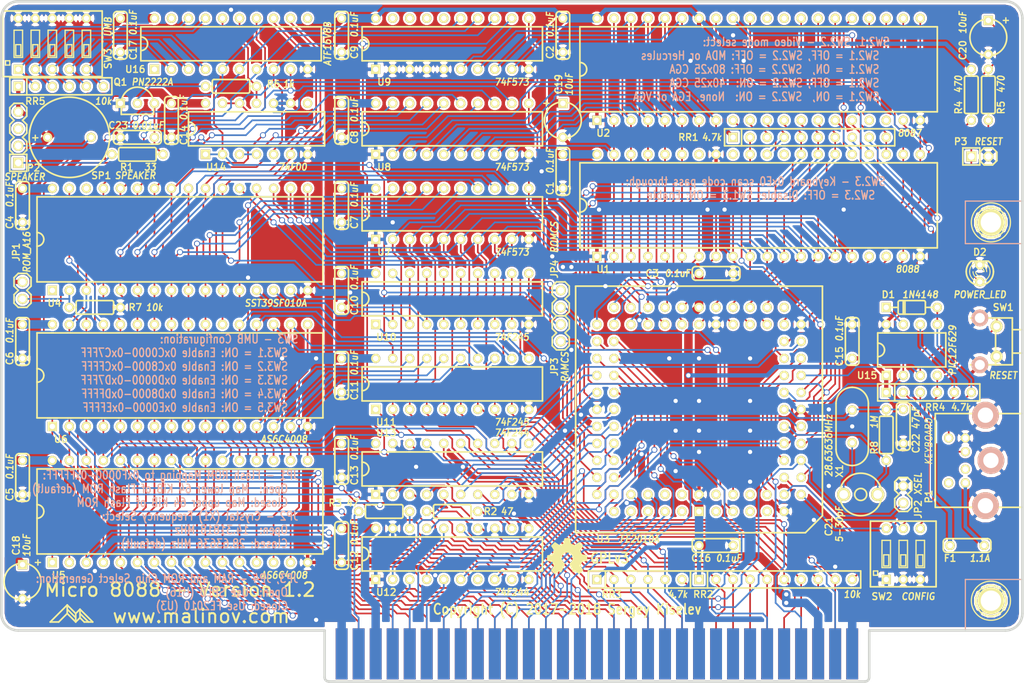
<source format=kicad_pcb>
(kicad_pcb (version 4) (host pcbnew 4.0.1-stable)
  (title_block (date "27 sep 2012"))
  (layers (0 Front signal) (31 Back signal) (34 B.Paste user) (35 F.Paste user) (36 B.SilkS user) (37 F.SilkS user) (38 B.Mask user) (39 F.Mask user) (44 Edge.Cuts user))
  (net 0 "")
  (net 1 /A0)
  (net 2 /A1)
  (net 3 /A10)
  (net 4 /A11)
  (net 5 /A12)
  (net 6 /A13)
  (net 7 /A14)
  (net 8 /A15)
  (net 9 /A16)
  (net 10 /A17)
  (net 11 /A18)
  (net 12 /A19)
  (net 13 /A2)
  (net 14 /A3)
  (net 15 /A4)
  (net 16 /A5)
  (net 17 /A6)
  (net 18 /A7)
  (net 19 /A8)
  (net 20 /A9)
  (net 21 /AA10)
  (net 22 /AA11)
  (net 23 /AA12)
  (net 24 /AA13)
  (net 25 /AA14)
  (net 26 /AA15)
  (net 27 /AA16)
  (net 28 /AA17)
  (net 29 /AA18)
  (net 30 /AA19)
  (net 31 /AA8)
  (net 32 /AA9)
  (net 33 /AD0)
  (net 34 /AD1)
  (net 35 /AD2)
  (net 36 /AD3)
  (net 37 /AD4)
  (net 38 /AD5)
  (net 39 /AD6)
  (net 40 /AD7)
  (net 41 /AEN)
  (net 42 /ALE)
  (net 43 /CLK)
  (net 44 /CLK88)
  (net 45 /D0)
  (net 46 /D1)
  (net 47 /D2)
  (net 48 /D3)
  (net 49 /D4)
  (net 50 /D5)
  (net 51 /D6)
  (net 52 /D7)
  (net 53 /DRQ1)
  (net 54 /DRQ2)
  (net 55 /DRQ3)
  (net 56 /INT)
  (net 57 /IRQ3)
  (net 58 /IRQ4)
  (net 59 /IRQ5)
  (net 60 /IRQ6)
  (net 61 /IRQ7)
  (net 62 /NMI)
  (net 63 /OSC)
  (net 64 /QS0)
  (net 65 /QS1)
  (net 66 /READY)
  (net 67 /RESET)
  (net 68 /TC)
  (net 69 /~DACK0)
  (net 70 /~DACK1)
  (net 71 /~DACK2)
  (net 72 /~DACK3)
  (net 73 /~IOCHK)
  (net 74 /~IOR)
  (net 75 /~IOW)
  (net 76 /~MEMR)
  (net 77 /~MEMW)
  (net 78 /~RQ/GT0)
  (net 79 /~RQ/GT1)
  (net 80 /~S0)
  (net 81 /~S1)
  (net 82 /~S2)
  (net 83 /~TEST)
  (net 84 /~XIOR)
  (net 85 /~XIOW)
  (net 86 /~XMEMR)
  (net 87 /~XMEMW)
  (net 88 GND)
  (net 89 VCC)
  (net 90 /RSTDRV)
  (net 91 /IRQ2)
  (net 92 "Net-(BUS1-Pad5)")
  (net 93 "Net-(BUS1-Pad7)")
  (net 94 "Net-(BUS1-Pad8)")
  (net 95 "Net-(BUS1-Pad9)")
  (net 96 /OSCDRV)
  (net 97 /IORDY)
  (net 98 "Net-(C20-Pad1)")
  (net 99 "Net-(C21-Pad1)")
  (net 100 /AT_KBCLK)
  (net 101 "Net-(D1-Pad1)")
  (net 102 "Net-(D2-Pad2)")
  (net 103 /~VID0)
  (net 104 /~VID1)
  (net 105 /XSEL)
  (net 106 /E0_PASS)
  (net 107 "Net-(P1-Pad2)")
  (net 108 /AT_KBDATA)
  (net 109 "Net-(P1-Pad6)")
  (net 110 "Net-(P2-Pad1)")
  (net 111 "Net-(P2-Pad2)")
  (net 112 /~RESIN)
  (net 113 "Net-(Q1-Pad2)")
  (net 114 "Net-(R2-Pad2)")
  (net 115 "Net-(R3-Pad2)")
  (net 116 /~RQ/GT2)
  (net 117 /KBCLK)
  (net 118 /KBDATA)
  (net 119 "Net-(U1-Pad29)")
  (net 120 "Net-(U1-Pad32)")
  (net 121 "Net-(U1-Pad34)")
  (net 122 /APNMI)
  (net 123 "Net-(U3-Pad3)")
  (net 124 "Net-(U3-Pad4)")
  (net 125 /~RAMCS)
  (net 126 /~ROMCS)
  (net 127 "Net-(U3-Pad7)")
  (net 128 "Net-(U3-Pad8)")
  (net 129 "Net-(U3-Pad9)")
  (net 130 /SPKR)
  (net 131 /XAEN)
  (net 132 "Net-(U3-Pad33)")
  (net 133 /EOP)
  (net 134 /~XDACK3)
  (net 135 /~XDACK2)
  (net 136 /~XDACK1)
  (net 137 /~XDACK0)
  (net 138 /XALE)
  (net 139 /LE)
  (net 140 /~DEN)
  (net 141 /DTR)
  (net 142 "Net-(U3-Pad82)")
  (net 143 "Net-(U3-Pad83)")
  (net 144 "Net-(U3-Pad84)")
  (net 145 /MD0)
  (net 146 /MD1)
  (net 147 /MD2)
  (net 148 /MD3)
  (net 149 /MD4)
  (net 150 /MD5)
  (net 151 /MD6)
  (net 152 /MD7)
  (net 153 "Net-(C22-Pad1)")
  (net 154 /~RAMCS2)
  (net 155 "Net-(U9-Pad16)")
  (net 156 "Net-(U9-Pad17)")
  (net 157 "Net-(U9-Pad18)")
  (net 158 "Net-(U9-Pad19)")
  (net 159 "Net-(U14-Pad3)")
  (net 160 "Net-(U14-Pad8)")
  (net 161 "Net-(RR5-Pad2)")
  (net 162 "Net-(RR5-Pad3)")
  (net 163 "Net-(RR5-Pad4)")
  (net 164 "Net-(RR5-Pad5)")
  (net 165 "Net-(RR5-Pad6)")
  (net 166 /~SPKR)
  (net 167 /~RAMENA)
  (net 168 "Net-(C21-Pad2)")
  (net 169 "Net-(C23-Pad1)")
  (net 170 "Net-(U12-Pad7)")
  (net 171 "Net-(U12-Pad9)")
  (net 172 "Net-(P2-Pad3)")
  (net 173 /KBD_VCC)
  (net 174 "Net-(U16-Pad19)")
  (net 175 "Net-(U16-Pad11)")
  (net 176 "Net-(U16-Pad1)")
  (net 177 /ROM_A16)
  (net 178 /~EPSL)
  (module Conn_Edge_PCB_ISA8 (layer Front) (at 147.32 145.7325)
    (fp_text reference BUS1 hide)
    (fp_text value BUSPC_HOST hide)
    (pad 1 connect rect (at 38.1 0) (size 1.778 7.62) (layers Back B.Mask) (net 88 GND))
    (pad 2 connect rect (at 35.56 0) (size 1.778 7.62) (layers Back B.Mask) (net 90 /RSTDRV))
    (pad 3 connect rect (at 33.02 0) (size 1.778 7.62) (layers Back B.Mask) (net 89 VCC))
    (pad 4 connect rect (at 30.48 0) (size 1.778 7.62) (layers Back B.Mask) (net 91 /IRQ2))
    (pad 5 connect rect (at 27.94 0) (size 1.778 7.62) (layers Back B.Mask) (net 92 "Net-(BUS1-Pad5)"))
    (pad 6 connect rect (at 25.4 0) (size 1.778 7.62) (layers Back B.Mask) (net 54 /DRQ2))
    (pad 7 connect rect (at 22.86 0) (size 1.778 7.62) (layers Back B.Mask) (net 93 "Net-(BUS1-Pad7)"))
    (pad 8 connect rect (at 20.32 0) (size 1.778 7.62) (layers Back B.Mask) (net 94 "Net-(BUS1-Pad8)"))
    (pad 9 connect rect (at 17.78 0) (size 1.778 7.62) (layers Back B.Mask) (net 95 "Net-(BUS1-Pad9)"))
    (pad 10 connect rect (at 15.24 0) (size 1.778 7.62) (layers Back B.Mask) (net 88 GND))
    (pad 11 connect rect (at 12.7 0) (size 1.778 7.62) (layers Back B.Mask) (net 77 /~MEMW))
    (pad 12 connect rect (at 10.16 0) (size 1.778 7.62) (layers Back B.Mask) (net 76 /~MEMR))
    (pad 13 connect rect (at 7.62 0) (size 1.778 7.62) (layers Back B.Mask) (net 75 /~IOW))
    (pad 14 connect rect (at 5.08 0) (size 1.778 7.62) (layers Back B.Mask) (net 74 /~IOR))
    (pad 15 connect rect (at 2.54 0) (size 1.778 7.62) (layers Back B.Mask) (net 72 /~DACK3))
    (pad 16 connect rect (at 0 0) (size 1.778 7.62) (layers Back B.Mask) (net 55 /DRQ3))
    (pad 17 connect rect (at -2.54 0) (size 1.778 7.62) (layers Back B.Mask) (net 70 /~DACK1))
    (pad 18 connect rect (at -5.08 0) (size 1.778 7.62) (layers Back B.Mask) (net 53 /DRQ1))
    (pad 19 connect rect (at -7.62 0) (size 1.778 7.62) (layers Back B.Mask) (net 69 /~DACK0))
    (pad 20 connect rect (at -10.16 0) (size 1.778 7.62) (layers Back B.Mask) (net 43 /CLK))
    (pad 21 connect rect (at -12.7 0) (size 1.778 7.62) (layers Back B.Mask) (net 61 /IRQ7))
    (pad 22 connect rect (at -15.24 0) (size 1.778 7.62) (layers Back B.Mask) (net 60 /IRQ6))
    (pad 23 connect rect (at -17.78 0) (size 1.778 7.62) (layers Back B.Mask) (net 59 /IRQ5))
    (pad 24 connect rect (at -20.32 0) (size 1.778 7.62) (layers Back B.Mask) (net 58 /IRQ4))
    (pad 25 connect rect (at -22.86 0) (size 1.778 7.62) (layers Back B.Mask) (net 57 /IRQ3))
    (pad 26 connect rect (at -25.4 0) (size 1.778 7.62) (layers Back B.Mask) (net 71 /~DACK2))
    (pad 27 connect rect (at -27.94 0) (size 1.778 7.62) (layers Back B.Mask) (net 68 /TC))
    (pad 28 connect rect (at -30.48 0) (size 1.778 7.62) (layers Back B.Mask) (net 42 /ALE))
    (pad 29 connect rect (at -33.02 0) (size 1.778 7.62) (layers Back B.Mask) (net 89 VCC))
    (pad 30 connect rect (at -35.56 0) (size 1.778 7.62) (layers Back B.Mask) (net 96 /OSCDRV))
    (pad 31 connect rect (at -38.1 0) (size 1.778 7.62) (layers Back B.Mask) (net 88 GND))
    (pad 32 connect rect (at 38.1 0) (size 1.778 7.62) (layers Front F.Mask) (net 73 /~IOCHK))
    (pad 33 connect rect (at 35.56 0) (size 1.778 7.62) (layers Front F.Mask) (net 52 /D7))
    (pad 34 connect rect (at 33.02 0) (size 1.778 7.62) (layers Front F.Mask) (net 51 /D6))
    (pad 35 connect rect (at 30.48 0) (size 1.778 7.62) (layers Front F.Mask) (net 50 /D5))
    (pad 36 connect rect (at 27.94 0) (size 1.778 7.62) (layers Front F.Mask) (net 49 /D4))
    (pad 37 connect rect (at 25.4 0) (size 1.778 7.62) (layers Front F.Mask) (net 48 /D3))
    (pad 38 connect rect (at 22.86 0) (size 1.778 7.62) (layers Front F.Mask) (net 47 /D2))
    (pad 39 connect rect (at 20.32 0) (size 1.778 7.62) (layers Front F.Mask) (net 46 /D1))
    (pad 40 connect rect (at 17.78 0) (size 1.778 7.62) (layers Front F.Mask) (net 45 /D0))
    (pad 41 connect rect (at 15.24 0) (size 1.778 7.62) (layers Front F.Mask) (net 97 /IORDY))
    (pad 42 connect rect (at 12.7 0) (size 1.778 7.62) (layers Front F.Mask) (net 41 /AEN))
    (pad 43 connect rect (at 10.16 0) (size 1.778 7.62) (layers Front F.Mask) (net 12 /A19))
    (pad 44 connect rect (at 7.62 0) (size 1.778 7.62) (layers Front F.Mask) (net 11 /A18))
    (pad 45 connect rect (at 5.08 0) (size 1.778 7.62) (layers Front F.Mask) (net 10 /A17))
    (pad 46 connect rect (at 2.54 0) (size 1.778 7.62) (layers Front F.Mask) (net 9 /A16))
    (pad 47 connect rect (at 0 0) (size 1.778 7.62) (layers Front F.Mask) (net 8 /A15))
    (pad 48 connect rect (at -2.54 0) (size 1.778 7.62) (layers Front F.Mask) (net 7 /A14))
    (pad 49 connect rect (at -5.08 0) (size 1.778 7.62) (layers Front F.Mask) (net 6 /A13))
    (pad 50 connect rect (at -7.62 0) (size 1.778 7.62) (layers Front F.Mask) (net 5 /A12))
    (pad 51 connect rect (at -10.16 0) (size 1.778 7.62) (layers Front F.Mask) (net 4 /A11))
    (pad 52 connect rect (at -12.7 0) (size 1.778 7.62) (layers Front F.Mask) (net 3 /A10))
    (pad 53 connect rect (at -15.24 0) (size 1.778 7.62) (layers Front F.Mask) (net 20 /A9))
    (pad 54 connect rect (at -17.78 0) (size 1.778 7.62) (layers Front F.Mask) (net 19 /A8))
    (pad 55 connect rect (at -20.32 0) (size 1.778 7.62) (layers Front F.Mask) (net 18 /A7))
    (pad 56 connect rect (at -22.86 0) (size 1.778 7.62) (layers Front F.Mask) (net 17 /A6))
    (pad 57 connect rect (at -25.4 0) (size 1.778 7.62) (layers Front F.Mask) (net 16 /A5))
    (pad 58 connect rect (at -27.94 0) (size 1.778 7.62) (layers Front F.Mask) (net 15 /A4))
    (pad 59 connect rect (at -30.48 0) (size 1.778 7.62) (layers Front F.Mask) (net 14 /A3))
    (pad 60 connect rect (at -33.02 0) (size 1.778 7.62) (layers Front F.Mask) (net 13 /A2))
    (pad 61 connect rect (at -35.56 0) (size 1.778 7.62) (layers Front F.Mask) (net 2 /A1))
    (pad 62 connect rect (at -38.1 0) (size 1.778 7.62) (layers Front F.Mask) (net 1 /A0))
  )
  (module my_components:IC_DIP32_600 (layer Front) (at 85.09 83.82)
    (fp_text reference U4 (at -18.7325 9.525) (layer F.SilkS) (effects (font (size 1.016 1.016) (thickness 0.2032))))
    (fp_text value SST39SF010A (at 14.2875 9.525) (layer F.SilkS) (effects (font (size 1.016 0.9144) (thickness 0.2032) italic)))
    (pad 1 thru_hole rect (at -19.05 7.62) (size 1.397 1.397) (drill 0.8128) (layers *.Cu *.Mask F.SilkS))
    (pad 2 thru_hole circle (at -16.51 7.62) (size 1.397 1.397) (drill 0.8128) (layers *.Cu *.Mask F.SilkS) (net 177 /ROM_A16))
    (pad 3 thru_hole circle (at -13.97 7.62) (size 1.397 1.397) (drill 0.8128) (layers *.Cu *.Mask F.SilkS) (net 8 /A15))
    (pad 4 thru_hole circle (at -11.43 7.62) (size 1.397 1.397) (drill 0.8128) (layers *.Cu *.Mask F.SilkS) (net 5 /A12))
    (pad 5 thru_hole circle (at -8.89 7.62) (size 1.397 1.397) (drill 0.8128) (layers *.Cu *.Mask F.SilkS) (net 18 /A7))
    (pad 6 thru_hole circle (at -6.35 7.62) (size 1.397 1.397) (drill 0.8128) (layers *.Cu *.Mask F.SilkS) (net 17 /A6))
    (pad 7 thru_hole circle (at -3.81 7.62) (size 1.397 1.397) (drill 0.8128) (layers *.Cu *.Mask F.SilkS) (net 16 /A5))
    (pad 8 thru_hole circle (at -1.27 7.62) (size 1.397 1.397) (drill 0.8128) (layers *.Cu *.Mask F.SilkS) (net 15 /A4))
    (pad 9 thru_hole circle (at 1.27 7.62) (size 1.397 1.397) (drill 0.8128) (layers *.Cu *.Mask F.SilkS) (net 14 /A3))
    (pad 10 thru_hole circle (at 3.81 7.62) (size 1.397 1.397) (drill 0.8128) (layers *.Cu *.Mask F.SilkS) (net 13 /A2))
    (pad 11 thru_hole circle (at 6.35 7.62) (size 1.397 1.397) (drill 0.8128) (layers *.Cu *.Mask F.SilkS) (net 2 /A1))
    (pad 12 thru_hole circle (at 8.89 7.62) (size 1.397 1.397) (drill 0.8128) (layers *.Cu *.Mask F.SilkS) (net 1 /A0))
    (pad 13 thru_hole circle (at 11.43 7.62) (size 1.397 1.397) (drill 0.8128) (layers *.Cu *.Mask F.SilkS) (net 33 /AD0))
    (pad 14 thru_hole circle (at 13.97 7.62) (size 1.397 1.397) (drill 0.8128) (layers *.Cu *.Mask F.SilkS) (net 34 /AD1))
    (pad 15 thru_hole circle (at 16.51 7.62) (size 1.397 1.397) (drill 0.8128) (layers *.Cu *.Mask F.SilkS) (net 35 /AD2))
    (pad 16 thru_hole circle (at 19.05 7.62) (size 1.397 1.397) (drill 0.8128) (layers *.Cu *.Mask F.SilkS) (net 88 GND))
    (pad 17 thru_hole circle (at 19.05 -7.62) (size 1.397 1.397) (drill 0.8128) (layers *.Cu *.Mask F.SilkS) (net 36 /AD3))
    (pad 18 thru_hole circle (at 16.51 -7.62) (size 1.397 1.397) (drill 0.8128) (layers *.Cu *.Mask F.SilkS) (net 37 /AD4))
    (pad 19 thru_hole circle (at 13.97 -7.62) (size 1.397 1.397) (drill 0.8128) (layers *.Cu *.Mask F.SilkS) (net 38 /AD5))
    (pad 20 thru_hole circle (at 11.43 -7.62) (size 1.397 1.397) (drill 0.8128) (layers *.Cu *.Mask F.SilkS) (net 39 /AD6))
    (pad 21 thru_hole circle (at 8.89 -7.62) (size 1.397 1.397) (drill 0.8128) (layers *.Cu *.Mask F.SilkS) (net 40 /AD7))
    (pad 22 thru_hole circle (at 6.35 -7.62) (size 1.397 1.397) (drill 0.8128) (layers *.Cu *.Mask F.SilkS) (net 126 /~ROMCS))
    (pad 23 thru_hole circle (at 3.81 -7.62) (size 1.397 1.397) (drill 0.8128) (layers *.Cu *.Mask F.SilkS) (net 3 /A10))
    (pad 24 thru_hole circle (at 1.27 -7.62) (size 1.397 1.397) (drill 0.8128) (layers *.Cu *.Mask F.SilkS) (net 76 /~MEMR))
    (pad 25 thru_hole circle (at -1.27 -7.62) (size 1.397 1.397) (drill 0.8128) (layers *.Cu *.Mask F.SilkS) (net 4 /A11))
    (pad 26 thru_hole circle (at -3.81 -7.62) (size 1.397 1.397) (drill 0.8128) (layers *.Cu *.Mask F.SilkS) (net 20 /A9))
    (pad 27 thru_hole circle (at -6.35 -7.62) (size 1.397 1.397) (drill 0.8128) (layers *.Cu *.Mask F.SilkS) (net 19 /A8))
    (pad 28 thru_hole circle (at -8.89 -7.62) (size 1.397 1.397) (drill 0.8128) (layers *.Cu *.Mask F.SilkS) (net 6 /A13))
    (pad 29 thru_hole circle (at -11.43 -7.62) (size 1.397 1.397) (drill 0.8128) (layers *.Cu *.Mask F.SilkS) (net 7 /A14))
    (pad 30 thru_hole circle (at -13.97 -7.62) (size 1.397 1.397) (drill 0.8128) (layers *.Cu *.Mask F.SilkS))
    (pad 31 thru_hole circle (at -16.51 -7.62) (size 1.397 1.397) (drill 0.8128) (layers *.Cu *.Mask F.SilkS) (net 77 /~MEMW))
    (pad 32 thru_hole circle (at -19.05 -7.62) (size 1.397 1.397) (drill 0.8128) (layers *.Cu *.Mask F.SilkS) (net 89 VCC))
  )
  (module my_components:Speaker_12mm (layer Front) (at 68.58 68.58)
    (fp_text reference SP1 (at 4.7625 5.715) (layer F.SilkS) (effects (font (size 1.016 1.016) (thickness 0.2032))))
    (fp_text value SPEAKER (at 9.8425 5.715) (layer F.SilkS) (effects (font (size 1.016 0.9144) (thickness 0.2032) italic)))
    (fp_text user + (at -5.08 0) (layer F.SilkS) (effects (font (size 1.016 1.016) (thickness 0.2032))))
    (pad 2 thru_hole circle (at -3.2512 0) (size 1.397 1.397) (drill 0.8128) (layers *.Cu *.Mask F.SilkS) (net 89 VCC))
    (pad 1 thru_hole circle (at 3.2512 0) (size 1.397 1.397) (drill 0.8128) (layers *.Cu *.Mask F.SilkS) (net 111 "Net-(P2-Pad2)"))
  )
  (module my_components:IC_PLCC84_TH (layer Front) (at 162.56 109.22 180)
    (fp_text reference U3 (at 14.2875 -19.3675 180) (layer F.SilkS) (effects (font (size 1.016 1.016) (thickness 0.2032))))
    (fp_text value FE2010A (at 8.89 -19.3675 180) (layer F.SilkS) (effects (font (size 1.016 0.9144) (thickness 0.2032) italic)))
    (pad 1 thru_hole rect (at 0 -15.24 90) (size 1.397 1.397) (drill 0.8128) (layers *.Cu *.Mask F.SilkS) (net 89 VCC))
    (pad 2 thru_hole circle (at 0 -12.7 90) (size 1.397 1.397) (drill 0.8128) (layers *.Cu *.Mask F.SilkS) (net 88 GND))
    (pad 3 thru_hole circle (at -2.54 -15.24 90) (size 1.397 1.397) (drill 0.8128) (layers *.Cu *.Mask F.SilkS) (net 123 "Net-(U3-Pad3)"))
    (pad 4 thru_hole circle (at -2.54 -12.7 90) (size 1.397 1.397) (drill 0.8128) (layers *.Cu *.Mask F.SilkS) (net 124 "Net-(U3-Pad4)"))
    (pad 5 thru_hole circle (at -5.08 -15.24 90) (size 1.397 1.397) (drill 0.8128) (layers *.Cu *.Mask F.SilkS) (net 125 /~RAMCS))
    (pad 6 thru_hole circle (at -5.08 -12.7 90) (size 1.397 1.397) (drill 0.8128) (layers *.Cu *.Mask F.SilkS) (net 178 /~EPSL))
    (pad 7 thru_hole circle (at -7.62 -15.24 90) (size 1.397 1.397) (drill 0.8128) (layers *.Cu *.Mask F.SilkS) (net 127 "Net-(U3-Pad7)"))
    (pad 8 thru_hole circle (at -7.62 -12.7 90) (size 1.397 1.397) (drill 0.8128) (layers *.Cu *.Mask F.SilkS) (net 128 "Net-(U3-Pad8)"))
    (pad 9 thru_hole circle (at -10.16 -15.24 90) (size 1.397 1.397) (drill 0.8128) (layers *.Cu *.Mask F.SilkS) (net 129 "Net-(U3-Pad9)"))
    (pad 10 thru_hole circle (at -10.16 -12.7 90) (size 1.397 1.397) (drill 0.8128) (layers *.Cu *.Mask F.SilkS) (net 56 /INT))
    (pad 11 thru_hole circle (at -12.7 -15.24 90) (size 1.397 1.397) (drill 0.8128) (layers *.Cu *.Mask F.SilkS) (net 88 GND))
    (pad 12 thru_hole circle (at -15.24 -12.7 90) (size 1.397 1.397) (drill 0.8128) (layers *.Cu *.Mask F.SilkS) (net 103 /~VID0))
    (pad 13 thru_hole circle (at -12.7 -12.7 90) (size 1.397 1.397) (drill 0.8128) (layers *.Cu *.Mask F.SilkS) (net 104 /~VID1))
    (pad 14 thru_hole circle (at -15.24 -10.16 90) (size 1.397 1.397) (drill 0.8128) (layers *.Cu *.Mask F.SilkS) (net 130 /SPKR))
    (pad 15 thru_hole circle (at -12.7 -10.16 90) (size 1.397 1.397) (drill 0.8128) (layers *.Cu *.Mask F.SilkS) (net 98 "Net-(C20-Pad1)"))
    (pad 16 thru_hole circle (at -15.24 -7.62 90) (size 1.397 1.397) (drill 0.8128) (layers *.Cu *.Mask F.SilkS) (net 105 /XSEL))
    (pad 17 thru_hole circle (at -12.7 -7.62 90) (size 1.397 1.397) (drill 0.8128) (layers *.Cu *.Mask F.SilkS) (net 66 /READY))
    (pad 18 thru_hole circle (at -15.24 -5.08 90) (size 1.397 1.397) (drill 0.8128) (layers *.Cu *.Mask F.SilkS) (net 67 /RESET))
    (pad 19 thru_hole circle (at -12.7 -5.08 90) (size 1.397 1.397) (drill 0.8128) (layers *.Cu *.Mask F.SilkS) (net 44 /CLK88))
    (pad 20 thru_hole circle (at -15.24 -2.54 90) (size 1.397 1.397) (drill 0.8128) (layers *.Cu *.Mask F.SilkS) (net 63 /OSC))
    (pad 21 thru_hole circle (at -12.7 -2.54 90) (size 1.397 1.397) (drill 0.8128) (layers *.Cu *.Mask F.SilkS) (net 168 "Net-(C21-Pad2)"))
    (pad 22 thru_hole circle (at -15.24 0 90) (size 1.397 1.397) (drill 0.8128) (layers *.Cu *.Mask F.SilkS) (net 88 GND))
    (pad 23 thru_hole circle (at -12.7 0 90) (size 1.397 1.397) (drill 0.8128) (layers *.Cu *.Mask F.SilkS) (net 153 "Net-(C22-Pad1)"))
    (pad 24 thru_hole circle (at -15.24 2.54 90) (size 1.397 1.397) (drill 0.8128) (layers *.Cu *.Mask F.SilkS) (net 78 /~RQ/GT0))
    (pad 25 thru_hole circle (at -12.7 2.54 90) (size 1.397 1.397) (drill 0.8128) (layers *.Cu *.Mask F.SilkS) (net 117 /KBCLK))
    (pad 26 thru_hole circle (at -15.24 5.08 90) (size 1.397 1.397) (drill 0.8128) (layers *.Cu *.Mask F.SilkS) (net 118 /KBDATA))
    (pad 27 thru_hole circle (at -12.7 5.08 90) (size 1.397 1.397) (drill 0.8128) (layers *.Cu *.Mask F.SilkS) (net 73 /~IOCHK))
    (pad 28 thru_hole circle (at -15.24 7.62 90) (size 1.397 1.397) (drill 0.8128) (layers *.Cu *.Mask F.SilkS) (net 97 /IORDY))
    (pad 29 thru_hole circle (at -12.7 7.62 90) (size 1.397 1.397) (drill 0.8128) (layers *.Cu *.Mask F.SilkS) (net 122 /APNMI))
    (pad 30 thru_hole circle (at -15.24 10.16 90) (size 1.397 1.397) (drill 0.8128) (layers *.Cu *.Mask F.SilkS) (net 131 /XAEN))
    (pad 31 thru_hole circle (at -12.7 10.16 90) (size 1.397 1.397) (drill 0.8128) (layers *.Cu *.Mask F.SilkS) (net 62 /NMI))
    (pad 32 thru_hole circle (at -15.24 12.7 90) (size 1.397 1.397) (drill 0.8128) (layers *.Cu *.Mask F.SilkS) (net 88 GND))
    (pad 33 thru_hole circle (at -12.7 15.24 90) (size 1.397 1.397) (drill 0.8128) (layers *.Cu *.Mask F.SilkS) (net 132 "Net-(U3-Pad33)"))
    (pad 34 thru_hole circle (at -12.7 12.7 90) (size 1.397 1.397) (drill 0.8128) (layers *.Cu *.Mask F.SilkS) (net 33 /AD0))
    (pad 35 thru_hole circle (at -10.16 15.24 90) (size 1.397 1.397) (drill 0.8128) (layers *.Cu *.Mask F.SilkS) (net 34 /AD1))
    (pad 36 thru_hole circle (at -10.16 12.7 90) (size 1.397 1.397) (drill 0.8128) (layers *.Cu *.Mask F.SilkS) (net 35 /AD2))
    (pad 37 thru_hole circle (at -7.62 15.24 90) (size 1.397 1.397) (drill 0.8128) (layers *.Cu *.Mask F.SilkS) (net 36 /AD3))
    (pad 38 thru_hole circle (at -7.62 12.7 90) (size 1.397 1.397) (drill 0.8128) (layers *.Cu *.Mask F.SilkS) (net 37 /AD4))
    (pad 39 thru_hole circle (at -5.08 15.24 90) (size 1.397 1.397) (drill 0.8128) (layers *.Cu *.Mask F.SilkS) (net 38 /AD5))
    (pad 40 thru_hole circle (at -5.08 12.7 90) (size 1.397 1.397) (drill 0.8128) (layers *.Cu *.Mask F.SilkS) (net 39 /AD6))
    (pad 41 thru_hole circle (at -2.54 15.24 90) (size 1.397 1.397) (drill 0.8128) (layers *.Cu *.Mask F.SilkS) (net 40 /AD7))
    (pad 42 thru_hole circle (at -2.54 12.7 90) (size 1.397 1.397) (drill 0.8128) (layers *.Cu *.Mask F.SilkS) (net 88 GND))
    (pad 43 thru_hole circle (at 0 15.24 90) (size 1.397 1.397) (drill 0.8128) (layers *.Cu *.Mask F.SilkS) (net 89 VCC))
    (pad 44 thru_hole circle (at 0 12.7 90) (size 1.397 1.397) (drill 0.8128) (layers *.Cu *.Mask F.SilkS) (net 31 /AA8))
    (pad 45 thru_hole circle (at 2.54 15.24 90) (size 1.397 1.397) (drill 0.8128) (layers *.Cu *.Mask F.SilkS) (net 32 /AA9))
    (pad 46 thru_hole circle (at 2.54 12.7 90) (size 1.397 1.397) (drill 0.8128) (layers *.Cu *.Mask F.SilkS) (net 21 /AA10))
    (pad 47 thru_hole circle (at 5.08 15.24 90) (size 1.397 1.397) (drill 0.8128) (layers *.Cu *.Mask F.SilkS) (net 22 /AA11))
    (pad 48 thru_hole circle (at 5.08 12.7 90) (size 1.397 1.397) (drill 0.8128) (layers *.Cu *.Mask F.SilkS) (net 23 /AA12))
    (pad 49 thru_hole circle (at 7.62 15.24 90) (size 1.397 1.397) (drill 0.8128) (layers *.Cu *.Mask F.SilkS) (net 24 /AA13))
    (pad 50 thru_hole circle (at 7.62 12.7 90) (size 1.397 1.397) (drill 0.8128) (layers *.Cu *.Mask F.SilkS) (net 25 /AA14))
    (pad 51 thru_hole circle (at 10.16 15.24 90) (size 1.397 1.397) (drill 0.8128) (layers *.Cu *.Mask F.SilkS) (net 26 /AA15))
    (pad 52 thru_hole circle (at 10.16 12.7 90) (size 1.397 1.397) (drill 0.8128) (layers *.Cu *.Mask F.SilkS) (net 27 /AA16))
    (pad 53 thru_hole circle (at 12.7 15.24 90) (size 1.397 1.397) (drill 0.8128) (layers *.Cu *.Mask F.SilkS) (net 28 /AA17))
    (pad 54 thru_hole circle (at 15.24 12.7 90) (size 1.397 1.397) (drill 0.8128) (layers *.Cu *.Mask F.SilkS) (net 29 /AA18))
    (pad 55 thru_hole circle (at 12.7 12.7 90) (size 1.397 1.397) (drill 0.8128) (layers *.Cu *.Mask F.SilkS) (net 30 /AA19))
    (pad 56 thru_hole circle (at 15.24 10.16 90) (size 1.397 1.397) (drill 0.8128) (layers *.Cu *.Mask F.SilkS) (net 55 /DRQ3))
    (pad 57 thru_hole circle (at 12.7 10.16 90) (size 1.397 1.397) (drill 0.8128) (layers *.Cu *.Mask F.SilkS) (net 54 /DRQ2))
    (pad 58 thru_hole circle (at 15.24 7.62 90) (size 1.397 1.397) (drill 0.8128) (layers *.Cu *.Mask F.SilkS) (net 53 /DRQ1))
    (pad 59 thru_hole circle (at 12.7 7.62 90) (size 1.397 1.397) (drill 0.8128) (layers *.Cu *.Mask F.SilkS) (net 133 /EOP))
    (pad 60 thru_hole circle (at 15.24 5.08 90) (size 1.397 1.397) (drill 0.8128) (layers *.Cu *.Mask F.SilkS) (net 134 /~XDACK3))
    (pad 61 thru_hole circle (at 12.7 5.08 90) (size 1.397 1.397) (drill 0.8128) (layers *.Cu *.Mask F.SilkS) (net 135 /~XDACK2))
    (pad 62 thru_hole circle (at 15.24 2.54 90) (size 1.397 1.397) (drill 0.8128) (layers *.Cu *.Mask F.SilkS) (net 136 /~XDACK1))
    (pad 63 thru_hole circle (at 12.7 2.54 90) (size 1.397 1.397) (drill 0.8128) (layers *.Cu *.Mask F.SilkS) (net 137 /~XDACK0))
    (pad 64 thru_hole circle (at 15.24 0 90) (size 1.397 1.397) (drill 0.8128) (layers *.Cu *.Mask F.SilkS) (net 88 GND))
    (pad 65 thru_hole circle (at 12.7 0 90) (size 1.397 1.397) (drill 0.8128) (layers *.Cu *.Mask F.SilkS) (net 84 /~XIOR))
    (pad 66 thru_hole circle (at 15.24 -2.54 90) (size 1.397 1.397) (drill 0.8128) (layers *.Cu *.Mask F.SilkS) (net 85 /~XIOW))
    (pad 67 thru_hole circle (at 12.7 -2.54 90) (size 1.397 1.397) (drill 0.8128) (layers *.Cu *.Mask F.SilkS) (net 86 /~XMEMR))
    (pad 68 thru_hole circle (at 15.24 -5.08 90) (size 1.397 1.397) (drill 0.8128) (layers *.Cu *.Mask F.SilkS) (net 87 /~XMEMW))
    (pad 69 thru_hole circle (at 12.7 -5.08 90) (size 1.397 1.397) (drill 0.8128) (layers *.Cu *.Mask F.SilkS) (net 138 /XALE))
    (pad 70 thru_hole circle (at 15.24 -7.62 90) (size 1.397 1.397) (drill 0.8128) (layers *.Cu *.Mask F.SilkS) (net 139 /LE))
    (pad 71 thru_hole circle (at 12.7 -7.62 90) (size 1.397 1.397) (drill 0.8128) (layers *.Cu *.Mask F.SilkS) (net 140 /~DEN))
    (pad 72 thru_hole circle (at 15.24 -10.16 90) (size 1.397 1.397) (drill 0.8128) (layers *.Cu *.Mask F.SilkS) (net 141 /DTR))
    (pad 73 thru_hole circle (at 12.7 -10.16 90) (size 1.397 1.397) (drill 0.8128) (layers *.Cu *.Mask F.SilkS) (net 82 /~S2))
    (pad 74 thru_hole circle (at 15.24 -12.7 90) (size 1.397 1.397) (drill 0.8128) (layers *.Cu *.Mask F.SilkS) (net 81 /~S1))
    (pad 75 thru_hole circle (at 12.7 -15.24 90) (size 1.397 1.397) (drill 0.8128) (layers *.Cu *.Mask F.SilkS) (net 80 /~S0))
    (pad 76 thru_hole circle (at 12.7 -12.7 90) (size 1.397 1.397) (drill 0.8128) (layers *.Cu *.Mask F.SilkS) (net 91 /IRQ2))
    (pad 77 thru_hole circle (at 10.16 -15.24 90) (size 1.397 1.397) (drill 0.8128) (layers *.Cu *.Mask F.SilkS) (net 57 /IRQ3))
    (pad 78 thru_hole circle (at 10.16 -12.7 90) (size 1.397 1.397) (drill 0.8128) (layers *.Cu *.Mask F.SilkS) (net 58 /IRQ4))
    (pad 79 thru_hole circle (at 7.62 -15.24 90) (size 1.397 1.397) (drill 0.8128) (layers *.Cu *.Mask F.SilkS) (net 59 /IRQ5))
    (pad 80 thru_hole circle (at 7.62 -12.7 90) (size 1.397 1.397) (drill 0.8128) (layers *.Cu *.Mask F.SilkS) (net 60 /IRQ6))
    (pad 81 thru_hole circle (at 5.08 -15.24 90) (size 1.397 1.397) (drill 0.8128) (layers *.Cu *.Mask F.SilkS) (net 61 /IRQ7))
    (pad 82 thru_hole circle (at 5.08 -12.7 90) (size 1.397 1.397) (drill 0.8128) (layers *.Cu *.Mask F.SilkS) (net 142 "Net-(U3-Pad82)"))
    (pad 83 thru_hole circle (at 2.54 -15.24 90) (size 1.397 1.397) (drill 0.8128) (layers *.Cu *.Mask F.SilkS) (net 143 "Net-(U3-Pad83)"))
    (pad 84 thru_hole circle (at 2.54 -12.7 90) (size 1.397 1.397) (drill 0.8128) (layers *.Cu *.Mask F.SilkS) (net 144 "Net-(U3-Pad84)"))
  )
  (module my_components:IC_DIP32_600 (layer Front) (at 85.09 104.14)
    (fp_text reference U6 (at -17.78 9.525) (layer F.SilkS) (effects (font (size 1.016 1.016) (thickness 0.2032))))
    (fp_text value AS6C4008 (at 15.5575 9.525) (layer F.SilkS) (effects (font (size 1.016 0.9144) (thickness 0.2032) italic)))
    (pad 1 thru_hole rect (at -19.05 7.62) (size 1.397 1.397) (drill 0.8128) (layers *.Cu *.Mask F.SilkS) (net 11 /A18))
    (pad 2 thru_hole circle (at -16.51 7.62) (size 1.397 1.397) (drill 0.8128) (layers *.Cu *.Mask F.SilkS) (net 9 /A16))
    (pad 3 thru_hole circle (at -13.97 7.62) (size 1.397 1.397) (drill 0.8128) (layers *.Cu *.Mask F.SilkS) (net 7 /A14))
    (pad 4 thru_hole circle (at -11.43 7.62) (size 1.397 1.397) (drill 0.8128) (layers *.Cu *.Mask F.SilkS) (net 5 /A12))
    (pad 5 thru_hole circle (at -8.89 7.62) (size 1.397 1.397) (drill 0.8128) (layers *.Cu *.Mask F.SilkS) (net 18 /A7))
    (pad 6 thru_hole circle (at -6.35 7.62) (size 1.397 1.397) (drill 0.8128) (layers *.Cu *.Mask F.SilkS) (net 17 /A6))
    (pad 7 thru_hole circle (at -3.81 7.62) (size 1.397 1.397) (drill 0.8128) (layers *.Cu *.Mask F.SilkS) (net 16 /A5))
    (pad 8 thru_hole circle (at -1.27 7.62) (size 1.397 1.397) (drill 0.8128) (layers *.Cu *.Mask F.SilkS) (net 15 /A4))
    (pad 9 thru_hole circle (at 1.27 7.62) (size 1.397 1.397) (drill 0.8128) (layers *.Cu *.Mask F.SilkS) (net 14 /A3))
    (pad 10 thru_hole circle (at 3.81 7.62) (size 1.397 1.397) (drill 0.8128) (layers *.Cu *.Mask F.SilkS) (net 13 /A2))
    (pad 11 thru_hole circle (at 6.35 7.62) (size 1.397 1.397) (drill 0.8128) (layers *.Cu *.Mask F.SilkS) (net 2 /A1))
    (pad 12 thru_hole circle (at 8.89 7.62) (size 1.397 1.397) (drill 0.8128) (layers *.Cu *.Mask F.SilkS) (net 1 /A0))
    (pad 13 thru_hole circle (at 11.43 7.62) (size 1.397 1.397) (drill 0.8128) (layers *.Cu *.Mask F.SilkS) (net 145 /MD0))
    (pad 14 thru_hole circle (at 13.97 7.62) (size 1.397 1.397) (drill 0.8128) (layers *.Cu *.Mask F.SilkS) (net 146 /MD1))
    (pad 15 thru_hole circle (at 16.51 7.62) (size 1.397 1.397) (drill 0.8128) (layers *.Cu *.Mask F.SilkS) (net 147 /MD2))
    (pad 16 thru_hole circle (at 19.05 7.62) (size 1.397 1.397) (drill 0.8128) (layers *.Cu *.Mask F.SilkS) (net 88 GND))
    (pad 17 thru_hole circle (at 19.05 -7.62) (size 1.397 1.397) (drill 0.8128) (layers *.Cu *.Mask F.SilkS) (net 148 /MD3))
    (pad 18 thru_hole circle (at 16.51 -7.62) (size 1.397 1.397) (drill 0.8128) (layers *.Cu *.Mask F.SilkS) (net 149 /MD4))
    (pad 19 thru_hole circle (at 13.97 -7.62) (size 1.397 1.397) (drill 0.8128) (layers *.Cu *.Mask F.SilkS) (net 150 /MD5))
    (pad 20 thru_hole circle (at 11.43 -7.62) (size 1.397 1.397) (drill 0.8128) (layers *.Cu *.Mask F.SilkS) (net 151 /MD6))
    (pad 21 thru_hole circle (at 8.89 -7.62) (size 1.397 1.397) (drill 0.8128) (layers *.Cu *.Mask F.SilkS) (net 152 /MD7))
    (pad 22 thru_hole circle (at 6.35 -7.62) (size 1.397 1.397) (drill 0.8128) (layers *.Cu *.Mask F.SilkS) (net 154 /~RAMCS2))
    (pad 23 thru_hole circle (at 3.81 -7.62) (size 1.397 1.397) (drill 0.8128) (layers *.Cu *.Mask F.SilkS) (net 3 /A10))
    (pad 24 thru_hole circle (at 1.27 -7.62) (size 1.397 1.397) (drill 0.8128) (layers *.Cu *.Mask F.SilkS) (net 76 /~MEMR))
    (pad 25 thru_hole circle (at -1.27 -7.62) (size 1.397 1.397) (drill 0.8128) (layers *.Cu *.Mask F.SilkS) (net 4 /A11))
    (pad 26 thru_hole circle (at -3.81 -7.62) (size 1.397 1.397) (drill 0.8128) (layers *.Cu *.Mask F.SilkS) (net 20 /A9))
    (pad 27 thru_hole circle (at -6.35 -7.62) (size 1.397 1.397) (drill 0.8128) (layers *.Cu *.Mask F.SilkS) (net 19 /A8))
    (pad 28 thru_hole circle (at -8.89 -7.62) (size 1.397 1.397) (drill 0.8128) (layers *.Cu *.Mask F.SilkS) (net 6 /A13))
    (pad 29 thru_hole circle (at -11.43 -7.62) (size 1.397 1.397) (drill 0.8128) (layers *.Cu *.Mask F.SilkS) (net 77 /~MEMW))
    (pad 30 thru_hole circle (at -13.97 -7.62) (size 1.397 1.397) (drill 0.8128) (layers *.Cu *.Mask F.SilkS) (net 10 /A17))
    (pad 31 thru_hole circle (at -16.51 -7.62) (size 1.397 1.397) (drill 0.8128) (layers *.Cu *.Mask F.SilkS) (net 8 /A15))
    (pad 32 thru_hole circle (at -19.05 -7.62) (size 1.397 1.397) (drill 0.8128) (layers *.Cu *.Mask F.SilkS) (net 89 VCC))
  )
  (module my_components:IC_DIP14_300 (layer Front) (at 96.52 67.31)
    (fp_text reference U14 (at -6.0325 5.715) (layer F.SilkS) (effects (font (size 1.016 1.016) (thickness 0.2032))))
    (fp_text value 74F00 (at 5.3975 5.715) (layer F.SilkS) (effects (font (size 1.016 0.9144) (thickness 0.2032) italic)))
    (pad 1 thru_hole rect (at -7.62 3.81) (size 1.397 1.397) (drill 0.8128) (layers *.Cu *.Mask F.SilkS) (net 167 /~RAMENA))
    (pad 2 thru_hole circle (at -5.08 3.81) (size 1.397 1.397) (drill 0.8128) (layers *.Cu *.Mask F.SilkS) (net 167 /~RAMENA))
    (pad 3 thru_hole circle (at -2.54 3.81) (size 1.397 1.397) (drill 0.8128) (layers *.Cu *.Mask F.SilkS) (net 159 "Net-(U14-Pad3)"))
    (pad 4 thru_hole circle (at 0 3.81) (size 1.397 1.397) (drill 0.8128) (layers *.Cu *.Mask F.SilkS) (net 159 "Net-(U14-Pad3)"))
    (pad 5 thru_hole circle (at 2.54 3.81) (size 1.397 1.397) (drill 0.8128) (layers *.Cu *.Mask F.SilkS) (net 12 /A19))
    (pad 6 thru_hole circle (at 5.08 3.81) (size 1.397 1.397) (drill 0.8128) (layers *.Cu *.Mask F.SilkS) (net 154 /~RAMCS2))
    (pad 7 thru_hole circle (at 7.62 3.81) (size 1.397 1.397) (drill 0.8128) (layers *.Cu *.Mask F.SilkS) (net 88 GND))
    (pad 8 thru_hole circle (at 7.62 -3.81) (size 1.397 1.397) (drill 0.8128) (layers *.Cu *.Mask F.SilkS) (net 160 "Net-(U14-Pad8)"))
    (pad 9 thru_hole circle (at 5.08 -3.81) (size 1.397 1.397) (drill 0.8128) (layers *.Cu *.Mask F.SilkS) (net 88 GND))
    (pad 10 thru_hole circle (at 2.54 -3.81) (size 1.397 1.397) (drill 0.8128) (layers *.Cu *.Mask F.SilkS) (net 88 GND))
    (pad 11 thru_hole circle (at 0 -3.81) (size 1.397 1.397) (drill 0.8128) (layers *.Cu *.Mask F.SilkS) (net 166 /~SPKR))
    (pad 12 thru_hole circle (at -2.54 -3.81) (size 1.397 1.397) (drill 0.8128) (layers *.Cu *.Mask F.SilkS) (net 130 /SPKR))
    (pad 13 thru_hole circle (at -5.08 -3.81) (size 1.397 1.397) (drill 0.8128) (layers *.Cu *.Mask F.SilkS) (net 130 /SPKR))
    (pad 14 thru_hole circle (at -7.62 -3.81) (size 1.397 1.397) (drill 0.8128) (layers *.Cu *.Mask F.SilkS) (net 89 VCC))
  )
  (module my_components:Res_762 (layer Front) (at 92.71 60.96)
    (fp_text reference R6 (at 6.35 -0.3175) (layer F.SilkS) (effects (font (size 1.016 1.016) (thickness 0.2032))))
    (fp_text value 1k (at 8.5725 -0.3175) (layer F.SilkS) (effects (font (size 1.016 0.9144) (thickness 0.2032) italic)))
    (pad 1 thru_hole circle (at -3.81 0) (size 1.397 1.397) (drill 0.8128) (layers *.Cu *.Mask F.SilkS) (net 113 "Net-(Q1-Pad2)"))
    (pad 2 thru_hole circle (at 3.81 0) (size 1.397 1.397) (drill 0.8128) (layers *.Cu *.Mask F.SilkS) (net 166 /~SPKR))
  )
  (module my_components:IC_DIP40_600 (layer Front) (at 171.45 58.42)
    (fp_text reference U2 (at -23.1775 9.525) (layer F.SilkS) (effects (font (size 1.016 1.016) (thickness 0.2032))))
    (fp_text value 8087 (at 22.5425 9.525) (layer F.SilkS) (effects (font (size 1.016 0.9144) (thickness 0.2032) italic)))
    (pad 1 thru_hole rect (at -24.13 7.62) (size 1.397 1.397) (drill 0.8128) (layers *.Cu *.Mask F.SilkS) (net 88 GND))
    (pad 2 thru_hole circle (at -21.59 7.62) (size 1.397 1.397) (drill 0.8128) (layers *.Cu *.Mask F.SilkS) (net 25 /AA14))
    (pad 3 thru_hole circle (at -19.05 7.62) (size 1.397 1.397) (drill 0.8128) (layers *.Cu *.Mask F.SilkS) (net 24 /AA13))
    (pad 4 thru_hole circle (at -16.51 7.62) (size 1.397 1.397) (drill 0.8128) (layers *.Cu *.Mask F.SilkS) (net 23 /AA12))
    (pad 5 thru_hole circle (at -13.97 7.62) (size 1.397 1.397) (drill 0.8128) (layers *.Cu *.Mask F.SilkS) (net 22 /AA11))
    (pad 6 thru_hole circle (at -11.43 7.62) (size 1.397 1.397) (drill 0.8128) (layers *.Cu *.Mask F.SilkS) (net 21 /AA10))
    (pad 7 thru_hole circle (at -8.89 7.62) (size 1.397 1.397) (drill 0.8128) (layers *.Cu *.Mask F.SilkS) (net 32 /AA9))
    (pad 8 thru_hole circle (at -6.35 7.62) (size 1.397 1.397) (drill 0.8128) (layers *.Cu *.Mask F.SilkS) (net 31 /AA8))
    (pad 9 thru_hole circle (at -3.81 7.62) (size 1.397 1.397) (drill 0.8128) (layers *.Cu *.Mask F.SilkS) (net 40 /AD7))
    (pad 10 thru_hole circle (at -1.27 7.62) (size 1.397 1.397) (drill 0.8128) (layers *.Cu *.Mask F.SilkS) (net 39 /AD6))
    (pad 11 thru_hole circle (at 1.27 7.62) (size 1.397 1.397) (drill 0.8128) (layers *.Cu *.Mask F.SilkS) (net 38 /AD5))
    (pad 12 thru_hole circle (at 3.81 7.62) (size 1.397 1.397) (drill 0.8128) (layers *.Cu *.Mask F.SilkS) (net 37 /AD4))
    (pad 13 thru_hole circle (at 6.35 7.62) (size 1.397 1.397) (drill 0.8128) (layers *.Cu *.Mask F.SilkS) (net 36 /AD3))
    (pad 14 thru_hole circle (at 8.89 7.62) (size 1.397 1.397) (drill 0.8128) (layers *.Cu *.Mask F.SilkS) (net 35 /AD2))
    (pad 15 thru_hole circle (at 11.43 7.62) (size 1.397 1.397) (drill 0.8128) (layers *.Cu *.Mask F.SilkS) (net 34 /AD1))
    (pad 16 thru_hole circle (at 13.97 7.62) (size 1.397 1.397) (drill 0.8128) (layers *.Cu *.Mask F.SilkS) (net 33 /AD0))
    (pad 17 thru_hole circle (at 16.51 7.62) (size 1.397 1.397) (drill 0.8128) (layers *.Cu *.Mask F.SilkS))
    (pad 18 thru_hole circle (at 19.05 7.62) (size 1.397 1.397) (drill 0.8128) (layers *.Cu *.Mask F.SilkS))
    (pad 19 thru_hole circle (at 21.59 7.62) (size 1.397 1.397) (drill 0.8128) (layers *.Cu *.Mask F.SilkS) (net 44 /CLK88))
    (pad 20 thru_hole circle (at 24.13 7.62) (size 1.397 1.397) (drill 0.8128) (layers *.Cu *.Mask F.SilkS) (net 88 GND))
    (pad 21 thru_hole circle (at 24.13 -7.62) (size 1.397 1.397) (drill 0.8128) (layers *.Cu *.Mask F.SilkS) (net 67 /RESET))
    (pad 22 thru_hole circle (at 21.59 -7.62) (size 1.397 1.397) (drill 0.8128) (layers *.Cu *.Mask F.SilkS) (net 66 /READY))
    (pad 23 thru_hole circle (at 19.05 -7.62) (size 1.397 1.397) (drill 0.8128) (layers *.Cu *.Mask F.SilkS) (net 83 /~TEST))
    (pad 24 thru_hole circle (at 16.51 -7.62) (size 1.397 1.397) (drill 0.8128) (layers *.Cu *.Mask F.SilkS) (net 65 /QS1))
    (pad 25 thru_hole circle (at 13.97 -7.62) (size 1.397 1.397) (drill 0.8128) (layers *.Cu *.Mask F.SilkS) (net 64 /QS0))
    (pad 26 thru_hole circle (at 11.43 -7.62) (size 1.397 1.397) (drill 0.8128) (layers *.Cu *.Mask F.SilkS) (net 80 /~S0))
    (pad 27 thru_hole circle (at 8.89 -7.62) (size 1.397 1.397) (drill 0.8128) (layers *.Cu *.Mask F.SilkS) (net 81 /~S1))
    (pad 28 thru_hole circle (at 6.35 -7.62) (size 1.397 1.397) (drill 0.8128) (layers *.Cu *.Mask F.SilkS) (net 82 /~S2))
    (pad 29 thru_hole circle (at 3.81 -7.62) (size 1.397 1.397) (drill 0.8128) (layers *.Cu *.Mask F.SilkS))
    (pad 30 thru_hole circle (at 1.27 -7.62) (size 1.397 1.397) (drill 0.8128) (layers *.Cu *.Mask F.SilkS))
    (pad 31 thru_hole circle (at -1.27 -7.62) (size 1.397 1.397) (drill 0.8128) (layers *.Cu *.Mask F.SilkS) (net 79 /~RQ/GT1))
    (pad 32 thru_hole circle (at -3.81 -7.62) (size 1.397 1.397) (drill 0.8128) (layers *.Cu *.Mask F.SilkS) (net 122 /APNMI))
    (pad 33 thru_hole circle (at -6.35 -7.62) (size 1.397 1.397) (drill 0.8128) (layers *.Cu *.Mask F.SilkS) (net 116 /~RQ/GT2))
    (pad 34 thru_hole circle (at -8.89 -7.62) (size 1.397 1.397) (drill 0.8128) (layers *.Cu *.Mask F.SilkS) (net 89 VCC))
    (pad 35 thru_hole circle (at -11.43 -7.62) (size 1.397 1.397) (drill 0.8128) (layers *.Cu *.Mask F.SilkS) (net 30 /AA19))
    (pad 36 thru_hole circle (at -13.97 -7.62) (size 1.397 1.397) (drill 0.8128) (layers *.Cu *.Mask F.SilkS) (net 29 /AA18))
    (pad 37 thru_hole circle (at -16.51 -7.62) (size 1.397 1.397) (drill 0.8128) (layers *.Cu *.Mask F.SilkS) (net 28 /AA17))
    (pad 38 thru_hole circle (at -19.05 -7.62) (size 1.397 1.397) (drill 0.8128) (layers *.Cu *.Mask F.SilkS) (net 27 /AA16))
    (pad 39 thru_hole circle (at -21.59 -7.62) (size 1.397 1.397) (drill 0.8128) (layers *.Cu *.Mask F.SilkS) (net 26 /AA15))
    (pad 40 thru_hole circle (at -24.13 -7.62) (size 1.397 1.397) (drill 0.8128) (layers *.Cu *.Mask F.SilkS) (net 89 VCC))
  )
  (module my_components:Transistor_TO92_EBC_254 (layer Front) (at 78.74 63.5)
    (fp_text reference Q1 (at -2.54 -3.175) (layer F.SilkS) (effects (font (size 1.016 1.016) (thickness 0.2032))))
    (fp_text value PN2222A (at 2.2225 -3.175 180) (layer F.SilkS) (effects (font (size 1.016 0.9144) (thickness 0.2032) italic)))
    (pad 1 thru_hole rect (at -2.54 0) (size 1.397 1.397) (drill 0.8128) (layers *.Cu *.Mask F.SilkS) (net 88 GND))
    (pad 2 thru_hole circle (at 0 0) (size 1.397 1.397) (drill 0.8128) (layers *.Cu *.Mask F.SilkS) (net 113 "Net-(Q1-Pad2)"))
    (pad 3 thru_hole circle (at 2.54 0) (size 1.397 1.397) (drill 0.8128) (layers *.Cu *.Mask F.SilkS) (net 169 "Net-(C23-Pad1)"))
  )
  (module my_components:Cap_Cer_508 (layer Front) (at 142.24 73.66 270)
    (fp_text reference C1 (at 2.54 1.905 270) (layer F.SilkS) (effects (font (size 1.016 1.016) (thickness 0.2032))))
    (fp_text value 0.1uF (at -1.5875 1.905 270) (layer F.SilkS) (effects (font (size 1.016 0.9144) (thickness 0.2032) italic)))
    (pad 1 thru_hole circle (at -2.54 0 270) (size 1.397 1.397) (drill 0.8128) (layers *.Cu *.Mask F.SilkS) (net 89 VCC))
    (pad 2 thru_hole circle (at 2.54 0 270) (size 1.397 1.397) (drill 0.8128) (layers *.Cu *.Mask F.SilkS) (net 88 GND))
  )
  (module my_components:Cap_Cer_508 (layer Front) (at 142.24 53.34 270)
    (fp_text reference C2 (at 2.54 1.905 270) (layer F.SilkS) (effects (font (size 1.016 1.016) (thickness 0.2032))))
    (fp_text value 0.1uF (at -1.5875 1.905 270) (layer F.SilkS) (effects (font (size 1.016 0.9144) (thickness 0.2032) italic)))
    (pad 1 thru_hole circle (at -2.54 0 270) (size 1.397 1.397) (drill 0.8128) (layers *.Cu *.Mask F.SilkS) (net 89 VCC))
    (pad 2 thru_hole circle (at 2.54 0 270) (size 1.397 1.397) (drill 0.8128) (layers *.Cu *.Mask F.SilkS) (net 88 GND))
  )
  (module my_components:Cap_Cer_508 (layer Front) (at 165.1 88.9)
    (fp_text reference C3 (at -9.525 0) (layer F.SilkS) (effects (font (size 1.016 1.016) (thickness 0.2032))))
    (fp_text value 0.1uF (at -5.715 0) (layer F.SilkS) (effects (font (size 1.016 0.9144) (thickness 0.2032) italic)))
    (pad 1 thru_hole circle (at -2.54 0) (size 1.397 1.397) (drill 0.8128) (layers *.Cu *.Mask F.SilkS) (net 89 VCC))
    (pad 2 thru_hole circle (at 2.54 0) (size 1.397 1.397) (drill 0.8128) (layers *.Cu *.Mask F.SilkS) (net 88 GND))
  )
  (module my_components:Cap_Cer_508 (layer Front) (at 61.595 78.74 270)
    (fp_text reference C4 (at 2.54 1.905 270) (layer F.SilkS) (effects (font (size 1.016 1.016) (thickness 0.2032))))
    (fp_text value 0.1uF (at -1.5875 1.905 270) (layer F.SilkS) (effects (font (size 1.016 0.9144) (thickness 0.2032) italic)))
    (pad 1 thru_hole circle (at -2.54 0 270) (size 1.397 1.397) (drill 0.8128) (layers *.Cu *.Mask F.SilkS) (net 89 VCC))
    (pad 2 thru_hole circle (at 2.54 0 270) (size 1.397 1.397) (drill 0.8128) (layers *.Cu *.Mask F.SilkS) (net 88 GND))
  )
  (module my_components:Cap_Cer_508 (layer Front) (at 61.595 119.38 270)
    (fp_text reference C5 (at 2.54 1.905 270) (layer F.SilkS) (effects (font (size 1.016 1.016) (thickness 0.2032))))
    (fp_text value 0.1uF (at -1.5875 1.905 270) (layer F.SilkS) (effects (font (size 1.016 0.9144) (thickness 0.2032) italic)))
    (pad 1 thru_hole circle (at -2.54 0 270) (size 1.397 1.397) (drill 0.8128) (layers *.Cu *.Mask F.SilkS) (net 89 VCC))
    (pad 2 thru_hole circle (at 2.54 0 270) (size 1.397 1.397) (drill 0.8128) (layers *.Cu *.Mask F.SilkS) (net 88 GND))
  )
  (module my_components:Cap_Cer_508 (layer Front) (at 61.595 99.06 270)
    (fp_text reference C6 (at 2.54 1.905 270) (layer F.SilkS) (effects (font (size 1.016 1.016) (thickness 0.2032))))
    (fp_text value 0.1uF (at -1.5875 1.905 270) (layer F.SilkS) (effects (font (size 1.016 0.9144) (thickness 0.2032) italic)))
    (pad 1 thru_hole circle (at -2.54 0 270) (size 1.397 1.397) (drill 0.8128) (layers *.Cu *.Mask F.SilkS) (net 89 VCC))
    (pad 2 thru_hole circle (at 2.54 0 270) (size 1.397 1.397) (drill 0.8128) (layers *.Cu *.Mask F.SilkS) (net 88 GND))
  )
  (module my_components:Cap_Cer_508 (layer Front) (at 109.22 78.74 270)
    (fp_text reference C7 (at 2.54 -1.905 270) (layer F.SilkS) (effects (font (size 1.016 1.016) (thickness 0.2032))))
    (fp_text value 0.1uF (at -1.5875 -1.905 270) (layer F.SilkS) (effects (font (size 1.016 0.9144) (thickness 0.2032) italic)))
    (pad 1 thru_hole circle (at -2.54 0 270) (size 1.397 1.397) (drill 0.8128) (layers *.Cu *.Mask F.SilkS) (net 89 VCC))
    (pad 2 thru_hole circle (at 2.54 0 270) (size 1.397 1.397) (drill 0.8128) (layers *.Cu *.Mask F.SilkS) (net 88 GND))
  )
  (module my_components:Cap_Cer_508 (layer Front) (at 109.22 66.04 270)
    (fp_text reference C8 (at 2.54 -1.905 270) (layer F.SilkS) (effects (font (size 1.016 1.016) (thickness 0.2032))))
    (fp_text value 0.1uF (at -1.5875 -1.905 270) (layer F.SilkS) (effects (font (size 1.016 0.9144) (thickness 0.2032) italic)))
    (pad 1 thru_hole circle (at -2.54 0 270) (size 1.397 1.397) (drill 0.8128) (layers *.Cu *.Mask F.SilkS) (net 89 VCC))
    (pad 2 thru_hole circle (at 2.54 0 270) (size 1.397 1.397) (drill 0.8128) (layers *.Cu *.Mask F.SilkS) (net 88 GND))
  )
  (module my_components:Cap_Cer_508 (layer Front) (at 109.22 91.44 270)
    (fp_text reference C10 (at 2.2225 -1.905 450) (layer F.SilkS) (effects (font (size 1.016 1.016) (thickness 0.2032))))
    (fp_text value 0.1uF (at -1.905 -1.905 450) (layer F.SilkS) (effects (font (size 1.016 0.9144) (thickness 0.2032) italic)))
    (pad 1 thru_hole circle (at -2.54 0 270) (size 1.397 1.397) (drill 0.8128) (layers *.Cu *.Mask F.SilkS) (net 89 VCC))
    (pad 2 thru_hole circle (at 2.54 0 270) (size 1.397 1.397) (drill 0.8128) (layers *.Cu *.Mask F.SilkS) (net 88 GND))
  )
  (module my_components:Cap_Cer_508 (layer Front) (at 109.22 104.14 270)
    (fp_text reference C11 (at 2.2225 -1.905 450) (layer F.SilkS) (effects (font (size 1.016 1.016) (thickness 0.2032))))
    (fp_text value 0.1uF (at -1.905 -1.905 450) (layer F.SilkS) (effects (font (size 1.016 0.9144) (thickness 0.2032) italic)))
    (pad 1 thru_hole circle (at -2.54 0 270) (size 1.397 1.397) (drill 0.8128) (layers *.Cu *.Mask F.SilkS) (net 89 VCC))
    (pad 2 thru_hole circle (at 2.54 0 270) (size 1.397 1.397) (drill 0.8128) (layers *.Cu *.Mask F.SilkS) (net 88 GND))
  )
  (module my_components:Cap_Cer_508 (layer Front) (at 109.22 129.54 270)
    (fp_text reference C12 (at 2.2225 -1.905 270) (layer F.SilkS) (effects (font (size 1.016 1.016) (thickness 0.2032))))
    (fp_text value 0.1uF (at -1.905 -1.905 270) (layer F.SilkS) (effects (font (size 1.016 0.9144) (thickness 0.2032) italic)))
    (pad 1 thru_hole circle (at -2.54 0 270) (size 1.397 1.397) (drill 0.8128) (layers *.Cu *.Mask F.SilkS) (net 89 VCC))
    (pad 2 thru_hole circle (at 2.54 0 270) (size 1.397 1.397) (drill 0.8128) (layers *.Cu *.Mask F.SilkS) (net 88 GND))
  )
  (module my_components:Cap_Cer_508 (layer Front) (at 109.22 116.84 270)
    (fp_text reference C13 (at 2.2225 -1.905 450) (layer F.SilkS) (effects (font (size 1.016 1.016) (thickness 0.2032))))
    (fp_text value 0.1uF (at -1.905 -1.905 450) (layer F.SilkS) (effects (font (size 1.016 0.9144) (thickness 0.2032) italic)))
    (pad 1 thru_hole circle (at -2.54 0 270) (size 1.397 1.397) (drill 0.8128) (layers *.Cu *.Mask F.SilkS) (net 89 VCC))
    (pad 2 thru_hole circle (at 2.54 0 270) (size 1.397 1.397) (drill 0.8128) (layers *.Cu *.Mask F.SilkS) (net 88 GND))
  )
  (module my_components:Cap_Cer_508 (layer Front) (at 83.82 66.04 270)
    (fp_text reference C14 (at 2.2225 -1.8415 270) (layer F.SilkS) (effects (font (size 1.016 1.016) (thickness 0.2032))))
    (fp_text value 0.1uF (at -1.905 -1.8415 270) (layer F.SilkS) (effects (font (size 1.016 0.9144) (thickness 0.2032) italic)))
    (pad 1 thru_hole circle (at -2.54 0 270) (size 1.397 1.397) (drill 0.8128) (layers *.Cu *.Mask F.SilkS) (net 89 VCC))
    (pad 2 thru_hole circle (at 2.54 0 270) (size 1.397 1.397) (drill 0.8128) (layers *.Cu *.Mask F.SilkS) (net 88 GND))
  )
  (module my_components:Cap_Cer_508 (layer Front) (at 185.42 99.06 90)
    (fp_text reference C15 (at -2.2225 -1.905 90) (layer F.SilkS) (effects (font (size 1.016 1.016) (thickness 0.2032))))
    (fp_text value 0.1uF (at 1.905 -1.905 90) (layer F.SilkS) (effects (font (size 1.016 0.9144) (thickness 0.2032) italic)))
    (pad 1 thru_hole circle (at -2.54 0 90) (size 1.397 1.397) (drill 0.8128) (layers *.Cu *.Mask F.SilkS) (net 89 VCC))
    (pad 2 thru_hole circle (at 2.54 0 90) (size 1.397 1.397) (drill 0.8128) (layers *.Cu *.Mask F.SilkS) (net 88 GND))
  )
  (module my_components:Cap_Tant_508 (layer Front) (at 61.595 134.9375 270)
    (fp_text reference C18 (at -5.3975 0.9525 270) (layer F.SilkS) (effects (font (size 1.016 1.016) (thickness 0.2032))))
    (fp_text value 10uF (at -5.3975 -0.635 270) (layer F.SilkS) (effects (font (size 1.016 0.9144) (thickness 0.2032) italic)))
    (fp_text user + (at -2.8575 -2.2225 270) (layer F.SilkS) (effects (font (size 1.016 1.016) (thickness 0.2032))))
    (pad 1 thru_hole rect (at -2.54 0 270) (size 1.397 1.397) (drill 0.8128) (layers *.Cu *.Mask F.SilkS) (net 89 VCC))
    (pad 2 thru_hole circle (at 2.54 0 270) (size 1.397 1.397) (drill 0.8128) (layers *.Cu *.Mask F.SilkS) (net 88 GND))
  )
  (module my_components:Cap_Tant_508 (layer Front) (at 142.24 66.04 270)
    (fp_text reference C19 (at -5.3975 0.635 270) (layer F.SilkS) (effects (font (size 1.016 1.016) (thickness 0.2032))))
    (fp_text value 10uF (at -5.3975 -0.9525 270) (layer F.SilkS) (effects (font (size 1.016 0.9144) (thickness 0.2032) italic)))
    (fp_text user + (at -2.54 2.54 270) (layer F.SilkS) (effects (font (size 1.016 1.016) (thickness 0.2032))))
    (pad 1 thru_hole rect (at -2.54 0 270) (size 1.397 1.397) (drill 0.8128) (layers *.Cu *.Mask F.SilkS) (net 89 VCC))
    (pad 2 thru_hole circle (at 2.54 0 270) (size 1.397 1.397) (drill 0.8128) (layers *.Cu *.Mask F.SilkS) (net 88 GND))
  )
  (module my_components:Cap_Tant_508 (layer Front) (at 205.74 53.6575 270)
    (fp_text reference C20 (at 1.905 3.81 270) (layer F.SilkS) (effects (font (size 1.016 1.016) (thickness 0.2032))))
    (fp_text value 10uF (at -2.2225 3.81 270) (layer F.SilkS) (effects (font (size 1.016 0.9144) (thickness 0.2032) italic)))
    (fp_text user + (at -2.54 -2.54 270) (layer F.SilkS) (effects (font (size 1.016 1.016) (thickness 0.2032))))
    (pad 1 thru_hole rect (at -2.54 0 270) (size 1.397 1.397) (drill 0.8128) (layers *.Cu *.Mask F.SilkS) (net 98 "Net-(C20-Pad1)"))
    (pad 2 thru_hole circle (at 2.54 0 270) (size 1.397 1.397) (drill 0.8128) (layers *.Cu *.Mask F.SilkS) (net 88 GND))
  )
  (module my_components:C_Trim_Murata (layer Front) (at 186.69 121.92 180)
    (fp_text reference C21 (at 4.7625 -4.7625 270) (layer F.SilkS) (effects (font (size 1.016 1.016) (thickness 0.2032))))
    (fp_text value 5-30pF (at 3.175 -4.445 270) (layer F.SilkS) (effects (font (size 1.016 0.9144) (thickness 0.2032) italic)))
    (pad 1 thru_hole circle (at 2.54 0 180) (size 1.99898 1.99898) (drill 1.30048) (layers *.Cu *.Mask F.SilkS) (net 99 "Net-(C21-Pad1)"))
    (pad 2 thru_hole circle (at -2.54 0 180) (size 1.99898 1.99898) (drill 1.30048) (layers *.Cu *.Mask F.SilkS) (net 168 "Net-(C21-Pad2)"))
  )
  (module my_components:Cap_Cer_508 (layer Front) (at 193.04 111.76 270)
    (fp_text reference C22 (at 2.54 -1.905 270) (layer F.SilkS) (effects (font (size 1.016 1.016) (thickness 0.2032))))
    (fp_text value 47pF (at -1.27 -1.905 270) (layer F.SilkS) (effects (font (size 1.016 0.9144) (thickness 0.2032) italic)))
    (pad 1 thru_hole circle (at -2.54 0 270) (size 1.397 1.397) (drill 0.8128) (layers *.Cu *.Mask F.SilkS) (net 153 "Net-(C22-Pad1)"))
    (pad 2 thru_hole circle (at 2.54 0 270) (size 1.397 1.397) (drill 0.8128) (layers *.Cu *.Mask F.SilkS) (net 88 GND))
  )
  (module my_components:Cap_Cer_508 (layer Front) (at 78.74 68.58 180)
    (fp_text reference C23 (at 2.8575 1.778 180) (layer F.SilkS) (effects (font (size 1.016 1.016) (thickness 0.2032))))
    (fp_text value 0.01uF (at -1.5875 1.778 180) (layer F.SilkS) (effects (font (size 1.016 0.9144) (thickness 0.2032) italic)))
    (pad 1 thru_hole circle (at -2.54 0 180) (size 1.397 1.397) (drill 0.8128) (layers *.Cu *.Mask F.SilkS) (net 169 "Net-(C23-Pad1)"))
    (pad 2 thru_hole circle (at 2.54 0 180) (size 1.397 1.397) (drill 0.8128) (layers *.Cu *.Mask F.SilkS) (net 88 GND))
  )
  (module my_components:Diode_762 (layer Front) (at 194.31 93.98 180)
    (fp_text reference D1 (at 3.4925 1.905 180) (layer F.SilkS) (effects (font (size 1.016 1.016) (thickness 0.2032))))
    (fp_text value 1N4148 (at -1.27 1.905 180) (layer F.SilkS) (effects (font (size 1.016 0.9144) (thickness 0.2032) italic)))
    (pad 2 thru_hole circle (at -3.81 0 180) (size 1.397 1.397) (drill 0.8128) (layers *.Cu *.Mask F.SilkS) (net 100 /AT_KBCLK))
    (pad 1 thru_hole rect (at 3.81 0 180) (size 1.397 1.397) (drill 0.8128) (layers *.Cu *.Mask F.SilkS) (net 101 "Net-(D1-Pad1)"))
  )
  (module my_components:LED_3mm (layer Front) (at 204.47 88.9 90)
    (fp_text reference D2 (at 3.175 0 180) (layer F.SilkS) (effects (font (size 1.016 1.016) (thickness 0.2032))))
    (fp_text value POWER_LED (at -3.175 0 180) (layer F.SilkS) (effects (font (size 1.016 0.9144) (thickness 0.2032) italic)))
    (pad 2 thru_hole circle (at -1.27 0 90) (size 1.397 1.397) (drill 0.8128) (layers *.Cu *.Mask F.SilkS) (net 102 "Net-(D2-Pad2)"))
    (pad 1 thru_hole circle (at 1.27 0 90) (size 1.397 1.397) (drill 0.8128) (layers *.Cu *.Mask F.SilkS) (net 88 GND))
  )
  (module my_components:Hole_3mm (layer Front) (at 206.121 81.28)
    (fp_text reference HOLE1 hide)
    (fp_text value HOLE hide)
    (pad 1 thru_hole circle (at 0 0) (size 4.064 4.064) (drill 3.048) (layers *.Cu *.Mask F.SilkS) (net 88 GND))
  )
  (module my_components:Hole_3mm (layer Front) (at 206.121 137.795)
    (fp_text reference HOLE2 hide)
    (fp_text value HOLE hide)
    (pad 1 thru_hole circle (at 0 0) (size 4.064 4.064) (drill 3.048) (layers *.Cu *.Mask F.SilkS) (net 88 GND))
  )
  (module my_components:Conn_Mini_DIN_6pin (layer Front) (at 210.82 116.84 270)
    (fp_text reference P1 (at 5.3975 13.97 270) (layer F.SilkS) (effects (font (size 1.016 1.016) (thickness 0.2032))))
    (fp_text value KEYBOARD (at -2.8575 13.97 270) (layer F.SilkS) (effects (font (size 1.016 0.9144) (thickness 0.1524) italic)))
    (pad 2 thru_hole circle (at 1.30048 8.509 90) (size 1.3716 1.3716) (drill 0.889) (layers *.Cu *.Mask F.SilkS) (net 107 "Net-(P1-Pad2)"))
    (pad 1 thru_hole circle (at -1.30048 8.509 90) (size 1.3716 1.3716) (drill 0.889) (layers *.Cu *.Mask F.SilkS) (net 108 /AT_KBDATA))
    (pad 5 thru_hole circle (at -3.35026 11.00074 90) (size 1.3716 1.3716) (drill 0.889) (layers *.Cu *.Mask F.SilkS) (net 100 /AT_KBCLK))
    (pad 6 thru_hole circle (at 3.35026 11.00074 90) (size 1.3716 1.3716) (drill 0.889) (layers *.Cu *.Mask F.SilkS) (net 109 "Net-(P1-Pad6)"))
    (pad 4 thru_hole circle (at 3.35026 8.509 90) (size 1.3716 1.3716) (drill 0.889) (layers *.Cu *.Mask F.SilkS) (net 173 /KBD_VCC))
    (pad 3 thru_hole circle (at -3.35026 8.509 90) (size 1.3716 1.3716) (drill 0.889) (layers *.Cu *.Mask F.SilkS) (net 88 GND))
    (pad ~ thru_hole circle (at 0 4.699 90) (size 4.0005 4.0005) (drill 2.29108) (layers *.Cu *.SilkS *.Mask) (net 88 GND))
    (pad ~ thru_hole circle (at -6.75894 5.50926 90) (size 4.0005 4.0005) (drill 2.29108) (layers *.Cu *.SilkS *.Mask) (net 88 GND))
    (pad ~ thru_hole circle (at 6.75894 5.50926 90) (size 4.0005 4.0005) (drill 2.29108) (layers *.Cu *.SilkS *.Mask) (net 88 GND))
  )
  (module my_components:Conn_Pin_Header_4x1_2.54mm (layer Front) (at 60.96 68.58 90)
    (fp_text reference P2 (at -4.572 2.286 180) (layer F.SilkS) (effects (font (size 1.016 1.016) (thickness 0.2032))))
    (fp_text value SPEAKER (at -5.9055 0.9525 360) (layer F.SilkS) (effects (font (size 1.016 0.9144) (thickness 0.2032) italic)))
    (pad 1 thru_hole rect (at -3.81 0 90) (size 1.524 1.524) (drill 1.016) (layers *.Cu *.Mask F.SilkS) (net 110 "Net-(P2-Pad1)"))
    (pad 2 thru_hole circle (at -1.27 0 90) (size 1.524 1.524) (drill 1.016) (layers *.Cu *.Mask F.SilkS) (net 111 "Net-(P2-Pad2)"))
    (pad 3 thru_hole circle (at 1.27 0 90) (size 1.524 1.524) (drill 1.016) (layers *.Cu *.Mask F.SilkS) (net 172 "Net-(P2-Pad3)"))
    (pad 4 thru_hole circle (at 3.81 0 90) (size 1.524 1.524) (drill 1.016) (layers *.Cu *.Mask F.SilkS) (net 89 VCC))
  )
  (module my_components:Conn_Pin_Header_2x1_2.54mm (layer Front) (at 204.47 71.4375)
    (fp_text reference P3 (at -2.8575 -2.2225) (layer F.SilkS) (effects (font (size 1.016 1.016) (thickness 0.2032))))
    (fp_text value RESET (at 1.27 -2.2225) (layer F.SilkS) (effects (font (size 1.016 0.9144) (thickness 0.2032) italic)))
    (pad 1 thru_hole rect (at -1.27 0) (size 1.524 1.524) (drill 1.016) (layers *.Cu *.Mask F.SilkS) (net 112 /~RESIN))
    (pad 2 thru_hole circle (at 1.27 0) (size 1.524 1.524) (drill 1.016) (layers *.Cu *.Mask F.SilkS) (net 88 GND))
  )
  (module my_components:Res_762 (layer Front) (at 78.74 71.12)
    (fp_text reference R1 (at -1.5875 1.905) (layer F.SilkS) (effects (font (size 1.016 1.016) (thickness 0.2032))))
    (fp_text value 33 (at 1.905 1.905) (layer F.SilkS) (effects (font (size 1.016 0.9144) (thickness 0.2032) italic)))
    (pad 1 thru_hole circle (at -3.81 0) (size 1.397 1.397) (drill 0.8128) (layers *.Cu *.Mask F.SilkS) (net 110 "Net-(P2-Pad1)"))
    (pad 2 thru_hole circle (at 3.81 0) (size 1.397 1.397) (drill 0.8128) (layers *.Cu *.Mask F.SilkS) (net 169 "Net-(C23-Pad1)"))
  )
  (module my_components:Res_762 (layer Front) (at 125.73 124.46)
    (fp_text reference R2 (at 5.715 0) (layer F.SilkS) (effects (font (size 1.016 1.016) (thickness 0.2032))))
    (fp_text value 47 (at 8.128 0) (layer F.SilkS) (effects (font (size 1.016 0.9144) (thickness 0.2032) italic)))
    (pad 1 thru_hole circle (at -3.81 0) (size 1.397 1.397) (drill 0.8128) (layers *.Cu *.Mask F.SilkS) (net 43 /CLK))
    (pad 2 thru_hole circle (at 3.81 0) (size 1.397 1.397) (drill 0.8128) (layers *.Cu *.Mask F.SilkS) (net 114 "Net-(R2-Pad2)"))
  )
  (module my_components:Res_762 (layer Front) (at 115.57 124.46)
    (fp_text reference R3 (at -7.3025 -1.27) (layer F.SilkS) (effects (font (size 1.016 1.016) (thickness 0.2032))))
    (fp_text value 47 (at -4.7625 -1.27) (layer F.SilkS) (effects (font (size 1.016 0.9144) (thickness 0.2032) italic)))
    (pad 1 thru_hole circle (at -3.81 0) (size 1.397 1.397) (drill 0.8128) (layers *.Cu *.Mask F.SilkS) (net 96 /OSCDRV))
    (pad 2 thru_hole circle (at 3.81 0) (size 1.397 1.397) (drill 0.8128) (layers *.Cu *.Mask F.SilkS) (net 115 "Net-(R3-Pad2)"))
  )
  (module my_components:Res_762 (layer Front) (at 203.2 62.23 270)
    (fp_text reference R4 (at 1.905 1.905 270) (layer F.SilkS) (effects (font (size 1.016 1.016) (thickness 0.2032))))
    (fp_text value 470 (at -1.5875 1.905 270) (layer F.SilkS) (effects (font (size 1.016 0.9144) (thickness 0.2032) italic)))
    (pad 1 thru_hole circle (at -3.81 0 270) (size 1.397 1.397) (drill 0.8128) (layers *.Cu *.Mask F.SilkS) (net 89 VCC))
    (pad 2 thru_hole circle (at 3.81 0 270) (size 1.397 1.397) (drill 0.8128) (layers *.Cu *.Mask F.SilkS) (net 102 "Net-(D2-Pad2)"))
  )
  (module my_components:Res_762 (layer Front) (at 205.74 62.23 270)
    (fp_text reference R5 (at 1.905 -1.905 270) (layer F.SilkS) (effects (font (size 1.016 1.016) (thickness 0.2032))))
    (fp_text value 470 (at -1.5875 -1.905 270) (layer F.SilkS) (effects (font (size 1.016 0.9144) (thickness 0.2032) italic)))
    (pad 1 thru_hole circle (at -3.81 0 270) (size 1.397 1.397) (drill 0.8128) (layers *.Cu *.Mask F.SilkS) (net 98 "Net-(C20-Pad1)"))
    (pad 2 thru_hole circle (at 3.81 0 270) (size 1.397 1.397) (drill 0.8128) (layers *.Cu *.Mask F.SilkS) (net 112 /~RESIN))
  )
  (module my_components:Res_762 (layer Front) (at 72.39 93.98 180)
    (fp_text reference R7 (at -6.0325 0 180) (layer F.SilkS) (effects (font (size 1.016 1.016) (thickness 0.2032))))
    (fp_text value 10k (at -8.89 0 180) (layer F.SilkS) (effects (font (size 1.016 0.9144) (thickness 0.2032) italic)))
    (pad 1 thru_hole circle (at -3.81 0 180) (size 1.397 1.397) (drill 0.8128) (layers *.Cu *.Mask F.SilkS) (net 88 GND))
    (pad 2 thru_hole circle (at 3.81 0 180) (size 1.397 1.397) (drill 0.8128) (layers *.Cu *.Mask F.SilkS) (net 177 /ROM_A16))
  )
  (module my_components:Conn_SIL10 (layer Front) (at 179.07 68.58)
    (fp_text reference RR1 (at -18.0975 0) (layer F.SilkS) (effects (font (size 1.016 1.016) (thickness 0.2032))))
    (fp_text value 4.7k (at -14.605 0) (layer F.SilkS) (effects (font (size 1.016 0.9144) (thickness 0.2032) italic)))
    (pad 1 thru_hole rect (at -11.43 0) (size 1.397 1.397) (drill 0.8128) (layers *.Cu *.Mask F.SilkS) (net 89 VCC))
    (pad 2 thru_hole circle (at -8.89 0) (size 1.397 1.397) (drill 0.8128) (layers *.Cu *.Mask F.SilkS) (net 78 /~RQ/GT0))
    (pad 3 thru_hole circle (at -6.35 0) (size 1.397 1.397) (drill 0.8128) (layers *.Cu *.Mask F.SilkS) (net 116 /~RQ/GT2))
    (pad 4 thru_hole circle (at -3.81 0) (size 1.397 1.397) (drill 0.8128) (layers *.Cu *.Mask F.SilkS) (net 79 /~RQ/GT1))
    (pad 5 thru_hole circle (at -1.27 0) (size 1.397 1.397) (drill 0.8128) (layers *.Cu *.Mask F.SilkS) (net 82 /~S2))
    (pad 6 thru_hole circle (at 1.27 0) (size 1.397 1.397) (drill 0.8128) (layers *.Cu *.Mask F.SilkS) (net 81 /~S1))
    (pad 7 thru_hole circle (at 3.81 0) (size 1.397 1.397) (drill 0.8128) (layers *.Cu *.Mask F.SilkS) (net 80 /~S0))
    (pad 8 thru_hole circle (at 6.35 0) (size 1.397 1.397) (drill 0.8128) (layers *.Cu *.Mask F.SilkS) (net 117 /KBCLK))
    (pad 9 thru_hole circle (at 8.89 0) (size 1.397 1.397) (drill 0.8128) (layers *.Cu *.Mask F.SilkS) (net 118 /KBDATA))
    (pad 10 thru_hole circle (at 11.43 0) (size 1.397 1.397) (drill 0.8128) (layers *.Cu *.Mask F.SilkS) (net 83 /~TEST))
  )
  (module my_components:Conn_SIL10 (layer Front) (at 173.99 134.62)
    (fp_text reference RR2 (at -10.795 2.2225) (layer F.SilkS) (effects (font (size 1.016 1.016) (thickness 0.2032))))
    (fp_text value 10k (at 11.43 2.2225) (layer F.SilkS) (effects (font (size 1.016 0.9144) (thickness 0.2032) italic)))
    (pad 1 thru_hole rect (at -11.43 0) (size 1.397 1.397) (drill 0.8128) (layers *.Cu *.Mask F.SilkS) (net 89 VCC))
    (pad 2 thru_hole circle (at -8.89 0) (size 1.397 1.397) (drill 0.8128) (layers *.Cu *.Mask F.SilkS) (net 45 /D0))
    (pad 3 thru_hole circle (at -6.35 0) (size 1.397 1.397) (drill 0.8128) (layers *.Cu *.Mask F.SilkS) (net 46 /D1))
    (pad 4 thru_hole circle (at -3.81 0) (size 1.397 1.397) (drill 0.8128) (layers *.Cu *.Mask F.SilkS) (net 47 /D2))
    (pad 5 thru_hole circle (at -1.27 0) (size 1.397 1.397) (drill 0.8128) (layers *.Cu *.Mask F.SilkS) (net 48 /D3))
    (pad 6 thru_hole circle (at 1.27 0) (size 1.397 1.397) (drill 0.8128) (layers *.Cu *.Mask F.SilkS) (net 49 /D4))
    (pad 7 thru_hole circle (at 3.81 0) (size 1.397 1.397) (drill 0.8128) (layers *.Cu *.Mask F.SilkS) (net 50 /D5))
    (pad 8 thru_hole circle (at 6.35 0) (size 1.397 1.397) (drill 0.8128) (layers *.Cu *.Mask F.SilkS) (net 51 /D6))
    (pad 9 thru_hole circle (at 8.89 0) (size 1.397 1.397) (drill 0.8128) (layers *.Cu *.Mask F.SilkS) (net 52 /D7))
    (pad 10 thru_hole circle (at 11.43 0) (size 1.397 1.397) (drill 0.8128) (layers *.Cu *.Mask F.SilkS) (net 112 /~RESIN))
  )
  (module my_components:Switch_Tactile_6mm_Right (layer Front) (at 210.82 99.06 270)
    (fp_text reference SW1 (at -5.08 2.8575 360) (layer F.SilkS) (effects (font (size 1.016 1.016) (thickness 0.2032))))
    (fp_text value RESET (at 5.08 2.8575 360) (layer F.SilkS) (effects (font (size 1.016 0.9144) (thickness 0.2032) italic)))
    (pad GND thru_hole circle (at 3.50266 6.35 90) (size 2.49936 2.49936) (drill 1.50114) (layers *.Cu *.SilkS *.Mask) (net 88 GND))
    (pad GND thru_hole circle (at -3.49758 6.35 90) (size 2.49936 2.49936) (drill 1.50114) (layers *.Cu *.SilkS *.Mask) (net 88 GND))
    (pad 1 thru_hole circle (at 2.25298 3.85064 90) (size 1.80086 1.80086) (drill 1.00076) (layers *.Cu *.Mask F.SilkS) (net 88 GND))
    (pad 2 thru_hole circle (at -2.2479 3.85064 90) (size 1.80086 1.80086) (drill 1.00076) (layers *.Cu *.Mask F.SilkS) (net 112 /~RESIN))
  )
  (module my_components:IC_DIP40_600 (layer Front) (at 171.45 78.74)
    (fp_text reference U1 (at -23.1775 9.525) (layer F.SilkS) (effects (font (size 1.016 1.016) (thickness 0.2032))))
    (fp_text value 8088 (at 22.225 9.525) (layer F.SilkS) (effects (font (size 1.016 0.9144) (thickness 0.2032) italic)))
    (pad 1 thru_hole rect (at -24.13 7.62) (size 1.397 1.397) (drill 0.8128) (layers *.Cu *.Mask F.SilkS) (net 88 GND))
    (pad 2 thru_hole circle (at -21.59 7.62) (size 1.397 1.397) (drill 0.8128) (layers *.Cu *.Mask F.SilkS) (net 25 /AA14))
    (pad 3 thru_hole circle (at -19.05 7.62) (size 1.397 1.397) (drill 0.8128) (layers *.Cu *.Mask F.SilkS) (net 24 /AA13))
    (pad 4 thru_hole circle (at -16.51 7.62) (size 1.397 1.397) (drill 0.8128) (layers *.Cu *.Mask F.SilkS) (net 23 /AA12))
    (pad 5 thru_hole circle (at -13.97 7.62) (size 1.397 1.397) (drill 0.8128) (layers *.Cu *.Mask F.SilkS) (net 22 /AA11))
    (pad 6 thru_hole circle (at -11.43 7.62) (size 1.397 1.397) (drill 0.8128) (layers *.Cu *.Mask F.SilkS) (net 21 /AA10))
    (pad 7 thru_hole circle (at -8.89 7.62) (size 1.397 1.397) (drill 0.8128) (layers *.Cu *.Mask F.SilkS) (net 32 /AA9))
    (pad 8 thru_hole circle (at -6.35 7.62) (size 1.397 1.397) (drill 0.8128) (layers *.Cu *.Mask F.SilkS) (net 31 /AA8))
    (pad 9 thru_hole circle (at -3.81 7.62) (size 1.397 1.397) (drill 0.8128) (layers *.Cu *.Mask F.SilkS) (net 40 /AD7))
    (pad 10 thru_hole circle (at -1.27 7.62) (size 1.397 1.397) (drill 0.8128) (layers *.Cu *.Mask F.SilkS) (net 39 /AD6))
    (pad 11 thru_hole circle (at 1.27 7.62) (size 1.397 1.397) (drill 0.8128) (layers *.Cu *.Mask F.SilkS) (net 38 /AD5))
    (pad 12 thru_hole circle (at 3.81 7.62) (size 1.397 1.397) (drill 0.8128) (layers *.Cu *.Mask F.SilkS) (net 37 /AD4))
    (pad 13 thru_hole circle (at 6.35 7.62) (size 1.397 1.397) (drill 0.8128) (layers *.Cu *.Mask F.SilkS) (net 36 /AD3))
    (pad 14 thru_hole circle (at 8.89 7.62) (size 1.397 1.397) (drill 0.8128) (layers *.Cu *.Mask F.SilkS) (net 35 /AD2))
    (pad 15 thru_hole circle (at 11.43 7.62) (size 1.397 1.397) (drill 0.8128) (layers *.Cu *.Mask F.SilkS) (net 34 /AD1))
    (pad 16 thru_hole circle (at 13.97 7.62) (size 1.397 1.397) (drill 0.8128) (layers *.Cu *.Mask F.SilkS) (net 33 /AD0))
    (pad 17 thru_hole circle (at 16.51 7.62) (size 1.397 1.397) (drill 0.8128) (layers *.Cu *.Mask F.SilkS) (net 62 /NMI))
    (pad 18 thru_hole circle (at 19.05 7.62) (size 1.397 1.397) (drill 0.8128) (layers *.Cu *.Mask F.SilkS) (net 56 /INT))
    (pad 19 thru_hole circle (at 21.59 7.62) (size 1.397 1.397) (drill 0.8128) (layers *.Cu *.Mask F.SilkS) (net 44 /CLK88))
    (pad 20 thru_hole circle (at 24.13 7.62) (size 1.397 1.397) (drill 0.8128) (layers *.Cu *.Mask F.SilkS) (net 88 GND))
    (pad 21 thru_hole circle (at 24.13 -7.62) (size 1.397 1.397) (drill 0.8128) (layers *.Cu *.Mask F.SilkS) (net 67 /RESET))
    (pad 22 thru_hole circle (at 21.59 -7.62) (size 1.397 1.397) (drill 0.8128) (layers *.Cu *.Mask F.SilkS) (net 66 /READY))
    (pad 23 thru_hole circle (at 19.05 -7.62) (size 1.397 1.397) (drill 0.8128) (layers *.Cu *.Mask F.SilkS) (net 83 /~TEST))
    (pad 24 thru_hole circle (at 16.51 -7.62) (size 1.397 1.397) (drill 0.8128) (layers *.Cu *.Mask F.SilkS) (net 65 /QS1))
    (pad 25 thru_hole circle (at 13.97 -7.62) (size 1.397 1.397) (drill 0.8128) (layers *.Cu *.Mask F.SilkS) (net 64 /QS0))
    (pad 26 thru_hole circle (at 11.43 -7.62) (size 1.397 1.397) (drill 0.8128) (layers *.Cu *.Mask F.SilkS) (net 80 /~S0))
    (pad 27 thru_hole circle (at 8.89 -7.62) (size 1.397 1.397) (drill 0.8128) (layers *.Cu *.Mask F.SilkS) (net 81 /~S1))
    (pad 28 thru_hole circle (at 6.35 -7.62) (size 1.397 1.397) (drill 0.8128) (layers *.Cu *.Mask F.SilkS) (net 82 /~S2))
    (pad 29 thru_hole circle (at 3.81 -7.62) (size 1.397 1.397) (drill 0.8128) (layers *.Cu *.Mask F.SilkS) (net 119 "Net-(U1-Pad29)"))
    (pad 30 thru_hole circle (at 1.27 -7.62) (size 1.397 1.397) (drill 0.8128) (layers *.Cu *.Mask F.SilkS) (net 79 /~RQ/GT1))
    (pad 31 thru_hole circle (at -1.27 -7.62) (size 1.397 1.397) (drill 0.8128) (layers *.Cu *.Mask F.SilkS) (net 78 /~RQ/GT0))
    (pad 32 thru_hole circle (at -3.81 -7.62) (size 1.397 1.397) (drill 0.8128) (layers *.Cu *.Mask F.SilkS) (net 120 "Net-(U1-Pad32)"))
    (pad 33 thru_hole circle (at -6.35 -7.62) (size 1.397 1.397) (drill 0.8128) (layers *.Cu *.Mask F.SilkS) (net 88 GND))
    (pad 34 thru_hole circle (at -8.89 -7.62) (size 1.397 1.397) (drill 0.8128) (layers *.Cu *.Mask F.SilkS) (net 121 "Net-(U1-Pad34)"))
    (pad 35 thru_hole circle (at -11.43 -7.62) (size 1.397 1.397) (drill 0.8128) (layers *.Cu *.Mask F.SilkS) (net 30 /AA19))
    (pad 36 thru_hole circle (at -13.97 -7.62) (size 1.397 1.397) (drill 0.8128) (layers *.Cu *.Mask F.SilkS) (net 29 /AA18))
    (pad 37 thru_hole circle (at -16.51 -7.62) (size 1.397 1.397) (drill 0.8128) (layers *.Cu *.Mask F.SilkS) (net 28 /AA17))
    (pad 38 thru_hole circle (at -19.05 -7.62) (size 1.397 1.397) (drill 0.8128) (layers *.Cu *.Mask F.SilkS) (net 27 /AA16))
    (pad 39 thru_hole circle (at -21.59 -7.62) (size 1.397 1.397) (drill 0.8128) (layers *.Cu *.Mask F.SilkS) (net 26 /AA15))
    (pad 40 thru_hole circle (at -24.13 -7.62) (size 1.397 1.397) (drill 0.8128) (layers *.Cu *.Mask F.SilkS) (net 89 VCC))
  )
  (module my_components:IC_DIP32_600 (layer Front) (at 85.09 124.46)
    (fp_text reference U5 (at -18.0975 9.525) (layer F.SilkS) (effects (font (size 1.016 1.016) (thickness 0.2032))))
    (fp_text value AS6C4008 (at 15.5575 9.525) (layer F.SilkS) (effects (font (size 1.016 0.9144) (thickness 0.2032) italic)))
    (pad 1 thru_hole rect (at -19.05 7.62) (size 1.397 1.397) (drill 0.8128) (layers *.Cu *.Mask F.SilkS) (net 11 /A18))
    (pad 2 thru_hole circle (at -16.51 7.62) (size 1.397 1.397) (drill 0.8128) (layers *.Cu *.Mask F.SilkS) (net 9 /A16))
    (pad 3 thru_hole circle (at -13.97 7.62) (size 1.397 1.397) (drill 0.8128) (layers *.Cu *.Mask F.SilkS) (net 7 /A14))
    (pad 4 thru_hole circle (at -11.43 7.62) (size 1.397 1.397) (drill 0.8128) (layers *.Cu *.Mask F.SilkS) (net 5 /A12))
    (pad 5 thru_hole circle (at -8.89 7.62) (size 1.397 1.397) (drill 0.8128) (layers *.Cu *.Mask F.SilkS) (net 18 /A7))
    (pad 6 thru_hole circle (at -6.35 7.62) (size 1.397 1.397) (drill 0.8128) (layers *.Cu *.Mask F.SilkS) (net 17 /A6))
    (pad 7 thru_hole circle (at -3.81 7.62) (size 1.397 1.397) (drill 0.8128) (layers *.Cu *.Mask F.SilkS) (net 16 /A5))
    (pad 8 thru_hole circle (at -1.27 7.62) (size 1.397 1.397) (drill 0.8128) (layers *.Cu *.Mask F.SilkS) (net 15 /A4))
    (pad 9 thru_hole circle (at 1.27 7.62) (size 1.397 1.397) (drill 0.8128) (layers *.Cu *.Mask F.SilkS) (net 14 /A3))
    (pad 10 thru_hole circle (at 3.81 7.62) (size 1.397 1.397) (drill 0.8128) (layers *.Cu *.Mask F.SilkS) (net 13 /A2))
    (pad 11 thru_hole circle (at 6.35 7.62) (size 1.397 1.397) (drill 0.8128) (layers *.Cu *.Mask F.SilkS) (net 2 /A1))
    (pad 12 thru_hole circle (at 8.89 7.62) (size 1.397 1.397) (drill 0.8128) (layers *.Cu *.Mask F.SilkS) (net 1 /A0))
    (pad 13 thru_hole circle (at 11.43 7.62) (size 1.397 1.397) (drill 0.8128) (layers *.Cu *.Mask F.SilkS) (net 145 /MD0))
    (pad 14 thru_hole circle (at 13.97 7.62) (size 1.397 1.397) (drill 0.8128) (layers *.Cu *.Mask F.SilkS) (net 146 /MD1))
    (pad 15 thru_hole circle (at 16.51 7.62) (size 1.397 1.397) (drill 0.8128) (layers *.Cu *.Mask F.SilkS) (net 147 /MD2))
    (pad 16 thru_hole circle (at 19.05 7.62) (size 1.397 1.397) (drill 0.8128) (layers *.Cu *.Mask F.SilkS) (net 88 GND))
    (pad 17 thru_hole circle (at 19.05 -7.62) (size 1.397 1.397) (drill 0.8128) (layers *.Cu *.Mask F.SilkS) (net 148 /MD3))
    (pad 18 thru_hole circle (at 16.51 -7.62) (size 1.397 1.397) (drill 0.8128) (layers *.Cu *.Mask F.SilkS) (net 149 /MD4))
    (pad 19 thru_hole circle (at 13.97 -7.62) (size 1.397 1.397) (drill 0.8128) (layers *.Cu *.Mask F.SilkS) (net 150 /MD5))
    (pad 20 thru_hole circle (at 11.43 -7.62) (size 1.397 1.397) (drill 0.8128) (layers *.Cu *.Mask F.SilkS) (net 151 /MD6))
    (pad 21 thru_hole circle (at 8.89 -7.62) (size 1.397 1.397) (drill 0.8128) (layers *.Cu *.Mask F.SilkS) (net 152 /MD7))
    (pad 22 thru_hole circle (at 6.35 -7.62) (size 1.397 1.397) (drill 0.8128) (layers *.Cu *.Mask F.SilkS) (net 12 /A19))
    (pad 23 thru_hole circle (at 3.81 -7.62) (size 1.397 1.397) (drill 0.8128) (layers *.Cu *.Mask F.SilkS) (net 3 /A10))
    (pad 24 thru_hole circle (at 1.27 -7.62) (size 1.397 1.397) (drill 0.8128) (layers *.Cu *.Mask F.SilkS) (net 76 /~MEMR))
    (pad 25 thru_hole circle (at -1.27 -7.62) (size 1.397 1.397) (drill 0.8128) (layers *.Cu *.Mask F.SilkS) (net 4 /A11))
    (pad 26 thru_hole circle (at -3.81 -7.62) (size 1.397 1.397) (drill 0.8128) (layers *.Cu *.Mask F.SilkS) (net 20 /A9))
    (pad 27 thru_hole circle (at -6.35 -7.62) (size 1.397 1.397) (drill 0.8128) (layers *.Cu *.Mask F.SilkS) (net 19 /A8))
    (pad 28 thru_hole circle (at -8.89 -7.62) (size 1.397 1.397) (drill 0.8128) (layers *.Cu *.Mask F.SilkS) (net 6 /A13))
    (pad 29 thru_hole circle (at -11.43 -7.62) (size 1.397 1.397) (drill 0.8128) (layers *.Cu *.Mask F.SilkS) (net 77 /~MEMW))
    (pad 30 thru_hole circle (at -13.97 -7.62) (size 1.397 1.397) (drill 0.8128) (layers *.Cu *.Mask F.SilkS) (net 10 /A17))
    (pad 31 thru_hole circle (at -16.51 -7.62) (size 1.397 1.397) (drill 0.8128) (layers *.Cu *.Mask F.SilkS) (net 8 /A15))
    (pad 32 thru_hole circle (at -19.05 -7.62) (size 1.397 1.397) (drill 0.8128) (layers *.Cu *.Mask F.SilkS) (net 89 VCC))
  )
  (module my_components:IC_DIP20_300 (layer Front) (at 125.73 80.01)
    (fp_text reference U7 (at -10.16 5.715) (layer F.SilkS) (effects (font (size 1.016 1.016) (thickness 0.2032))))
    (fp_text value 74F573 (at 8.89 5.715) (layer F.SilkS) (effects (font (size 1.016 0.9144) (thickness 0.2032) italic)))
    (pad 1 thru_hole rect (at -11.43 3.81) (size 1.397 1.397) (drill 0.8128) (layers *.Cu *.Mask F.SilkS) (net 88 GND))
    (pad 2 thru_hole circle (at -8.89 3.81) (size 1.397 1.397) (drill 0.8128) (layers *.Cu *.Mask F.SilkS) (net 33 /AD0))
    (pad 3 thru_hole circle (at -6.35 3.81) (size 1.397 1.397) (drill 0.8128) (layers *.Cu *.Mask F.SilkS) (net 34 /AD1))
    (pad 4 thru_hole circle (at -3.81 3.81) (size 1.397 1.397) (drill 0.8128) (layers *.Cu *.Mask F.SilkS) (net 35 /AD2))
    (pad 5 thru_hole circle (at -1.27 3.81) (size 1.397 1.397) (drill 0.8128) (layers *.Cu *.Mask F.SilkS) (net 36 /AD3))
    (pad 6 thru_hole circle (at 1.27 3.81) (size 1.397 1.397) (drill 0.8128) (layers *.Cu *.Mask F.SilkS) (net 37 /AD4))
    (pad 7 thru_hole circle (at 3.81 3.81) (size 1.397 1.397) (drill 0.8128) (layers *.Cu *.Mask F.SilkS) (net 38 /AD5))
    (pad 8 thru_hole circle (at 6.35 3.81) (size 1.397 1.397) (drill 0.8128) (layers *.Cu *.Mask F.SilkS) (net 39 /AD6))
    (pad 9 thru_hole circle (at 8.89 3.81) (size 1.397 1.397) (drill 0.8128) (layers *.Cu *.Mask F.SilkS) (net 40 /AD7))
    (pad 10 thru_hole circle (at 11.43 3.81) (size 1.397 1.397) (drill 0.8128) (layers *.Cu *.Mask F.SilkS) (net 88 GND))
    (pad 11 thru_hole circle (at 11.43 -3.81) (size 1.397 1.397) (drill 0.8128) (layers *.Cu *.Mask F.SilkS) (net 139 /LE))
    (pad 12 thru_hole circle (at 8.89 -3.81) (size 1.397 1.397) (drill 0.8128) (layers *.Cu *.Mask F.SilkS) (net 18 /A7))
    (pad 13 thru_hole circle (at 6.35 -3.81) (size 1.397 1.397) (drill 0.8128) (layers *.Cu *.Mask F.SilkS) (net 17 /A6))
    (pad 14 thru_hole circle (at 3.81 -3.81) (size 1.397 1.397) (drill 0.8128) (layers *.Cu *.Mask F.SilkS) (net 16 /A5))
    (pad 15 thru_hole circle (at 1.27 -3.81) (size 1.397 1.397) (drill 0.8128) (layers *.Cu *.Mask F.SilkS) (net 15 /A4))
    (pad 16 thru_hole circle (at -1.27 -3.81) (size 1.397 1.397) (drill 0.8128) (layers *.Cu *.Mask F.SilkS) (net 14 /A3))
    (pad 17 thru_hole circle (at -3.81 -3.81) (size 1.397 1.397) (drill 0.8128) (layers *.Cu *.Mask F.SilkS) (net 13 /A2))
    (pad 18 thru_hole circle (at -6.35 -3.81) (size 1.397 1.397) (drill 0.8128) (layers *.Cu *.Mask F.SilkS) (net 2 /A1))
    (pad 19 thru_hole circle (at -8.89 -3.81) (size 1.397 1.397) (drill 0.8128) (layers *.Cu *.Mask F.SilkS) (net 1 /A0))
    (pad 20 thru_hole circle (at -11.43 -3.81) (size 1.397 1.397) (drill 0.8128) (layers *.Cu *.Mask F.SilkS) (net 89 VCC))
  )
  (module my_components:IC_DIP20_300 (layer Front) (at 125.73 67.31)
    (fp_text reference U8 (at -10.16 5.715) (layer F.SilkS) (effects (font (size 1.016 1.016) (thickness 0.2032))))
    (fp_text value 74F573 (at 8.89 5.715) (layer F.SilkS) (effects (font (size 1.016 0.9144) (thickness 0.2032) italic)))
    (pad 1 thru_hole rect (at -11.43 3.81) (size 1.397 1.397) (drill 0.8128) (layers *.Cu *.Mask F.SilkS) (net 88 GND))
    (pad 2 thru_hole circle (at -8.89 3.81) (size 1.397 1.397) (drill 0.8128) (layers *.Cu *.Mask F.SilkS) (net 31 /AA8))
    (pad 3 thru_hole circle (at -6.35 3.81) (size 1.397 1.397) (drill 0.8128) (layers *.Cu *.Mask F.SilkS) (net 32 /AA9))
    (pad 4 thru_hole circle (at -3.81 3.81) (size 1.397 1.397) (drill 0.8128) (layers *.Cu *.Mask F.SilkS) (net 21 /AA10))
    (pad 5 thru_hole circle (at -1.27 3.81) (size 1.397 1.397) (drill 0.8128) (layers *.Cu *.Mask F.SilkS) (net 22 /AA11))
    (pad 6 thru_hole circle (at 1.27 3.81) (size 1.397 1.397) (drill 0.8128) (layers *.Cu *.Mask F.SilkS) (net 23 /AA12))
    (pad 7 thru_hole circle (at 3.81 3.81) (size 1.397 1.397) (drill 0.8128) (layers *.Cu *.Mask F.SilkS) (net 24 /AA13))
    (pad 8 thru_hole circle (at 6.35 3.81) (size 1.397 1.397) (drill 0.8128) (layers *.Cu *.Mask F.SilkS) (net 25 /AA14))
    (pad 9 thru_hole circle (at 8.89 3.81) (size 1.397 1.397) (drill 0.8128) (layers *.Cu *.Mask F.SilkS) (net 26 /AA15))
    (pad 10 thru_hole circle (at 11.43 3.81) (size 1.397 1.397) (drill 0.8128) (layers *.Cu *.Mask F.SilkS) (net 88 GND))
    (pad 11 thru_hole circle (at 11.43 -3.81) (size 1.397 1.397) (drill 0.8128) (layers *.Cu *.Mask F.SilkS) (net 139 /LE))
    (pad 12 thru_hole circle (at 8.89 -3.81) (size 1.397 1.397) (drill 0.8128) (layers *.Cu *.Mask F.SilkS) (net 8 /A15))
    (pad 13 thru_hole circle (at 6.35 -3.81) (size 1.397 1.397) (drill 0.8128) (layers *.Cu *.Mask F.SilkS) (net 7 /A14))
    (pad 14 thru_hole circle (at 3.81 -3.81) (size 1.397 1.397) (drill 0.8128) (layers *.Cu *.Mask F.SilkS) (net 6 /A13))
    (pad 15 thru_hole circle (at 1.27 -3.81) (size 1.397 1.397) (drill 0.8128) (layers *.Cu *.Mask F.SilkS) (net 5 /A12))
    (pad 16 thru_hole circle (at -1.27 -3.81) (size 1.397 1.397) (drill 0.8128) (layers *.Cu *.Mask F.SilkS) (net 4 /A11))
    (pad 17 thru_hole circle (at -3.81 -3.81) (size 1.397 1.397) (drill 0.8128) (layers *.Cu *.Mask F.SilkS) (net 3 /A10))
    (pad 18 thru_hole circle (at -6.35 -3.81) (size 1.397 1.397) (drill 0.8128) (layers *.Cu *.Mask F.SilkS) (net 20 /A9))
    (pad 19 thru_hole circle (at -8.89 -3.81) (size 1.397 1.397) (drill 0.8128) (layers *.Cu *.Mask F.SilkS) (net 19 /A8))
    (pad 20 thru_hole circle (at -11.43 -3.81) (size 1.397 1.397) (drill 0.8128) (layers *.Cu *.Mask F.SilkS) (net 89 VCC))
  )
  (module my_components:IC_DIP20_300 (layer Front) (at 125.73 92.71)
    (fp_text reference U10 (at -9.8425 5.715) (layer F.SilkS) (effects (font (size 1.016 1.016) (thickness 0.2032))))
    (fp_text value 74F245 (at 8.89 5.715) (layer F.SilkS) (effects (font (size 1.016 0.9144) (thickness 0.2032) italic)))
    (pad 1 thru_hole rect (at -11.43 3.81) (size 1.397 1.397) (drill 0.8128) (layers *.Cu *.Mask F.SilkS) (net 141 /DTR))
    (pad 2 thru_hole circle (at -8.89 3.81) (size 1.397 1.397) (drill 0.8128) (layers *.Cu *.Mask F.SilkS) (net 33 /AD0))
    (pad 3 thru_hole circle (at -6.35 3.81) (size 1.397 1.397) (drill 0.8128) (layers *.Cu *.Mask F.SilkS) (net 34 /AD1))
    (pad 4 thru_hole circle (at -3.81 3.81) (size 1.397 1.397) (drill 0.8128) (layers *.Cu *.Mask F.SilkS) (net 35 /AD2))
    (pad 5 thru_hole circle (at -1.27 3.81) (size 1.397 1.397) (drill 0.8128) (layers *.Cu *.Mask F.SilkS) (net 36 /AD3))
    (pad 6 thru_hole circle (at 1.27 3.81) (size 1.397 1.397) (drill 0.8128) (layers *.Cu *.Mask F.SilkS) (net 37 /AD4))
    (pad 7 thru_hole circle (at 3.81 3.81) (size 1.397 1.397) (drill 0.8128) (layers *.Cu *.Mask F.SilkS) (net 38 /AD5))
    (pad 8 thru_hole circle (at 6.35 3.81) (size 1.397 1.397) (drill 0.8128) (layers *.Cu *.Mask F.SilkS) (net 39 /AD6))
    (pad 9 thru_hole circle (at 8.89 3.81) (size 1.397 1.397) (drill 0.8128) (layers *.Cu *.Mask F.SilkS) (net 40 /AD7))
    (pad 10 thru_hole circle (at 11.43 3.81) (size 1.397 1.397) (drill 0.8128) (layers *.Cu *.Mask F.SilkS) (net 88 GND))
    (pad 11 thru_hole circle (at 11.43 -3.81) (size 1.397 1.397) (drill 0.8128) (layers *.Cu *.Mask F.SilkS) (net 52 /D7))
    (pad 12 thru_hole circle (at 8.89 -3.81) (size 1.397 1.397) (drill 0.8128) (layers *.Cu *.Mask F.SilkS) (net 51 /D6))
    (pad 13 thru_hole circle (at 6.35 -3.81) (size 1.397 1.397) (drill 0.8128) (layers *.Cu *.Mask F.SilkS) (net 50 /D5))
    (pad 14 thru_hole circle (at 3.81 -3.81) (size 1.397 1.397) (drill 0.8128) (layers *.Cu *.Mask F.SilkS) (net 49 /D4))
    (pad 15 thru_hole circle (at 1.27 -3.81) (size 1.397 1.397) (drill 0.8128) (layers *.Cu *.Mask F.SilkS) (net 48 /D3))
    (pad 16 thru_hole circle (at -1.27 -3.81) (size 1.397 1.397) (drill 0.8128) (layers *.Cu *.Mask F.SilkS) (net 47 /D2))
    (pad 17 thru_hole circle (at -3.81 -3.81) (size 1.397 1.397) (drill 0.8128) (layers *.Cu *.Mask F.SilkS) (net 46 /D1))
    (pad 18 thru_hole circle (at -6.35 -3.81) (size 1.397 1.397) (drill 0.8128) (layers *.Cu *.Mask F.SilkS) (net 45 /D0))
    (pad 19 thru_hole circle (at -8.89 -3.81) (size 1.397 1.397) (drill 0.8128) (layers *.Cu *.Mask F.SilkS) (net 140 /~DEN))
    (pad 20 thru_hole circle (at -11.43 -3.81) (size 1.397 1.397) (drill 0.8128) (layers *.Cu *.Mask F.SilkS) (net 89 VCC))
  )
  (module my_components:IC_DIP20_300 (layer Front) (at 125.73 105.41)
    (fp_text reference U11 (at -9.8425 5.715) (layer F.SilkS) (effects (font (size 1.016 1.016) (thickness 0.2032))))
    (fp_text value 74F245 (at 8.89 5.715) (layer F.SilkS) (effects (font (size 1.016 0.9144) (thickness 0.2032) italic)))
    (pad 1 thru_hole rect (at -11.43 3.81) (size 1.397 1.397) (drill 0.8128) (layers *.Cu *.Mask F.SilkS) (net 76 /~MEMR))
    (pad 2 thru_hole circle (at -8.89 3.81) (size 1.397 1.397) (drill 0.8128) (layers *.Cu *.Mask F.SilkS) (net 45 /D0))
    (pad 3 thru_hole circle (at -6.35 3.81) (size 1.397 1.397) (drill 0.8128) (layers *.Cu *.Mask F.SilkS) (net 46 /D1))
    (pad 4 thru_hole circle (at -3.81 3.81) (size 1.397 1.397) (drill 0.8128) (layers *.Cu *.Mask F.SilkS) (net 47 /D2))
    (pad 5 thru_hole circle (at -1.27 3.81) (size 1.397 1.397) (drill 0.8128) (layers *.Cu *.Mask F.SilkS) (net 48 /D3))
    (pad 6 thru_hole circle (at 1.27 3.81) (size 1.397 1.397) (drill 0.8128) (layers *.Cu *.Mask F.SilkS) (net 49 /D4))
    (pad 7 thru_hole circle (at 3.81 3.81) (size 1.397 1.397) (drill 0.8128) (layers *.Cu *.Mask F.SilkS) (net 50 /D5))
    (pad 8 thru_hole circle (at 6.35 3.81) (size 1.397 1.397) (drill 0.8128) (layers *.Cu *.Mask F.SilkS) (net 51 /D6))
    (pad 9 thru_hole circle (at 8.89 3.81) (size 1.397 1.397) (drill 0.8128) (layers *.Cu *.Mask F.SilkS) (net 52 /D7))
    (pad 10 thru_hole circle (at 11.43 3.81) (size 1.397 1.397) (drill 0.8128) (layers *.Cu *.Mask F.SilkS) (net 88 GND))
    (pad 11 thru_hole circle (at 11.43 -3.81) (size 1.397 1.397) (drill 0.8128) (layers *.Cu *.Mask F.SilkS) (net 152 /MD7))
    (pad 12 thru_hole circle (at 8.89 -3.81) (size 1.397 1.397) (drill 0.8128) (layers *.Cu *.Mask F.SilkS) (net 151 /MD6))
    (pad 13 thru_hole circle (at 6.35 -3.81) (size 1.397 1.397) (drill 0.8128) (layers *.Cu *.Mask F.SilkS) (net 150 /MD5))
    (pad 14 thru_hole circle (at 3.81 -3.81) (size 1.397 1.397) (drill 0.8128) (layers *.Cu *.Mask F.SilkS) (net 149 /MD4))
    (pad 15 thru_hole circle (at 1.27 -3.81) (size 1.397 1.397) (drill 0.8128) (layers *.Cu *.Mask F.SilkS) (net 148 /MD3))
    (pad 16 thru_hole circle (at -1.27 -3.81) (size 1.397 1.397) (drill 0.8128) (layers *.Cu *.Mask F.SilkS) (net 147 /MD2))
    (pad 17 thru_hole circle (at -3.81 -3.81) (size 1.397 1.397) (drill 0.8128) (layers *.Cu *.Mask F.SilkS) (net 146 /MD1))
    (pad 18 thru_hole circle (at -6.35 -3.81) (size 1.397 1.397) (drill 0.8128) (layers *.Cu *.Mask F.SilkS) (net 145 /MD0))
    (pad 19 thru_hole circle (at -8.89 -3.81) (size 1.397 1.397) (drill 0.8128) (layers *.Cu *.Mask F.SilkS) (net 167 /~RAMENA))
    (pad 20 thru_hole circle (at -11.43 -3.81) (size 1.397 1.397) (drill 0.8128) (layers *.Cu *.Mask F.SilkS) (net 89 VCC))
  )
  (module my_components:IC_DIP20_300 (layer Front) (at 125.73 130.81)
    (fp_text reference U12 (at -9.8425 5.715) (layer F.SilkS) (effects (font (size 1.016 1.016) (thickness 0.2032))))
    (fp_text value 74F244 (at 8.89 5.715) (layer F.SilkS) (effects (font (size 1.016 0.9144) (thickness 0.2032) italic)))
    (pad 1 thru_hole rect (at -11.43 3.81) (size 1.397 1.397) (drill 0.8128) (layers *.Cu *.Mask F.SilkS) (net 88 GND))
    (pad 2 thru_hole circle (at -8.89 3.81) (size 1.397 1.397) (drill 0.8128) (layers *.Cu *.Mask F.SilkS) (net 63 /OSC))
    (pad 3 thru_hole circle (at -6.35 3.81) (size 1.397 1.397) (drill 0.8128) (layers *.Cu *.Mask F.SilkS) (net 42 /ALE))
    (pad 4 thru_hole circle (at -3.81 3.81) (size 1.397 1.397) (drill 0.8128) (layers *.Cu *.Mask F.SilkS) (net 133 /EOP))
    (pad 5 thru_hole circle (at -1.27 3.81) (size 1.397 1.397) (drill 0.8128) (layers *.Cu *.Mask F.SilkS) (net 71 /~DACK2))
    (pad 6 thru_hole circle (at 1.27 3.81) (size 1.397 1.397) (drill 0.8128) (layers *.Cu *.Mask F.SilkS) (net 137 /~XDACK0))
    (pad 7 thru_hole circle (at 3.81 3.81) (size 1.397 1.397) (drill 0.8128) (layers *.Cu *.Mask F.SilkS) (net 170 "Net-(U12-Pad7)"))
    (pad 8 thru_hole circle (at 6.35 3.81) (size 1.397 1.397) (drill 0.8128) (layers *.Cu *.Mask F.SilkS) (net 44 /CLK88))
    (pad 9 thru_hole circle (at 8.89 3.81) (size 1.397 1.397) (drill 0.8128) (layers *.Cu *.Mask F.SilkS) (net 171 "Net-(U12-Pad9)"))
    (pad 10 thru_hole circle (at 11.43 3.81) (size 1.397 1.397) (drill 0.8128) (layers *.Cu *.Mask F.SilkS) (net 88 GND))
    (pad 11 thru_hole circle (at 11.43 -3.81) (size 1.397 1.397) (drill 0.8128) (layers *.Cu *.Mask F.SilkS) (net 88 GND))
    (pad 12 thru_hole circle (at 8.89 -3.81) (size 1.397 1.397) (drill 0.8128) (layers *.Cu *.Mask F.SilkS) (net 114 "Net-(R2-Pad2)"))
    (pad 13 thru_hole circle (at 6.35 -3.81) (size 1.397 1.397) (drill 0.8128) (layers *.Cu *.Mask F.SilkS) (net 88 GND))
    (pad 14 thru_hole circle (at 3.81 -3.81) (size 1.397 1.397) (drill 0.8128) (layers *.Cu *.Mask F.SilkS) (net 69 /~DACK0))
    (pad 15 thru_hole circle (at 1.27 -3.81) (size 1.397 1.397) (drill 0.8128) (layers *.Cu *.Mask F.SilkS) (net 135 /~XDACK2))
    (pad 16 thru_hole circle (at -1.27 -3.81) (size 1.397 1.397) (drill 0.8128) (layers *.Cu *.Mask F.SilkS) (net 68 /TC))
    (pad 17 thru_hole circle (at -3.81 -3.81) (size 1.397 1.397) (drill 0.8128) (layers *.Cu *.Mask F.SilkS) (net 138 /XALE))
    (pad 18 thru_hole circle (at -6.35 -3.81) (size 1.397 1.397) (drill 0.8128) (layers *.Cu *.Mask F.SilkS) (net 115 "Net-(R3-Pad2)"))
    (pad 19 thru_hole circle (at -8.89 -3.81) (size 1.397 1.397) (drill 0.8128) (layers *.Cu *.Mask F.SilkS) (net 88 GND))
    (pad 20 thru_hole circle (at -11.43 -3.81) (size 1.397 1.397) (drill 0.8128) (layers *.Cu *.Mask F.SilkS) (net 89 VCC))
  )
  (module my_components:IC_DIP20_300 (layer Front) (at 125.73 118.11)
    (fp_text reference U13 (at -9.8425 -5.3975) (layer F.SilkS) (effects (font (size 1.016 1.016) (thickness 0.2032))))
    (fp_text value 74F244 (at 8.89 -5.3975) (layer F.SilkS) (effects (font (size 1.016 0.9144) (thickness 0.2032) italic)))
    (pad 1 thru_hole rect (at -11.43 3.81) (size 1.397 1.397) (drill 0.8128) (layers *.Cu *.Mask F.SilkS) (net 88 GND))
    (pad 2 thru_hole circle (at -8.89 3.81) (size 1.397 1.397) (drill 0.8128) (layers *.Cu *.Mask F.SilkS) (net 84 /~XIOR))
    (pad 3 thru_hole circle (at -6.35 3.81) (size 1.397 1.397) (drill 0.8128) (layers *.Cu *.Mask F.SilkS) (net 70 /~DACK1))
    (pad 4 thru_hole circle (at -3.81 3.81) (size 1.397 1.397) (drill 0.8128) (layers *.Cu *.Mask F.SilkS) (net 85 /~XIOW))
    (pad 5 thru_hole circle (at -1.27 3.81) (size 1.397 1.397) (drill 0.8128) (layers *.Cu *.Mask F.SilkS) (net 72 /~DACK3))
    (pad 6 thru_hole circle (at 1.27 3.81) (size 1.397 1.397) (drill 0.8128) (layers *.Cu *.Mask F.SilkS) (net 86 /~XMEMR))
    (pad 7 thru_hole circle (at 3.81 3.81) (size 1.397 1.397) (drill 0.8128) (layers *.Cu *.Mask F.SilkS) (net 41 /AEN))
    (pad 8 thru_hole circle (at 6.35 3.81) (size 1.397 1.397) (drill 0.8128) (layers *.Cu *.Mask F.SilkS) (net 87 /~XMEMW))
    (pad 9 thru_hole circle (at 8.89 3.81) (size 1.397 1.397) (drill 0.8128) (layers *.Cu *.Mask F.SilkS) (net 90 /RSTDRV))
    (pad 10 thru_hole circle (at 11.43 3.81) (size 1.397 1.397) (drill 0.8128) (layers *.Cu *.Mask F.SilkS) (net 88 GND))
    (pad 11 thru_hole circle (at 11.43 -3.81) (size 1.397 1.397) (drill 0.8128) (layers *.Cu *.Mask F.SilkS) (net 67 /RESET))
    (pad 12 thru_hole circle (at 8.89 -3.81) (size 1.397 1.397) (drill 0.8128) (layers *.Cu *.Mask F.SilkS) (net 77 /~MEMW))
    (pad 13 thru_hole circle (at 6.35 -3.81) (size 1.397 1.397) (drill 0.8128) (layers *.Cu *.Mask F.SilkS) (net 131 /XAEN))
    (pad 14 thru_hole circle (at 3.81 -3.81) (size 1.397 1.397) (drill 0.8128) (layers *.Cu *.Mask F.SilkS) (net 76 /~MEMR))
    (pad 15 thru_hole circle (at 1.27 -3.81) (size 1.397 1.397) (drill 0.8128) (layers *.Cu *.Mask F.SilkS) (net 134 /~XDACK3))
    (pad 16 thru_hole circle (at -1.27 -3.81) (size 1.397 1.397) (drill 0.8128) (layers *.Cu *.Mask F.SilkS) (net 75 /~IOW))
    (pad 17 thru_hole circle (at -3.81 -3.81) (size 1.397 1.397) (drill 0.8128) (layers *.Cu *.Mask F.SilkS) (net 136 /~XDACK1))
    (pad 18 thru_hole circle (at -6.35 -3.81) (size 1.397 1.397) (drill 0.8128) (layers *.Cu *.Mask F.SilkS) (net 74 /~IOR))
    (pad 19 thru_hole circle (at -8.89 -3.81) (size 1.397 1.397) (drill 0.8128) (layers *.Cu *.Mask F.SilkS) (net 88 GND))
    (pad 20 thru_hole circle (at -11.43 -3.81) (size 1.397 1.397) (drill 0.8128) (layers *.Cu *.Mask F.SilkS) (net 89 VCC))
  )
  (module my_components:IC_DIP8_300 (layer Front) (at 194.31 100.33)
    (fp_text reference U15 (at -6.6675 3.81) (layer F.SilkS) (effects (font (size 1.016 1.016) (thickness 0.2032))))
    (fp_text value PIC12F629 (at 6.096 0 90) (layer F.SilkS) (effects (font (size 1.016 0.9144) (thickness 0.2032) italic)))
    (pad 1 thru_hole rect (at -3.81 3.81) (size 1.397 1.397) (drill 0.8128) (layers *.Cu *.Mask F.SilkS) (net 89 VCC))
    (pad 2 thru_hole circle (at -1.27 3.81) (size 1.397 1.397) (drill 0.8128) (layers *.Cu *.Mask F.SilkS) (net 117 /KBCLK))
    (pad 3 thru_hole circle (at 1.27 3.81) (size 1.397 1.397) (drill 0.8128) (layers *.Cu *.Mask F.SilkS) (net 118 /KBDATA))
    (pad 4 thru_hole circle (at 3.81 3.81) (size 1.397 1.397) (drill 0.8128) (layers *.Cu *.Mask F.SilkS) (net 106 /E0_PASS))
    (pad 5 thru_hole circle (at 3.81 -3.81) (size 1.397 1.397) (drill 0.8128) (layers *.Cu *.Mask F.SilkS) (net 100 /AT_KBCLK))
    (pad 6 thru_hole circle (at 1.27 -3.81) (size 1.397 1.397) (drill 0.8128) (layers *.Cu *.Mask F.SilkS) (net 108 /AT_KBDATA))
    (pad 7 thru_hole circle (at -1.27 -3.81) (size 1.397 1.397) (drill 0.8128) (layers *.Cu *.Mask F.SilkS) (net 101 "Net-(D1-Pad1)"))
    (pad 8 thru_hole circle (at -3.81 -3.81) (size 1.397 1.397) (drill 0.8128) (layers *.Cu *.Mask F.SilkS) (net 88 GND))
  )
  (module my_components:Crystal_HC-49U_Vert (layer Front) (at 185.42 111.76 90)
    (fp_text reference X1 (at -6.6675 -1.905 90) (layer F.SilkS) (effects (font (size 1.016 1.016) (thickness 0.2032))))
    (fp_text value 28.63636MHz (at -2.8575 -3.4925 90) (layer F.SilkS) (effects (font (size 1.016 0.9144) (thickness 0.2032) italic)))
    (pad 1 thru_hole circle (at -2.44094 0 90) (size 1.397 1.397) (drill 0.8128) (layers *.Cu *.Mask F.SilkS) (net 99 "Net-(C21-Pad1)"))
    (pad 2 thru_hole circle (at 2.44094 0 90) (size 1.397 1.397) (drill 0.8128) (layers *.Cu *.Mask F.SilkS) (net 153 "Net-(C22-Pad1)"))
  )
  (module my_components:Cap_Cer_508 (layer Front) (at 165.1 129.54)
    (fp_text reference C16 (at -2.2225 1.905) (layer F.SilkS) (effects (font (size 1.016 1.016) (thickness 0.2032))))
    (fp_text value 0.1uF (at 1.905 1.905) (layer F.SilkS) (effects (font (size 1.016 0.9144) (thickness 0.2032) italic)))
    (pad 1 thru_hole circle (at -2.54 0) (size 1.397 1.397) (drill 0.8128) (layers *.Cu *.Mask F.SilkS) (net 89 VCC))
    (pad 2 thru_hole circle (at 2.54 0) (size 1.397 1.397) (drill 0.8128) (layers *.Cu *.Mask F.SilkS) (net 88 GND))
  )
  (module my_components:Conn_SIL6 (layer Front) (at 153.67 134.62)
    (fp_text reference RR3 (at -4.1275 2.2225) (layer F.SilkS) (effects (font (size 1.016 1.016) (thickness 0.2032))))
    (fp_text value 4.7k (at 5.715 2.2225) (layer F.SilkS) (effects (font (size 1.016 0.9144) (thickness 0.2032) italic)))
    (pad 1 thru_hole rect (at -6.35 0) (size 1.397 1.397) (drill 0.8128) (layers *.Cu *.Mask F.SilkS) (net 89 VCC))
    (pad 2 thru_hole circle (at -3.81 0) (size 1.397 1.397) (drill 0.8128) (layers *.Cu *.Mask F.SilkS) (net 74 /~IOR))
    (pad 3 thru_hole circle (at -1.27 0) (size 1.397 1.397) (drill 0.8128) (layers *.Cu *.Mask F.SilkS) (net 75 /~IOW))
    (pad 4 thru_hole circle (at 1.27 0) (size 1.397 1.397) (drill 0.8128) (layers *.Cu *.Mask F.SilkS) (net 76 /~MEMR))
    (pad 5 thru_hole circle (at 3.81 0) (size 1.397 1.397) (drill 0.8128) (layers *.Cu *.Mask F.SilkS) (net 77 /~MEMW))
    (pad 6 thru_hole circle (at 6.35 0) (size 1.397 1.397) (drill 0.8128) (layers *.Cu *.Mask F.SilkS) (net 105 /XSEL))
  )
  (module my_components:Conn_SIL6 (layer Front) (at 196.85 106.68)
    (fp_text reference RR4 (at 0.9525 2.2225) (layer F.SilkS) (effects (font (size 1.016 1.016) (thickness 0.2032))))
    (fp_text value 4.7k (at 4.7625 2.2225) (layer F.SilkS) (effects (font (size 1.016 0.9144) (thickness 0.2032) italic)))
    (pad 1 thru_hole rect (at -6.35 0) (size 1.397 1.397) (drill 0.8128) (layers *.Cu *.Mask F.SilkS) (net 89 VCC))
    (pad 2 thru_hole circle (at -3.81 0) (size 1.397 1.397) (drill 0.8128) (layers *.Cu *.Mask F.SilkS) (net 103 /~VID0))
    (pad 3 thru_hole circle (at -1.27 0) (size 1.397 1.397) (drill 0.8128) (layers *.Cu *.Mask F.SilkS) (net 104 /~VID1))
    (pad 4 thru_hole circle (at 1.27 0) (size 1.397 1.397) (drill 0.8128) (layers *.Cu *.Mask F.SilkS) (net 106 /E0_PASS))
    (pad 5 thru_hole circle (at 3.81 0) (size 1.397 1.397) (drill 0.8128) (layers *.Cu *.Mask F.SilkS) (net 108 /AT_KBDATA))
    (pad 6 thru_hole circle (at 6.35 0) (size 1.397 1.397) (drill 0.8128) (layers *.Cu *.Mask F.SilkS) (net 100 /AT_KBCLK))
  )
  (module my_components:Cap_Cer_508 (layer Front) (at 109.22 53.34 270)
    (fp_text reference C9 (at 2.54 -1.905 270) (layer F.SilkS) (effects (font (size 1.016 1.016) (thickness 0.2032))))
    (fp_text value 0.1uF (at -1.5875 -1.905 270) (layer F.SilkS) (effects (font (size 1.016 0.9144) (thickness 0.2032) italic)))
    (pad 1 thru_hole circle (at -2.54 0 270) (size 1.397 1.397) (drill 0.8128) (layers *.Cu *.Mask F.SilkS) (net 89 VCC))
    (pad 2 thru_hole circle (at 2.54 0 270) (size 1.397 1.397) (drill 0.8128) (layers *.Cu *.Mask F.SilkS) (net 88 GND))
  )
  (module my_components:IC_DIP20_300 (layer Front) (at 125.73 54.61)
    (fp_text reference U9 (at -10.16 5.715) (layer F.SilkS) (effects (font (size 1.016 1.016) (thickness 0.2032))))
    (fp_text value 74F573 (at 8.89 5.715) (layer F.SilkS) (effects (font (size 1.016 0.9144) (thickness 0.2032) italic)))
    (pad 1 thru_hole rect (at -11.43 3.81) (size 1.397 1.397) (drill 0.8128) (layers *.Cu *.Mask F.SilkS) (net 88 GND))
    (pad 2 thru_hole circle (at -8.89 3.81) (size 1.397 1.397) (drill 0.8128) (layers *.Cu *.Mask F.SilkS) (net 88 GND))
    (pad 3 thru_hole circle (at -6.35 3.81) (size 1.397 1.397) (drill 0.8128) (layers *.Cu *.Mask F.SilkS) (net 88 GND))
    (pad 4 thru_hole circle (at -3.81 3.81) (size 1.397 1.397) (drill 0.8128) (layers *.Cu *.Mask F.SilkS) (net 88 GND))
    (pad 5 thru_hole circle (at -1.27 3.81) (size 1.397 1.397) (drill 0.8128) (layers *.Cu *.Mask F.SilkS) (net 88 GND))
    (pad 6 thru_hole circle (at 1.27 3.81) (size 1.397 1.397) (drill 0.8128) (layers *.Cu *.Mask F.SilkS) (net 27 /AA16))
    (pad 7 thru_hole circle (at 3.81 3.81) (size 1.397 1.397) (drill 0.8128) (layers *.Cu *.Mask F.SilkS) (net 28 /AA17))
    (pad 8 thru_hole circle (at 6.35 3.81) (size 1.397 1.397) (drill 0.8128) (layers *.Cu *.Mask F.SilkS) (net 29 /AA18))
    (pad 9 thru_hole circle (at 8.89 3.81) (size 1.397 1.397) (drill 0.8128) (layers *.Cu *.Mask F.SilkS) (net 30 /AA19))
    (pad 10 thru_hole circle (at 11.43 3.81) (size 1.397 1.397) (drill 0.8128) (layers *.Cu *.Mask F.SilkS) (net 88 GND))
    (pad 11 thru_hole circle (at 11.43 -3.81) (size 1.397 1.397) (drill 0.8128) (layers *.Cu *.Mask F.SilkS) (net 139 /LE))
    (pad 12 thru_hole circle (at 8.89 -3.81) (size 1.397 1.397) (drill 0.8128) (layers *.Cu *.Mask F.SilkS) (net 12 /A19))
    (pad 13 thru_hole circle (at 6.35 -3.81) (size 1.397 1.397) (drill 0.8128) (layers *.Cu *.Mask F.SilkS) (net 11 /A18))
    (pad 14 thru_hole circle (at 3.81 -3.81) (size 1.397 1.397) (drill 0.8128) (layers *.Cu *.Mask F.SilkS) (net 10 /A17))
    (pad 15 thru_hole circle (at 1.27 -3.81) (size 1.397 1.397) (drill 0.8128) (layers *.Cu *.Mask F.SilkS) (net 9 /A16))
    (pad 16 thru_hole circle (at -1.27 -3.81) (size 1.397 1.397) (drill 0.8128) (layers *.Cu *.Mask F.SilkS) (net 155 "Net-(U9-Pad16)"))
    (pad 17 thru_hole circle (at -3.81 -3.81) (size 1.397 1.397) (drill 0.8128) (layers *.Cu *.Mask F.SilkS) (net 156 "Net-(U9-Pad17)"))
    (pad 18 thru_hole circle (at -6.35 -3.81) (size 1.397 1.397) (drill 0.8128) (layers *.Cu *.Mask F.SilkS) (net 157 "Net-(U9-Pad18)"))
    (pad 19 thru_hole circle (at -8.89 -3.81) (size 1.397 1.397) (drill 0.8128) (layers *.Cu *.Mask F.SilkS) (net 158 "Net-(U9-Pad19)"))
    (pad 20 thru_hole circle (at -11.43 -3.81) (size 1.397 1.397) (drill 0.8128) (layers *.Cu *.Mask F.SilkS) (net 89 VCC))
  )
  (module my_components:IC_DIP20_300 (layer Front) (at 92.71 54.61)
    (fp_text reference U16 (at -14.2875 3.81) (layer F.SilkS) (effects (font (size 1.016 1.016) (thickness 0.2032))))
    (fp_text value ATF16V8B (at 14.4145 0 90) (layer F.SilkS) (effects (font (size 1.016 0.9144) (thickness 0.2032) italic)))
    (pad 1 thru_hole rect (at -11.43 3.81) (size 1.397 1.397) (drill 0.8128) (layers *.Cu *.Mask F.SilkS) (net 176 "Net-(U16-Pad1)"))
    (pad 2 thru_hole circle (at -8.89 3.81) (size 1.397 1.397) (drill 0.8128) (layers *.Cu *.Mask F.SilkS) (net 165 "Net-(RR5-Pad6)"))
    (pad 3 thru_hole circle (at -6.35 3.81) (size 1.397 1.397) (drill 0.8128) (layers *.Cu *.Mask F.SilkS) (net 164 "Net-(RR5-Pad5)"))
    (pad 4 thru_hole circle (at -3.81 3.81) (size 1.397 1.397) (drill 0.8128) (layers *.Cu *.Mask F.SilkS) (net 163 "Net-(RR5-Pad4)"))
    (pad 5 thru_hole circle (at -1.27 3.81) (size 1.397 1.397) (drill 0.8128) (layers *.Cu *.Mask F.SilkS) (net 9 /A16))
    (pad 6 thru_hole circle (at 1.27 3.81) (size 1.397 1.397) (drill 0.8128) (layers *.Cu *.Mask F.SilkS) (net 10 /A17))
    (pad 7 thru_hole circle (at 3.81 3.81) (size 1.397 1.397) (drill 0.8128) (layers *.Cu *.Mask F.SilkS) (net 11 /A18))
    (pad 8 thru_hole circle (at 6.35 3.81) (size 1.397 1.397) (drill 0.8128) (layers *.Cu *.Mask F.SilkS) (net 12 /A19))
    (pad 9 thru_hole circle (at 8.89 3.81) (size 1.397 1.397) (drill 0.8128) (layers *.Cu *.Mask F.SilkS) (net 8 /A15))
    (pad 10 thru_hole circle (at 11.43 3.81) (size 1.397 1.397) (drill 0.8128) (layers *.Cu *.Mask F.SilkS) (net 88 GND))
    (pad 11 thru_hole circle (at 11.43 -3.81) (size 1.397 1.397) (drill 0.8128) (layers *.Cu *.Mask F.SilkS) (net 175 "Net-(U16-Pad11)"))
    (pad 12 thru_hole circle (at 8.89 -3.81) (size 1.397 1.397) (drill 0.8128) (layers *.Cu *.Mask F.SilkS) (net 126 /~ROMCS))
    (pad 13 thru_hole circle (at 6.35 -3.81) (size 1.397 1.397) (drill 0.8128) (layers *.Cu *.Mask F.SilkS) (net 154 /~RAMCS2))
    (pad 14 thru_hole circle (at 3.81 -3.81) (size 1.397 1.397) (drill 0.8128) (layers *.Cu *.Mask F.SilkS) (net 130 /SPKR))
    (pad 15 thru_hole circle (at 1.27 -3.81) (size 1.397 1.397) (drill 0.8128) (layers *.Cu *.Mask F.SilkS) (net 166 /~SPKR))
    (pad 16 thru_hole circle (at -1.27 -3.81) (size 1.397 1.397) (drill 0.8128) (layers *.Cu *.Mask F.SilkS) (net 167 /~RAMENA))
    (pad 17 thru_hole circle (at -3.81 -3.81) (size 1.397 1.397) (drill 0.8128) (layers *.Cu *.Mask F.SilkS) (net 162 "Net-(RR5-Pad3)"))
    (pad 18 thru_hole circle (at -6.35 -3.81) (size 1.397 1.397) (drill 0.8128) (layers *.Cu *.Mask F.SilkS) (net 161 "Net-(RR5-Pad2)"))
    (pad 19 thru_hole circle (at -8.89 -3.81) (size 1.397 1.397) (drill 0.8128) (layers *.Cu *.Mask F.SilkS) (net 174 "Net-(U16-Pad19)"))
    (pad 20 thru_hole circle (at -11.43 -3.81) (size 1.397 1.397) (drill 0.8128) (layers *.Cu *.Mask F.SilkS) (net 89 VCC))
  )
  (module my_components:Conn_SIL6 (layer Front) (at 67.31 60.96)
    (fp_text reference RR5 (at -3.81 2.2225) (layer F.SilkS) (effects (font (size 1.016 1.016) (thickness 0.2032))))
    (fp_text value 10k (at 6.35 2.2225) (layer F.SilkS) (effects (font (size 1.016 0.9144) (thickness 0.2032) italic)))
    (pad 1 thru_hole rect (at -6.35 0) (size 1.397 1.397) (drill 0.8128) (layers *.Cu *.Mask F.SilkS) (net 89 VCC))
    (pad 2 thru_hole circle (at -3.81 0) (size 1.397 1.397) (drill 0.8128) (layers *.Cu *.Mask F.SilkS) (net 161 "Net-(RR5-Pad2)"))
    (pad 3 thru_hole circle (at -1.27 0) (size 1.397 1.397) (drill 0.8128) (layers *.Cu *.Mask F.SilkS) (net 162 "Net-(RR5-Pad3)"))
    (pad 4 thru_hole circle (at 1.27 0) (size 1.397 1.397) (drill 0.8128) (layers *.Cu *.Mask F.SilkS) (net 163 "Net-(RR5-Pad4)"))
    (pad 5 thru_hole circle (at 3.81 0) (size 1.397 1.397) (drill 0.8128) (layers *.Cu *.Mask F.SilkS) (net 164 "Net-(RR5-Pad5)"))
    (pad 6 thru_hole circle (at 6.35 0) (size 1.397 1.397) (drill 0.8128) (layers *.Cu *.Mask F.SilkS) (net 165 "Net-(RR5-Pad6)"))
  )
  (module my_components:Cap_Cer_508 (layer Front) (at 76.2 53.34 270)
    (fp_text reference C17 (at 2.2225 -1.905 270) (layer F.SilkS) (effects (font (size 1.016 1.016) (thickness 0.2032))))
    (fp_text value 0.1uF (at -1.905 -1.905 270) (layer F.SilkS) (effects (font (size 1.016 0.9144) (thickness 0.2032) italic)))
    (pad 1 thru_hole circle (at -2.54 0 270) (size 1.397 1.397) (drill 0.8128) (layers *.Cu *.Mask F.SilkS) (net 89 VCC))
    (pad 2 thru_hole circle (at 2.54 0 270) (size 1.397 1.397) (drill 0.8128) (layers *.Cu *.Mask F.SilkS) (net 88 GND))
  )
  (module my_components:Cap_Cer_508 (layer Front) (at 202.565 129.54 180)
    (fp_text reference F1 (at 2.54 -1.905 180) (layer F.SilkS) (effects (font (size 1.016 1.016) (thickness 0.2032))))
    (fp_text value 1.1A (at -1.905 -1.905 180) (layer F.SilkS) (effects (font (size 1.016 0.9144) (thickness 0.2032) italic)))
    (pad 1 thru_hole circle (at -2.54 0 180) (size 1.397 1.397) (drill 0.8128) (layers *.Cu *.Mask F.SilkS) (net 173 /KBD_VCC))
    (pad 2 thru_hole circle (at 2.54 0 180) (size 1.397 1.397) (drill 0.8128) (layers *.Cu *.Mask F.SilkS) (net 89 VCC))
  )
  (module my_components:Switch_DIP_3_Positions (layer Front) (at 193.04 130.81)
    (fp_text reference SW2 (at -3.175 6.35) (layer F.SilkS) (effects (font (size 1.016 1.016) (thickness 0.2032))))
    (fp_text value CONFIG (at 2.2225 6.35) (layer F.SilkS) (effects (font (size 1.016 0.9144) (thickness 0.2032) italic)))
    (pad 1 thru_hole rect (at -2.54 3.81) (size 1.397 1.397) (drill 0.8128) (layers *.Cu *.Mask F.SilkS) (net 88 GND))
    (pad 2 thru_hole circle (at 0 3.81) (size 1.397 1.397) (drill 0.8128) (layers *.Cu *.Mask F.SilkS) (net 88 GND))
    (pad 3 thru_hole circle (at 2.54 3.81) (size 1.397 1.397) (drill 0.8128) (layers *.Cu *.Mask F.SilkS) (net 88 GND))
    (pad 4 thru_hole circle (at 2.54 -3.81) (size 1.397 1.397) (drill 0.8128) (layers *.Cu *.Mask F.SilkS) (net 106 /E0_PASS))
    (pad 5 thru_hole circle (at 0 -3.81) (size 1.397 1.397) (drill 0.8128) (layers *.Cu *.Mask F.SilkS) (net 104 /~VID1))
    (pad 6 thru_hole circle (at -2.54 -3.81) (size 1.397 1.397) (drill 0.8128) (layers *.Cu *.Mask F.SilkS) (net 103 /~VID0))
  )
  (module my_components:Switch_DIP_5_Positions (layer Front) (at 66.04 54.61)
    (fp_text reference SW3 (at 8.3185 2.2225 90) (layer F.SilkS) (effects (font (size 1.016 1.016) (thickness 0.2032))))
    (fp_text value UMB (at 8.3185 -2.54 90) (layer F.SilkS) (effects (font (size 1.016 0.9144) (thickness 0.2032) italic)))
    (pad 1 thru_hole rect (at -5.08 3.81) (size 1.397 1.397) (drill 0.8128) (layers *.Cu *.Mask F.SilkS) (net 161 "Net-(RR5-Pad2)"))
    (pad 2 thru_hole circle (at -2.54 3.81) (size 1.397 1.397) (drill 0.8128) (layers *.Cu *.Mask F.SilkS) (net 162 "Net-(RR5-Pad3)"))
    (pad 3 thru_hole circle (at 0 3.81) (size 1.397 1.397) (drill 0.8128) (layers *.Cu *.Mask F.SilkS) (net 163 "Net-(RR5-Pad4)"))
    (pad 4 thru_hole circle (at 2.54 3.81) (size 1.397 1.397) (drill 0.8128) (layers *.Cu *.Mask F.SilkS) (net 164 "Net-(RR5-Pad5)"))
    (pad 5 thru_hole circle (at 5.08 3.81) (size 1.397 1.397) (drill 0.8128) (layers *.Cu *.Mask F.SilkS) (net 165 "Net-(RR5-Pad6)"))
    (pad 6 thru_hole circle (at 5.08 -3.81) (size 1.397 1.397) (drill 0.8128) (layers *.Cu *.Mask F.SilkS) (net 88 GND))
    (pad 7 thru_hole circle (at 2.54 -3.81) (size 1.397 1.397) (drill 0.8128) (layers *.Cu *.Mask F.SilkS) (net 88 GND))
    (pad 8 thru_hole circle (at 0 -3.81) (size 1.397 1.397) (drill 0.8128) (layers *.Cu *.Mask F.SilkS) (net 88 GND))
    (pad 9 thru_hole circle (at -2.54 -3.81) (size 1.397 1.397) (drill 0.8128) (layers *.Cu *.Mask F.SilkS) (net 88 GND))
    (pad 10 thru_hole circle (at -5.08 -3.81) (size 1.397 1.397) (drill 0.8128) (layers *.Cu *.Mask F.SilkS) (net 88 GND))
  )
  (module my_components:Conn_Pin_Header_2x1_2.54mm_NoKey (layer Front) (at 141.9225 97.79 90)
    (fp_text reference JP3 (at -5.08 -0.9525 90) (layer F.SilkS) (effects (font (size 1.016 1.016) (thickness 0.2032))))
    (fp_text value RAMCS (at -5.08 0.635 90) (layer F.SilkS) (effects (font (size 1.016 0.9144) (thickness 0.2032) italic)))
    (pad 1 thru_hole circle (at -1.27 0 90) (size 1.524 1.524) (drill 1.016) (layers *.Cu *.Mask F.SilkS) (net 125 /~RAMCS))
    (pad 2 thru_hole circle (at 1.27 0 90) (size 1.524 1.524) (drill 1.016) (layers *.Cu *.Mask F.SilkS) (net 167 /~RAMENA))
  )
  (module my_components:Conn_Pin_Header_2x1_2.54mm_NoKey (layer Front) (at 193.04 121.92 270)
    (fp_text reference JP2 (at 2.2225 -2.2225 270) (layer F.SilkS) (effects (font (size 1.016 1.016) (thickness 0.2032))))
    (fp_text value XSEL (at -1.5875 -2.2225 270) (layer F.SilkS) (effects (font (size 1.016 0.9144) (thickness 0.2032) italic)))
    (pad 1 thru_hole circle (at -1.27 0 270) (size 1.524 1.524) (drill 1.016) (layers *.Cu *.Mask F.SilkS) (net 88 GND))
    (pad 2 thru_hole circle (at 1.27 0 270) (size 1.524 1.524) (drill 1.016) (layers *.Cu *.Mask F.SilkS) (net 105 /XSEL))
  )
  (module my_components:Res_762 (layer Front) (at 190.5 113.03 270)
    (fp_text reference R8 (at 1.905 1.778 270) (layer F.SilkS) (effects (font (size 1.016 1.016) (thickness 0.2032))))
    (fp_text value 1M (at -1.905 1.778 270) (layer F.SilkS) (effects (font (size 1.016 0.9144) (thickness 0.2032) italic)))
    (pad 1 thru_hole circle (at -3.81 0 270) (size 1.397 1.397) (drill 0.8128) (layers *.Cu *.Mask F.SilkS) (net 153 "Net-(C22-Pad1)"))
    (pad 2 thru_hole circle (at 3.81 0 270) (size 1.397 1.397) (drill 0.8128) (layers *.Cu *.Mask F.SilkS) (net 168 "Net-(C21-Pad2)"))
  )
  (module my_components:Conn_Pin_Header_2x1_2.54mm_NoKey (layer Front) (at 61.595 91.44 90)
    (fp_text reference JP1 (at 5.715 -0.9525 90) (layer F.SilkS) (effects (font (size 1.016 1.016) (thickness 0.2032))))
    (fp_text value ROM_A16 (at 5.715 0.635 90) (layer F.SilkS) (effects (font (size 1.016 0.9144) (thickness 0.2032) italic)))
    (pad 1 thru_hole circle (at -1.27 0 90) (size 1.524 1.524) (drill 1.016) (layers *.Cu *.Mask F.SilkS) (net 177 /ROM_A16))
    (pad 2 thru_hole circle (at 1.27 0 90) (size 1.524 1.524) (drill 1.016) (layers *.Cu *.Mask F.SilkS) (net 89 VCC))
  )
  (module my_components:Conn_Pin_Header_2x1_2.54mm_NoKey (layer Front) (at 141.9225 92.71 90)
    (fp_text reference JP4 (at 4.445 -0.9525 90) (layer F.SilkS) (effects (font (size 1.016 1.016) (thickness 0.2032))))
    (fp_text value ROMCS (at 9.2075 -0.9525 90) (layer F.SilkS) (effects (font (size 1.016 0.9144) (thickness 0.2032) italic)))
    (pad 1 thru_hole circle (at -1.27 0 90) (size 1.524 1.524) (drill 1.016) (layers *.Cu *.Mask F.SilkS) (net 178 /~EPSL))
    (pad 2 thru_hole circle (at 1.27 0 90) (size 1.524 1.524) (drill 1.016) (layers *.Cu *.Mask F.SilkS) (net 126 /~ROMCS))
  )
  (module OSHW-logo:OSHW-logo_silkscreen-front_6mm (layer Front) (at 142.875 131.1275)
    (fp_text reference G*** hide)
    (fp_text value OSHW-logo_silkscreen-front_6mm hide)
  )
  (gr_text GPLv3 (at 149.225 131.445) (layer F.SilkS) (effects (font (size 1.524 1.27) (thickness 0.254))))
  (gr_circle (center 206.121 137.795) (end 203.2 137.795) (layer F.SilkS) (width 0.1905))
  (gr_circle (center 206.121 81.28) (end 203.2 81.28) (layer F.SilkS) (width 0.1905))
  (gr_text "JP3, JP4 - RAM and ROM Chip Select Generation:\n  Open:  Use SPLD (U16)\n  Closed: Use FE2010 (U3)" (at 102.87 136.525) (layer B.SilkS) (effects (font (size 1.27 1.016) (thickness 0.2032)) (justify left mirror)))
  (gr_text "JP1 - Flash ROM Mapping to 0xF0000-0xFFFFF:\n  Open:  Map lower 64 KiB of Flash ROM (default)\n  Closed: Map upper 64 KiB of Flash ROM\nJP2 - Crystal (X1) Frequency Select:\n  Open:  14.31818 MHz\n  Closed: 28.63636 MHz (default)" (at 102.87 124.1425) (layer B.SilkS) (effects (font (size 1.27 1.016) (thickness 0.2032)) (justify left mirror)))
  (gr_text "SW3 - UMB Configuration:\n  SW3.1 = ON: Enable 0xC0000-0xC7FFF\n  SW3.2 = ON: Enable 0xC8000-0xCFFFF\n  SW3.3 = ON: Enable 0xD0000-0xD7FFF\n  SW3.4 = ON: Enable 0xD8000-0xDFFFF\n  SW3.5 = ON: Enable 0xE0000-0xEFFFF\n" (at 102.87 103.8225) (layer B.SilkS) (effects (font (size 1.27 1.016) (thickness 0.2032)) (justify left mirror)))
  (gr_line (start 202.311 84.455) (end 210.82 84.455) (angle 90) (layer B.SilkS) (width 0.1905))
  (gr_line (start 202.311 78.105) (end 202.311 84.455) (angle 90) (layer B.SilkS) (width 0.1905))
  (gr_line (start 210.82 78.105) (end 202.311 78.105) (angle 90) (layer B.SilkS) (width 0.1905))
  (gr_line (start 202.311 134.62) (end 210.82 134.62) (angle 90) (layer B.SilkS) (width 0.1905))
  (gr_line (start 202.311 134.62) (end 202.311 142.24) (angle 90) (layer B.SilkS) (width 0.1905))
  (gr_text "Copyright (C) 2017-2018 Sergey Kiselev" (at 142.875 139.065) (layer F.SilkS) (effects (font (size 1.524 1.27) (thickness 0.254))))
  (gr_text "SW2.3 - Keyboard 0xE0 scan code pass through:\n  SW2.3 = OFF: Disable; SW1.3 = ON: Enable" (at 190.5 76.2) (layer B.SilkS) (effects (font (size 1.27 1.016) (thickness 0.2032)) (justify left mirror)))
  (gr_text "Micro 8088 - Version 1.2" (at 85.09 136.144) (layer F.SilkS) (effects (font (size 2.032 2.032) (thickness 0.3048))))
  (gr_text "SW2.1, SW2.2 - Video mode select:\n  SW2.1 = OFF, SW2.2 = OFF: MDA or Hercules\n  SW2.1 = ON,  SW2.2 = OFF: 80x25 CGA\n  SW2.1 = OFF, SW2.2 = ON:  40x25 CGA\n  SW2.1 = ON,  SW2.2 = ON:  None, EGA or VGA" (at 191.135 58.42) (layer B.SilkS) (effects (font (size 1.27 1.016) (thickness 0.2032)) (justify left mirror)))
  (gr_line (start 187.96 142.24) (end 187.96 149.225) (angle 90) (layer Edge.Cuts) (width 0.381))
  (gr_line (start 107.315 149.86) (end 187.325 149.86) (angle 90) (layer Edge.Cuts) (width 0.381))
  (gr_line (start 106.68 142.24) (end 106.68 149.225) (angle 90) (layer Edge.Cuts) (width 0.381))
  (gr_arc (start 187.325 149.225) (end 187.96 149.225) (angle 90) (layer Edge.Cuts) (width 0.381))
  (gr_arc (start 107.315 149.225) (end 107.315 149.86) (angle 90) (layer Edge.Cuts) (width 0.381))
  (gr_line (start 60.96 48.26) (end 208.28 48.26) (angle 90) (layer Edge.Cuts) (width 0.381))
  (gr_line (start 58.42 139.7) (end 58.42 50.8) (angle 90) (layer Edge.Cuts) (width 0.381))
  (gr_line (start 60.96 142.24) (end 106.68 142.24) (angle 90) (layer Edge.Cuts) (width 0.381))
  (gr_line (start 187.96 142.24) (end 208.28 142.24) (angle 90) (layer Edge.Cuts) (width 0.381))
  (gr_line (start 210.82 50.8) (end 210.82 139.7) (angle 90) (layer Edge.Cuts) (width 0.381))
  (gr_arc (start 208.28 50.8) (end 208.28 48.26) (angle 90) (layer Edge.Cuts) (width 0.381))
  (gr_arc (start 208.28 139.7) (end 210.82 139.7) (angle 90) (layer Edge.Cuts) (width 0.381))
  (gr_arc (start 60.96 139.7) (end 60.96 142.24) (angle 90) (layer Edge.Cuts) (width 0.381))
  (gr_arc (start 60.96 50.8) (end 58.42 50.8) (angle 90) (layer Edge.Cuts) (width 0.381))
  (gr_line (start 70.1675 139.7) (end 71.4375 140.97) (angle 90) (layer F.SilkS) (width 0.254))
  (gr_line (start 68.2625 139.065) (end 69.5325 140.335) (angle 90) (layer F.SilkS) (width 0.254))
  (gr_line (start 70.1675 139.065) (end 70.1675 140.335) (angle 90) (layer F.SilkS) (width 0.254))
  (gr_line (start 69.5325 139.7) (end 69.5325 140.97) (angle 90) (layer F.SilkS) (width 0.254))
  (gr_line (start 68.2625 138.43) (end 68.2625 139.7) (angle 90) (layer F.SilkS) (width 0.254))
  (gr_line (start 66.9925 140.97) (end 65.7225 140.97) (angle 90) (layer F.SilkS) (width 0.254))
  (gr_line (start 68.2625 139.7) (end 66.9925 140.97) (angle 90) (layer F.SilkS) (width 0.254))
  (gr_line (start 69.5325 140.97) (end 68.2625 139.7) (angle 90) (layer F.SilkS) (width 0.254))
  (gr_line (start 70.1675 140.335) (end 69.5325 140.97) (angle 90) (layer F.SilkS) (width 0.254))
  (gr_line (start 70.8025 140.97) (end 70.1675 140.335) (angle 90) (layer F.SilkS) (width 0.254))
  (gr_line (start 72.0725 140.97) (end 70.8025 140.97) (angle 90) (layer F.SilkS) (width 0.254))
  (gr_line (start 70.1675 139.065) (end 72.0725 140.97) (angle 90) (layer F.SilkS) (width 0.254))
  (gr_line (start 69.5325 139.7) (end 70.1675 139.065) (angle 90) (layer F.SilkS) (width 0.254))
  (gr_line (start 68.2625 138.43) (end 69.5325 139.7) (angle 90) (layer F.SilkS) (width 0.254))
  (gr_line (start 65.7225 140.97) (end 68.2625 138.43) (angle 90) (layer F.SilkS) (width 0.254))
  (gr_text www.malinov.com (at 88.265 140.081) (layer F.SilkS) (effects (font (size 2.032 2.032) (thickness 0.3048))))
  (segment (start 95.25 78.74) (end 95.25 88.265) (width 0.25146) (layer Front) (net 1))
  (segment (start 95.25 88.265) (end 93.98 89.535) (width 0.25146) (layer Front) (net 1))
  (segment (start 109.22 146.05) (end 109.22 140.335) (width 0.25146) (layer Front) (net 1))
  (via (at 101.9175 140.0175) (size 0.889) (drill 0.635) (layers Front Back) (net 1))
  (segment (start 102.235 139.7) (end 101.9175 140.0175) (width 0.25146) (layer Front) (net 1))
  (segment (start 108.585 139.7) (end 102.235 139.7) (width 0.25146) (layer Front) (net 1))
  (segment (start 109.22 140.335) (end 108.585 139.7) (width 0.25146) (layer Front) (net 1))
  (segment (start 93.98 111.76) (end 93.98 104.775) (width 0.25146) (layer Front) (net 1))
  (segment (start 93.98 104.775) (end 95.25 103.505) (width 0.25146) (layer Front) (net 1))
  (segment (start 95.25 103.505) (end 95.25 94.615) (width 0.25146) (layer Front) (net 1))
  (segment (start 95.25 94.615) (end 93.98 93.345) (width 0.25146) (layer Front) (net 1))
  (segment (start 93.98 111.76) (end 93.98 113.665) (width 0.25146) (layer Front) (net 1))
  (segment (start 93.98 125.095) (end 95.25 123.825) (width 0.25146) (layer Front) (net 1))
  (segment (start 95.25 123.825) (end 95.25 114.935) (width 0.25146) (layer Front) (net 1))
  (segment (start 95.25 114.935) (end 93.98 113.665) (width 0.25146) (layer Front) (net 1))
  (segment (start 93.98 125.095) (end 93.98 132.08) (width 0.25146) (layer Front) (net 1))
  (segment (start 116.84 76.2) (end 115.57 77.47) (width 0.25146) (layer Back) (net 1))
  (segment (start 93.98 132.08) (end 101.9175 140.0175) (width 0.25146) (layer Back) (net 1))
  (segment (start 96.52 77.47) (end 115.57 77.47) (width 0.25146) (layer Back) (net 1))
  (segment (start 95.25 78.74) (end 96.52 77.47) (width 0.25146) (layer Back) (net 1))
  (via (at 95.25 78.74) (size 0.889) (drill 0.635) (layers Front Back) (net 1))
  (segment (start 93.98 91.44) (end 93.98 89.535) (width 0.25146) (layer Front) (net 1))
  (segment (start 93.98 93.345) (end 93.98 91.44) (width 0.25146) (layer Front) (net 1))
  (segment (start 93.98 81.28) (end 93.98 86.995) (width 0.25146) (layer Front) (net 2))
  (segment (start 93.98 86.995) (end 91.44 89.535) (width 0.25146) (layer Front) (net 2))
  (segment (start 97.155 78.105) (end 93.98 81.28) (width 0.25146) (layer Back) (net 2))
  (via (at 93.98 81.28) (size 0.889) (drill 0.635) (layers Front Back) (net 2))
  (segment (start 111.76 140.97) (end 109.855 139.065) (width 0.25146) (layer Front) (net 2))
  (via (at 98.7425 139.3825) (size 0.889) (drill 0.635) (layers Front Back) (net 2))
  (segment (start 99.06 139.065) (end 98.7425 139.3825) (width 0.25146) (layer Front) (net 2))
  (segment (start 109.855 139.065) (end 99.06 139.065) (width 0.25146) (layer Front) (net 2))
  (segment (start 119.38 76.2) (end 117.475 78.105) (width 0.25146) (layer Back) (net 2))
  (segment (start 91.44 132.08) (end 98.7425 139.3825) (width 0.25146) (layer Back) (net 2))
  (segment (start 111.76 146.05) (end 111.76 140.97) (width 0.25146) (layer Front) (net 2))
  (segment (start 91.44 111.76) (end 91.44 104.775) (width 0.25146) (layer Front) (net 2))
  (segment (start 91.44 104.775) (end 92.71 103.505) (width 0.25146) (layer Front) (net 2))
  (segment (start 91.44 132.08) (end 91.44 125.095) (width 0.25146) (layer Front) (net 2))
  (segment (start 91.44 113.665) (end 91.44 111.76) (width 0.25146) (layer Front) (net 2))
  (segment (start 92.71 114.935) (end 91.44 113.665) (width 0.25146) (layer Front) (net 2))
  (segment (start 92.71 123.825) (end 92.71 114.935) (width 0.25146) (layer Front) (net 2))
  (segment (start 91.44 125.095) (end 92.71 123.825) (width 0.25146) (layer Front) (net 2))
  (segment (start 117.475 78.105) (end 97.155 78.105) (width 0.25146) (layer Back) (net 2))
  (segment (start 92.71 103.505) (end 92.71 94.615) (width 0.25146) (layer Front) (net 2))
  (segment (start 92.71 94.615) (end 91.44 93.345) (width 0.25146) (layer Front) (net 2))
  (segment (start 91.44 89.535) (end 91.44 91.44) (width 0.25146) (layer Front) (net 2))
  (segment (start 91.44 93.345) (end 91.44 91.44) (width 0.25146) (layer Front) (net 2))
  (segment (start 98.425 73.66) (end 90.805 73.66) (width 0.25146) (layer Front) (net 3))
  (segment (start 90.805 73.66) (end 88.9 75.565) (width 0.25146) (layer Front) (net 3))
  (segment (start 88.9 75.565) (end 88.9 76.2) (width 0.25146) (layer Front) (net 3))
  (segment (start 88.5825 88.5825) (end 88.5825 78.4225) (width 0.25146) (layer Front) (net 3))
  (segment (start 88.5825 78.4225) (end 88.9 78.105) (width 0.25146) (layer Front) (net 3))
  (segment (start 88.9 76.2) (end 88.9 75.565) (width 0.25146) (layer Front) (net 3))
  (segment (start 88.9 76.2) (end 88.9 78.105) (width 0.25146) (layer Front) (net 3))
  (segment (start 88.5825 88.5825) (end 87.63 89.535) (width 0.25146) (layer Front) (net 3))
  (segment (start 105.7275 67.6275) (end 103.1875 67.6275) (width 0.25146) (layer Back) (net 3))
  (via (at 103.1875 67.6275) (size 0.889) (drill 0.635) (layers Front Back) (net 3))
  (segment (start 121.285 135.89) (end 125.095 135.89) (width 0.25146) (layer Front) (net 3))
  (segment (start 132.715 138.43) (end 134.62 140.335) (width 0.25146) (layer Front) (net 3))
  (segment (start 131.1275 138.43) (end 132.715 138.43) (width 0.25146) (layer Front) (net 3))
  (segment (start 130.4925 137.795) (end 131.1275 138.43) (width 0.25146) (layer Front) (net 3))
  (segment (start 129.54 137.795) (end 130.4925 137.795) (width 0.25146) (layer Front) (net 3))
  (segment (start 128.905 137.16) (end 129.54 137.795) (width 0.25146) (layer Front) (net 3))
  (segment (start 127.635 137.16) (end 128.905 137.16) (width 0.25146) (layer Front) (net 3))
  (segment (start 127 136.525) (end 127.635 137.16) (width 0.25146) (layer Front) (net 3))
  (segment (start 125.73 136.525) (end 127 136.525) (width 0.25146) (layer Front) (net 3))
  (segment (start 125.095 135.89) (end 125.73 136.525) (width 0.25146) (layer Front) (net 3))
  (segment (start 87.63 132.715) (end 87.63 125.095) (width 0.25146) (layer Front) (net 3))
  (segment (start 88.9 123.825) (end 87.63 125.095) (width 0.25146) (layer Front) (net 3))
  (segment (start 88.9 116.84) (end 88.9 123.825) (width 0.25146) (layer Front) (net 3))
  (segment (start 88.265 133.35) (end 87.63 132.715) (width 0.25146) (layer Front) (net 3))
  (segment (start 88.265 133.35) (end 111.125 133.35) (width 0.25146) (layer Front) (net 3))
  (segment (start 117.7925 132.715) (end 118.4275 133.35) (width 0.25146) (layer Front) (net 3))
  (segment (start 121.285 135.89) (end 120.65 135.255) (width 0.25146) (layer Front) (net 3))
  (segment (start 120.65 135.255) (end 120.65 133.985) (width 0.25146) (layer Front) (net 3))
  (segment (start 120.65 133.985) (end 120.015 133.35) (width 0.25146) (layer Front) (net 3))
  (segment (start 134.62 146.05) (end 134.62 140.335) (width 0.25146) (layer Front) (net 3))
  (segment (start 111.125 133.35) (end 111.76 132.715) (width 0.25146) (layer Front) (net 3))
  (segment (start 111.76 132.715) (end 117.7925 132.715) (width 0.25146) (layer Front) (net 3))
  (segment (start 118.4275 133.35) (end 120.015 133.35) (width 0.25146) (layer Front) (net 3))
  (segment (start 105.7275 67.6275) (end 107.315 66.04) (width 0.25146) (layer Back) (net 3))
  (segment (start 107.315 66.04) (end 119.38 66.04) (width 0.25146) (layer Back) (net 3))
  (segment (start 121.92 63.5) (end 119.38 66.04) (width 0.25146) (layer Back) (net 3))
  (segment (start 88.9 96.52) (end 88.9 94.615) (width 0.25146) (layer Front) (net 3))
  (segment (start 87.63 93.345) (end 87.63 89.535) (width 0.25146) (layer Front) (net 3))
  (segment (start 88.9 94.615) (end 87.63 93.345) (width 0.25146) (layer Front) (net 3))
  (segment (start 88.9 116.84) (end 88.9 114.935) (width 0.25146) (layer Front) (net 3))
  (segment (start 88.9 103.505) (end 88.9 96.52) (width 0.25146) (layer Front) (net 3))
  (segment (start 87.63 104.775) (end 88.9 103.505) (width 0.25146) (layer Front) (net 3))
  (segment (start 87.63 113.665) (end 87.63 104.775) (width 0.25146) (layer Front) (net 3))
  (segment (start 88.9 114.935) (end 87.63 113.665) (width 0.25146) (layer Front) (net 3))
  (segment (start 100.33 70.485) (end 103.1875 67.6275) (width 0.25146) (layer Front) (net 3))
  (segment (start 100.33 70.485) (end 103.1875 67.6275) (width 0.25146) (layer Front) (net 3))
  (segment (start 98.425 73.66) (end 100.33 71.755) (width 0.25146) (layer Front) (net 3))
  (segment (start 100.33 71.755) (end 100.33 70.485) (width 0.25146) (layer Front) (net 3))
  (segment (start 83.82 76.2) (end 84.1375 76.2) (width 0.25146) (layer Front) (net 4))
  (segment (start 84.1375 76.2) (end 87.3125 73.025) (width 0.25146) (layer Front) (net 4))
  (segment (start 87.3125 73.025) (end 96.52 73.025) (width 0.25146) (layer Front) (net 4))
  (segment (start 105.7275 118.745) (end 85.725 118.745) (width 0.25146) (layer Back) (net 4))
  (segment (start 104.775 128.905) (end 104.775 119.6975) (width 0.25146) (layer Front) (net 4))
  (segment (start 104.775 119.6975) (end 105.7275 118.745) (width 0.25146) (layer Front) (net 4))
  (via (at 105.7275 118.745) (size 0.889) (drill 0.635) (layers Front Back) (net 4))
  (segment (start 106.68 130.81) (end 104.775 128.905) (width 0.25146) (layer Front) (net 4))
  (segment (start 85.725 118.745) (end 83.82 116.84) (width 0.25146) (layer Back) (net 4))
  (segment (start 121.92 132.715) (end 122.8725 132.715) (width 0.25146) (layer Front) (net 4))
  (segment (start 123.19 132.715) (end 123.825 133.35) (width 0.25146) (layer Front) (net 4))
  (segment (start 122.8725 132.715) (end 123.19 132.715) (width 0.25146) (layer Front) (net 4))
  (segment (start 125.73 135.255) (end 126.365 135.89) (width 0.25146) (layer Front) (net 4))
  (segment (start 125.095 133.35) (end 125.73 133.985) (width 0.25146) (layer Front) (net 4))
  (segment (start 125.73 133.985) (end 125.73 135.255) (width 0.25146) (layer Front) (net 4))
  (segment (start 123.825 133.35) (end 125.095 133.35) (width 0.25146) (layer Front) (net 4))
  (segment (start 135.255 138.43) (end 137.16 140.335) (width 0.25146) (layer Front) (net 4))
  (segment (start 133.985 138.43) (end 135.255 138.43) (width 0.25146) (layer Front) (net 4))
  (segment (start 133.35 137.795) (end 133.985 138.43) (width 0.25146) (layer Front) (net 4))
  (segment (start 131.7625 137.795) (end 133.35 137.795) (width 0.25146) (layer Front) (net 4))
  (segment (start 131.1275 137.16) (end 131.7625 137.795) (width 0.25146) (layer Front) (net 4))
  (segment (start 130.175 137.16) (end 131.1275 137.16) (width 0.25146) (layer Front) (net 4))
  (segment (start 129.54 136.525) (end 130.175 137.16) (width 0.25146) (layer Front) (net 4))
  (segment (start 128.27 136.525) (end 129.54 136.525) (width 0.25146) (layer Front) (net 4))
  (segment (start 127.635 135.89) (end 128.27 136.525) (width 0.25146) (layer Front) (net 4))
  (segment (start 126.365 135.89) (end 127.635 135.89) (width 0.25146) (layer Front) (net 4))
  (segment (start 121.92 132.715) (end 121.285 132.08) (width 0.25146) (layer Front) (net 4))
  (segment (start 121.285 132.08) (end 119.38 132.08) (width 0.25146) (layer Front) (net 4))
  (segment (start 119.38 132.08) (end 118.745 131.445) (width 0.25146) (layer Front) (net 4))
  (segment (start 118.745 131.445) (end 114.3 131.445) (width 0.25146) (layer Front) (net 4))
  (segment (start 114.3 131.445) (end 113.665 130.81) (width 0.25146) (layer Front) (net 4))
  (segment (start 113.665 130.81) (end 106.68 130.81) (width 0.25146) (layer Front) (net 4))
  (segment (start 137.16 146.05) (end 137.16 140.335) (width 0.25146) (layer Front) (net 4))
  (segment (start 124.46 63.5) (end 121.285 66.675) (width 0.25146) (layer Back) (net 4))
  (segment (start 83.82 96.52) (end 83.82 94.615) (width 0.25146) (layer Front) (net 4))
  (segment (start 83.82 94.615) (end 82.55 93.345) (width 0.25146) (layer Front) (net 4))
  (segment (start 83.82 116.84) (end 83.82 114.935) (width 0.25146) (layer Front) (net 4))
  (segment (start 83.82 103.505) (end 83.82 96.52) (width 0.25146) (layer Front) (net 4))
  (segment (start 82.55 104.775) (end 83.82 103.505) (width 0.25146) (layer Front) (net 4))
  (segment (start 82.55 113.665) (end 82.55 104.775) (width 0.25146) (layer Front) (net 4))
  (segment (start 83.82 114.935) (end 82.55 113.665) (width 0.25146) (layer Front) (net 4))
  (segment (start 107.95 66.675) (end 106.045 68.58) (width 0.25146) (layer Back) (net 4))
  (segment (start 121.285 66.675) (end 107.95 66.675) (width 0.25146) (layer Back) (net 4))
  (segment (start 82.55 93.345) (end 82.55 84.455) (width 0.25146) (layer Front) (net 4))
  (segment (start 106.045 68.58) (end 99.695 68.58) (width 0.25146) (layer Back) (net 4))
  (segment (start 82.55 84.455) (end 83.82 83.185) (width 0.25146) (layer Front) (net 4))
  (segment (start 96.52 73.025) (end 97.79 71.755) (width 0.25146) (layer Front) (net 4))
  (segment (start 97.79 71.755) (end 97.79 69.85) (width 0.25146) (layer Front) (net 4))
  (segment (start 97.79 69.85) (end 99.3775 68.2625) (width 0.25146) (layer Front) (net 4))
  (via (at 99.3775 68.2625) (size 0.889) (drill 0.635) (layers Front Back) (net 4))
  (segment (start 99.3775 68.2625) (end 99.695 68.58) (width 0.25146) (layer Back) (net 4))
  (segment (start 83.82 83.185) (end 83.82 76.2) (width 0.25146) (layer Front) (net 4))
  (segment (start 83.5025 73.025) (end 85.09 71.4375) (width 0.25146) (layer Front) (net 5))
  (segment (start 85.09 71.4375) (end 85.09 70.485) (width 0.25146) (layer Front) (net 5))
  (segment (start 88.265 67.31) (end 94.615 67.31) (width 0.25146) (layer Back) (net 5))
  (segment (start 86.995 68.58) (end 88.265 67.31) (width 0.25146) (layer Back) (net 5))
  (via (at 86.995 68.58) (size 0.889) (drill 0.635) (layers Front Back) (net 5))
  (segment (start 85.09 70.485) (end 86.995 68.58) (width 0.25146) (layer Front) (net 5))
  (segment (start 74.93 95.885) (end 73.66 94.615) (width 0.25146) (layer Front) (net 5))
  (segment (start 73.66 94.615) (end 73.66 91.44) (width 0.25146) (layer Front) (net 5))
  (segment (start 83.5025 73.025) (end 78.74 73.025) (width 0.25146) (layer Front) (net 5))
  (segment (start 74.93 75.565) (end 74.93 83.185) (width 0.25146) (layer Front) (net 5))
  (segment (start 74.93 83.185) (end 73.66 84.455) (width 0.25146) (layer Front) (net 5))
  (segment (start 73.66 84.455) (end 73.66 91.44) (width 0.25146) (layer Front) (net 5))
  (segment (start 75.565 74.93) (end 74.93 75.565) (width 0.25146) (layer Front) (net 5))
  (segment (start 101.6 65.405) (end 100.965 66.04) (width 0.25146) (layer Back) (net 5))
  (segment (start 104.14 65.405) (end 107.315 62.23) (width 0.25146) (layer Back) (net 5))
  (segment (start 95.885 66.04) (end 100.965 66.04) (width 0.25146) (layer Back) (net 5))
  (segment (start 94.615 67.31) (end 95.885 66.04) (width 0.25146) (layer Back) (net 5))
  (segment (start 125.73 62.23) (end 107.315 62.23) (width 0.25146) (layer Back) (net 5))
  (segment (start 127 63.5) (end 125.73 62.23) (width 0.25146) (layer Back) (net 5))
  (segment (start 104.14 65.405) (end 101.6 65.405) (width 0.25146) (layer Back) (net 5))
  (segment (start 75.565 74.93) (end 76.835 74.93) (width 0.25146) (layer Front) (net 5))
  (segment (start 78.74 73.025) (end 76.835 74.93) (width 0.25146) (layer Front) (net 5))
  (segment (start 106.68 129.54) (end 75.565 129.54) (width 0.25146) (layer Back) (net 5))
  (segment (start 75.565 129.54) (end 73.66 131.445) (width 0.25146) (layer Back) (net 5))
  (segment (start 73.66 131.445) (end 73.66 132.08) (width 0.25146) (layer Back) (net 5))
  (via (at 106.68 129.54) (size 0.889) (drill 0.635) (layers Front Back) (net 5))
  (segment (start 124.1425 132.715) (end 125.73 132.715) (width 0.25146) (layer Front) (net 5))
  (segment (start 137.16 137.795) (end 139.7 140.335) (width 0.25146) (layer Front) (net 5))
  (segment (start 134.62 137.795) (end 137.16 137.795) (width 0.25146) (layer Front) (net 5))
  (segment (start 133.985 137.16) (end 134.62 137.795) (width 0.25146) (layer Front) (net 5))
  (segment (start 132.3975 137.16) (end 133.985 137.16) (width 0.25146) (layer Front) (net 5))
  (segment (start 131.7625 136.525) (end 132.3975 137.16) (width 0.25146) (layer Front) (net 5))
  (segment (start 130.81 136.525) (end 131.7625 136.525) (width 0.25146) (layer Front) (net 5))
  (segment (start 130.175 135.89) (end 130.81 136.525) (width 0.25146) (layer Front) (net 5))
  (segment (start 128.905 135.89) (end 130.175 135.89) (width 0.25146) (layer Front) (net 5))
  (segment (start 128.27 135.255) (end 128.905 135.89) (width 0.25146) (layer Front) (net 5))
  (segment (start 128.27 133.985) (end 128.27 135.255) (width 0.25146) (layer Front) (net 5))
  (segment (start 127.635 133.35) (end 128.27 133.985) (width 0.25146) (layer Front) (net 5))
  (segment (start 126.365 133.35) (end 127.635 133.35) (width 0.25146) (layer Front) (net 5))
  (segment (start 125.73 132.715) (end 126.365 133.35) (width 0.25146) (layer Front) (net 5))
  (segment (start 106.68 129.54) (end 113.665 129.54) (width 0.25146) (layer Front) (net 5))
  (segment (start 113.665 129.54) (end 114.935 130.81) (width 0.25146) (layer Front) (net 5))
  (segment (start 123.5075 132.08) (end 124.1425 132.715) (width 0.25146) (layer Front) (net 5))
  (segment (start 139.7 146.05) (end 139.7 140.335) (width 0.25146) (layer Front) (net 5))
  (segment (start 119.6975 131.445) (end 121.6025 131.445) (width 0.25146) (layer Front) (net 5))
  (segment (start 119.0625 130.81) (end 114.935 130.81) (width 0.25146) (layer Front) (net 5))
  (segment (start 119.0625 130.81) (end 119.6975 131.445) (width 0.25146) (layer Front) (net 5))
  (segment (start 122.2375 132.08) (end 121.6025 131.445) (width 0.25146) (layer Front) (net 5))
  (segment (start 123.5075 132.08) (end 122.2375 132.08) (width 0.25146) (layer Front) (net 5))
  (segment (start 73.66 111.76) (end 73.66 104.775) (width 0.25146) (layer Front) (net 5))
  (segment (start 73.66 104.775) (end 74.93 103.505) (width 0.25146) (layer Front) (net 5))
  (segment (start 73.66 132.08) (end 73.66 125.095) (width 0.25146) (layer Front) (net 5))
  (segment (start 73.66 113.665) (end 73.66 111.76) (width 0.25146) (layer Front) (net 5))
  (segment (start 74.93 114.935) (end 73.66 113.665) (width 0.25146) (layer Front) (net 5))
  (segment (start 74.93 123.825) (end 74.93 114.935) (width 0.25146) (layer Front) (net 5))
  (segment (start 73.66 125.095) (end 74.93 123.825) (width 0.25146) (layer Front) (net 5))
  (segment (start 74.93 103.505) (end 74.93 95.885) (width 0.25146) (layer Front) (net 5))
  (segment (start 83.82 73.66) (end 86.0425 71.4375) (width 0.25146) (layer Front) (net 6))
  (segment (start 86.0425 71.4375) (end 86.0425 70.8025) (width 0.25146) (layer Front) (net 6))
  (segment (start 86.0425 70.8025) (end 88.265 68.58) (width 0.25146) (layer Front) (net 6))
  (segment (start 79.0575 73.66) (end 83.82 73.66) (width 0.25146) (layer Front) (net 6))
  (segment (start 76.5175 76.2) (end 79.0575 73.66) (width 0.25146) (layer Front) (net 6))
  (segment (start 88.9 69.215) (end 106.68 69.215) (width 0.25146) (layer Back) (net 6))
  (segment (start 88.265 68.58) (end 88.9 69.215) (width 0.25146) (layer Back) (net 6))
  (via (at 88.265 68.58) (size 0.889) (drill 0.635) (layers Front Back) (net 6))
  (segment (start 76.2 83.185) (end 74.93 84.455) (width 0.25146) (layer Front) (net 6))
  (segment (start 76.2 76.2) (end 76.2 83.185) (width 0.25146) (layer Front) (net 6))
  (segment (start 74.93 94.615) (end 76.2 95.885) (width 0.25146) (layer Front) (net 6))
  (segment (start 74.93 84.455) (end 74.93 94.615) (width 0.25146) (layer Front) (net 6))
  (segment (start 76.2 96.52) (end 76.2 95.885) (width 0.25146) (layer Front) (net 6))
  (segment (start 76.2 76.2) (end 76.5175 76.2) (width 0.25146) (layer Front) (net 6))
  (via (at 105.7275 120.015) (size 0.889) (drill 0.635) (layers Front Back) (net 6))
  (segment (start 76.2 116.84) (end 79.375 120.015) (width 0.25146) (layer Back) (net 6))
  (segment (start 79.375 120.015) (end 105.7275 120.015) (width 0.25146) (layer Back) (net 6))
  (segment (start 107.315 128.905) (end 105.7275 127.3175) (width 0.25146) (layer Front) (net 6))
  (segment (start 122.555 131.445) (end 123.825 131.445) (width 0.25146) (layer Front) (net 6))
  (segment (start 122.555 131.445) (end 121.92 130.81) (width 0.25146) (layer Front) (net 6))
  (segment (start 119.38 130.175) (end 120.015 130.81) (width 0.25146) (layer Front) (net 6))
  (segment (start 119.38 130.175) (end 115.57 130.175) (width 0.25146) (layer Front) (net 6))
  (segment (start 120.015 130.81) (end 121.92 130.81) (width 0.25146) (layer Front) (net 6))
  (segment (start 123.825 131.445) (end 124.46 132.08) (width 0.25146) (layer Front) (net 6))
  (segment (start 142.24 140.335) (end 141.605 139.7) (width 0.25146) (layer Front) (net 6))
  (segment (start 141.605 139.7) (end 140.0175 139.7) (width 0.25146) (layer Front) (net 6))
  (segment (start 142.24 146.05) (end 142.24 140.335) (width 0.25146) (layer Front) (net 6))
  (segment (start 114.3 128.905) (end 115.57 130.175) (width 0.25146) (layer Front) (net 6))
  (segment (start 107.315 128.905) (end 114.3 128.905) (width 0.25146) (layer Front) (net 6))
  (segment (start 130.175 133.35) (end 130.81 133.985) (width 0.25146) (layer Front) (net 6))
  (segment (start 130.81 133.985) (end 130.81 135.255) (width 0.25146) (layer Front) (net 6))
  (segment (start 130.81 135.255) (end 131.445 135.89) (width 0.25146) (layer Front) (net 6))
  (segment (start 131.445 135.89) (end 132.3975 135.89) (width 0.25146) (layer Front) (net 6))
  (segment (start 132.3975 135.89) (end 133.0325 136.525) (width 0.25146) (layer Front) (net 6))
  (segment (start 133.0325 136.525) (end 134.62 136.525) (width 0.25146) (layer Front) (net 6))
  (segment (start 134.62 136.525) (end 135.255 137.16) (width 0.25146) (layer Front) (net 6))
  (segment (start 135.255 137.16) (end 137.4775 137.16) (width 0.25146) (layer Front) (net 6))
  (segment (start 137.4775 137.16) (end 140.0175 139.7) (width 0.25146) (layer Front) (net 6))
  (segment (start 128.905 133.35) (end 130.175 133.35) (width 0.25146) (layer Front) (net 6))
  (segment (start 126.0475 132.08) (end 126.6825 132.715) (width 0.25146) (layer Front) (net 6))
  (segment (start 124.46 132.08) (end 126.0475 132.08) (width 0.25146) (layer Front) (net 6))
  (segment (start 128.27 132.715) (end 128.905 133.35) (width 0.25146) (layer Front) (net 6))
  (segment (start 126.6825 132.715) (end 128.27 132.715) (width 0.25146) (layer Front) (net 6))
  (segment (start 105.7275 127.3175) (end 105.7275 120.015) (width 0.25146) (layer Front) (net 6))
  (segment (start 128.399538 64.77) (end 129.54 63.629538) (width 0.25146) (layer Back) (net 6))
  (segment (start 106.68 69.215) (end 108.585 67.31) (width 0.25146) (layer Back) (net 6))
  (segment (start 124.46 64.77) (end 121.92 67.31) (width 0.25146) (layer Back) (net 6))
  (segment (start 128.399538 64.77) (end 124.46 64.77) (width 0.25146) (layer Back) (net 6))
  (segment (start 121.92 67.31) (end 108.585 67.31) (width 0.25146) (layer Back) (net 6))
  (segment (start 129.54 63.5) (end 129.54 63.629538) (width 0.25146) (layer Back) (net 6))
  (segment (start 74.93 104.775) (end 76.2 103.505) (width 0.25146) (layer Front) (net 6))
  (segment (start 76.2 114.935) (end 74.93 113.665) (width 0.25146) (layer Front) (net 6))
  (segment (start 74.93 113.665) (end 74.93 104.775) (width 0.25146) (layer Front) (net 6))
  (segment (start 76.2 116.84) (end 76.2 114.935) (width 0.25146) (layer Front) (net 6))
  (segment (start 76.2 103.505) (end 76.2 96.52) (width 0.25146) (layer Front) (net 6))
  (segment (start 83.185 72.39) (end 84.1375 71.4375) (width 0.25146) (layer Front) (net 7))
  (segment (start 84.1375 71.4375) (end 84.1375 70.1675) (width 0.25146) (layer Front) (net 7))
  (segment (start 93.98 66.675) (end 87.63 66.675) (width 0.25146) (layer Back) (net 7))
  (segment (start 104.14 61.595) (end 130.175 61.595) (width 0.25146) (layer Back) (net 7))
  (segment (start 132.08 63.5) (end 130.175 61.595) (width 0.25146) (layer Back) (net 7))
  (segment (start 102.87 64.135) (end 102.87 62.865) (width 0.25146) (layer Back) (net 7))
  (segment (start 102.87 62.865) (end 104.14 61.595) (width 0.25146) (layer Back) (net 7))
  (segment (start 93.98 66.675) (end 95.25 65.405) (width 0.25146) (layer Back) (net 7))
  (segment (start 95.25 65.405) (end 100.33 65.405) (width 0.25146) (layer Back) (net 7))
  (segment (start 102.39375 64.61125) (end 102.87 64.135) (width 0.25146) (layer Back) (net 7))
  (segment (start 101.12375 64.61125) (end 100.33 65.405) (width 0.25146) (layer Back) (net 7))
  (segment (start 102.39375 64.61125) (end 101.12375 64.61125) (width 0.25146) (layer Back) (net 7))
  (segment (start 87.63 66.675) (end 86.995 67.31) (width 0.25146) (layer Back) (net 7))
  (via (at 86.995 67.31) (size 0.889) (drill 0.635) (layers Front Back) (net 7))
  (segment (start 86.995 67.31) (end 84.1375 70.1675) (width 0.25146) (layer Front) (net 7))
  (segment (start 74.93 74.295) (end 76.5175 74.295) (width 0.25146) (layer Front) (net 7))
  (segment (start 73.66 75.565) (end 74.93 74.295) (width 0.25146) (layer Front) (net 7))
  (segment (start 76.5175 74.295) (end 78.4225 72.39) (width 0.25146) (layer Front) (net 7))
  (segment (start 78.4225 72.39) (end 83.185 72.39) (width 0.25146) (layer Front) (net 7))
  (segment (start 73.66 76.2) (end 73.66 75.565) (width 0.25146) (layer Front) (net 7))
  (segment (start 72.39 103.505) (end 72.39 84.455) (width 0.25146) (layer Front) (net 7))
  (segment (start 71.12 104.775) (end 72.39 103.505) (width 0.25146) (layer Front) (net 7))
  (segment (start 71.12 111.76) (end 71.12 104.775) (width 0.25146) (layer Front) (net 7))
  (segment (start 73.66 83.185) (end 73.66 76.2) (width 0.25146) (layer Front) (net 7))
  (segment (start 72.39 84.455) (end 73.66 83.185) (width 0.25146) (layer Front) (net 7))
  (segment (start 71.12 132.08) (end 71.12 131.445) (width 0.25146) (layer Back) (net 7))
  (segment (start 71.12 131.445) (end 74.93 127.635) (width 0.25146) (layer Back) (net 7))
  (segment (start 74.93 127.635) (end 107.315 127.635) (width 0.25146) (layer Back) (net 7))
  (via (at 107.315 127.635) (size 0.889) (drill 0.635) (layers Front Back) (net 7))
  (segment (start 107.315 127.635) (end 107.95 128.27) (width 0.25146) (layer Front) (net 7))
  (segment (start 107.95 128.27) (end 114.935 128.27) (width 0.25146) (layer Front) (net 7))
  (segment (start 122.8725 130.81) (end 124.1425 130.81) (width 0.25146) (layer Front) (net 7))
  (segment (start 120.3325 130.175) (end 122.2375 130.175) (width 0.25146) (layer Front) (net 7))
  (segment (start 119.6975 129.54) (end 116.205 129.54) (width 0.25146) (layer Front) (net 7))
  (segment (start 119.6975 129.54) (end 120.3325 130.175) (width 0.25146) (layer Front) (net 7))
  (segment (start 122.8725 130.81) (end 122.2375 130.175) (width 0.25146) (layer Front) (net 7))
  (segment (start 124.1425 130.81) (end 124.7775 131.445) (width 0.25146) (layer Front) (net 7))
  (segment (start 144.145 139.7) (end 144.78 140.335) (width 0.25146) (layer Front) (net 7))
  (segment (start 144.78 146.05) (end 144.78 140.335) (width 0.25146) (layer Front) (net 7))
  (segment (start 142.875 139.7) (end 142.24 139.065) (width 0.25146) (layer Front) (net 7))
  (segment (start 142.24 139.065) (end 140.335 139.065) (width 0.25146) (layer Front) (net 7))
  (segment (start 144.145 139.7) (end 142.875 139.7) (width 0.25146) (layer Front) (net 7))
  (segment (start 114.935 128.27) (end 116.205 129.54) (width 0.25146) (layer Front) (net 7))
  (segment (start 130.4925 132.715) (end 131.1275 133.35) (width 0.25146) (layer Front) (net 7))
  (segment (start 131.1275 133.35) (end 132.715 133.35) (width 0.25146) (layer Front) (net 7))
  (segment (start 132.715 133.35) (end 133.35 133.985) (width 0.25146) (layer Front) (net 7))
  (segment (start 133.35 133.985) (end 133.35 135.255) (width 0.25146) (layer Front) (net 7))
  (segment (start 133.35 135.255) (end 133.985 135.89) (width 0.25146) (layer Front) (net 7))
  (segment (start 133.985 135.89) (end 135.255 135.89) (width 0.25146) (layer Front) (net 7))
  (segment (start 135.255 135.89) (end 135.89 136.525) (width 0.25146) (layer Front) (net 7))
  (segment (start 135.89 136.525) (end 137.795 136.525) (width 0.25146) (layer Front) (net 7))
  (segment (start 137.795 136.525) (end 140.335 139.065) (width 0.25146) (layer Front) (net 7))
  (segment (start 129.2225 132.715) (end 130.4925 132.715) (width 0.25146) (layer Front) (net 7))
  (segment (start 126.365 131.445) (end 127 132.08) (width 0.25146) (layer Front) (net 7))
  (segment (start 124.7775 131.445) (end 126.365 131.445) (width 0.25146) (layer Front) (net 7))
  (segment (start 128.5875 132.08) (end 129.2225 132.715) (width 0.25146) (layer Front) (net 7))
  (segment (start 127 132.08) (end 128.5875 132.08) (width 0.25146) (layer Front) (net 7))
  (segment (start 71.12 132.08) (end 71.12 125.095) (width 0.25146) (layer Front) (net 7))
  (segment (start 71.12 113.665) (end 71.12 111.76) (width 0.25146) (layer Front) (net 7))
  (segment (start 72.39 114.935) (end 71.12 113.665) (width 0.25146) (layer Front) (net 7))
  (segment (start 72.39 123.825) (end 72.39 114.935) (width 0.25146) (layer Front) (net 7))
  (segment (start 71.12 125.095) (end 72.39 123.825) (width 0.25146) (layer Front) (net 7))
  (segment (start 93.345 66.04) (end 86.995 66.04) (width 0.25146) (layer Back) (net 8))
  (segment (start 86.995 66.04) (end 85.725 67.31) (width 0.25146) (layer Back) (net 8))
  (segment (start 71.12 91.44) (end 71.12 93.98) (width 0.25146) (layer Back) (net 8))
  (segment (start 71.12 93.98) (end 68.58 96.52) (width 0.25146) (layer Back) (net 8))
  (segment (start 79.6925 70.1675) (end 79.6925 68.2625) (width 0.25146) (layer Front) (net 8))
  (via (at 79.6925 68.2625) (size 0.889) (drill 0.635) (layers Front Back) (net 8))
  (segment (start 79.6925 68.2625) (end 80.645 67.31) (width 0.25146) (layer Back) (net 8))
  (segment (start 80.645 67.31) (end 85.725 67.31) (width 0.25146) (layer Back) (net 8))
  (segment (start 74.295 73.66) (end 76.2 73.66) (width 0.25146) (layer Front) (net 8))
  (segment (start 76.2 73.66) (end 77.7875 72.0725) (width 0.25146) (layer Front) (net 8))
  (segment (start 77.7875 72.0725) (end 79.6925 70.1675) (width 0.25146) (layer Front) (net 8))
  (segment (start 72.39 75.565) (end 72.39 83.185) (width 0.25146) (layer Front) (net 8))
  (segment (start 71.12 84.455) (end 72.39 83.185) (width 0.25146) (layer Front) (net 8))
  (segment (start 71.12 84.455) (end 71.12 91.44) (width 0.25146) (layer Front) (net 8))
  (segment (start 72.39 75.565) (end 74.295 73.66) (width 0.25146) (layer Front) (net 8))
  (segment (start 97.155 64.77) (end 97.79 64.135) (width 0.25146) (layer Back) (net 8))
  (segment (start 97.79 64.135) (end 97.79 62.865) (width 0.25146) (layer Back) (net 8))
  (segment (start 97.79 62.865) (end 99.06 61.595) (width 0.25146) (layer Back) (net 8))
  (segment (start 93.345 66.04) (end 94.615 64.77) (width 0.25146) (layer Back) (net 8))
  (segment (start 97.155 64.77) (end 94.615 64.77) (width 0.25146) (layer Back) (net 8))
  (segment (start 101.6 61.595) (end 99.06 61.595) (width 0.25146) (layer Back) (net 8))
  (segment (start 67.31 113.665) (end 67.31 104.775) (width 0.25146) (layer Front) (net 8))
  (segment (start 68.58 114.935) (end 68.58 116.84) (width 0.25146) (layer Front) (net 8))
  (segment (start 68.58 114.935) (end 67.31 113.665) (width 0.25146) (layer Front) (net 8))
  (segment (start 67.31 104.775) (end 68.58 103.505) (width 0.25146) (layer Front) (net 8))
  (segment (start 68.58 96.52) (end 68.58 103.505) (width 0.25146) (layer Front) (net 8))
  (via (at 101.6 61.595) (size 0.889) (drill 0.635) (layers Front Back) (net 8))
  (segment (start 101.6 61.595) (end 101.6 58.42) (width 0.25146) (layer Front) (net 8))
  (segment (start 101.6 61.595) (end 102.87 61.595) (width 0.25146) (layer Back) (net 8))
  (segment (start 102.87 61.595) (end 103.505 60.96) (width 0.25146) (layer Back) (net 8))
  (segment (start 103.505 60.96) (end 132.08 60.96) (width 0.25146) (layer Back) (net 8))
  (segment (start 134.62 63.5) (end 132.08 60.96) (width 0.25146) (layer Back) (net 8))
  (segment (start 114.935 125.73) (end 110.49 125.73) (width 0.25146) (layer Front) (net 8))
  (segment (start 128.905 131.445) (end 129.54 132.08) (width 0.25146) (layer Front) (net 8))
  (segment (start 127.3175 131.445) (end 126.6825 130.81) (width 0.25146) (layer Front) (net 8))
  (segment (start 126.6825 130.81) (end 125.095 130.81) (width 0.25146) (layer Front) (net 8))
  (segment (start 129.54 132.08) (end 130.81 132.08) (width 0.25146) (layer Front) (net 8))
  (segment (start 130.81 132.08) (end 131.445 132.715) (width 0.25146) (layer Front) (net 8))
  (segment (start 131.445 132.715) (end 133.35 132.715) (width 0.25146) (layer Front) (net 8))
  (segment (start 133.35 132.715) (end 133.985 133.35) (width 0.25146) (layer Front) (net 8))
  (segment (start 140.6525 138.43) (end 138.1125 135.89) (width 0.25146) (layer Front) (net 8))
  (segment (start 138.1125 135.89) (end 136.525 135.89) (width 0.25146) (layer Front) (net 8))
  (segment (start 133.985 133.35) (end 135.255 133.35) (width 0.25146) (layer Front) (net 8))
  (segment (start 123.19 130.175) (end 124.46 130.175) (width 0.25146) (layer Front) (net 8))
  (segment (start 115.57 127.635) (end 115.57 127.3175) (width 0.25146) (layer Front) (net 8))
  (segment (start 115.57 127.635) (end 116.84 128.905) (width 0.25146) (layer Front) (net 8))
  (segment (start 124.46 130.175) (end 125.095 130.81) (width 0.25146) (layer Front) (net 8))
  (segment (start 123.19 130.175) (end 122.555 129.54) (width 0.25146) (layer Front) (net 8))
  (segment (start 120.015 128.905) (end 120.65 129.54) (width 0.25146) (layer Front) (net 8))
  (segment (start 120.015 128.905) (end 116.84 128.905) (width 0.25146) (layer Front) (net 8))
  (segment (start 120.65 129.54) (end 122.555 129.54) (width 0.25146) (layer Front) (net 8))
  (segment (start 135.255 133.35) (end 135.89 133.985) (width 0.25146) (layer Front) (net 8))
  (segment (start 135.89 133.985) (end 135.89 135.255) (width 0.25146) (layer Front) (net 8))
  (segment (start 135.89 135.255) (end 136.525 135.89) (width 0.25146) (layer Front) (net 8))
  (segment (start 142.5575 138.43) (end 140.6525 138.43) (width 0.25146) (layer Front) (net 8))
  (segment (start 146.685 139.7) (end 145.415 139.7) (width 0.25146) (layer Front) (net 8))
  (segment (start 146.685 139.7) (end 147.32 140.335) (width 0.25146) (layer Front) (net 8))
  (segment (start 147.32 146.05) (end 147.32 140.335) (width 0.25146) (layer Front) (net 8))
  (segment (start 145.415 139.7) (end 144.78 139.065) (width 0.25146) (layer Front) (net 8))
  (segment (start 143.1925 139.065) (end 142.5575 138.43) (width 0.25146) (layer Front) (net 8))
  (segment (start 144.78 139.065) (end 143.1925 139.065) (width 0.25146) (layer Front) (net 8))
  (segment (start 127.3175 131.445) (end 128.905 131.445) (width 0.25146) (layer Front) (net 8))
  (segment (start 115.57 126.365) (end 114.935 125.73) (width 0.25146) (layer Front) (net 8))
  (segment (start 115.57 127.3175) (end 115.57 126.365) (width 0.25146) (layer Front) (net 8))
  (segment (start 109.22 124.46) (end 75.565 124.46) (width 0.25146) (layer Back) (net 8))
  (via (at 109.22 124.46) (size 0.889) (drill 0.635) (layers Front Back) (net 8))
  (segment (start 110.49 125.73) (end 109.22 124.46) (width 0.25146) (layer Front) (net 8))
  (segment (start 75.565 124.46) (end 68.58 117.475) (width 0.25146) (layer Back) (net 8))
  (segment (start 68.58 117.475) (end 68.58 116.84) (width 0.25146) (layer Back) (net 8))
  (segment (start 68.58 117.475) (end 68.58 116.84) (width 0.25146) (layer Back) (net 8))
  (segment (start 68.58 116.84) (end 68.58 117.475) (width 0.25146) (layer Back) (net 8))
  (segment (start 89.535 62.23) (end 86.995 62.23) (width 0.25146) (layer Back) (net 9))
  (segment (start 86.995 62.23) (end 84.455 64.77) (width 0.25146) (layer Back) (net 9))
  (segment (start 69.85 95.885) (end 69.215 95.25) (width 0.25146) (layer Front) (net 9))
  (segment (start 68.58 104.775) (end 69.85 103.505) (width 0.25146) (layer Front) (net 9))
  (segment (start 68.58 104.775) (end 68.58 111.76) (width 0.25146) (layer Front) (net 9))
  (segment (start 69.85 103.505) (end 69.85 95.885) (width 0.25146) (layer Front) (net 9))
  (segment (start 77.7875 70.1675) (end 75.565 72.39) (width 0.25146) (layer Front) (net 9))
  (segment (start 79.375 64.77) (end 84.455 64.77) (width 0.25146) (layer Back) (net 9))
  (segment (start 79.375 64.77) (end 78.4225 65.7225) (width 0.25146) (layer Back) (net 9))
  (via (at 78.4225 65.7225) (size 0.889) (drill 0.635) (layers Front Back) (net 9))
  (segment (start 77.7875 66.3575) (end 78.4225 65.7225) (width 0.25146) (layer Front) (net 9))
  (segment (start 77.7875 70.1675) (end 77.7875 66.3575) (width 0.25146) (layer Front) (net 9))
  (segment (start 67.31 75.565) (end 70.485 72.39) (width 0.25146) (layer Front) (net 9))
  (segment (start 75.565 72.39) (end 70.485 72.39) (width 0.25146) (layer Front) (net 9))
  (segment (start 69.215 95.25) (end 67.945 95.25) (width 0.25146) (layer Front) (net 9))
  (segment (start 67.945 95.25) (end 67.31 94.615) (width 0.25146) (layer Front) (net 9))
  (segment (start 67.31 94.615) (end 67.31 75.565) (width 0.25146) (layer Front) (net 9))
  (segment (start 91.44 58.42) (end 91.44 60.325) (width 0.25146) (layer Back) (net 9))
  (segment (start 91.44 60.325) (end 89.535 62.23) (width 0.25146) (layer Back) (net 9))
  (segment (start 91.44 58.42) (end 97.79 52.07) (width 0.25146) (layer Back) (net 9))
  (segment (start 91.44 58.42) (end 91.44 57.785) (width 0.25146) (layer Back) (net 9))
  (segment (start 97.79 52.07) (end 125.73 52.07) (width 0.25146) (layer Back) (net 9))
  (segment (start 109.22 120.9675) (end 75.8825 120.9675) (width 0.25146) (layer Back) (net 9))
  (segment (start 127.635 130.81) (end 129.2225 130.81) (width 0.25146) (layer Front) (net 9))
  (segment (start 129.2225 130.81) (end 129.8575 131.445) (width 0.25146) (layer Front) (net 9))
  (segment (start 129.8575 131.445) (end 131.1275 131.445) (width 0.25146) (layer Front) (net 9))
  (segment (start 131.1275 131.445) (end 131.7625 132.08) (width 0.25146) (layer Front) (net 9))
  (segment (start 131.7625 132.08) (end 133.6675 132.08) (width 0.25146) (layer Front) (net 9))
  (segment (start 133.6675 132.08) (end 134.3025 132.715) (width 0.25146) (layer Front) (net 9))
  (segment (start 139.065 135.89) (end 139.065 134.62) (width 0.25146) (layer Front) (net 9))
  (segment (start 142.875 137.795) (end 140.97 137.795) (width 0.25146) (layer Front) (net 9))
  (segment (start 149.86 146.05) (end 149.86 140.335) (width 0.25146) (layer Front) (net 9))
  (segment (start 148.59 139.065) (end 149.86 140.335) (width 0.25146) (layer Front) (net 9))
  (segment (start 148.59 139.065) (end 146.05 139.065) (width 0.25146) (layer Front) (net 9))
  (segment (start 146.05 139.065) (end 145.415 138.43) (width 0.25146) (layer Front) (net 9))
  (segment (start 143.51 138.43) (end 142.875 137.795) (width 0.25146) (layer Front) (net 9))
  (segment (start 145.415 138.43) (end 143.51 138.43) (width 0.25146) (layer Front) (net 9))
  (segment (start 137.16 132.715) (end 134.3025 132.715) (width 0.25146) (layer Front) (net 9))
  (segment (start 139.065 134.62) (end 137.16 132.715) (width 0.25146) (layer Front) (net 9))
  (segment (start 139.065 135.89) (end 140.97 137.795) (width 0.25146) (layer Front) (net 9))
  (segment (start 118.745 128.27) (end 118.11 127.635) (width 0.25146) (layer Front) (net 9))
  (segment (start 118.11 126.365) (end 116.84 125.095) (width 0.25146) (layer Front) (net 9))
  (segment (start 118.11 127.635) (end 118.11 126.365) (width 0.25146) (layer Front) (net 9))
  (segment (start 120.3325 128.27) (end 118.745 128.27) (width 0.25146) (layer Front) (net 9))
  (segment (start 120.3325 128.27) (end 120.9675 128.905) (width 0.25146) (layer Front) (net 9))
  (segment (start 123.47575 129.57175) (end 122.809 128.905) (width 0.25146) (layer Front) (net 9))
  (segment (start 122.809 128.905) (end 120.9675 128.905) (width 0.25146) (layer Front) (net 9))
  (segment (start 124.80925 129.57175) (end 125.4125 130.175) (width 0.25146) (layer Front) (net 9))
  (segment (start 123.47575 129.57175) (end 124.80925 129.57175) (width 0.25146) (layer Front) (net 9))
  (segment (start 127 130.175) (end 127.635 130.81) (width 0.25146) (layer Front) (net 9))
  (segment (start 125.4125 130.175) (end 127 130.175) (width 0.25146) (layer Front) (net 9))
  (segment (start 116.84 125.095) (end 114.3 125.095) (width 0.25146) (layer Front) (net 9))
  (segment (start 112.395 123.19) (end 111.4425 123.19) (width 0.25146) (layer Front) (net 9))
  (segment (start 111.4425 123.19) (end 109.22 120.9675) (width 0.25146) (layer Front) (net 9))
  (via (at 109.22 120.9675) (size 0.889) (drill 0.635) (layers Front Back) (net 9))
  (segment (start 114.3 125.095) (end 112.395 123.19) (width 0.25146) (layer Front) (net 9))
  (segment (start 72.39 116.205) (end 68.58 112.395) (width 0.25146) (layer Back) (net 9))
  (segment (start 72.39 117.475) (end 72.39 116.205) (width 0.25146) (layer Back) (net 9))
  (segment (start 75.8825 120.9675) (end 72.39 117.475) (width 0.25146) (layer Back) (net 9))
  (segment (start 68.58 112.395) (end 68.58 111.76) (width 0.25146) (layer Back) (net 9))
  (segment (start 69.85 114.935) (end 69.85 123.825) (width 0.25146) (layer Front) (net 9))
  (segment (start 68.58 125.095) (end 68.58 132.08) (width 0.25146) (layer Front) (net 9))
  (segment (start 68.58 125.095) (end 69.85 123.825) (width 0.25146) (layer Front) (net 9))
  (segment (start 68.58 111.76) (end 68.58 113.665) (width 0.25146) (layer Front) (net 9))
  (segment (start 69.85 114.935) (end 68.58 113.665) (width 0.25146) (layer Front) (net 9))
  (segment (start 125.73 52.07) (end 127 50.8) (width 0.25146) (layer Back) (net 9))
  (segment (start 89.535 64.77) (end 85.725 64.77) (width 0.25146) (layer Back) (net 10))
  (segment (start 85.725 64.77) (end 84.7725 65.7225) (width 0.25146) (layer Back) (net 10))
  (segment (start 69.85 93.345) (end 69.85 75.565) (width 0.25146) (layer Front) (net 10))
  (segment (start 69.85 75.565) (end 72.39 73.025) (width 0.25146) (layer Front) (net 10))
  (segment (start 72.39 73.025) (end 75.8825 73.025) (width 0.25146) (layer Front) (net 10))
  (segment (start 78.74 70.1675) (end 78.74 66.9925) (width 0.25146) (layer Front) (net 10))
  (segment (start 78.74 66.9925) (end 80.01 65.7225) (width 0.25146) (layer Front) (net 10))
  (segment (start 75.8825 73.025) (end 78.74 70.1675) (width 0.25146) (layer Front) (net 10))
  (segment (start 80.01 65.7225) (end 84.7725 65.7225) (width 0.25146) (layer Back) (net 10))
  (via (at 80.01 65.7225) (size 0.889) (drill 0.635) (layers Front Back) (net 10))
  (segment (start 71.12 96.52) (end 71.12 94.615) (width 0.25146) (layer Front) (net 10))
  (segment (start 71.12 94.615) (end 69.85 93.345) (width 0.25146) (layer Front) (net 10))
  (segment (start 90.17 64.135) (end 89.535 64.77) (width 0.25146) (layer Back) (net 10))
  (segment (start 90.17 62.865) (end 90.17 64.135) (width 0.25146) (layer Back) (net 10))
  (segment (start 90.17 62.865) (end 93.98 59.055) (width 0.25146) (layer Back) (net 10))
  (segment (start 93.98 58.42) (end 99.695 52.705) (width 0.25146) (layer Back) (net 10))
  (segment (start 99.695 52.705) (end 127.635 52.705) (width 0.25146) (layer Back) (net 10))
  (segment (start 127.635 52.705) (end 129.54 50.8) (width 0.25146) (layer Back) (net 10))
  (segment (start 93.98 58.42) (end 93.98 58.1025) (width 0.25146) (layer Back) (net 10))
  (segment (start 93.98 59.055) (end 93.98 58.42) (width 0.25146) (layer Back) (net 10))
  (segment (start 112.7125 122.555) (end 112.0775 122.555) (width 0.25146) (layer Front) (net 10))
  (segment (start 112.0775 122.555) (end 111.4425 121.92) (width 0.25146) (layer Front) (net 10))
  (segment (start 112.7125 122.555) (end 114.6175 124.46) (width 0.25146) (layer Front) (net 10))
  (segment (start 114.6175 124.46) (end 117.475 124.46) (width 0.25146) (layer Front) (net 10))
  (segment (start 127.9525 130.175) (end 129.54 130.175) (width 0.25146) (layer Front) (net 10))
  (segment (start 129.54 130.175) (end 130.175 130.81) (width 0.25146) (layer Front) (net 10))
  (segment (start 130.175 130.81) (end 131.445 130.81) (width 0.25146) (layer Front) (net 10))
  (segment (start 131.445 130.81) (end 132.08 131.445) (width 0.25146) (layer Front) (net 10))
  (segment (start 132.08 131.445) (end 133.985 131.445) (width 0.25146) (layer Front) (net 10))
  (segment (start 133.985 131.445) (end 134.62 132.08) (width 0.25146) (layer Front) (net 10))
  (segment (start 141.2875 137.16) (end 139.7 135.5725) (width 0.25146) (layer Front) (net 10))
  (segment (start 146.05 137.795) (end 143.8275 137.795) (width 0.25146) (layer Front) (net 10))
  (segment (start 143.8275 137.795) (end 143.1925 137.16) (width 0.25146) (layer Front) (net 10))
  (segment (start 146.685 138.43) (end 146.05 137.795) (width 0.25146) (layer Front) (net 10))
  (segment (start 150.495 138.43) (end 146.685 138.43) (width 0.25146) (layer Front) (net 10))
  (segment (start 150.495 138.43) (end 152.4 140.335) (width 0.25146) (layer Front) (net 10))
  (segment (start 152.4 140.335) (end 152.4 146.05) (width 0.25146) (layer Front) (net 10))
  (segment (start 143.1925 137.16) (end 141.2875 137.16) (width 0.25146) (layer Front) (net 10))
  (segment (start 137.4775 132.08) (end 134.62 132.08) (width 0.25146) (layer Front) (net 10))
  (segment (start 139.7 135.5725) (end 139.7 134.3025) (width 0.25146) (layer Front) (net 10))
  (segment (start 139.7 134.3025) (end 137.4775 132.08) (width 0.25146) (layer Front) (net 10))
  (segment (start 118.745 125.73) (end 117.475 124.46) (width 0.25146) (layer Front) (net 10))
  (segment (start 123.53925 128.87325) (end 122.936 128.27) (width 0.25146) (layer Front) (net 10))
  (segment (start 122.936 128.27) (end 121.285 128.27) (width 0.25146) (layer Front) (net 10))
  (segment (start 120.65 126.365) (end 120.015 125.73) (width 0.25146) (layer Front) (net 10))
  (segment (start 120.65 127.635) (end 120.65 126.365) (width 0.25146) (layer Front) (net 10))
  (segment (start 121.285 128.27) (end 120.65 127.635) (width 0.25146) (layer Front) (net 10))
  (segment (start 120.015 125.73) (end 118.745 125.73) (width 0.25146) (layer Front) (net 10))
  (segment (start 125.06325 128.87325) (end 125.73 129.54) (width 0.25146) (layer Front) (net 10))
  (segment (start 123.53925 128.87325) (end 125.06325 128.87325) (width 0.25146) (layer Front) (net 10))
  (segment (start 127.3175 129.54) (end 127.9525 130.175) (width 0.25146) (layer Front) (net 10))
  (segment (start 125.73 129.54) (end 127.3175 129.54) (width 0.25146) (layer Front) (net 10))
  (via (at 111.4425 121.92) (size 0.889) (drill 0.635) (layers Front Back) (net 10))
  (segment (start 111.4425 121.92) (end 75.565 121.92) (width 0.25146) (layer Back) (net 10))
  (segment (start 75.565 121.92) (end 71.12 117.475) (width 0.25146) (layer Back) (net 10))
  (segment (start 71.12 117.475) (end 71.12 116.84) (width 0.25146) (layer Back) (net 10))
  (segment (start 71.12 116.84) (end 71.12 114.935) (width 0.25146) (layer Front) (net 10))
  (segment (start 71.12 103.505) (end 71.12 96.52) (width 0.25146) (layer Front) (net 10))
  (segment (start 69.85 104.775) (end 71.12 103.505) (width 0.25146) (layer Front) (net 10))
  (segment (start 69.85 113.665) (end 69.85 104.775) (width 0.25146) (layer Front) (net 10))
  (segment (start 71.12 114.935) (end 69.85 113.665) (width 0.25146) (layer Front) (net 10))
  (segment (start 91.44 65.405) (end 86.36 65.405) (width 0.25146) (layer Back) (net 11))
  (segment (start 86.36 65.405) (end 85.09 66.675) (width 0.25146) (layer Back) (net 11))
  (segment (start 66.04 111.76) (end 66.04 104.775) (width 0.25146) (layer Front) (net 11))
  (segment (start 76.2 66.675) (end 85.09 66.675) (width 0.25146) (layer Back) (net 11))
  (segment (start 66.04 104.775) (end 64.77 103.505) (width 0.25146) (layer Front) (net 11))
  (segment (start 64.77 103.505) (end 64.77 75.565) (width 0.25146) (layer Front) (net 11))
  (segment (start 64.77 75.565) (end 69.215 71.12) (width 0.25146) (layer Front) (net 11))
  (segment (start 69.215 71.12) (end 71.755 71.12) (width 0.25146) (layer Front) (net 11))
  (segment (start 71.755 71.12) (end 74.295 68.58) (width 0.25146) (layer Front) (net 11))
  (via (at 74.295 68.58) (size 0.889) (drill 0.635) (layers Front Back) (net 11))
  (segment (start 74.295 68.58) (end 76.2 66.675) (width 0.25146) (layer Back) (net 11))
  (segment (start 101.9175 53.34) (end 129.54 53.34) (width 0.25146) (layer Back) (net 11))
  (segment (start 96.52 58.42) (end 96.8375 58.42) (width 0.25146) (layer Back) (net 11))
  (segment (start 96.8375 58.42) (end 101.9175 53.34) (width 0.25146) (layer Back) (net 11))
  (segment (start 92.71 62.865) (end 96.52 59.055) (width 0.25146) (layer Back) (net 11))
  (segment (start 96.52 59.055) (end 96.52 58.42) (width 0.25146) (layer Back) (net 11))
  (segment (start 92.71 62.865) (end 92.71 64.135) (width 0.25146) (layer Back) (net 11))
  (segment (start 92.71 64.135) (end 91.44 65.405) (width 0.25146) (layer Back) (net 11))
  (segment (start 114.6175 123.19) (end 75.565 123.19) (width 0.25146) (layer Back) (net 11))
  (via (at 114.935 123.5075) (size 0.889) (drill 0.635) (layers Front Back) (net 11))
  (segment (start 114.935 123.5075) (end 115.2525 123.19) (width 0.25146) (layer Front) (net 11))
  (segment (start 128.27 129.54) (end 129.8575 129.54) (width 0.25146) (layer Front) (net 11))
  (segment (start 129.8575 129.54) (end 130.4925 130.175) (width 0.25146) (layer Front) (net 11))
  (segment (start 130.4925 130.175) (end 131.7625 130.175) (width 0.25146) (layer Front) (net 11))
  (segment (start 131.7625 130.175) (end 132.3975 130.81) (width 0.25146) (layer Front) (net 11))
  (segment (start 132.3975 130.81) (end 134.3025 130.81) (width 0.25146) (layer Front) (net 11))
  (segment (start 134.3025 130.81) (end 134.9375 131.445) (width 0.25146) (layer Front) (net 11))
  (segment (start 141.605 136.525) (end 140.335 135.255) (width 0.25146) (layer Front) (net 11))
  (segment (start 140.335 135.255) (end 140.335 133.985) (width 0.25146) (layer Front) (net 11))
  (segment (start 143.51 136.525) (end 141.605 136.525) (width 0.25146) (layer Front) (net 11))
  (segment (start 134.9375 131.445) (end 137.795 131.445) (width 0.25146) (layer Front) (net 11))
  (segment (start 137.795 131.445) (end 140.335 133.985) (width 0.25146) (layer Front) (net 11))
  (segment (start 126.0475 128.905) (end 127.635 128.905) (width 0.25146) (layer Front) (net 11))
  (segment (start 122.555 125.73) (end 123.19 126.365) (width 0.25146) (layer Front) (net 11))
  (segment (start 121.6025 125.73) (end 121.285 125.73) (width 0.25146) (layer Front) (net 11))
  (segment (start 121.285 125.73) (end 120.65 125.095) (width 0.25146) (layer Front) (net 11))
  (segment (start 122.555 125.73) (end 121.6025 125.73) (width 0.25146) (layer Front) (net 11))
  (segment (start 120.65 123.825) (end 120.015 123.19) (width 0.25146) (layer Front) (net 11))
  (segment (start 120.65 125.095) (end 120.65 123.825) (width 0.25146) (layer Front) (net 11))
  (segment (start 123.19 126.365) (end 123.19 127.635) (width 0.25146) (layer Front) (net 11))
  (segment (start 123.19 127.635) (end 123.825 128.27) (width 0.25146) (layer Front) (net 11))
  (segment (start 125.4125 128.27) (end 126.0475 128.905) (width 0.25146) (layer Front) (net 11))
  (segment (start 123.825 128.27) (end 125.4125 128.27) (width 0.25146) (layer Front) (net 11))
  (segment (start 127.635 128.905) (end 128.27 129.54) (width 0.25146) (layer Front) (net 11))
  (segment (start 146.685 137.16) (end 144.145 137.16) (width 0.25146) (layer Front) (net 11))
  (segment (start 152.4 137.795) (end 147.32 137.795) (width 0.25146) (layer Front) (net 11))
  (segment (start 147.32 137.795) (end 146.685 137.16) (width 0.25146) (layer Front) (net 11))
  (segment (start 154.94 146.05) (end 154.94 140.335) (width 0.25146) (layer Front) (net 11))
  (segment (start 152.4 137.795) (end 154.94 140.335) (width 0.25146) (layer Front) (net 11))
  (segment (start 144.145 137.16) (end 143.51 136.525) (width 0.25146) (layer Front) (net 11))
  (segment (start 120.015 123.19) (end 115.2525 123.19) (width 0.25146) (layer Front) (net 11))
  (segment (start 69.85 117.475) (end 75.565 123.19) (width 0.25146) (layer Back) (net 11))
  (segment (start 69.85 116.205) (end 69.85 117.475) (width 0.25146) (layer Back) (net 11))
  (segment (start 69.85 116.205) (end 66.04 112.395) (width 0.25146) (layer Back) (net 11))
  (segment (start 114.935 123.5075) (end 114.6175 123.19) (width 0.25146) (layer Back) (net 11))
  (segment (start 66.04 111.76) (end 66.04 112.395) (width 0.25146) (layer Back) (net 11))
  (segment (start 67.31 123.825) (end 67.31 114.935) (width 0.25146) (layer Front) (net 11))
  (segment (start 66.04 125.095) (end 67.31 123.825) (width 0.25146) (layer Front) (net 11))
  (segment (start 67.31 114.935) (end 66.04 113.665) (width 0.25146) (layer Front) (net 11))
  (segment (start 66.04 111.76) (end 66.04 113.665) (width 0.25146) (layer Front) (net 11))
  (segment (start 66.04 125.095) (end 66.04 132.08) (width 0.25146) (layer Front) (net 11))
  (segment (start 132.08 50.8) (end 129.54 53.34) (width 0.25146) (layer Back) (net 11))
  (segment (start 130.81 54.61) (end 134.62 50.8) (width 0.25146) (layer Back) (net 12))
  (segment (start 112.395 54.61) (end 112.395 73.66) (width 0.25146) (layer Front) (net 12))
  (segment (start 100.33 61.595) (end 99.06 60.325) (width 0.25146) (layer Front) (net 12))
  (segment (start 99.06 60.325) (end 99.06 58.42) (width 0.25146) (layer Front) (net 12))
  (segment (start 102.87 54.61) (end 112.395 54.61) (width 0.25146) (layer Back) (net 12))
  (segment (start 99.06 58.42) (end 102.87 54.61) (width 0.25146) (layer Back) (net 12))
  (segment (start 113.03 110.49) (end 113.03 74.295) (width 0.25146) (layer Front) (net 12))
  (segment (start 115.57 115.57) (end 115.57 113.03) (width 0.25146) (layer Front) (net 12))
  (segment (start 113.03 74.295) (end 112.395 73.66) (width 0.25146) (layer Front) (net 12))
  (segment (start 115.57 113.03) (end 113.03 110.49) (width 0.25146) (layer Front) (net 12))
  (segment (start 125.73 121.285) (end 125.73 120.9675) (width 0.25146) (layer Front) (net 12))
  (segment (start 157.48 140.335) (end 153.67 136.525) (width 0.25146) (layer Front) (net 12))
  (segment (start 157.48 146.05) (end 157.48 140.335) (width 0.25146) (layer Front) (net 12))
  (segment (start 126.365 123.19) (end 125.73 122.555) (width 0.25146) (layer Front) (net 12))
  (segment (start 130.175 123.19) (end 126.365 123.19) (width 0.25146) (layer Front) (net 12))
  (segment (start 131.445 124.46) (end 130.175 123.19) (width 0.25146) (layer Front) (net 12))
  (segment (start 133.35 124.46) (end 131.445 124.46) (width 0.25146) (layer Front) (net 12))
  (segment (start 134.62 125.73) (end 133.35 124.46) (width 0.25146) (layer Front) (net 12))
  (segment (start 135.255 125.73) (end 134.62 125.73) (width 0.25146) (layer Front) (net 12))
  (segment (start 135.89 126.365) (end 135.255 125.73) (width 0.25146) (layer Front) (net 12))
  (segment (start 135.89 127.635) (end 135.89 126.365) (width 0.25146) (layer Front) (net 12))
  (segment (start 136.525 128.27) (end 135.89 127.635) (width 0.25146) (layer Front) (net 12))
  (segment (start 139.3825 128.27) (end 136.525 128.27) (width 0.25146) (layer Front) (net 12))
  (segment (start 145.415 134.3025) (end 139.3825 128.27) (width 0.25146) (layer Front) (net 12))
  (segment (start 145.415 134.9375) (end 145.415 134.3025) (width 0.25146) (layer Front) (net 12))
  (segment (start 146.3675 135.89) (end 145.415 134.9375) (width 0.25146) (layer Front) (net 12))
  (segment (start 147.955 135.89) (end 146.3675 135.89) (width 0.25146) (layer Front) (net 12))
  (segment (start 148.59 136.525) (end 147.955 135.89) (width 0.25146) (layer Front) (net 12))
  (segment (start 153.67 136.525) (end 148.59 136.525) (width 0.25146) (layer Front) (net 12))
  (segment (start 125.73 121.285) (end 125.73 122.555) (width 0.25146) (layer Front) (net 12))
  (segment (start 124.7775 120.015) (end 120.015 120.015) (width 0.25146) (layer Front) (net 12))
  (segment (start 125.73 120.9675) (end 124.7775 120.015) (width 0.25146) (layer Front) (net 12))
  (segment (start 120.015 120.015) (end 115.57 115.57) (width 0.25146) (layer Front) (net 12))
  (segment (start 99.06 71.12) (end 99.06 70.485) (width 0.25146) (layer Front) (net 12))
  (segment (start 99.06 70.485) (end 100.33 69.215) (width 0.25146) (layer Front) (net 12))
  (segment (start 100.33 69.215) (end 100.33 61.595) (width 0.25146) (layer Front) (net 12))
  (via (at 115.57 115.57) (size 0.889) (drill 0.635) (layers Front Back) (net 12))
  (segment (start 91.44 116.84) (end 92.71 115.57) (width 0.25146) (layer Back) (net 12))
  (segment (start 92.71 115.57) (end 115.57 115.57) (width 0.25146) (layer Back) (net 12))
  (via (at 112.395 54.61) (size 0.889) (drill 0.635) (layers Front Back) (net 12))
  (segment (start 112.395 54.61) (end 130.81 54.61) (width 0.25146) (layer Back) (net 12))
  (segment (start 89.535 88.9) (end 89.535 83.185) (width 0.25146) (layer Front) (net 13))
  (segment (start 89.535 83.185) (end 93.345 83.185) (width 0.25146) (layer Back) (net 13))
  (via (at 89.535 83.185) (size 0.889) (drill 0.635) (layers Front Back) (net 13))
  (segment (start 88.9 89.535) (end 89.535 88.9) (width 0.25146) (layer Front) (net 13))
  (segment (start 88.9 91.44) (end 88.9 89.535) (width 0.25146) (layer Front) (net 13))
  (segment (start 119.38 78.74) (end 121.92 76.2) (width 0.25146) (layer Back) (net 13))
  (segment (start 97.79 78.74) (end 93.345 83.185) (width 0.25146) (layer Back) (net 13))
  (segment (start 119.38 78.74) (end 97.79 78.74) (width 0.25146) (layer Back) (net 13))
  (segment (start 111.4425 139.7) (end 110.49 138.7475) (width 0.25146) (layer Front) (net 13))
  (via (at 95.5675 138.7475) (size 0.889) (drill 0.635) (layers Front Back) (net 13))
  (segment (start 95.885 138.43) (end 95.5675 138.7475) (width 0.25146) (layer Front) (net 13))
  (segment (start 110.1725 138.43) (end 95.885 138.43) (width 0.25146) (layer Front) (net 13))
  (segment (start 110.49 138.7475) (end 110.1725 138.43) (width 0.25146) (layer Front) (net 13))
  (segment (start 113.665 139.7) (end 111.4425 139.7) (width 0.25146) (layer Front) (net 13))
  (segment (start 88.9 132.08) (end 95.5675 138.7475) (width 0.25146) (layer Back) (net 13))
  (segment (start 114.3 140.335) (end 113.665 139.7) (width 0.25146) (layer Front) (net 13))
  (segment (start 114.3 146.05) (end 114.3 140.335) (width 0.25146) (layer Front) (net 13))
  (segment (start 88.9 111.76) (end 88.9 104.775) (width 0.25146) (layer Front) (net 13))
  (segment (start 88.9 104.775) (end 90.17 103.505) (width 0.25146) (layer Front) (net 13))
  (segment (start 88.9 132.08) (end 88.9 125.095) (width 0.25146) (layer Front) (net 13))
  (segment (start 88.9 113.665) (end 88.9 111.76) (width 0.25146) (layer Front) (net 13))
  (segment (start 90.17 114.935) (end 88.9 113.665) (width 0.25146) (layer Front) (net 13))
  (segment (start 90.17 123.825) (end 90.17 114.935) (width 0.25146) (layer Front) (net 13))
  (segment (start 88.9 125.095) (end 90.17 123.825) (width 0.25146) (layer Front) (net 13))
  (segment (start 90.17 103.505) (end 90.17 94.615) (width 0.25146) (layer Front) (net 13))
  (segment (start 90.17 94.615) (end 88.9 93.345) (width 0.25146) (layer Front) (net 13))
  (segment (start 88.9 93.345) (end 88.9 91.44) (width 0.25146) (layer Front) (net 13))
  (segment (start 86.36 89.535) (end 87.63 88.265) (width 0.25146) (layer Front) (net 14))
  (via (at 87.63 84.455) (size 0.889) (drill 0.635) (layers Front Back) (net 14))
  (segment (start 87.63 88.265) (end 87.63 84.455) (width 0.25146) (layer Front) (net 14))
  (segment (start 98.425 79.375) (end 93.345 84.455) (width 0.25146) (layer Back) (net 14))
  (segment (start 124.46 76.2) (end 121.285 79.375) (width 0.25146) (layer Back) (net 14))
  (segment (start 121.285 79.375) (end 98.425 79.375) (width 0.25146) (layer Back) (net 14))
  (segment (start 93.345 84.455) (end 87.63 84.455) (width 0.25146) (layer Back) (net 14))
  (segment (start 111.76 139.065) (end 110.49 137.795) (width 0.25146) (layer Front) (net 14))
  (via (at 91.7575 138.1125) (size 0.889) (drill 0.635) (layers Front Back) (net 14))
  (segment (start 92.075 137.795) (end 91.7575 138.1125) (width 0.25146) (layer Front) (net 14))
  (segment (start 110.49 137.795) (end 92.075 137.795) (width 0.25146) (layer Front) (net 14))
  (segment (start 114.3 139.065) (end 111.76 139.065) (width 0.25146) (layer Front) (net 14))
  (segment (start 114.935 139.7) (end 114.3 139.065) (width 0.25146) (layer Front) (net 14))
  (segment (start 116.205 139.7) (end 114.935 139.7) (width 0.25146) (layer Front) (net 14))
  (segment (start 91.7575 138.1125) (end 86.36 132.715) (width 0.25146) (layer Back) (net 14))
  (segment (start 86.36 132.715) (end 86.36 132.08) (width 0.25146) (layer Back) (net 14))
  (segment (start 86.36 132.08) (end 86.36 132.715) (width 0.25146) (layer Back) (net 14))
  (segment (start 116.84 140.335) (end 116.205 139.7) (width 0.25146) (layer Front) (net 14))
  (segment (start 116.84 146.05) (end 116.84 140.335) (width 0.25146) (layer Front) (net 14))
  (segment (start 86.36 111.76) (end 86.36 104.775) (width 0.25146) (layer Front) (net 14))
  (segment (start 86.36 104.775) (end 87.63 103.505) (width 0.25146) (layer Front) (net 14))
  (segment (start 86.36 132.08) (end 86.36 125.095) (width 0.25146) (layer Front) (net 14))
  (segment (start 86.36 113.665) (end 86.36 111.76) (width 0.25146) (layer Front) (net 14))
  (segment (start 87.63 114.935) (end 86.36 113.665) (width 0.25146) (layer Front) (net 14))
  (segment (start 87.63 123.825) (end 87.63 114.935) (width 0.25146) (layer Front) (net 14))
  (segment (start 86.36 125.095) (end 87.63 123.825) (width 0.25146) (layer Front) (net 14))
  (segment (start 87.63 103.505) (end 87.63 94.615) (width 0.25146) (layer Front) (net 14))
  (segment (start 87.63 94.615) (end 86.36 93.345) (width 0.25146) (layer Front) (net 14))
  (segment (start 86.36 89.535) (end 86.36 91.44) (width 0.25146) (layer Front) (net 14))
  (segment (start 86.36 93.345) (end 86.36 91.44) (width 0.25146) (layer Front) (net 14))
  (segment (start 83.82 86.995) (end 85.09 85.725) (width 0.25146) (layer Front) (net 15))
  (via (at 85.09 85.725) (size 0.889) (drill 0.635) (layers Front Back) (net 15))
  (segment (start 99.06 80.01) (end 93.345 85.725) (width 0.25146) (layer Back) (net 15))
  (segment (start 123.19 80.01) (end 99.06 80.01) (width 0.25146) (layer Back) (net 15))
  (segment (start 127 76.2) (end 123.19 80.01) (width 0.25146) (layer Back) (net 15))
  (segment (start 93.345 85.725) (end 85.09 85.725) (width 0.25146) (layer Back) (net 15))
  (segment (start 112.0775 138.43) (end 110.8075 137.16) (width 0.25146) (layer Front) (net 15))
  (via (at 89.2175 137.4775) (size 0.889) (drill 0.635) (layers Front Back) (net 15))
  (segment (start 89.535 137.16) (end 89.2175 137.4775) (width 0.25146) (layer Front) (net 15))
  (segment (start 110.8075 137.16) (end 89.535 137.16) (width 0.25146) (layer Front) (net 15))
  (segment (start 114.6175 138.43) (end 112.0775 138.43) (width 0.25146) (layer Front) (net 15))
  (segment (start 115.57 139.065) (end 114.935 138.43) (width 0.25146) (layer Front) (net 15))
  (segment (start 116.84 139.065) (end 115.57 139.065) (width 0.25146) (layer Front) (net 15))
  (segment (start 114.935 138.43) (end 114.6175 138.43) (width 0.25146) (layer Front) (net 15))
  (segment (start 118.745 139.7) (end 117.475 139.7) (width 0.25146) (layer Front) (net 15))
  (segment (start 117.475 139.7) (end 116.84 139.065) (width 0.25146) (layer Front) (net 15))
  (segment (start 89.2175 137.4775) (end 83.82 132.08) (width 0.25146) (layer Back) (net 15))
  (segment (start 119.38 146.05) (end 119.38 140.335) (width 0.25146) (layer Front) (net 15))
  (segment (start 119.38 140.335) (end 118.745 139.7) (width 0.25146) (layer Front) (net 15))
  (segment (start 83.82 111.76) (end 83.82 104.775) (width 0.25146) (layer Front) (net 15))
  (segment (start 83.82 104.775) (end 85.09 103.505) (width 0.25146) (layer Front) (net 15))
  (segment (start 83.82 132.08) (end 83.82 125.095) (width 0.25146) (layer Front) (net 15))
  (segment (start 83.82 113.665) (end 83.82 111.76) (width 0.25146) (layer Front) (net 15))
  (segment (start 85.09 114.935) (end 83.82 113.665) (width 0.25146) (layer Front) (net 15))
  (segment (start 85.09 123.825) (end 85.09 114.935) (width 0.25146) (layer Front) (net 15))
  (segment (start 83.82 125.095) (end 85.09 123.825) (width 0.25146) (layer Front) (net 15))
  (segment (start 85.09 103.505) (end 85.09 94.615) (width 0.25146) (layer Front) (net 15))
  (segment (start 85.09 94.615) (end 83.82 93.345) (width 0.25146) (layer Front) (net 15))
  (segment (start 83.82 86.995) (end 83.82 91.44) (width 0.25146) (layer Front) (net 15))
  (segment (start 83.82 93.345) (end 83.82 91.44) (width 0.25146) (layer Front) (net 15))
  (segment (start 129.54 76.2) (end 128.27 74.93) (width 0.25146) (layer Back) (net 16))
  (segment (start 128.27 74.93) (end 90.805 74.93) (width 0.25146) (layer Back) (net 16))
  (segment (start 81.28 91.44) (end 81.28 93.345) (width 0.25146) (layer Front) (net 16))
  (segment (start 81.28 93.345) (end 82.55 94.615) (width 0.25146) (layer Front) (net 16))
  (segment (start 82.55 94.615) (end 82.55 103.505) (width 0.25146) (layer Front) (net 16))
  (segment (start 112.395 137.795) (end 111.125 136.525) (width 0.25146) (layer Front) (net 16))
  (via (at 86.0425 136.8425) (size 0.889) (drill 0.635) (layers Front Back) (net 16))
  (segment (start 86.36 136.525) (end 86.0425 136.8425) (width 0.25146) (layer Front) (net 16))
  (segment (start 111.125 136.525) (end 86.36 136.525) (width 0.25146) (layer Front) (net 16))
  (segment (start 118.11 139.065) (end 120.65 139.065) (width 0.25146) (layer Front) (net 16))
  (segment (start 120.65 139.065) (end 121.92 140.335) (width 0.25146) (layer Front) (net 16))
  (segment (start 115.57 137.795) (end 112.395 137.795) (width 0.25146) (layer Front) (net 16))
  (segment (start 116.205 138.43) (end 115.57 137.795) (width 0.25146) (layer Front) (net 16))
  (segment (start 117.475 138.43) (end 116.205 138.43) (width 0.25146) (layer Front) (net 16))
  (segment (start 129.54 76.2) (end 129.54 75.565) (width 0.25146) (layer Back) (net 16))
  (segment (start 118.11 139.065) (end 117.475 138.43) (width 0.25146) (layer Front) (net 16))
  (segment (start 86.0425 136.8425) (end 81.28 132.08) (width 0.25146) (layer Back) (net 16))
  (segment (start 121.92 146.05) (end 121.92 140.335) (width 0.25146) (layer Front) (net 16))
  (segment (start 81.28 111.76) (end 81.28 104.775) (width 0.25146) (layer Front) (net 16))
  (segment (start 81.28 104.775) (end 82.55 103.505) (width 0.25146) (layer Front) (net 16))
  (segment (start 81.28 132.08) (end 81.28 125.095) (width 0.25146) (layer Front) (net 16))
  (segment (start 81.28 113.665) (end 81.28 111.76) (width 0.25146) (layer Front) (net 16))
  (segment (start 82.55 114.935) (end 81.28 113.665) (width 0.25146) (layer Front) (net 16))
  (segment (start 82.55 123.825) (end 82.55 114.935) (width 0.25146) (layer Front) (net 16))
  (segment (start 81.28 125.095) (end 82.55 123.825) (width 0.25146) (layer Front) (net 16))
  (segment (start 90.805 74.93) (end 90.17 75.565) (width 0.25146) (layer Back) (net 16))
  (segment (start 81.28 85.725) (end 81.28 91.44) (width 0.25146) (layer Front) (net 16))
  (via (at 81.28 85.725) (size 0.889) (drill 0.635) (layers Front Back) (net 16))
  (segment (start 90.17 76.835) (end 81.28 85.725) (width 0.25146) (layer Back) (net 16))
  (segment (start 90.17 75.565) (end 90.17 76.835) (width 0.25146) (layer Back) (net 16))
  (segment (start 88.9 74.295) (end 130.175 74.295) (width 0.25146) (layer Back) (net 17))
  (segment (start 79.375 93.98) (end 80.01 94.615) (width 0.25146) (layer Front) (net 17))
  (segment (start 80.01 94.615) (end 80.01 103.1875) (width 0.25146) (layer Front) (net 17))
  (segment (start 79.375 92.71) (end 78.74 92.075) (width 0.25146) (layer Front) (net 17))
  (segment (start 79.375 93.98) (end 79.375 92.71) (width 0.25146) (layer Front) (net 17))
  (segment (start 78.74 92.075) (end 78.74 91.44) (width 0.25146) (layer Front) (net 17))
  (segment (start 80.01 103.505) (end 80.01 103.1875) (width 0.25146) (layer Front) (net 17))
  (segment (start 78.74 104.775) (end 80.01 103.505) (width 0.25146) (layer Front) (net 17))
  (segment (start 78.74 111.76) (end 78.74 104.775) (width 0.25146) (layer Front) (net 17))
  (segment (start 112.7125 137.16) (end 111.4425 135.89) (width 0.25146) (layer Front) (net 17))
  (segment (start 111.4425 135.89) (end 83.185 135.89) (width 0.25146) (layer Front) (net 17))
  (segment (start 83.185 135.89) (end 82.8675 136.2075) (width 0.25146) (layer Front) (net 17))
  (segment (start 82.8675 136.2075) (end 83.185 135.89) (width 0.25146) (layer Front) (net 17))
  (via (at 82.8675 136.2075) (size 0.889) (drill 0.635) (layers Front Back) (net 17))
  (segment (start 118.745 138.43) (end 122.555 138.43) (width 0.25146) (layer Front) (net 17))
  (segment (start 122.555 138.43) (end 124.46 140.335) (width 0.25146) (layer Front) (net 17))
  (segment (start 116.205 137.16) (end 112.7125 137.16) (width 0.25146) (layer Front) (net 17))
  (segment (start 116.84 137.795) (end 116.205 137.16) (width 0.25146) (layer Front) (net 17))
  (segment (start 118.11 137.795) (end 116.84 137.795) (width 0.25146) (layer Front) (net 17))
  (segment (start 118.745 138.43) (end 118.11 137.795) (width 0.25146) (layer Front) (net 17))
  (segment (start 124.46 146.05) (end 124.46 140.335) (width 0.25146) (layer Front) (net 17))
  (segment (start 130.175 74.295) (end 132.08 76.2) (width 0.25146) (layer Back) (net 17))
  (segment (start 82.8675 136.2075) (end 78.74 132.08) (width 0.25146) (layer Back) (net 17))
  (segment (start 78.74 132.08) (end 78.74 125.095) (width 0.25146) (layer Front) (net 17))
  (segment (start 78.74 113.665) (end 78.74 111.76) (width 0.25146) (layer Front) (net 17))
  (segment (start 80.01 114.935) (end 78.74 113.665) (width 0.25146) (layer Front) (net 17))
  (segment (start 80.01 123.825) (end 80.01 114.935) (width 0.25146) (layer Front) (net 17))
  (segment (start 78.74 125.095) (end 80.01 123.825) (width 0.25146) (layer Front) (net 17))
  (segment (start 88.9 74.295) (end 87.63 75.565) (width 0.25146) (layer Back) (net 17))
  (segment (start 87.63 76.835) (end 87.63 75.565) (width 0.25146) (layer Back) (net 17))
  (via (at 78.74 85.725) (size 0.889) (drill 0.635) (layers Front Back) (net 17))
  (segment (start 87.63 76.835) (end 78.74 85.725) (width 0.25146) (layer Back) (net 17))
  (segment (start 78.74 85.725) (end 78.74 91.44) (width 0.25146) (layer Front) (net 17))
  (segment (start 132.08 73.66) (end 86.995 73.66) (width 0.25146) (layer Back) (net 18))
  (segment (start 76.2 91.44) (end 76.2 92.075) (width 0.25146) (layer Front) (net 18))
  (segment (start 76.2 92.075) (end 77.47 93.345) (width 0.25146) (layer Front) (net 18))
  (segment (start 76.2 111.76) (end 76.2 104.775) (width 0.25146) (layer Front) (net 18))
  (segment (start 77.47 103.505) (end 76.2 104.775) (width 0.25146) (layer Front) (net 18))
  (segment (start 77.47 93.345) (end 77.47 103.505) (width 0.25146) (layer Front) (net 18))
  (via (at 76.2 85.725) (size 0.889) (drill 0.635) (layers Front Back) (net 18))
  (segment (start 86.995 73.66) (end 85.09 75.565) (width 0.25146) (layer Back) (net 18))
  (segment (start 85.09 76.835) (end 85.09 75.565) (width 0.25146) (layer Back) (net 18))
  (segment (start 85.09 76.835) (end 76.2 85.725) (width 0.25146) (layer Back) (net 18))
  (segment (start 76.2 85.725) (end 76.2 91.44) (width 0.25146) (layer Front) (net 18))
  (segment (start 78.74 135.255) (end 111.76 135.255) (width 0.25146) (layer Front) (net 18))
  (segment (start 111.76 135.255) (end 113.03 136.525) (width 0.25146) (layer Front) (net 18))
  (segment (start 78.74 135.255) (end 76.2 132.715) (width 0.25146) (layer Front) (net 18))
  (segment (start 76.2 132.715) (end 76.2 132.08) (width 0.25146) (layer Front) (net 18))
  (segment (start 119.38 137.795) (end 123.19 137.795) (width 0.25146) (layer Front) (net 18))
  (segment (start 125.095 138.43) (end 127 140.335) (width 0.25146) (layer Front) (net 18))
  (segment (start 123.825 138.43) (end 125.095 138.43) (width 0.25146) (layer Front) (net 18))
  (segment (start 123.19 137.795) (end 123.825 138.43) (width 0.25146) (layer Front) (net 18))
  (segment (start 116.84 136.525) (end 113.03 136.525) (width 0.25146) (layer Front) (net 18))
  (segment (start 117.475 137.16) (end 116.84 136.525) (width 0.25146) (layer Front) (net 18))
  (segment (start 118.745 137.16) (end 117.475 137.16) (width 0.25146) (layer Front) (net 18))
  (segment (start 119.38 137.795) (end 118.745 137.16) (width 0.25146) (layer Front) (net 18))
  (segment (start 127 146.05) (end 127 140.335) (width 0.25146) (layer Front) (net 18))
  (segment (start 134.62 76.2) (end 132.08 73.66) (width 0.25146) (layer Back) (net 18))
  (segment (start 76.2 111.76) (end 76.2 113.665) (width 0.25146) (layer Front) (net 18))
  (segment (start 76.2 125.095) (end 77.47 123.825) (width 0.25146) (layer Front) (net 18))
  (segment (start 77.47 114.935) (end 76.2 113.665) (width 0.25146) (layer Front) (net 18))
  (segment (start 76.2 125.095) (end 76.2 132.08) (width 0.25146) (layer Front) (net 18))
  (segment (start 77.47 123.825) (end 77.47 114.935) (width 0.25146) (layer Front) (net 18))
  (segment (start 76.2 132.08) (end 76.2 132.715) (width 0.25146) (layer Front) (net 18))
  (segment (start 76.2 132.715) (end 76.2 132.08) (width 0.25146) (layer Front) (net 18))
  (segment (start 84.1375 74.295) (end 86.995 71.4375) (width 0.25146) (layer Front) (net 19))
  (segment (start 86.995 71.4375) (end 86.995 70.8025) (width 0.25146) (layer Front) (net 19))
  (segment (start 88.265 69.5325) (end 88.5825 69.5325) (width 0.25146) (layer Front) (net 19))
  (segment (start 88.5825 69.5325) (end 89.8525 68.2625) (width 0.25146) (layer Front) (net 19))
  (via (at 89.8525 68.2625) (size 0.889) (drill 0.635) (layers Front Back) (net 19))
  (segment (start 86.995 70.8025) (end 88.265 69.5325) (width 0.25146) (layer Front) (net 19))
  (segment (start 89.8525 68.2625) (end 94.9325 68.2625) (width 0.25146) (layer Back) (net 19))
  (segment (start 78.74 96.52) (end 78.74 93.345) (width 0.25146) (layer Front) (net 19))
  (segment (start 78.74 93.345) (end 77.47 92.075) (width 0.25146) (layer Front) (net 19))
  (segment (start 80.645 74.295) (end 84.1375 74.295) (width 0.25146) (layer Front) (net 19))
  (segment (start 80.645 74.295) (end 78.74 76.2) (width 0.25146) (layer Front) (net 19))
  (segment (start 78.74 83.185) (end 78.74 76.2) (width 0.25146) (layer Front) (net 19))
  (segment (start 77.47 84.455) (end 78.74 83.185) (width 0.25146) (layer Front) (net 19))
  (segment (start 77.47 92.075) (end 77.47 84.455) (width 0.25146) (layer Front) (net 19))
  (segment (start 94.9325 68.2625) (end 96.52 66.675) (width 0.25146) (layer Back) (net 19))
  (segment (start 104.775 66.04) (end 102.235 66.04) (width 0.25146) (layer Back) (net 19))
  (segment (start 102.235 66.04) (end 101.6 66.675) (width 0.25146) (layer Back) (net 19))
  (segment (start 104.775 66.04) (end 106.045 64.77) (width 0.25146) (layer Back) (net 19))
  (segment (start 96.52 66.675) (end 101.6 66.675) (width 0.25146) (layer Back) (net 19))
  (segment (start 113.3475 135.89) (end 112.0775 134.62) (width 0.25146) (layer Front) (net 19))
  (segment (start 112.0775 134.62) (end 79.375 134.62) (width 0.25146) (layer Front) (net 19))
  (segment (start 79.375 134.62) (end 77.47 132.715) (width 0.25146) (layer Front) (net 19))
  (segment (start 120.015 137.16) (end 123.825 137.16) (width 0.25146) (layer Front) (net 19))
  (segment (start 129.54 146.05) (end 129.54 140.335) (width 0.25146) (layer Front) (net 19))
  (segment (start 120.015 137.16) (end 119.38 136.525) (width 0.25146) (layer Front) (net 19))
  (segment (start 119.38 136.525) (end 118.11 136.525) (width 0.25146) (layer Front) (net 19))
  (segment (start 118.11 136.525) (end 117.475 135.89) (width 0.25146) (layer Front) (net 19))
  (segment (start 117.475 135.89) (end 113.3475 135.89) (width 0.25146) (layer Front) (net 19))
  (segment (start 123.825 137.16) (end 124.46 137.795) (width 0.25146) (layer Front) (net 19))
  (segment (start 124.46 137.795) (end 125.73 137.795) (width 0.25146) (layer Front) (net 19))
  (segment (start 125.73 137.795) (end 126.365 138.43) (width 0.25146) (layer Front) (net 19))
  (segment (start 126.365 138.43) (end 127.635 138.43) (width 0.25146) (layer Front) (net 19))
  (segment (start 127.635 138.43) (end 129.54 140.335) (width 0.25146) (layer Front) (net 19))
  (segment (start 77.47 125.095) (end 78.74 123.825) (width 0.25146) (layer Front) (net 19))
  (segment (start 77.47 132.715) (end 77.47 125.095) (width 0.25146) (layer Front) (net 19))
  (segment (start 78.74 123.825) (end 78.74 116.84) (width 0.25146) (layer Front) (net 19))
  (segment (start 79.375 134.62) (end 77.47 132.715) (width 0.25146) (layer Front) (net 19))
  (segment (start 116.84 63.5) (end 115.57 64.77) (width 0.25146) (layer Back) (net 19))
  (segment (start 115.57 64.77) (end 106.045 64.77) (width 0.25146) (layer Back) (net 19))
  (segment (start 78.74 116.84) (end 78.74 114.935) (width 0.25146) (layer Front) (net 19))
  (segment (start 78.74 103.505) (end 78.74 96.52) (width 0.25146) (layer Front) (net 19))
  (segment (start 77.47 104.775) (end 78.74 103.505) (width 0.25146) (layer Front) (net 19))
  (segment (start 77.47 113.665) (end 77.47 104.775) (width 0.25146) (layer Front) (net 19))
  (segment (start 78.74 114.935) (end 77.47 113.665) (width 0.25146) (layer Front) (net 19))
  (segment (start 94.615 72.39) (end 86.995 72.39) (width 0.25146) (layer Front) (net 20))
  (segment (start 86.995 72.39) (end 84.455 74.93) (width 0.25146) (layer Front) (net 20))
  (segment (start 94.615 72.39) (end 95.25 71.755) (width 0.25146) (layer Front) (net 20))
  (segment (start 81.28 96.52) (end 81.28 94.615) (width 0.25146) (layer Front) (net 20))
  (segment (start 81.28 94.615) (end 80.01 93.345) (width 0.25146) (layer Front) (net 20))
  (segment (start 80.01 93.345) (end 80.01 84.455) (width 0.25146) (layer Front) (net 20))
  (segment (start 95.25 71.755) (end 95.25 70.485) (width 0.25146) (layer Front) (net 20))
  (segment (start 81.28 76.2) (end 82.55 74.93) (width 0.25146) (layer Front) (net 20))
  (segment (start 82.55 74.93) (end 84.455 74.93) (width 0.25146) (layer Front) (net 20))
  (segment (start 81.28 83.185) (end 81.28 76.2) (width 0.25146) (layer Front) (net 20))
  (segment (start 80.01 84.455) (end 81.28 83.185) (width 0.25146) (layer Front) (net 20))
  (segment (start 95.25 70.485) (end 97.4725 68.2625) (width 0.25146) (layer Front) (net 20))
  (via (at 97.4725 68.2625) (size 0.889) (drill 0.635) (layers Front Back) (net 20))
  (segment (start 97.4725 68.2625) (end 98.425 67.31) (width 0.25146) (layer Back) (net 20))
  (segment (start 105.41 66.675) (end 102.87 66.675) (width 0.25146) (layer Back) (net 20))
  (segment (start 102.87 66.675) (end 102.235 67.31) (width 0.25146) (layer Back) (net 20))
  (segment (start 105.41 66.675) (end 106.68 65.405) (width 0.25146) (layer Back) (net 20))
  (segment (start 98.425 67.31) (end 102.235 67.31) (width 0.25146) (layer Back) (net 20))
  (segment (start 111.76 133.985) (end 81.28 133.985) (width 0.25146) (layer Front) (net 20))
  (segment (start 81.28 133.985) (end 80.01 132.715) (width 0.25146) (layer Front) (net 20))
  (segment (start 120.65 136.525) (end 124.46 136.525) (width 0.25146) (layer Front) (net 20))
  (segment (start 130.175 138.43) (end 132.08 140.335) (width 0.25146) (layer Front) (net 20))
  (segment (start 128.905 138.43) (end 130.175 138.43) (width 0.25146) (layer Front) (net 20))
  (segment (start 128.27 137.795) (end 128.905 138.43) (width 0.25146) (layer Front) (net 20))
  (segment (start 127 137.795) (end 128.27 137.795) (width 0.25146) (layer Front) (net 20))
  (segment (start 126.365 137.16) (end 127 137.795) (width 0.25146) (layer Front) (net 20))
  (segment (start 125.095 137.16) (end 126.365 137.16) (width 0.25146) (layer Front) (net 20))
  (segment (start 124.46 136.525) (end 125.095 137.16) (width 0.25146) (layer Front) (net 20))
  (segment (start 118.11 133.985) (end 117.475 133.35) (width 0.25146) (layer Front) (net 20))
  (segment (start 118.11 135.255) (end 118.11 133.985) (width 0.25146) (layer Front) (net 20))
  (segment (start 118.874538 136.019538) (end 118.11 135.255) (width 0.25146) (layer Front) (net 20))
  (segment (start 120.144538 136.019538) (end 118.874538 136.019538) (width 0.25146) (layer Front) (net 20))
  (segment (start 120.65 136.525) (end 120.144538 136.019538) (width 0.25146) (layer Front) (net 20))
  (segment (start 112.395 133.35) (end 117.475 133.35) (width 0.25146) (layer Front) (net 20))
  (segment (start 81.28 123.825) (end 81.28 116.84) (width 0.25146) (layer Front) (net 20))
  (segment (start 80.01 132.715) (end 80.01 125.095) (width 0.25146) (layer Front) (net 20))
  (segment (start 80.01 125.095) (end 81.28 123.825) (width 0.25146) (layer Front) (net 20))
  (segment (start 111.76 133.985) (end 112.395 133.35) (width 0.25146) (layer Front) (net 20))
  (segment (start 106.68 65.405) (end 117.475 65.405) (width 0.25146) (layer Back) (net 20))
  (segment (start 119.38 63.5) (end 117.475 65.405) (width 0.25146) (layer Back) (net 20))
  (segment (start 132.08 146.05) (end 132.08 140.335) (width 0.25146) (layer Front) (net 20))
  (segment (start 81.28 116.84) (end 81.28 114.935) (width 0.25146) (layer Front) (net 20))
  (segment (start 81.28 103.505) (end 81.28 96.52) (width 0.25146) (layer Front) (net 20))
  (segment (start 80.01 104.775) (end 81.28 103.505) (width 0.25146) (layer Front) (net 20))
  (segment (start 80.01 113.665) (end 80.01 104.775) (width 0.25146) (layer Front) (net 20))
  (segment (start 81.28 114.935) (end 80.01 113.665) (width 0.25146) (layer Front) (net 20))
  (segment (start 140.97 62.865) (end 137.16 66.675) (width 0.25146) (layer Back) (net 21))
  (segment (start 140.97 62.865) (end 140.97 62.5475) (width 0.25146) (layer Back) (net 21))
  (segment (start 126.365 66.675) (end 137.16 66.675) (width 0.25146) (layer Back) (net 21))
  (segment (start 126.365 66.675) (end 121.92 71.12) (width 0.25146) (layer Back) (net 21))
  (segment (start 140.97 62.5475) (end 141.2875 62.23) (width 0.25146) (layer Back) (net 21))
  (segment (start 141.2875 62.23) (end 156.21 62.23) (width 0.25146) (layer Back) (net 21))
  (segment (start 160.02 66.04) (end 156.21 62.23) (width 0.25146) (layer Back) (net 21))
  (segment (start 160.02 86.36) (end 160.02 92.075) (width 0.25146) (layer Front) (net 21))
  (segment (start 160.02 92.075) (end 158.75 93.345) (width 0.25146) (layer Front) (net 21))
  (segment (start 158.75 94.615) (end 158.75 93.345) (width 0.25146) (layer Front) (net 21))
  (segment (start 158.75 94.615) (end 160.02 95.885) (width 0.25146) (layer Front) (net 21))
  (segment (start 160.02 86.995) (end 160.02 86.36) (width 0.25146) (layer Front) (net 21))
  (segment (start 160.02 96.52) (end 160.02 95.885) (width 0.25146) (layer Front) (net 21))
  (segment (start 161.29 78.105) (end 161.29 69.215) (width 0.25146) (layer Front) (net 21))
  (segment (start 160.02 79.375) (end 161.29 78.105) (width 0.25146) (layer Front) (net 21))
  (segment (start 160.02 86.36) (end 160.02 79.375) (width 0.25146) (layer Front) (net 21))
  (segment (start 160.02 67.945) (end 160.02 66.04) (width 0.25146) (layer Front) (net 21))
  (segment (start 161.29 69.215) (end 160.02 67.945) (width 0.25146) (layer Front) (net 21))
  (segment (start 157.48 86.36) (end 157.7975 86.6775) (width 0.25146) (layer Front) (net 22))
  (segment (start 157.7975 86.6775) (end 157.7975 93.6625) (width 0.25146) (layer Front) (net 22))
  (segment (start 157.7975 93.6625) (end 157.48 93.98) (width 0.25146) (layer Front) (net 22))
  (segment (start 143.1925 64.77) (end 140.335 64.77) (width 0.25146) (layer Back) (net 22))
  (segment (start 140.335 64.77) (end 137.795 67.31) (width 0.25146) (layer Back) (net 22))
  (segment (start 145.0975 62.865) (end 143.1925 64.77) (width 0.25146) (layer Back) (net 22))
  (segment (start 137.795 67.31) (end 128.27 67.31) (width 0.25146) (layer Back) (net 22))
  (segment (start 128.27 67.31) (end 124.46 71.12) (width 0.25146) (layer Back) (net 22))
  (segment (start 157.48 66.04) (end 154.305 62.865) (width 0.25146) (layer Back) (net 22))
  (segment (start 154.305 62.865) (end 145.0975 62.865) (width 0.25146) (layer Back) (net 22))
  (segment (start 157.48 66.04) (end 157.48 67.945) (width 0.25146) (layer Front) (net 22))
  (segment (start 157.48 79.375) (end 157.48 86.36) (width 0.25146) (layer Front) (net 22))
  (segment (start 158.75 78.105) (end 157.48 79.375) (width 0.25146) (layer Front) (net 22))
  (segment (start 158.75 69.215) (end 158.75 78.105) (width 0.25146) (layer Front) (net 22))
  (segment (start 157.48 67.945) (end 158.75 69.215) (width 0.25146) (layer Front) (net 22))
  (segment (start 143.51 65.405) (end 140.97 65.405) (width 0.25146) (layer Back) (net 23))
  (segment (start 140.97 65.405) (end 138.43 67.945) (width 0.25146) (layer Back) (net 23))
  (segment (start 145.415 63.5) (end 143.51 65.405) (width 0.25146) (layer Back) (net 23))
  (segment (start 138.43 67.945) (end 130.175 67.945) (width 0.25146) (layer Back) (net 23))
  (segment (start 130.175 67.945) (end 127 71.12) (width 0.25146) (layer Back) (net 23))
  (segment (start 145.415 63.5) (end 152.4 63.5) (width 0.25146) (layer Back) (net 23))
  (segment (start 152.4 63.5) (end 154.94 66.04) (width 0.25146) (layer Back) (net 23))
  (segment (start 156.21 95.25) (end 156.21 90.805) (width 0.25146) (layer Front) (net 23))
  (segment (start 156.21 90.805) (end 154.94 89.535) (width 0.25146) (layer Front) (net 23))
  (segment (start 154.94 86.36) (end 154.94 89.535) (width 0.25146) (layer Front) (net 23))
  (segment (start 157.48 96.52) (end 156.21 95.25) (width 0.25146) (layer Front) (net 23))
  (segment (start 154.94 86.36) (end 154.94 79.375) (width 0.25146) (layer Front) (net 23))
  (segment (start 154.94 79.375) (end 156.21 78.105) (width 0.25146) (layer Front) (net 23))
  (segment (start 156.21 78.105) (end 156.21 69.215) (width 0.25146) (layer Front) (net 23))
  (segment (start 156.21 69.215) (end 154.94 67.945) (width 0.25146) (layer Front) (net 23))
  (segment (start 154.94 67.945) (end 154.94 66.04) (width 0.25146) (layer Front) (net 23))
  (segment (start 132.08 68.58) (end 139.065 68.58) (width 0.25146) (layer Back) (net 24))
  (segment (start 141.605 66.04) (end 143.8275 66.04) (width 0.25146) (layer Back) (net 24))
  (segment (start 139.065 68.58) (end 141.605 66.04) (width 0.25146) (layer Back) (net 24))
  (segment (start 145.7325 64.135) (end 143.8275 66.04) (width 0.25146) (layer Back) (net 24))
  (segment (start 150.495 64.135) (end 152.4 66.04) (width 0.25146) (layer Back) (net 24))
  (segment (start 145.7325 64.135) (end 150.495 64.135) (width 0.25146) (layer Back) (net 24))
  (segment (start 132.08 68.58) (end 129.54 71.12) (width 0.25146) (layer Back) (net 24))
  (segment (start 152.4 86.36) (end 152.4 89.535) (width 0.25146) (layer Front) (net 24))
  (segment (start 152.4 89.535) (end 154.94 92.075) (width 0.25146) (layer Front) (net 24))
  (segment (start 154.94 93.98) (end 154.94 92.075) (width 0.25146) (layer Front) (net 24))
  (segment (start 152.4 86.36) (end 152.4 79.375) (width 0.25146) (layer Front) (net 24))
  (segment (start 152.4 67.945) (end 152.4 66.04) (width 0.25146) (layer Front) (net 24))
  (segment (start 153.67 69.215) (end 152.4 67.945) (width 0.25146) (layer Front) (net 24))
  (segment (start 153.67 78.105) (end 153.67 69.215) (width 0.25146) (layer Front) (net 24))
  (segment (start 152.4 79.375) (end 153.67 78.105) (width 0.25146) (layer Front) (net 24))
  (segment (start 144.145 66.675) (end 142.24 66.675) (width 0.25146) (layer Back) (net 25))
  (segment (start 139.7 69.215) (end 133.985 69.215) (width 0.25146) (layer Back) (net 25))
  (segment (start 142.24 66.675) (end 139.7 69.215) (width 0.25146) (layer Back) (net 25))
  (segment (start 144.145 66.675) (end 146.05 64.77) (width 0.25146) (layer Back) (net 25))
  (segment (start 146.05 64.77) (end 148.59 64.77) (width 0.25146) (layer Back) (net 25))
  (segment (start 148.59 64.77) (end 149.86 66.04) (width 0.25146) (layer Back) (net 25))
  (segment (start 133.985 69.215) (end 132.08 71.12) (width 0.25146) (layer Back) (net 25))
  (segment (start 149.86 86.36) (end 149.86 89.535) (width 0.25146) (layer Front) (net 25))
  (segment (start 149.86 89.535) (end 153.67 93.345) (width 0.25146) (layer Front) (net 25))
  (segment (start 154.94 96.52) (end 154.94 95.885) (width 0.25146) (layer Front) (net 25))
  (segment (start 154.94 95.885) (end 153.67 94.615) (width 0.25146) (layer Front) (net 25))
  (segment (start 153.67 94.615) (end 153.67 93.345) (width 0.25146) (layer Front) (net 25))
  (segment (start 149.86 86.36) (end 149.86 79.375) (width 0.25146) (layer Front) (net 25))
  (segment (start 149.86 67.945) (end 149.86 66.04) (width 0.25146) (layer Front) (net 25))
  (segment (start 151.13 69.215) (end 149.86 67.945) (width 0.25146) (layer Front) (net 25))
  (segment (start 151.13 78.105) (end 151.13 69.215) (width 0.25146) (layer Front) (net 25))
  (segment (start 149.86 79.375) (end 151.13 78.105) (width 0.25146) (layer Front) (net 25))
  (segment (start 134.62 71.12) (end 135.89 69.85) (width 0.25146) (layer Back) (net 26))
  (segment (start 148.59 69.85) (end 149.86 71.12) (width 0.25146) (layer Back) (net 26))
  (segment (start 135.89 69.85) (end 148.59 69.85) (width 0.25146) (layer Back) (net 26))
  (segment (start 152.4 93.98) (end 152.4 93.345) (width 0.25146) (layer Front) (net 26))
  (segment (start 152.4 93.345) (end 148.59 89.535) (width 0.25146) (layer Front) (net 26))
  (segment (start 149.86 50.8) (end 149.86 57.785) (width 0.25146) (layer Front) (net 26))
  (segment (start 149.86 69.215) (end 149.86 71.12) (width 0.25146) (layer Front) (net 26))
  (segment (start 148.59 67.945) (end 149.86 69.215) (width 0.25146) (layer Front) (net 26))
  (segment (start 148.59 59.055) (end 148.59 67.945) (width 0.25146) (layer Front) (net 26))
  (segment (start 149.86 57.785) (end 148.59 59.055) (width 0.25146) (layer Front) (net 26))
  (segment (start 149.86 78.105) (end 148.59 79.375) (width 0.25146) (layer Front) (net 26))
  (segment (start 149.86 71.12) (end 149.86 78.105) (width 0.25146) (layer Front) (net 26))
  (segment (start 148.59 89.535) (end 148.59 79.375) (width 0.25146) (layer Front) (net 26))
  (segment (start 128.905 56.515) (end 127 58.42) (width 0.25146) (layer Back) (net 27))
  (segment (start 130.175 56.515) (end 128.905 56.515) (width 0.25146) (layer Back) (net 27))
  (segment (start 134.62 52.07) (end 130.175 56.515) (width 0.25146) (layer Back) (net 27))
  (segment (start 151.13 52.07) (end 134.62 52.07) (width 0.25146) (layer Back) (net 27))
  (via (at 153.9875 92.3925) (size 0.889) (drill 0.635) (layers Front Back) (net 27))
  (segment (start 153.67 92.71) (end 153.9875 92.3925) (width 0.25146) (layer Back) (net 27))
  (segment (start 152.4 50.8) (end 151.13 52.07) (width 0.25146) (layer Back) (net 27))
  (segment (start 152.4 96.52) (end 152.4 95.885) (width 0.25146) (layer Back) (net 27))
  (segment (start 152.4 95.885) (end 153.67 94.615) (width 0.25146) (layer Back) (net 27))
  (segment (start 153.67 94.615) (end 153.67 92.71) (width 0.25146) (layer Back) (net 27))
  (segment (start 153.9875 92.3925) (end 151.13 89.535) (width 0.25146) (layer Front) (net 27))
  (segment (start 152.4 50.8) (end 152.4 57.785) (width 0.25146) (layer Front) (net 27))
  (segment (start 152.4 69.215) (end 152.4 71.12) (width 0.25146) (layer Front) (net 27))
  (segment (start 151.13 67.945) (end 152.4 69.215) (width 0.25146) (layer Front) (net 27))
  (segment (start 151.13 59.055) (end 151.13 67.945) (width 0.25146) (layer Front) (net 27))
  (segment (start 152.4 57.785) (end 151.13 59.055) (width 0.25146) (layer Front) (net 27))
  (segment (start 152.4 71.12) (end 152.4 78.105) (width 0.25146) (layer Front) (net 27))
  (segment (start 152.4 78.105) (end 151.13 79.375) (width 0.25146) (layer Front) (net 27))
  (segment (start 151.13 79.375) (end 151.13 89.535) (width 0.25146) (layer Front) (net 27))
  (segment (start 135.255 52.705) (end 129.54 58.42) (width 0.25146) (layer Back) (net 28))
  (segment (start 153.035 52.705) (end 135.255 52.705) (width 0.25146) (layer Back) (net 28))
  (via (at 154.94 90.805) (size 0.889) (drill 0.635) (layers Front Back) (net 28))
  (segment (start 153.67 89.535) (end 154.94 90.805) (width 0.25146) (layer Front) (net 28))
  (segment (start 152.4 90.805) (end 154.94 90.805) (width 0.25146) (layer Back) (net 28))
  (segment (start 153.035 52.705) (end 154.94 50.8) (width 0.25146) (layer Back) (net 28))
  (segment (start 149.86 93.98) (end 149.86 93.345) (width 0.25146) (layer Back) (net 28))
  (segment (start 149.86 93.345) (end 152.4 90.805) (width 0.25146) (layer Back) (net 28))
  (segment (start 153.67 89.535) (end 153.67 79.375) (width 0.25146) (layer Front) (net 28))
  (segment (start 154.94 78.105) (end 154.94 71.12) (width 0.25146) (layer Front) (net 28))
  (segment (start 153.67 79.375) (end 154.94 78.105) (width 0.25146) (layer Front) (net 28))
  (segment (start 154.94 50.8) (end 154.94 57.785) (width 0.25146) (layer Front) (net 28))
  (segment (start 154.94 69.215) (end 154.94 71.12) (width 0.25146) (layer Front) (net 28))
  (segment (start 153.67 67.945) (end 154.94 69.215) (width 0.25146) (layer Front) (net 28))
  (segment (start 153.67 59.055) (end 153.67 67.945) (width 0.25146) (layer Front) (net 28))
  (segment (start 154.94 57.785) (end 153.67 59.055) (width 0.25146) (layer Front) (net 28))
  (segment (start 154.94 53.34) (end 137.16 53.34) (width 0.25146) (layer Back) (net 29))
  (segment (start 137.16 53.34) (end 132.08 58.42) (width 0.25146) (layer Back) (net 29))
  (segment (start 156.21 89.535) (end 156.845 90.17) (width 0.25146) (layer Front) (net 29))
  (via (at 156.845 90.17) (size 0.889) (drill 0.635) (layers Front Back) (net 29))
  (segment (start 156.845 90.17) (end 156.5275 89.8525) (width 0.25146) (layer Back) (net 29))
  (segment (start 152.0825 89.8525) (end 156.5275 89.8525) (width 0.25146) (layer Back) (net 29))
  (segment (start 154.94 53.34) (end 157.48 50.8) (width 0.25146) (layer Back) (net 29))
  (segment (start 147.32 94.615) (end 152.0825 89.8525) (width 0.25146) (layer Back) (net 29))
  (segment (start 156.21 89.535) (end 156.21 79.375) (width 0.25146) (layer Front) (net 29))
  (segment (start 157.48 71.12) (end 157.48 78.105) (width 0.25146) (layer Front) (net 29))
  (segment (start 157.48 78.105) (end 156.21 79.375) (width 0.25146) (layer Front) (net 29))
  (segment (start 147.32 94.615) (end 147.32 96.52) (width 0.25146) (layer Back) (net 29))
  (segment (start 157.48 50.8) (end 157.48 57.785) (width 0.25146) (layer Front) (net 29))
  (segment (start 157.48 69.215) (end 157.48 71.12) (width 0.25146) (layer Front) (net 29))
  (segment (start 156.21 67.945) (end 157.48 69.215) (width 0.25146) (layer Front) (net 29))
  (segment (start 156.21 59.055) (end 156.21 67.945) (width 0.25146) (layer Front) (net 29))
  (segment (start 157.48 57.785) (end 156.21 59.055) (width 0.25146) (layer Front) (net 29))
  (segment (start 156.845 53.975) (end 139.065 53.975) (width 0.25146) (layer Back) (net 30))
  (segment (start 139.065 53.975) (end 134.62 58.42) (width 0.25146) (layer Back) (net 30))
  (segment (start 149.86 95.885) (end 151.13 94.615) (width 0.25146) (layer Back) (net 30))
  (segment (start 153.035 91.44) (end 154.305 91.44) (width 0.25146) (layer Back) (net 30))
  (segment (start 151.13 93.345) (end 153.035 91.44) (width 0.25146) (layer Back) (net 30))
  (segment (start 151.13 94.615) (end 151.13 93.345) (width 0.25146) (layer Back) (net 30))
  (segment (start 157.7975 91.7575) (end 158.75 90.805) (width 0.25146) (layer Back) (net 30))
  (segment (start 154.6225 91.7575) (end 157.7975 91.7575) (width 0.25146) (layer Back) (net 30))
  (segment (start 154.305 91.44) (end 154.6225 91.7575) (width 0.25146) (layer Back) (net 30))
  (segment (start 156.845 53.975) (end 160.02 50.8) (width 0.25146) (layer Back) (net 30))
  (segment (start 149.86 96.52) (end 149.86 95.885) (width 0.25146) (layer Back) (net 30))
  (segment (start 158.75 79.375) (end 158.75 90.805) (width 0.25146) (layer Front) (net 30))
  (segment (start 160.02 78.105) (end 158.75 79.375) (width 0.25146) (layer Front) (net 30))
  (segment (start 160.02 71.12) (end 160.02 78.105) (width 0.25146) (layer Front) (net 30))
  (via (at 158.75 90.805) (size 0.889) (drill 0.635) (layers Front Back) (net 30))
  (segment (start 160.02 50.8) (end 160.02 57.785) (width 0.25146) (layer Front) (net 30))
  (segment (start 160.02 69.215) (end 160.02 71.12) (width 0.25146) (layer Front) (net 30))
  (segment (start 158.75 67.945) (end 160.02 69.215) (width 0.25146) (layer Front) (net 30))
  (segment (start 158.75 59.055) (end 158.75 67.945) (width 0.25146) (layer Front) (net 30))
  (segment (start 160.02 57.785) (end 158.75 59.055) (width 0.25146) (layer Front) (net 30))
  (segment (start 163.83 95.25) (end 163.83 87.63) (width 0.25146) (layer Front) (net 31))
  (segment (start 163.83 87.63) (end 165.1 86.36) (width 0.25146) (layer Front) (net 31))
  (segment (start 160.02 60.96) (end 137.795 60.96) (width 0.25146) (layer Back) (net 31))
  (segment (start 135.89 64.135) (end 134.62 65.405) (width 0.25146) (layer Back) (net 31))
  (segment (start 135.89 62.865) (end 135.89 64.135) (width 0.25146) (layer Back) (net 31))
  (segment (start 137.795 60.96) (end 135.89 62.865) (width 0.25146) (layer Back) (net 31))
  (segment (start 121.92 68.58) (end 125.095 65.405) (width 0.25146) (layer Back) (net 31))
  (segment (start 125.095 65.405) (end 134.62 65.405) (width 0.25146) (layer Back) (net 31))
  (segment (start 121.92 68.58) (end 119.38 68.58) (width 0.25146) (layer Back) (net 31))
  (segment (start 119.38 68.58) (end 116.84 71.12) (width 0.25146) (layer Back) (net 31))
  (segment (start 165.1 66.04) (end 160.02 60.96) (width 0.25146) (layer Back) (net 31))
  (segment (start 162.56 96.52) (end 163.83 95.25) (width 0.25146) (layer Front) (net 31))
  (segment (start 165.1 66.04) (end 165.1 67.945) (width 0.25146) (layer Front) (net 31))
  (segment (start 165.1 67.945) (end 166.37 69.215) (width 0.25146) (layer Front) (net 31))
  (segment (start 166.37 78.105) (end 166.37 69.215) (width 0.25146) (layer Front) (net 31))
  (segment (start 165.1 86.36) (end 165.1 79.375) (width 0.25146) (layer Front) (net 31))
  (segment (start 165.1 79.375) (end 166.37 78.105) (width 0.25146) (layer Front) (net 31))
  (segment (start 158.115 61.595) (end 140.97 61.595) (width 0.25146) (layer Back) (net 32))
  (segment (start 140.97 61.595) (end 136.525 66.04) (width 0.25146) (layer Back) (net 32))
  (segment (start 120.65 69.85) (end 119.38 71.12) (width 0.25146) (layer Back) (net 32))
  (segment (start 121.92 69.85) (end 125.73 66.04) (width 0.25146) (layer Back) (net 32))
  (segment (start 120.65 69.85) (end 121.92 69.85) (width 0.25146) (layer Back) (net 32))
  (segment (start 125.73 66.04) (end 136.525 66.04) (width 0.25146) (layer Back) (net 32))
  (segment (start 162.56 66.04) (end 158.115 61.595) (width 0.25146) (layer Back) (net 32))
  (segment (start 162.56 86.36) (end 161.925 86.36) (width 0.25146) (layer Back) (net 32))
  (segment (start 163.83 77.47) (end 163.83 69.215) (width 0.25146) (layer Front) (net 32))
  (segment (start 162.56 86.36) (end 162.56 78.74) (width 0.25146) (layer Front) (net 32))
  (segment (start 162.56 67.945) (end 162.56 66.04) (width 0.25146) (layer Front) (net 32))
  (segment (start 163.83 69.215) (end 162.56 67.945) (width 0.25146) (layer Front) (net 32))
  (segment (start 162.56 78.74) (end 163.83 77.47) (width 0.25146) (layer Front) (net 32))
  (segment (start 161.29 87.63) (end 161.29 92.71) (width 0.25146) (layer Front) (net 32))
  (segment (start 161.29 92.71) (end 160.02 93.98) (width 0.25146) (layer Front) (net 32))
  (segment (start 162.56 86.36) (end 161.29 87.63) (width 0.25146) (layer Front) (net 32))
  (segment (start 99.06 93.98) (end 96.52 91.44) (width 0.25146) (layer Back) (net 33))
  (segment (start 106.045 93.98) (end 107.95 95.885) (width 0.25146) (layer Back) (net 33))
  (segment (start 106.045 93.98) (end 99.06 93.98) (width 0.25146) (layer Back) (net 33))
  (segment (start 107.95 95.885) (end 110.49 95.885) (width 0.25146) (layer Back) (net 33))
  (segment (start 115.57 95.25) (end 111.125 95.25) (width 0.25146) (layer Back) (net 33))
  (segment (start 111.125 95.25) (end 110.49 95.885) (width 0.25146) (layer Back) (net 33))
  (segment (start 175.26 96.52) (end 175.26 95.885) (width 0.25146) (layer Front) (net 33))
  (segment (start 175.26 95.885) (end 182.245 88.9) (width 0.25146) (layer Front) (net 33))
  (segment (start 123.19 81.28) (end 119.38 81.28) (width 0.25146) (layer Back) (net 33))
  (segment (start 119.38 81.28) (end 116.84 83.82) (width 0.25146) (layer Back) (net 33))
  (segment (start 142.24 78.105) (end 126.365 78.105) (width 0.25146) (layer Back) (net 33))
  (segment (start 126.365 78.105) (end 123.19 81.28) (width 0.25146) (layer Back) (net 33))
  (segment (start 182.245 88.9) (end 183.515 88.9) (width 0.25146) (layer Front) (net 33))
  (segment (start 183.515 88.9) (end 185.42 86.995) (width 0.25146) (layer Front) (net 33))
  (segment (start 185.42 86.995) (end 185.42 86.36) (width 0.25146) (layer Front) (net 33))
  (segment (start 115.57 95.25) (end 116.84 96.52) (width 0.25146) (layer Back) (net 33))
  (segment (start 179.705 80.645) (end 185.42 86.36) (width 0.25146) (layer Back) (net 33))
  (segment (start 144.78 80.645) (end 179.705 80.645) (width 0.25146) (layer Back) (net 33))
  (segment (start 142.24 78.105) (end 144.78 80.645) (width 0.25146) (layer Back) (net 33))
  (segment (start 116.84 83.82) (end 116.84 85.725) (width 0.25146) (layer Front) (net 33))
  (segment (start 116.84 85.725) (end 118.11 86.995) (width 0.25146) (layer Front) (net 33))
  (segment (start 116.84 96.52) (end 116.84 93.345) (width 0.25146) (layer Front) (net 33))
  (segment (start 118.11 92.075) (end 118.11 86.995) (width 0.25146) (layer Front) (net 33))
  (segment (start 116.84 93.345) (end 118.11 92.075) (width 0.25146) (layer Front) (net 33))
  (segment (start 175.26 96.52) (end 175.26 95.885) (width 0.25146) (layer Front) (net 33))
  (segment (start 185.42 86.995) (end 185.42 86.36) (width 0.25146) (layer Front) (net 33))
  (segment (start 185.42 86.995) (end 185.42 86.36) (width 0.25146) (layer Front) (net 33))
  (segment (start 185.42 66.04) (end 185.42 66.675) (width 0.25146) (layer Front) (net 33))
  (segment (start 185.42 66.675) (end 186.69 67.945) (width 0.25146) (layer Front) (net 33))
  (segment (start 185.42 86.36) (end 185.42 79.375) (width 0.25146) (layer Front) (net 33))
  (segment (start 186.69 78.105) (end 186.69 67.945) (width 0.25146) (layer Front) (net 33))
  (segment (start 185.42 79.375) (end 186.69 78.105) (width 0.25146) (layer Front) (net 33))
  (segment (start 99.06 91.44) (end 100.965 93.345) (width 0.25146) (layer Back) (net 34))
  (segment (start 100.965 93.345) (end 106.68 93.345) (width 0.25146) (layer Back) (net 34))
  (segment (start 106.68 93.345) (end 108.585 95.25) (width 0.25146) (layer Back) (net 34))
  (segment (start 108.585 95.25) (end 109.855 95.25) (width 0.25146) (layer Back) (net 34))
  (segment (start 110.49 94.615) (end 109.855 95.25) (width 0.25146) (layer Back) (net 34))
  (segment (start 117.475 94.615) (end 110.49 94.615) (width 0.25146) (layer Back) (net 34))
  (segment (start 175.26 90.805) (end 177.8 90.805) (width 0.25146) (layer Front) (net 34))
  (segment (start 177.8 90.805) (end 182.245 86.36) (width 0.25146) (layer Front) (net 34))
  (segment (start 182.245 86.36) (end 182.88 86.36) (width 0.25146) (layer Front) (net 34))
  (segment (start 123.825 81.915) (end 121.285 81.915) (width 0.25146) (layer Back) (net 34))
  (segment (start 121.285 81.915) (end 119.38 83.82) (width 0.25146) (layer Back) (net 34))
  (segment (start 141.605 78.74) (end 127 78.74) (width 0.25146) (layer Back) (net 34))
  (segment (start 127 78.74) (end 123.825 81.915) (width 0.25146) (layer Back) (net 34))
  (segment (start 117.475 94.615) (end 119.38 96.52) (width 0.25146) (layer Back) (net 34))
  (segment (start 182.88 86.36) (end 177.8 81.28) (width 0.25146) (layer Back) (net 34))
  (segment (start 177.8 81.28) (end 144.145 81.28) (width 0.25146) (layer Back) (net 34))
  (segment (start 144.145 81.28) (end 141.605 78.74) (width 0.25146) (layer Back) (net 34))
  (segment (start 119.38 83.82) (end 119.38 85.725) (width 0.25146) (layer Front) (net 34))
  (segment (start 119.38 93.345) (end 120.65 92.075) (width 0.25146) (layer Front) (net 34))
  (segment (start 120.65 92.075) (end 120.65 86.995) (width 0.25146) (layer Front) (net 34))
  (segment (start 119.38 96.52) (end 119.38 93.345) (width 0.25146) (layer Front) (net 34))
  (segment (start 119.38 85.725) (end 120.65 86.995) (width 0.25146) (layer Front) (net 34))
  (segment (start 182.245 86.36) (end 182.88 86.36) (width 0.25146) (layer Front) (net 34))
  (segment (start 172.72 93.98) (end 172.72 93.345) (width 0.25146) (layer Front) (net 34))
  (segment (start 172.72 93.345) (end 175.26 90.805) (width 0.25146) (layer Front) (net 34))
  (segment (start 182.88 66.04) (end 184.15 67.31) (width 0.25146) (layer Front) (net 34))
  (segment (start 184.15 67.31) (end 184.15 78.105) (width 0.25146) (layer Front) (net 34))
  (segment (start 184.15 78.105) (end 182.88 79.375) (width 0.25146) (layer Front) (net 34))
  (segment (start 182.88 79.375) (end 182.88 86.36) (width 0.25146) (layer Front) (net 34))
  (segment (start 102.87 92.71) (end 101.6 91.44) (width 0.25146) (layer Back) (net 35))
  (segment (start 109.855 92.71) (end 102.87 92.71) (width 0.25146) (layer Back) (net 35))
  (segment (start 111.125 93.98) (end 109.855 92.71) (width 0.25146) (layer Back) (net 35))
  (segment (start 119.438064 93.98) (end 111.125 93.98) (width 0.25146) (layer Back) (net 35))
  (segment (start 121.92 96.52) (end 121.92 96.461936) (width 0.25146) (layer Back) (net 35))
  (segment (start 121.92 96.461936) (end 119.438064 93.98) (width 0.25146) (layer Back) (net 35))
  (segment (start 140.97 79.375) (end 127.635 79.375) (width 0.25146) (layer Back) (net 35))
  (segment (start 127.635 79.375) (end 124.46 82.55) (width 0.25146) (layer Back) (net 35))
  (segment (start 123.19 82.55) (end 124.46 82.55) (width 0.25146) (layer Back) (net 35))
  (segment (start 123.19 82.55) (end 121.92 83.82) (width 0.25146) (layer Back) (net 35))
  (segment (start 180.34 86.36) (end 175.895 81.915) (width 0.25146) (layer Back) (net 35))
  (segment (start 143.51 81.915) (end 140.97 79.375) (width 0.25146) (layer Back) (net 35))
  (segment (start 175.895 81.915) (end 143.51 81.915) (width 0.25146) (layer Back) (net 35))
  (segment (start 121.92 83.82) (end 121.92 85.725) (width 0.25146) (layer Front) (net 35))
  (segment (start 121.92 93.345) (end 123.19 92.075) (width 0.25146) (layer Front) (net 35))
  (segment (start 123.19 92.075) (end 123.19 86.995) (width 0.25146) (layer Front) (net 35))
  (segment (start 121.92 96.52) (end 121.92 93.345) (width 0.25146) (layer Front) (net 35))
  (segment (start 121.92 85.725) (end 123.19 86.995) (width 0.25146) (layer Front) (net 35))
  (segment (start 171.45 93.345) (end 175.26 89.535) (width 0.25146) (layer Front) (net 35))
  (segment (start 172.72 96.52) (end 171.45 95.25) (width 0.25146) (layer Front) (net 35))
  (segment (start 171.45 95.25) (end 171.45 93.345) (width 0.25146) (layer Front) (net 35))
  (segment (start 175.26 89.535) (end 177.165 89.535) (width 0.25146) (layer Front) (net 35))
  (segment (start 177.165 89.535) (end 180.34 86.36) (width 0.25146) (layer Front) (net 35))
  (segment (start 180.34 66.04) (end 180.34 66.675) (width 0.25146) (layer Front) (net 35))
  (segment (start 180.34 66.675) (end 181.61 67.945) (width 0.25146) (layer Front) (net 35))
  (segment (start 181.61 78.105) (end 181.61 67.945) (width 0.25146) (layer Front) (net 35))
  (segment (start 180.34 79.375) (end 181.61 78.105) (width 0.25146) (layer Front) (net 35))
  (segment (start 180.34 86.36) (end 180.34 79.375) (width 0.25146) (layer Front) (net 35))
  (segment (start 140.335 80.01) (end 128.27 80.01) (width 0.25146) (layer Back) (net 36))
  (segment (start 128.27 80.01) (end 124.46 83.82) (width 0.25146) (layer Back) (net 36))
  (segment (start 123.19 85.09) (end 108.2675 85.09) (width 0.25146) (layer Back) (net 36))
  (segment (start 124.46 83.82) (end 123.19 85.09) (width 0.25146) (layer Back) (net 36))
  (segment (start 177.8 86.36) (end 173.99 82.55) (width 0.25146) (layer Back) (net 36))
  (segment (start 142.875 82.55) (end 140.335 80.01) (width 0.25146) (layer Back) (net 36))
  (segment (start 173.99 82.55) (end 142.875 82.55) (width 0.25146) (layer Back) (net 36))
  (segment (start 124.46 83.82) (end 124.46 85.725) (width 0.25146) (layer Front) (net 36))
  (segment (start 124.46 93.345) (end 125.73 92.075) (width 0.25146) (layer Front) (net 36))
  (segment (start 125.73 92.075) (end 125.73 86.995) (width 0.25146) (layer Front) (net 36))
  (segment (start 124.46 96.52) (end 124.46 93.345) (width 0.25146) (layer Front) (net 36))
  (segment (start 124.46 85.725) (end 125.73 86.995) (width 0.25146) (layer Front) (net 36))
  (segment (start 175.895 88.265) (end 177.8 86.36) (width 0.25146) (layer Front) (net 36))
  (segment (start 170.18 93.98) (end 170.18 93.345) (width 0.25146) (layer Front) (net 36))
  (segment (start 170.18 93.345) (end 175.26 88.265) (width 0.25146) (layer Front) (net 36))
  (segment (start 175.26 88.265) (end 175.895 88.265) (width 0.25146) (layer Front) (net 36))
  (segment (start 170.18 93.98) (end 170.18 93.345) (width 0.25146) (layer Front) (net 36))
  (segment (start 177.8 66.04) (end 177.8 66.675) (width 0.25146) (layer Front) (net 36))
  (segment (start 177.8 66.675) (end 179.07 67.945) (width 0.25146) (layer Front) (net 36))
  (segment (start 177.8 86.36) (end 177.8 79.375) (width 0.25146) (layer Front) (net 36))
  (segment (start 177.8 79.375) (end 179.07 78.105) (width 0.25146) (layer Front) (net 36))
  (segment (start 179.07 78.105) (end 179.07 67.945) (width 0.25146) (layer Front) (net 36))
  (segment (start 104.14 80.9625) (end 108.2675 85.09) (width 0.25146) (layer Back) (net 36))
  (via (at 104.14 80.9625) (size 0.889) (drill 0.635) (layers Front Back) (net 36))
  (segment (start 104.14 80.9625) (end 104.14 76.2) (width 0.25146) (layer Front) (net 36))
  (segment (start 101.6 76.835) (end 101.6 76.2) (width 0.25146) (layer Back) (net 37))
  (segment (start 139.7 80.645) (end 130.175 80.645) (width 0.25146) (layer Back) (net 37))
  (segment (start 130.175 80.645) (end 127 83.82) (width 0.25146) (layer Back) (net 37))
  (segment (start 107.6325 85.725) (end 102.87 80.9625) (width 0.25146) (layer Back) (net 37))
  (segment (start 127 83.82) (end 125.095 85.725) (width 0.25146) (layer Back) (net 37))
  (segment (start 107.6325 85.725) (end 125.095 85.725) (width 0.25146) (layer Back) (net 37))
  (via (at 102.87 80.9625) (size 0.889) (drill 0.635) (layers Front Back) (net 37))
  (segment (start 175.26 86.36) (end 172.085 83.185) (width 0.25146) (layer Back) (net 37))
  (segment (start 142.24 83.185) (end 139.7 80.645) (width 0.25146) (layer Back) (net 37))
  (segment (start 172.085 83.185) (end 142.24 83.185) (width 0.25146) (layer Back) (net 37))
  (segment (start 127 83.82) (end 127 85.725) (width 0.25146) (layer Front) (net 37))
  (segment (start 128.27 86.995) (end 128.27 92.075) (width 0.25146) (layer Front) (net 37))
  (segment (start 128.27 92.075) (end 127 93.345) (width 0.25146) (layer Front) (net 37))
  (segment (start 127 93.345) (end 127 96.52) (width 0.25146) (layer Front) (net 37))
  (segment (start 127 85.725) (end 128.27 86.995) (width 0.25146) (layer Front) (net 37))
  (segment (start 170.18 96.52) (end 168.91 95.25) (width 0.25146) (layer Front) (net 37))
  (segment (start 168.91 93.345) (end 175.26 86.995) (width 0.25146) (layer Front) (net 37))
  (segment (start 168.91 95.25) (end 168.91 93.345) (width 0.25146) (layer Front) (net 37))
  (segment (start 175.26 86.995) (end 175.26 86.36) (width 0.25146) (layer Front) (net 37))
  (segment (start 175.26 86.995) (end 175.26 86.36) (width 0.25146) (layer Front) (net 37))
  (segment (start 176.53 67.945) (end 175.26 66.675) (width 0.25146) (layer Front) (net 37))
  (segment (start 175.26 79.375) (end 176.53 78.105) (width 0.25146) (layer Front) (net 37))
  (segment (start 176.53 78.105) (end 176.53 67.945) (width 0.25146) (layer Front) (net 37))
  (segment (start 175.26 86.36) (end 175.26 79.375) (width 0.25146) (layer Front) (net 37))
  (segment (start 175.26 66.675) (end 175.26 66.04) (width 0.25146) (layer Front) (net 37))
  (segment (start 102.87 80.9625) (end 101.6 79.6925) (width 0.25146) (layer Front) (net 37))
  (segment (start 101.6 76.2) (end 101.6 79.6925) (width 0.25146) (layer Front) (net 37))
  (segment (start 167.64 93.345) (end 172.72 88.265) (width 0.25146) (layer Front) (net 38))
  (segment (start 167.64 93.98) (end 167.64 93.345) (width 0.25146) (layer Front) (net 38))
  (segment (start 172.72 88.265) (end 172.72 86.36) (width 0.25146) (layer Front) (net 38))
  (segment (start 139.065 81.28) (end 132.08 81.28) (width 0.25146) (layer Back) (net 38))
  (segment (start 132.08 81.28) (end 129.54 83.82) (width 0.25146) (layer Back) (net 38))
  (segment (start 106.9975 86.36) (end 101.6 80.9625) (width 0.25146) (layer Back) (net 38))
  (segment (start 129.54 83.82) (end 127 86.36) (width 0.25146) (layer Back) (net 38))
  (segment (start 127 86.36) (end 106.9975 86.36) (width 0.25146) (layer Back) (net 38))
  (segment (start 172.72 86.36) (end 170.18 83.82) (width 0.25146) (layer Back) (net 38))
  (segment (start 170.18 83.82) (end 141.605 83.82) (width 0.25146) (layer Back) (net 38))
  (segment (start 141.605 83.82) (end 139.065 81.28) (width 0.25146) (layer Back) (net 38))
  (segment (start 129.54 83.82) (end 129.54 85.725) (width 0.25146) (layer Front) (net 38))
  (segment (start 129.54 93.345) (end 130.81 92.075) (width 0.25146) (layer Front) (net 38))
  (segment (start 130.81 92.075) (end 130.81 86.995) (width 0.25146) (layer Front) (net 38))
  (segment (start 129.54 96.52) (end 129.54 93.345) (width 0.25146) (layer Front) (net 38))
  (segment (start 129.54 85.725) (end 130.81 86.995) (width 0.25146) (layer Front) (net 38))
  (segment (start 173.99 67.945) (end 172.72 66.675) (width 0.25146) (layer Front) (net 38))
  (segment (start 172.72 79.375) (end 173.99 78.105) (width 0.25146) (layer Front) (net 38))
  (segment (start 173.99 78.105) (end 173.99 67.945) (width 0.25146) (layer Front) (net 38))
  (segment (start 172.72 86.36) (end 172.72 79.375) (width 0.25146) (layer Front) (net 38))
  (segment (start 172.72 66.675) (end 172.72 66.04) (width 0.25146) (layer Front) (net 38))
  (via (at 101.6 80.9625) (size 0.889) (drill 0.635) (layers Front Back) (net 38))
  (segment (start 101.6 80.9625) (end 99.06 78.4225) (width 0.25146) (layer Front) (net 38))
  (segment (start 99.06 76.2) (end 99.06 78.4225) (width 0.25146) (layer Front) (net 38))
  (segment (start 128.905 86.995) (end 106.3625 86.995) (width 0.25146) (layer Back) (net 39))
  (segment (start 132.08 83.82) (end 128.905 86.995) (width 0.25146) (layer Back) (net 39))
  (segment (start 170.18 86.36) (end 168.275 84.455) (width 0.25146) (layer Back) (net 39))
  (segment (start 133.985 81.915) (end 132.08 83.82) (width 0.25146) (layer Back) (net 39))
  (segment (start 138.43 81.915) (end 133.985 81.915) (width 0.25146) (layer Back) (net 39))
  (segment (start 140.97 84.455) (end 138.43 81.915) (width 0.25146) (layer Back) (net 39))
  (segment (start 168.275 84.455) (end 140.97 84.455) (width 0.25146) (layer Back) (net 39))
  (segment (start 132.08 83.82) (end 132.08 85.725) (width 0.25146) (layer Front) (net 39))
  (segment (start 133.35 86.995) (end 133.35 92.075) (width 0.25146) (layer Front) (net 39))
  (segment (start 133.35 92.075) (end 132.08 93.345) (width 0.25146) (layer Front) (net 39))
  (segment (start 132.08 93.345) (end 132.08 96.52) (width 0.25146) (layer Front) (net 39))
  (segment (start 132.08 85.725) (end 133.35 86.995) (width 0.25146) (layer Front) (net 39))
  (segment (start 166.37 95.25) (end 166.37 93.345) (width 0.25146) (layer Front) (net 39))
  (segment (start 167.64 96.52) (end 166.37 95.25) (width 0.25146) (layer Front) (net 39))
  (segment (start 166.37 93.345) (end 170.18 89.535) (width 0.25146) (layer Front) (net 39))
  (segment (start 170.18 86.36) (end 170.18 89.535) (width 0.25146) (layer Front) (net 39))
  (segment (start 170.18 86.36) (end 170.18 86.995) (width 0.25146) (layer Front) (net 39))
  (segment (start 170.18 66.04) (end 170.18 66.675) (width 0.25146) (layer Front) (net 39))
  (segment (start 170.18 66.675) (end 171.45 67.945) (width 0.25146) (layer Front) (net 39))
  (segment (start 170.18 79.375) (end 171.45 78.105) (width 0.25146) (layer Front) (net 39))
  (segment (start 171.45 78.105) (end 171.45 67.945) (width 0.25146) (layer Front) (net 39))
  (segment (start 170.18 86.36) (end 170.18 79.375) (width 0.25146) (layer Front) (net 39))
  (segment (start 106.3625 86.995) (end 100.33 80.9625) (width 0.25146) (layer Back) (net 39))
  (segment (start 100.33 80.9625) (end 96.52 77.1525) (width 0.25146) (layer Front) (net 39))
  (via (at 100.33 80.9625) (size 0.889) (drill 0.635) (layers Front Back) (net 39))
  (segment (start 96.52 76.2) (end 96.52 77.1525) (width 0.25146) (layer Front) (net 39))
  (segment (start 134.62 83.82) (end 130.81 87.63) (width 0.25146) (layer Back) (net 40))
  (segment (start 167.64 86.36) (end 166.37 85.09) (width 0.25146) (layer Back) (net 40))
  (segment (start 135.89 82.55) (end 134.62 83.82) (width 0.25146) (layer Back) (net 40))
  (segment (start 137.795 82.55) (end 135.89 82.55) (width 0.25146) (layer Back) (net 40))
  (segment (start 140.335 85.09) (end 137.795 82.55) (width 0.25146) (layer Back) (net 40))
  (segment (start 166.37 85.09) (end 140.335 85.09) (width 0.25146) (layer Back) (net 40))
  (segment (start 134.62 83.82) (end 134.62 85.725) (width 0.25146) (layer Front) (net 40))
  (segment (start 134.62 93.345) (end 135.89 92.075) (width 0.25146) (layer Front) (net 40))
  (segment (start 135.89 92.075) (end 135.89 86.995) (width 0.25146) (layer Front) (net 40))
  (segment (start 134.62 96.52) (end 134.62 93.345) (width 0.25146) (layer Front) (net 40))
  (segment (start 134.62 85.725) (end 135.89 86.995) (width 0.25146) (layer Front) (net 40))
  (segment (start 167.64 86.36) (end 167.64 86.995) (width 0.25146) (layer Front) (net 40))
  (segment (start 167.64 86.995) (end 168.91 88.265) (width 0.25146) (layer Front) (net 40))
  (segment (start 168.91 88.265) (end 168.91 89.535) (width 0.25146) (layer Front) (net 40))
  (segment (start 168.91 89.535) (end 165.1 93.345) (width 0.25146) (layer Front) (net 40))
  (segment (start 165.1 93.345) (end 165.1 93.98) (width 0.25146) (layer Front) (net 40))
  (segment (start 168.91 88.265) (end 167.64 86.995) (width 0.25146) (layer Front) (net 40))
  (segment (start 165.1 93.345) (end 165.1 93.98) (width 0.25146) (layer Front) (net 40))
  (segment (start 167.64 86.36) (end 167.64 79.375) (width 0.25146) (layer Front) (net 40))
  (segment (start 168.91 67.31) (end 167.64 66.04) (width 0.25146) (layer Front) (net 40))
  (segment (start 168.91 78.105) (end 168.91 67.31) (width 0.25146) (layer Front) (net 40))
  (segment (start 167.64 79.375) (end 168.91 78.105) (width 0.25146) (layer Front) (net 40))
  (segment (start 105.7275 87.63) (end 130.81 87.63) (width 0.25146) (layer Back) (net 40))
  (segment (start 105.41 87.63) (end 99.06 81.28) (width 0.25146) (layer Back) (net 40))
  (via (at 99.06 81.28) (size 0.889) (drill 0.635) (layers Front Back) (net 40))
  (segment (start 105.41 87.63) (end 105.7275 87.63) (width 0.25146) (layer Back) (net 40))
  (segment (start 99.06 81.28) (end 93.98 76.2) (width 0.25146) (layer Front) (net 40))
  (segment (start 135.89 124.46) (end 135.255 123.825) (width 0.25146) (layer Front) (net 41))
  (segment (start 135.255 123.825) (end 132.08 123.825) (width 0.25146) (layer Front) (net 41))
  (segment (start 136.525 124.46) (end 145.415 133.35) (width 0.25146) (layer Front) (net 41))
  (segment (start 145.415 133.35) (end 148.2725 133.35) (width 0.25146) (layer Front) (net 41))
  (segment (start 155.575 135.89) (end 160.02 140.335) (width 0.25146) (layer Front) (net 41))
  (segment (start 149.225 135.89) (end 155.575 135.89) (width 0.25146) (layer Front) (net 41))
  (segment (start 148.59 135.255) (end 149.225 135.89) (width 0.25146) (layer Front) (net 41))
  (segment (start 148.59 133.6675) (end 148.59 135.255) (width 0.25146) (layer Front) (net 41))
  (segment (start 148.2725 133.35) (end 148.59 133.6675) (width 0.25146) (layer Front) (net 41))
  (segment (start 132.08 123.825) (end 130.175 121.92) (width 0.25146) (layer Front) (net 41))
  (segment (start 130.175 121.92) (end 129.54 121.92) (width 0.25146) (layer Front) (net 41))
  (segment (start 129.54 121.92) (end 130.175 121.92) (width 0.25146) (layer Front) (net 41))
  (segment (start 135.89 124.46) (end 136.525 124.46) (width 0.25146) (layer Front) (net 41))
  (segment (start 160.02 140.335) (end 160.02 146.05) (width 0.25146) (layer Front) (net 41))
  (segment (start 116.84 146.05) (end 116.84 138.43) (width 0.25146) (layer Back) (net 42))
  (segment (start 116.84 138.43) (end 119.38 135.89) (width 0.25146) (layer Back) (net 42))
  (segment (start 119.38 135.89) (end 119.38 134.62) (width 0.25146) (layer Back) (net 42))
  (segment (start 128.5875 128.905) (end 130.175 128.905) (width 0.25146) (layer Front) (net 43))
  (segment (start 130.175 128.905) (end 130.81 129.54) (width 0.25146) (layer Front) (net 43))
  (segment (start 130.81 129.54) (end 132.08 129.54) (width 0.25146) (layer Front) (net 43))
  (segment (start 132.08 129.54) (end 132.715 130.175) (width 0.25146) (layer Front) (net 43))
  (segment (start 141.9225 135.5725) (end 140.97 134.62) (width 0.25146) (layer Front) (net 43))
  (segment (start 137.16 140.335) (end 137.16 146.05) (width 0.25146) (layer Back) (net 43))
  (segment (start 137.795 139.7) (end 137.16 140.335) (width 0.25146) (layer Back) (net 43))
  (segment (start 139.065 139.7) (end 137.795 139.7) (width 0.25146) (layer Back) (net 43))
  (segment (start 139.3825 139.3825) (end 139.065 139.7) (width 0.25146) (layer Back) (net 43))
  (segment (start 139.7 139.065) (end 139.3825 139.3825) (width 0.25146) (layer Back) (net 43))
  (segment (start 141.9225 136.8425) (end 139.7 139.065) (width 0.25146) (layer Back) (net 43))
  (segment (start 141.9225 135.5725) (end 141.9225 136.8425) (width 0.25146) (layer Back) (net 43))
  (via (at 141.9225 135.5725) (size 0.889) (drill 0.635) (layers Front Back) (net 43))
  (segment (start 134.62 130.175) (end 132.715 130.175) (width 0.25146) (layer Front) (net 43))
  (segment (start 134.62 130.175) (end 135.255 130.81) (width 0.25146) (layer Front) (net 43))
  (segment (start 138.1125 130.81) (end 140.97 133.6675) (width 0.25146) (layer Front) (net 43))
  (segment (start 135.255 130.81) (end 138.1125 130.81) (width 0.25146) (layer Front) (net 43))
  (segment (start 140.97 134.62) (end 140.97 133.6675) (width 0.25146) (layer Front) (net 43))
  (segment (start 126.365 128.27) (end 127.9525 128.27) (width 0.25146) (layer Front) (net 43))
  (segment (start 127.9525 128.27) (end 128.5875 128.905) (width 0.25146) (layer Front) (net 43))
  (segment (start 125.73 126.365) (end 125.73 127.635) (width 0.25146) (layer Front) (net 43))
  (segment (start 125.095 125.73) (end 125.73 126.365) (width 0.25146) (layer Front) (net 43))
  (segment (start 123.825 125.73) (end 125.095 125.73) (width 0.25146) (layer Front) (net 43))
  (segment (start 122.555 124.46) (end 123.825 125.73) (width 0.25146) (layer Front) (net 43))
  (segment (start 125.73 127.635) (end 126.365 128.27) (width 0.25146) (layer Front) (net 43))
  (segment (start 121.92 124.46) (end 122.555 124.46) (width 0.25146) (layer Front) (net 43))
  (segment (start 186.3725 92.075) (end 182.245 96.2025) (width 0.25146) (layer Front) (net 44))
  (segment (start 186.3725 92.075) (end 187.96 92.075) (width 0.25146) (layer Front) (net 44))
  (segment (start 147.32 125.73) (end 143.51 125.73) (width 0.25146) (layer Back) (net 44))
  (segment (start 143.51 125.73) (end 135.89 133.35) (width 0.25146) (layer Back) (net 44))
  (segment (start 179.705 107.315) (end 182.245 104.775) (width 0.25146) (layer Front) (net 44))
  (segment (start 182.245 104.775) (end 182.245 96.2025) (width 0.25146) (layer Front) (net 44))
  (segment (start 179.705 107.315) (end 179.705 111.76) (width 0.25146) (layer Front) (net 44))
  (segment (start 179.705 111.76) (end 178.435 113.03) (width 0.25146) (layer Front) (net 44))
  (segment (start 175.895 114.3) (end 177.165 113.03) (width 0.25146) (layer Front) (net 44))
  (segment (start 178.435 113.03) (end 177.165 113.03) (width 0.25146) (layer Front) (net 44))
  (segment (start 151.13 121.285) (end 158.115 114.3) (width 0.25146) (layer Back) (net 44))
  (segment (start 148.59 123.825) (end 148.59 124.46) (width 0.25146) (layer Back) (net 44))
  (segment (start 148.59 124.46) (end 147.32 125.73) (width 0.25146) (layer Back) (net 44))
  (segment (start 133.35 133.35) (end 135.89 133.35) (width 0.25146) (layer Back) (net 44))
  (segment (start 133.35 133.35) (end 132.08 134.62) (width 0.25146) (layer Back) (net 44))
  (segment (start 149.225 123.19) (end 148.59 123.825) (width 0.25146) (layer Back) (net 44))
  (segment (start 158.115 114.3) (end 175.26 114.3) (width 0.25146) (layer Back) (net 44))
  (segment (start 149.225 123.19) (end 150.495 123.19) (width 0.25146) (layer Back) (net 44))
  (segment (start 151.13 122.555) (end 151.13 121.285) (width 0.25146) (layer Back) (net 44))
  (segment (start 150.495 123.19) (end 151.13 122.555) (width 0.25146) (layer Back) (net 44))
  (segment (start 187.96 92.075) (end 193.04 86.995) (width 0.25146) (layer Front) (net 44))
  (segment (start 193.04 86.995) (end 193.04 86.36) (width 0.25146) (layer Front) (net 44))
  (segment (start 193.04 86.995) (end 193.04 86.36) (width 0.25146) (layer Front) (net 44))
  (segment (start 193.04 86.995) (end 193.04 86.36) (width 0.25146) (layer Front) (net 44))
  (segment (start 193.04 66.04) (end 193.04 66.675) (width 0.25146) (layer Front) (net 44))
  (segment (start 193.04 66.675) (end 194.31 67.945) (width 0.25146) (layer Front) (net 44))
  (segment (start 194.31 67.945) (end 194.31 78.105) (width 0.25146) (layer Front) (net 44))
  (segment (start 193.04 86.995) (end 193.04 86.36) (width 0.25146) (layer Front) (net 44))
  (segment (start 193.04 79.375) (end 193.04 86.36) (width 0.25146) (layer Front) (net 44))
  (segment (start 194.31 78.105) (end 193.04 79.375) (width 0.25146) (layer Front) (net 44))
  (segment (start 175.26 114.3) (end 175.895 114.3) (width 0.25146) (layer Front) (net 44))
  (segment (start 145.923 131.445) (end 138.43 123.952) (width 0.25146) (layer Front) (net 45))
  (segment (start 151.4475 131.445) (end 145.923 131.445) (width 0.25146) (layer Front) (net 45))
  (segment (start 151.4475 131.445) (end 153.3525 133.35) (width 0.25146) (layer Front) (net 45))
  (segment (start 163.83 133.35) (end 165.1 134.62) (width 0.25146) (layer Front) (net 45))
  (segment (start 153.3525 133.35) (end 163.83 133.35) (width 0.25146) (layer Front) (net 45))
  (segment (start 138.43 123.952) (end 138.43 121.285) (width 0.25146) (layer Front) (net 45))
  (segment (start 116.84 109.855) (end 120.015 113.03) (width 0.25146) (layer Front) (net 45))
  (segment (start 120.015 113.03) (end 125.095 113.03) (width 0.25146) (layer Front) (net 45))
  (segment (start 125.095 113.03) (end 125.73 113.665) (width 0.25146) (layer Front) (net 45))
  (segment (start 125.73 113.665) (end 125.73 114.935) (width 0.25146) (layer Front) (net 45))
  (segment (start 125.73 114.935) (end 129.54 118.745) (width 0.25146) (layer Front) (net 45))
  (segment (start 129.54 118.745) (end 135.89 118.745) (width 0.25146) (layer Front) (net 45))
  (segment (start 135.89 118.745) (end 138.43 121.285) (width 0.25146) (layer Front) (net 45))
  (segment (start 165.1 134.62) (end 165.1 135.255) (width 0.25146) (layer Front) (net 45))
  (segment (start 165.1 135.255) (end 166.37 136.525) (width 0.25146) (layer Front) (net 45))
  (segment (start 166.37 139.065) (end 165.1 140.335) (width 0.25146) (layer Front) (net 45))
  (segment (start 166.37 136.525) (end 166.37 139.065) (width 0.25146) (layer Front) (net 45))
  (segment (start 116.84 109.22) (end 116.84 109.855) (width 0.25146) (layer Front) (net 45))
  (segment (start 165.1 146.05) (end 165.1 140.335) (width 0.25146) (layer Front) (net 45))
  (segment (start 116.84 109.22) (end 116.84 106.045) (width 0.25146) (layer Front) (net 45))
  (segment (start 116.84 106.045) (end 118.11 104.775) (width 0.25146) (layer Front) (net 45))
  (segment (start 118.11 104.775) (end 118.11 93.345) (width 0.25146) (layer Front) (net 45))
  (segment (start 118.11 93.345) (end 119.38 92.075) (width 0.25146) (layer Front) (net 45))
  (segment (start 119.38 92.075) (end 119.38 88.9) (width 0.25146) (layer Front) (net 45))
  (segment (start 153.9875 132.715) (end 164.465 132.715) (width 0.25146) (layer Front) (net 46))
  (segment (start 164.465 132.715) (end 165.1 133.35) (width 0.25146) (layer Front) (net 46))
  (segment (start 166.37 133.35) (end 165.1 133.35) (width 0.25146) (layer Front) (net 46))
  (segment (start 167.64 134.62) (end 166.37 133.35) (width 0.25146) (layer Front) (net 46))
  (segment (start 121.92 112.395) (end 127 112.395) (width 0.25146) (layer Front) (net 46))
  (segment (start 119.38 109.855) (end 121.92 112.395) (width 0.25146) (layer Front) (net 46))
  (segment (start 146.044924 130.804924) (end 152.077424 130.804924) (width 0.25146) (layer Front) (net 46))
  (segment (start 131.445 118.11) (end 136.2075 118.11) (width 0.25146) (layer Front) (net 46))
  (segment (start 128.27 113.665) (end 128.27 114.935) (width 0.25146) (layer Front) (net 46))
  (segment (start 128.27 114.935) (end 131.445 118.11) (width 0.25146) (layer Front) (net 46))
  (segment (start 139.065 123.825) (end 146.044924 130.804924) (width 0.25146) (layer Front) (net 46))
  (segment (start 139.065 120.9675) (end 139.065 123.825) (width 0.25146) (layer Front) (net 46))
  (segment (start 136.2075 118.11) (end 139.065 120.9675) (width 0.25146) (layer Front) (net 46))
  (segment (start 152.077424 130.804924) (end 153.9875 132.715) (width 0.25146) (layer Front) (net 46))
  (segment (start 127 112.395) (end 128.27 113.665) (width 0.25146) (layer Front) (net 46))
  (segment (start 119.38 109.22) (end 119.38 109.855) (width 0.25146) (layer Front) (net 46))
  (segment (start 167.64 146.05) (end 167.64 134.62) (width 0.25146) (layer Front) (net 46))
  (segment (start 119.38 109.22) (end 119.38 106.045) (width 0.25146) (layer Front) (net 46))
  (segment (start 119.38 106.045) (end 120.65 104.775) (width 0.25146) (layer Front) (net 46))
  (segment (start 120.65 104.775) (end 120.65 93.345) (width 0.25146) (layer Front) (net 46))
  (segment (start 120.65 93.345) (end 121.92 92.075) (width 0.25146) (layer Front) (net 46))
  (segment (start 121.92 92.075) (end 121.92 88.9) (width 0.25146) (layer Front) (net 46))
  (segment (start 168.402 132.842) (end 170.18 134.62) (width 0.25146) (layer Front) (net 47))
  (segment (start 164.7825 132.08) (end 165.5445 132.842) (width 0.25146) (layer Front) (net 47))
  (segment (start 168.402 132.842) (end 168.3385 132.842) (width 0.25146) (layer Front) (net 47))
  (segment (start 165.5445 132.842) (end 168.402 132.842) (width 0.25146) (layer Front) (net 47))
  (segment (start 123.825 111.76) (end 128.905 111.76) (width 0.25146) (layer Front) (net 47))
  (segment (start 128.905 111.76) (end 130.81 113.665) (width 0.25146) (layer Front) (net 47))
  (segment (start 153.6065 129.794) (end 155.8925 132.08) (width 0.25146) (layer Front) (net 47))
  (segment (start 155.8925 132.08) (end 164.7825 132.08) (width 0.25146) (layer Front) (net 47))
  (segment (start 153.6065 129.794) (end 146.558 129.794) (width 0.25146) (layer Front) (net 47))
  (segment (start 140.335 120.3325) (end 140.335 123.571) (width 0.25146) (layer Front) (net 47))
  (segment (start 140.335 123.571) (end 140.9065 124.1425) (width 0.25146) (layer Front) (net 47))
  (segment (start 140.9065 124.1425) (end 146.558 129.794) (width 0.25146) (layer Front) (net 47))
  (segment (start 140.335 120.3325) (end 136.8425 116.84) (width 0.25146) (layer Front) (net 47))
  (segment (start 130.81 114.935) (end 132.715 116.84) (width 0.25146) (layer Front) (net 47))
  (segment (start 132.715 116.84) (end 136.8425 116.84) (width 0.25146) (layer Front) (net 47))
  (segment (start 130.81 113.665) (end 130.81 114.935) (width 0.25146) (layer Front) (net 47))
  (segment (start 153.6065 129.794) (end 153.67 129.8575) (width 0.25146) (layer Front) (net 47))
  (segment (start 121.92 109.855) (end 123.825 111.76) (width 0.25146) (layer Front) (net 47))
  (segment (start 121.92 109.855) (end 121.92 109.22) (width 0.25146) (layer Front) (net 47))
  (segment (start 170.18 146.05) (end 170.18 134.62) (width 0.25146) (layer Front) (net 47))
  (segment (start 121.92 109.22) (end 121.92 106.045) (width 0.25146) (layer Front) (net 47))
  (segment (start 124.46 92.075) (end 124.46 88.9) (width 0.25146) (layer Front) (net 47))
  (segment (start 123.19 93.345) (end 124.46 92.075) (width 0.25146) (layer Front) (net 47))
  (segment (start 123.19 104.775) (end 123.19 93.345) (width 0.25146) (layer Front) (net 47))
  (segment (start 121.92 106.045) (end 123.19 104.775) (width 0.25146) (layer Front) (net 47))
  (segment (start 172.72 134.62) (end 170.434 132.334) (width 0.25146) (layer Front) (net 48))
  (segment (start 129.54 111.125) (end 131.445 113.03) (width 0.25146) (layer Front) (net 48))
  (segment (start 154.371038 129.288538) (end 156.5275 131.445) (width 0.25146) (layer Front) (net 48))
  (segment (start 131.445 113.03) (end 132.715 113.03) (width 0.25146) (layer Front) (net 48))
  (segment (start 133.35 114.935) (end 134.62 116.205) (width 0.25146) (layer Front) (net 48))
  (segment (start 133.35 113.665) (end 133.35 114.935) (width 0.25146) (layer Front) (net 48))
  (segment (start 132.715 113.03) (end 133.35 113.665) (width 0.25146) (layer Front) (net 48))
  (segment (start 140.97 120.015) (end 137.16 116.205) (width 0.25146) (layer Front) (net 48))
  (segment (start 146.814538 129.288538) (end 140.97 123.444) (width 0.25146) (layer Front) (net 48))
  (segment (start 140.97 123.444) (end 140.97 120.015) (width 0.25146) (layer Front) (net 48))
  (segment (start 154.371038 129.288538) (end 146.814538 129.288538) (width 0.25146) (layer Front) (net 48))
  (segment (start 134.62 116.205) (end 137.16 116.205) (width 0.25146) (layer Front) (net 48))
  (segment (start 156.5275 131.445) (end 165.1 131.445) (width 0.25146) (layer Front) (net 48))
  (segment (start 125.73 111.125) (end 124.46 109.855) (width 0.25146) (layer Front) (net 48))
  (segment (start 125.73 111.125) (end 129.54 111.125) (width 0.25146) (layer Front) (net 48))
  (segment (start 165.989 132.334) (end 170.434 132.334) (width 0.25146) (layer Front) (net 48))
  (segment (start 165.1 131.445) (end 165.989 132.334) (width 0.25146) (layer Front) (net 48))
  (segment (start 124.46 109.855) (end 124.46 109.22) (width 0.25146) (layer Front) (net 48))
  (segment (start 172.72 146.05) (end 172.72 134.62) (width 0.25146) (layer Front) (net 48))
  (segment (start 124.46 109.22) (end 124.46 106.045) (width 0.25146) (layer Front) (net 48))
  (segment (start 127 92.075) (end 127 88.9) (width 0.25146) (layer Front) (net 48))
  (segment (start 125.73 93.345) (end 127 92.075) (width 0.25146) (layer Front) (net 48))
  (segment (start 125.73 104.775) (end 125.73 93.345) (width 0.25146) (layer Front) (net 48))
  (segment (start 124.46 106.045) (end 125.73 104.775) (width 0.25146) (layer Front) (net 48))
  (segment (start 137.16 112.395) (end 142.238731 117.473731) (width 0.25146) (layer Front) (net 49))
  (segment (start 142.24 117.475) (end 142.238731 117.475) (width 0.25146) (layer Front) (net 49))
  (segment (start 142.238731 117.473731) (end 142.24 117.475) (width 0.25146) (layer Front) (net 49))
  (segment (start 127.635 110.49) (end 130.175 110.49) (width 0.25146) (layer Front) (net 49))
  (segment (start 130.175 110.49) (end 132.08 112.395) (width 0.25146) (layer Front) (net 49))
  (segment (start 142.238731 123.191269) (end 142.238731 117.475) (width 0.25146) (layer Front) (net 49))
  (segment (start 147.317462 128.27) (end 142.238731 123.191269) (width 0.25146) (layer Front) (net 49))
  (segment (start 147.32 128.27) (end 147.317462 128.27) (width 0.25146) (layer Front) (net 49))
  (segment (start 170.18 128.27) (end 147.32 128.27) (width 0.25146) (layer Front) (net 49))
  (segment (start 175.26 133.35) (end 170.18 128.27) (width 0.25146) (layer Front) (net 49))
  (segment (start 175.26 134.62) (end 175.26 133.35) (width 0.25146) (layer Front) (net 49))
  (segment (start 137.16 112.395) (end 132.08 112.395) (width 0.25146) (layer Front) (net 49))
  (segment (start 175.26 140.335) (end 176.8475 138.7475) (width 0.25146) (layer Front) (net 49))
  (segment (start 176.8475 136.2075) (end 175.26 134.62) (width 0.25146) (layer Front) (net 49))
  (segment (start 176.8475 138.7475) (end 176.8475 136.2075) (width 0.25146) (layer Front) (net 49))
  (segment (start 175.26 133.985) (end 175.26 134.62) (width 0.25146) (layer Front) (net 49))
  (segment (start 127.635 110.49) (end 127 109.855) (width 0.25146) (layer Front) (net 49))
  (segment (start 127 109.855) (end 127 109.22) (width 0.25146) (layer Front) (net 49))
  (segment (start 175.26 146.05) (end 175.26 140.335) (width 0.25146) (layer Front) (net 49))
  (segment (start 127 109.22) (end 127 106.045) (width 0.25146) (layer Front) (net 49))
  (segment (start 129.54 92.075) (end 129.54 88.9) (width 0.25146) (layer Front) (net 49))
  (segment (start 128.27 93.345) (end 129.54 92.075) (width 0.25146) (layer Front) (net 49))
  (segment (start 128.27 104.775) (end 128.27 93.345) (width 0.25146) (layer Front) (net 49))
  (segment (start 127 106.045) (end 128.27 104.775) (width 0.25146) (layer Front) (net 49))
  (segment (start 137.795 111.76) (end 142.875 116.84) (width 0.25146) (layer Front) (net 50))
  (segment (start 132.715 111.76) (end 130.175 109.22) (width 0.25146) (layer Front) (net 50))
  (segment (start 130.175 109.22) (end 129.54 109.22) (width 0.25146) (layer Front) (net 50))
  (segment (start 132.715 111.76) (end 137.795 111.76) (width 0.25146) (layer Front) (net 50))
  (segment (start 142.875 123.063) (end 142.875 116.84) (width 0.25146) (layer Front) (net 50))
  (segment (start 147.576538 127.764538) (end 142.875 123.063) (width 0.25146) (layer Front) (net 50))
  (segment (start 170.944538 127.764538) (end 177.8 134.62) (width 0.25146) (layer Front) (net 50))
  (segment (start 147.576538 127.764538) (end 170.944538 127.764538) (width 0.25146) (layer Front) (net 50))
  (segment (start 177.8 146.05) (end 177.8 134.62) (width 0.25146) (layer Front) (net 50))
  (segment (start 129.54 109.22) (end 129.54 106.045) (width 0.25146) (layer Front) (net 50))
  (segment (start 132.08 92.075) (end 132.08 88.9) (width 0.25146) (layer Front) (net 50))
  (segment (start 130.81 93.345) (end 132.08 92.075) (width 0.25146) (layer Front) (net 50))
  (segment (start 130.81 104.775) (end 130.81 93.345) (width 0.25146) (layer Front) (net 50))
  (segment (start 129.54 106.045) (end 130.81 104.775) (width 0.25146) (layer Front) (net 50))
  (segment (start 143.51 116.205) (end 138.43 111.125) (width 0.25146) (layer Front) (net 51))
  (segment (start 138.43 111.125) (end 133.35 111.125) (width 0.25146) (layer Front) (net 51))
  (segment (start 143.51 122.936) (end 143.51 116.205) (width 0.25146) (layer Front) (net 51))
  (segment (start 179.07 133.35) (end 177.8 133.35) (width 0.25146) (layer Front) (net 51))
  (segment (start 177.8 133.35) (end 171.704 127.254) (width 0.25146) (layer Front) (net 51))
  (segment (start 171.704 127.254) (end 147.828 127.254) (width 0.25146) (layer Front) (net 51))
  (segment (start 147.828 127.254) (end 143.51 122.936) (width 0.25146) (layer Front) (net 51))
  (segment (start 179.07 133.35) (end 180.34 134.62) (width 0.25146) (layer Front) (net 51))
  (segment (start 133.35 111.125) (end 132.08 109.855) (width 0.25146) (layer Front) (net 51))
  (segment (start 132.08 109.855) (end 132.08 109.22) (width 0.25146) (layer Front) (net 51))
  (segment (start 180.34 146.05) (end 180.34 134.62) (width 0.25146) (layer Front) (net 51))
  (segment (start 132.08 109.22) (end 132.08 106.045) (width 0.25146) (layer Front) (net 51))
  (segment (start 134.62 92.075) (end 134.62 88.9) (width 0.25146) (layer Front) (net 51))
  (segment (start 133.35 93.345) (end 134.62 92.075) (width 0.25146) (layer Front) (net 51))
  (segment (start 133.35 104.775) (end 133.35 93.345) (width 0.25146) (layer Front) (net 51))
  (segment (start 132.08 106.045) (end 133.35 104.775) (width 0.25146) (layer Front) (net 51))
  (segment (start 144.17675 122.84075) (end 144.17675 115.60175) (width 0.25146) (layer Front) (net 52))
  (segment (start 144.17675 115.60175) (end 139.065 110.49) (width 0.25146) (layer Front) (net 52))
  (segment (start 180.975 132.715) (end 182.88 134.62) (width 0.25146) (layer Front) (net 52))
  (segment (start 139.065 110.49) (end 135.255 110.49) (width 0.25146) (layer Front) (net 52))
  (segment (start 135.255 110.49) (end 134.62 109.855) (width 0.25146) (layer Front) (net 52))
  (segment (start 148.082 126.746) (end 144.17675 122.84075) (width 0.25146) (layer Front) (net 52))
  (segment (start 172.466 126.746) (end 148.082 126.746) (width 0.25146) (layer Front) (net 52))
  (segment (start 178.435 132.715) (end 172.466 126.746) (width 0.25146) (layer Front) (net 52))
  (segment (start 180.975 132.715) (end 178.435 132.715) (width 0.25146) (layer Front) (net 52))
  (segment (start 134.62 109.855) (end 134.62 109.22) (width 0.25146) (layer Front) (net 52))
  (segment (start 134.62 109.855) (end 134.62 109.22) (width 0.25146) (layer Front) (net 52))
  (segment (start 182.88 146.05) (end 182.88 134.62) (width 0.25146) (layer Front) (net 52))
  (segment (start 134.62 109.22) (end 134.62 106.045) (width 0.25146) (layer Front) (net 52))
  (segment (start 137.16 92.075) (end 137.16 88.9) (width 0.25146) (layer Front) (net 52))
  (segment (start 135.89 93.345) (end 137.16 92.075) (width 0.25146) (layer Front) (net 52))
  (segment (start 135.89 104.775) (end 135.89 93.345) (width 0.25146) (layer Front) (net 52))
  (segment (start 134.62 106.045) (end 135.89 104.775) (width 0.25146) (layer Front) (net 52))
  (segment (start 147.32 130.81) (end 151.4475 130.81) (width 0.25146) (layer Back) (net 53))
  (segment (start 151.4475 130.81) (end 153.9875 128.27) (width 0.25146) (layer Back) (net 53))
  (segment (start 153.9875 128.27) (end 155.575 128.27) (width 0.25146) (layer Back) (net 53))
  (segment (start 155.575 128.27) (end 158.75 125.095) (width 0.25146) (layer Back) (net 53))
  (segment (start 147.32 130.81) (end 143.51 134.62) (width 0.25146) (layer Back) (net 53))
  (segment (start 143.51 134.62) (end 143.51 139.065) (width 0.25146) (layer Back) (net 53))
  (via (at 155.8925 119.0625) (size 0.889) (drill 0.635) (layers Front Back) (net 53))
  (segment (start 150.495 102.87) (end 154.94 107.315) (width 0.25146) (layer Front) (net 53))
  (segment (start 154.94 118.11) (end 154.94 107.315) (width 0.25146) (layer Front) (net 53))
  (segment (start 154.94 118.11) (end 155.8925 119.0625) (width 0.25146) (layer Front) (net 53))
  (segment (start 157.48 120.65) (end 155.8925 119.0625) (width 0.25146) (layer Back) (net 53))
  (segment (start 142.24 140.335) (end 143.51 139.065) (width 0.25146) (layer Back) (net 53))
  (segment (start 142.24 146.05) (end 142.24 140.335) (width 0.25146) (layer Back) (net 53))
  (segment (start 158.75 121.285) (end 158.75 125.095) (width 0.25146) (layer Back) (net 53))
  (segment (start 158.75 121.285) (end 158.115 120.65) (width 0.25146) (layer Back) (net 53))
  (segment (start 158.115 120.65) (end 157.48 120.65) (width 0.25146) (layer Back) (net 53))
  (segment (start 148.59 102.87) (end 150.495 102.87) (width 0.25146) (layer Front) (net 53))
  (segment (start 147.32 101.6) (end 148.59 102.87) (width 0.25146) (layer Front) (net 53))
  (segment (start 157.7975 106.3625) (end 157.7975 115.2525) (width 0.25146) (layer Front) (net 54))
  (segment (start 158.75 116.205) (end 159.7025 117.1575) (width 0.25146) (layer Back) (net 54))
  (via (at 158.75 116.205) (size 0.889) (drill 0.635) (layers Front Back) (net 54))
  (segment (start 157.7975 115.2525) (end 158.75 116.205) (width 0.25146) (layer Front) (net 54))
  (segment (start 168.91 127.635) (end 166.37 125.095) (width 0.25146) (layer Back) (net 54))
  (segment (start 166.37 121.285) (end 162.2425 117.1575) (width 0.25146) (layer Back) (net 54))
  (segment (start 166.37 125.095) (end 166.37 121.285) (width 0.25146) (layer Back) (net 54))
  (segment (start 159.7025 117.1575) (end 162.2425 117.1575) (width 0.25146) (layer Back) (net 54))
  (segment (start 150.495 99.06) (end 157.7975 106.3625) (width 0.25146) (layer Front) (net 54))
  (segment (start 149.86 99.06) (end 150.495 99.06) (width 0.25146) (layer Front) (net 54))
  (segment (start 149.86 99.06) (end 150.495 99.06) (width 0.25146) (layer Front) (net 54))
  (segment (start 150.495 99.06) (end 149.86 99.06) (width 0.25146) (layer Front) (net 54))
  (segment (start 172.72 140.335) (end 172.72 146.05) (width 0.25146) (layer Back) (net 54))
  (segment (start 168.91 131.445) (end 168.91 127.635) (width 0.25146) (layer Back) (net 54))
  (segment (start 166.37 133.985) (end 168.91 131.445) (width 0.25146) (layer Back) (net 54))
  (segment (start 166.37 135.255) (end 166.37 133.985) (width 0.25146) (layer Back) (net 54))
  (segment (start 164.465 137.16) (end 166.37 135.255) (width 0.25146) (layer Back) (net 54))
  (segment (start 164.465 139.065) (end 164.465 137.16) (width 0.25146) (layer Back) (net 54))
  (segment (start 165.1 139.7) (end 164.465 139.065) (width 0.25146) (layer Back) (net 54))
  (segment (start 172.085 139.7) (end 165.1 139.7) (width 0.25146) (layer Back) (net 54))
  (segment (start 172.72 140.335) (end 172.085 139.7) (width 0.25146) (layer Back) (net 54))
  (segment (start 149.86 99.06) (end 150.495 99.06) (width 0.25146) (layer Front) (net 54))
  (segment (start 149.86 99.06) (end 150.495 99.06) (width 0.25146) (layer Front) (net 54))
  (segment (start 147.955 131.445) (end 151.765 131.445) (width 0.25146) (layer Back) (net 55))
  (segment (start 151.765 131.445) (end 154.305 128.905) (width 0.25146) (layer Back) (net 55))
  (segment (start 146.05 133.35) (end 147.955 131.445) (width 0.25146) (layer Back) (net 55))
  (segment (start 146.05 136.525) (end 146.05 133.35) (width 0.25146) (layer Back) (net 55))
  (segment (start 147.32 99.06) (end 148.59 100.33) (width 0.25146) (layer Front) (net 55))
  (segment (start 148.59 100.33) (end 150.495 100.33) (width 0.25146) (layer Front) (net 55))
  (segment (start 158.75 120.015) (end 156.845 118.11) (width 0.25146) (layer Back) (net 55))
  (segment (start 160.02 120.015) (end 158.75 120.015) (width 0.25146) (layer Back) (net 55))
  (segment (start 161.29 125.095) (end 161.29 121.285) (width 0.25146) (layer Back) (net 55))
  (segment (start 160.02 126.365) (end 161.29 125.095) (width 0.25146) (layer Back) (net 55))
  (segment (start 158.4325 126.365) (end 160.02 126.365) (width 0.25146) (layer Back) (net 55))
  (segment (start 161.29 121.285) (end 160.02 120.015) (width 0.25146) (layer Back) (net 55))
  (segment (start 156.845 106.68) (end 156.845 118.11) (width 0.25146) (layer Front) (net 55))
  (segment (start 150.495 100.33) (end 156.845 106.68) (width 0.25146) (layer Front) (net 55))
  (via (at 156.845 118.11) (size 0.889) (drill 0.635) (layers Front Back) (net 55))
  (segment (start 147.32 137.795) (end 147.32 146.05) (width 0.25146) (layer Back) (net 55))
  (segment (start 147.32 137.795) (end 146.05 136.525) (width 0.25146) (layer Back) (net 55))
  (segment (start 155.8925 128.905) (end 158.4325 126.365) (width 0.25146) (layer Back) (net 55))
  (segment (start 154.305 128.905) (end 155.8925 128.905) (width 0.25146) (layer Back) (net 55))
  (segment (start 179.705 95.885) (end 184.785 90.805) (width 0.25146) (layer Front) (net 56))
  (segment (start 184.785 90.805) (end 186.69 90.805) (width 0.25146) (layer Front) (net 56))
  (segment (start 179.705 95.885) (end 179.705 99.06) (width 0.25146) (layer Front) (net 56))
  (segment (start 172.72 121.92) (end 172.72 121.285) (width 0.25146) (layer Front) (net 56))
  (segment (start 172.72 121.285) (end 172.085 120.65) (width 0.25146) (layer Front) (net 56))
  (segment (start 172.085 105.41) (end 174.625 102.87) (width 0.25146) (layer Front) (net 56))
  (segment (start 172.085 120.65) (end 172.085 105.41) (width 0.25146) (layer Front) (net 56))
  (segment (start 178.435 100.33) (end 179.705 99.06) (width 0.25146) (layer Front) (net 56))
  (segment (start 177.165 100.33) (end 178.435 100.33) (width 0.25146) (layer Front) (net 56))
  (segment (start 176.53 100.965) (end 177.165 100.33) (width 0.25146) (layer Front) (net 56))
  (segment (start 176.53 102.235) (end 176.53 100.965) (width 0.25146) (layer Front) (net 56))
  (segment (start 175.895 102.87) (end 176.53 102.235) (width 0.25146) (layer Front) (net 56))
  (segment (start 174.625 102.87) (end 175.895 102.87) (width 0.25146) (layer Front) (net 56))
  (segment (start 186.69 90.805) (end 190.5 86.995) (width 0.25146) (layer Front) (net 56))
  (segment (start 190.5 86.995) (end 190.5 86.36) (width 0.25146) (layer Front) (net 56))
  (segment (start 190.5 86.995) (end 190.5 86.36) (width 0.25146) (layer Front) (net 56))
  (segment (start 190.5 86.995) (end 190.5 86.36) (width 0.25146) (layer Front) (net 56))
  (segment (start 190.5 86.995) (end 190.5 86.36) (width 0.25146) (layer Front) (net 56))
  (segment (start 138.43 133.35) (end 138.43 133.347462) (width 0.25146) (layer Back) (net 57))
  (segment (start 138.43 133.347462) (end 144.142462 127.635) (width 0.25146) (layer Back) (net 57))
  (segment (start 144.142462 127.635) (end 144.142462 127.632462) (width 0.25146) (layer Back) (net 57))
  (segment (start 144.142462 127.632462) (end 144.142462 127.635) (width 0.25146) (layer Back) (net 57))
  (segment (start 144.142462 127.635) (end 149.86 127.635) (width 0.25146) (layer Back) (net 57))
  (segment (start 149.86 127.635) (end 152.4 125.095) (width 0.25146) (layer Back) (net 57))
  (segment (start 152.4 125.095) (end 152.4 124.46) (width 0.25146) (layer Back) (net 57))
  (segment (start 128.27 136.525) (end 137.16 136.525) (width 0.25146) (layer Back) (net 57))
  (segment (start 137.16 136.525) (end 138.43 135.255) (width 0.25146) (layer Back) (net 57))
  (segment (start 138.43 135.255) (end 138.43 133.35) (width 0.25146) (layer Back) (net 57))
  (segment (start 124.46 140.335) (end 128.27 136.525) (width 0.25146) (layer Back) (net 57))
  (segment (start 124.46 146.05) (end 124.46 140.335) (width 0.25146) (layer Back) (net 57))
  (segment (start 139.065 133.6675) (end 144.4625 128.27) (width 0.25146) (layer Back) (net 58))
  (segment (start 144.4625 128.27) (end 150.1775 128.27) (width 0.25146) (layer Back) (net 58))
  (segment (start 150.1775 128.27) (end 152.7175 125.73) (width 0.25146) (layer Back) (net 58))
  (segment (start 130.175 137.16) (end 137.4775 137.16) (width 0.25146) (layer Back) (net 58))
  (segment (start 137.4775 137.16) (end 139.065 135.5725) (width 0.25146) (layer Back) (net 58))
  (segment (start 139.065 133.6675) (end 139.065 135.5725) (width 0.25146) (layer Back) (net 58))
  (segment (start 152.7175 125.73) (end 153.035 125.73) (width 0.25146) (layer Back) (net 58))
  (segment (start 153.035 125.73) (end 153.67 125.095) (width 0.25146) (layer Back) (net 58))
  (segment (start 153.67 125.095) (end 153.67 123.19) (width 0.25146) (layer Back) (net 58))
  (segment (start 152.4 121.92) (end 153.67 123.19) (width 0.25146) (layer Back) (net 58))
  (segment (start 127 140.335) (end 130.175 137.16) (width 0.25146) (layer Back) (net 58))
  (segment (start 127 140.335) (end 127 146.05) (width 0.25146) (layer Back) (net 58))
  (segment (start 139.7 133.985) (end 144.78 128.905) (width 0.25146) (layer Back) (net 59))
  (segment (start 144.78 128.905) (end 150.495 128.905) (width 0.25146) (layer Back) (net 59))
  (segment (start 150.495 128.905) (end 153.035 126.365) (width 0.25146) (layer Back) (net 59))
  (segment (start 132.08 137.795) (end 137.795 137.795) (width 0.25146) (layer Back) (net 59))
  (segment (start 137.795 137.795) (end 139.7 135.89) (width 0.25146) (layer Back) (net 59))
  (segment (start 139.7 135.89) (end 139.7 133.985) (width 0.25146) (layer Back) (net 59))
  (segment (start 153.67 126.365) (end 154.94 125.095) (width 0.25146) (layer Back) (net 59))
  (segment (start 153.67 126.365) (end 153.035 126.365) (width 0.25146) (layer Back) (net 59))
  (segment (start 129.54 146.05) (end 129.54 140.335) (width 0.25146) (layer Back) (net 59))
  (segment (start 129.54 140.335) (end 132.08 137.795) (width 0.25146) (layer Back) (net 59))
  (segment (start 154.94 125.095) (end 154.94 124.46) (width 0.25146) (layer Back) (net 59))
  (segment (start 140.335 134.3025) (end 145.0975 129.54) (width 0.25146) (layer Back) (net 60))
  (segment (start 145.0975 129.54) (end 150.8125 129.54) (width 0.25146) (layer Back) (net 60))
  (segment (start 150.8125 129.54) (end 153.3525 127) (width 0.25146) (layer Back) (net 60))
  (segment (start 133.985 138.43) (end 138.1125 138.43) (width 0.25146) (layer Back) (net 60))
  (segment (start 138.1125 138.43) (end 140.335 136.2075) (width 0.25146) (layer Back) (net 60))
  (segment (start 140.335 136.2075) (end 140.335 134.3025) (width 0.25146) (layer Back) (net 60))
  (segment (start 132.08 146.05) (end 132.08 140.335) (width 0.25146) (layer Back) (net 60))
  (segment (start 132.08 140.335) (end 133.985 138.43) (width 0.25146) (layer Back) (net 60))
  (segment (start 156.21 123.19) (end 154.94 121.92) (width 0.25146) (layer Back) (net 60))
  (segment (start 154.305 127) (end 153.3525 127) (width 0.25146) (layer Back) (net 60))
  (segment (start 154.305 127) (end 156.21 125.095) (width 0.25146) (layer Back) (net 60))
  (segment (start 156.21 125.095) (end 156.21 123.19) (width 0.25146) (layer Back) (net 60))
  (segment (start 145.415 130.175) (end 151.13 130.175) (width 0.25146) (layer Back) (net 61))
  (segment (start 151.13 130.175) (end 153.67 127.635) (width 0.25146) (layer Back) (net 61))
  (segment (start 140.97 134.62) (end 145.415 130.175) (width 0.25146) (layer Back) (net 61))
  (segment (start 135.89 139.065) (end 138.43 139.065) (width 0.25146) (layer Back) (net 61))
  (segment (start 138.43 139.065) (end 140.97 136.525) (width 0.25146) (layer Back) (net 61))
  (segment (start 140.97 136.525) (end 140.97 134.62) (width 0.25146) (layer Back) (net 61))
  (segment (start 154.94 127.635) (end 157.48 125.095) (width 0.25146) (layer Back) (net 61))
  (segment (start 154.94 127.635) (end 153.67 127.635) (width 0.25146) (layer Back) (net 61))
  (segment (start 134.62 146.05) (end 134.62 140.335) (width 0.25146) (layer Back) (net 61))
  (segment (start 134.62 140.335) (end 135.89 139.065) (width 0.25146) (layer Back) (net 61))
  (segment (start 157.48 125.095) (end 157.48 124.46) (width 0.25146) (layer Back) (net 61))
  (segment (start 179.07 95.25) (end 184.15 90.17) (width 0.25146) (layer Front) (net 62))
  (segment (start 184.15 90.17) (end 184.785 90.17) (width 0.25146) (layer Front) (net 62))
  (segment (start 187.96 86.995) (end 184.785 90.17) (width 0.25146) (layer Front) (net 62))
  (segment (start 179.07 95.25) (end 179.07 97.155) (width 0.25146) (layer Front) (net 62))
  (segment (start 177.165 97.79) (end 178.435 97.79) (width 0.25146) (layer Front) (net 62))
  (segment (start 178.435 97.79) (end 179.07 97.155) (width 0.25146) (layer Front) (net 62))
  (segment (start 177.165 97.79) (end 175.895 99.06) (width 0.25146) (layer Front) (net 62))
  (segment (start 187.96 86.995) (end 187.96 86.36) (width 0.25146) (layer Front) (net 62))
  (segment (start 175.26 99.06) (end 175.895 99.06) (width 0.25146) (layer Front) (net 62))
  (segment (start 175.895 110.49) (end 153.035 110.49) (width 0.25146) (layer Back) (net 63))
  (segment (start 153.035 110.49) (end 150.495 113.03) (width 0.25146) (layer Back) (net 63))
  (segment (start 134.62 120.015) (end 141.605 120.015) (width 0.25146) (layer Back) (net 63))
  (segment (start 141.605 120.015) (end 146.05 115.57) (width 0.25146) (layer Back) (net 63))
  (segment (start 120.65 126.365) (end 121.285 125.73) (width 0.25146) (layer Back) (net 63))
  (segment (start 122.555 125.73) (end 125.095 123.19) (width 0.25146) (layer Back) (net 63))
  (segment (start 121.285 125.73) (end 122.555 125.73) (width 0.25146) (layer Back) (net 63))
  (segment (start 120.65 128.905) (end 120.65 126.365) (width 0.25146) (layer Back) (net 63))
  (segment (start 125.095 123.19) (end 132.715 123.19) (width 0.25146) (layer Back) (net 63))
  (segment (start 148.59 113.665) (end 149.225 113.03) (width 0.25146) (layer Back) (net 63))
  (segment (start 147.955 115.57) (end 146.05 115.57) (width 0.25146) (layer Back) (net 63))
  (segment (start 150.495 113.03) (end 149.225 113.03) (width 0.25146) (layer Back) (net 63))
  (segment (start 177.165 111.76) (end 175.895 110.49) (width 0.25146) (layer Back) (net 63))
  (segment (start 147.955 115.57) (end 148.59 114.935) (width 0.25146) (layer Back) (net 63))
  (segment (start 148.59 114.935) (end 148.59 113.665) (width 0.25146) (layer Back) (net 63))
  (segment (start 134.62 120.015) (end 133.35 121.285) (width 0.25146) (layer Back) (net 63))
  (segment (start 133.35 121.285) (end 133.35 122.555) (width 0.25146) (layer Back) (net 63))
  (segment (start 133.35 122.555) (end 132.715 123.19) (width 0.25146) (layer Back) (net 63))
  (segment (start 177.8 111.76) (end 177.165 111.76) (width 0.25146) (layer Back) (net 63))
  (segment (start 116.84 132.715) (end 116.84 134.62) (width 0.25146) (layer Back) (net 63))
  (segment (start 116.84 132.715) (end 120.65 128.905) (width 0.25146) (layer Back) (net 63))
  (segment (start 185.42 71.12) (end 185.42 70.485) (width 0.25146) (layer Back) (net 64))
  (segment (start 185.42 70.485) (end 184.15 69.215) (width 0.25146) (layer Back) (net 64))
  (segment (start 184.15 69.215) (end 184.15 64.135) (width 0.25146) (layer Back) (net 64))
  (segment (start 185.42 50.8) (end 184.15 52.07) (width 0.25146) (layer Front) (net 64))
  (via (at 184.15 64.135) (size 0.889) (drill 0.635) (layers Front Back) (net 64))
  (segment (start 184.15 52.07) (end 184.15 64.135) (width 0.25146) (layer Front) (net 64))
  (segment (start 187.96 50.8) (end 187.96 57.785) (width 0.25146) (layer Front) (net 65))
  (segment (start 187.96 57.785) (end 186.69 59.055) (width 0.25146) (layer Front) (net 65))
  (segment (start 186.69 69.215) (end 186.69 64.135) (width 0.25146) (layer Back) (net 65))
  (segment (start 187.96 70.485) (end 186.69 69.215) (width 0.25146) (layer Back) (net 65))
  (via (at 186.69 64.135) (size 0.889) (drill 0.635) (layers Front Back) (net 65))
  (segment (start 186.69 64.135) (end 186.69 59.055) (width 0.25146) (layer Front) (net 65))
  (segment (start 187.96 71.12) (end 187.96 70.485) (width 0.25146) (layer Back) (net 65))
  (segment (start 185.7375 91.44) (end 187.325 91.44) (width 0.25146) (layer Front) (net 66))
  (segment (start 181.61 95.5675) (end 185.7375 91.44) (width 0.25146) (layer Front) (net 66))
  (segment (start 179.07 106.68) (end 181.61 104.14) (width 0.25146) (layer Front) (net 66))
  (segment (start 173.99 115.57) (end 175.26 116.84) (width 0.25146) (layer Front) (net 66))
  (segment (start 173.99 108.585) (end 173.99 115.57) (width 0.25146) (layer Front) (net 66))
  (segment (start 174.625 107.95) (end 173.99 108.585) (width 0.25146) (layer Front) (net 66))
  (segment (start 179.07 106.68) (end 179.07 107.315) (width 0.25146) (layer Front) (net 66))
  (segment (start 178.435 107.95) (end 179.07 107.315) (width 0.25146) (layer Front) (net 66))
  (segment (start 174.625 107.95) (end 178.435 107.95) (width 0.25146) (layer Front) (net 66))
  (segment (start 181.61 104.14) (end 181.61 95.5675) (width 0.25146) (layer Front) (net 66))
  (segment (start 191.77 86.995) (end 191.77 79.375) (width 0.25146) (layer Front) (net 66))
  (segment (start 191.77 79.375) (end 193.04 78.105) (width 0.25146) (layer Front) (net 66))
  (segment (start 193.04 71.12) (end 193.04 78.105) (width 0.25146) (layer Front) (net 66))
  (segment (start 187.325 91.44) (end 191.77 86.995) (width 0.25146) (layer Front) (net 66))
  (segment (start 193.04 71.12) (end 193.04 67.945) (width 0.25146) (layer Front) (net 66))
  (segment (start 193.04 57.785) (end 191.77 59.055) (width 0.25146) (layer Front) (net 66))
  (segment (start 191.77 59.055) (end 191.77 66.675) (width 0.25146) (layer Front) (net 66))
  (segment (start 193.04 50.8) (end 193.04 57.785) (width 0.25146) (layer Front) (net 66))
  (segment (start 193.04 67.945) (end 191.77 66.675) (width 0.25146) (layer Front) (net 66))
  (segment (start 180.34 105.41) (end 146.05 105.41) (width 0.25146) (layer Back) (net 67))
  (segment (start 181.61 106.68) (end 180.34 105.41) (width 0.25146) (layer Back) (net 67))
  (via (at 181.61 106.68) (size 0.889) (drill 0.635) (layers Front Back) (net 67))
  (segment (start 146.05 105.41) (end 137.16 114.3) (width 0.25146) (layer Back) (net 67))
  (segment (start 187.0075 92.71) (end 182.88 96.8375) (width 0.25146) (layer Front) (net 67))
  (segment (start 180.34 107.95) (end 181.61 106.68) (width 0.25146) (layer Front) (net 67))
  (segment (start 181.61 106.68) (end 182.88 105.41) (width 0.25146) (layer Front) (net 67))
  (segment (start 182.88 105.41) (end 182.88 96.8375) (width 0.25146) (layer Front) (net 67))
  (segment (start 180.34 107.95) (end 180.34 112.395) (width 0.25146) (layer Front) (net 67))
  (segment (start 180.34 112.395) (end 178.435 114.3) (width 0.25146) (layer Front) (net 67))
  (segment (start 178.435 114.3) (end 177.8 114.3) (width 0.25146) (layer Front) (net 67))
  (segment (start 188.595 92.71) (end 187.0075 92.71) (width 0.25146) (layer Front) (net 67))
  (segment (start 194.31 86.995) (end 194.31 79.375) (width 0.25146) (layer Front) (net 67))
  (segment (start 195.58 78.105) (end 195.58 71.12) (width 0.25146) (layer Front) (net 67))
  (segment (start 194.31 79.375) (end 195.58 78.105) (width 0.25146) (layer Front) (net 67))
  (segment (start 188.595 92.71) (end 194.31 86.995) (width 0.25146) (layer Front) (net 67))
  (segment (start 178.435 114.3) (end 177.8 114.3) (width 0.25146) (layer Front) (net 67))
  (segment (start 195.58 71.12) (end 195.58 67.945) (width 0.25146) (layer Front) (net 67))
  (segment (start 178.435 114.3) (end 177.8 114.3) (width 0.25146) (layer Front) (net 67))
  (segment (start 178.435 114.3) (end 177.8 114.3) (width 0.25146) (layer Front) (net 67))
  (segment (start 178.435 114.3) (end 177.8 114.3) (width 0.25146) (layer Front) (net 67))
  (segment (start 177.8 114.3) (end 178.435 114.3) (width 0.25146) (layer Front) (net 67))
  (segment (start 195.58 67.945) (end 194.31 66.675) (width 0.25146) (layer Front) (net 67))
  (segment (start 195.58 50.8) (end 195.58 57.785) (width 0.25146) (layer Front) (net 67))
  (segment (start 194.31 59.055) (end 194.31 66.675) (width 0.25146) (layer Front) (net 67))
  (segment (start 195.58 57.785) (end 194.31 59.055) (width 0.25146) (layer Front) (net 67))
  (segment (start 124.46 128.905) (end 124.46 127) (width 0.25146) (layer Back) (net 68))
  (segment (start 120.65 132.715) (end 124.46 128.905) (width 0.25146) (layer Back) (net 68))
  (segment (start 120.65 137.795) (end 120.65 132.715) (width 0.25146) (layer Back) (net 68))
  (segment (start 119.38 139.065) (end 120.65 137.795) (width 0.25146) (layer Back) (net 68))
  (segment (start 119.38 146.05) (end 119.38 139.065) (width 0.25146) (layer Back) (net 68))
  (segment (start 129.54 127) (end 130.175 127) (width 0.25146) (layer Front) (net 69))
  (segment (start 130.175 127) (end 131.445 128.27) (width 0.25146) (layer Front) (net 69))
  (segment (start 131.445 128.27) (end 132.715 128.27) (width 0.25146) (layer Front) (net 69))
  (segment (start 132.715 128.27) (end 133.35 128.905) (width 0.25146) (layer Front) (net 69))
  (segment (start 135.89 129.54) (end 138.7475 129.54) (width 0.25146) (layer Front) (net 69))
  (segment (start 142.875 133.6675) (end 142.875 133.985) (width 0.25146) (layer Front) (net 69))
  (segment (start 138.7475 129.54) (end 142.875 133.6675) (width 0.25146) (layer Front) (net 69))
  (segment (start 135.255 128.905) (end 135.89 129.54) (width 0.25146) (layer Front) (net 69))
  (segment (start 133.35 128.905) (end 135.255 128.905) (width 0.25146) (layer Front) (net 69))
  (segment (start 139.7 140.335) (end 142.875 137.16) (width 0.25146) (layer Back) (net 69))
  (segment (start 142.875 137.16) (end 142.875 133.985) (width 0.25146) (layer Back) (net 69))
  (segment (start 139.7 140.335) (end 139.7 146.05) (width 0.25146) (layer Back) (net 69))
  (via (at 142.875 133.985) (size 0.889) (drill 0.635) (layers Front Back) (net 69))
  (segment (start 128.905 128.27) (end 130.4925 128.27) (width 0.25146) (layer Front) (net 70))
  (segment (start 130.4925 128.27) (end 131.1275 128.905) (width 0.25146) (layer Front) (net 70))
  (segment (start 131.1275 128.905) (end 132.3975 128.905) (width 0.25146) (layer Front) (net 70))
  (segment (start 132.3975 128.905) (end 133.0325 129.54) (width 0.25146) (layer Front) (net 70))
  (segment (start 142.875 135.255) (end 141.605 133.985) (width 0.25146) (layer Front) (net 70))
  (segment (start 141.605 133.985) (end 141.605 133.35) (width 0.25146) (layer Front) (net 70))
  (segment (start 135.5725 130.175) (end 138.43 130.175) (width 0.25146) (layer Front) (net 70))
  (segment (start 121.285 123.19) (end 122.555 123.19) (width 0.25146) (layer Front) (net 70))
  (segment (start 120.015 121.92) (end 121.285 123.19) (width 0.25146) (layer Front) (net 70))
  (segment (start 128.27 126.365) (end 128.27 127.635) (width 0.25146) (layer Front) (net 70))
  (segment (start 128.27 127.635) (end 128.905 128.27) (width 0.25146) (layer Front) (net 70))
  (segment (start 126.365 124.46) (end 128.27 126.365) (width 0.25146) (layer Front) (net 70))
  (segment (start 134.9375 129.54) (end 135.5725 130.175) (width 0.25146) (layer Front) (net 70))
  (segment (start 133.0325 129.54) (end 134.9375 129.54) (width 0.25146) (layer Front) (net 70))
  (segment (start 123.825 124.46) (end 126.365 124.46) (width 0.25146) (layer Front) (net 70))
  (segment (start 122.555 123.19) (end 123.825 124.46) (width 0.25146) (layer Front) (net 70))
  (segment (start 138.43 130.175) (end 141.605 133.35) (width 0.25146) (layer Front) (net 70))
  (via (at 144.4625 136.2075) (size 0.889) (drill 0.635) (layers Front Back) (net 70))
  (segment (start 143.51 135.255) (end 144.4625 136.2075) (width 0.25146) (layer Front) (net 70))
  (segment (start 142.875 135.255) (end 143.51 135.255) (width 0.25146) (layer Front) (net 70))
  (segment (start 144.78 136.525) (end 144.78 146.05) (width 0.25146) (layer Back) (net 70))
  (segment (start 144.4625 136.2075) (end 144.78 136.525) (width 0.25146) (layer Back) (net 70))
  (segment (start 119.38 121.92) (end 120.015 121.92) (width 0.25146) (layer Front) (net 70))
  (segment (start 121.92 146.05) (end 121.92 138.43) (width 0.25146) (layer Back) (net 71))
  (segment (start 121.92 138.43) (end 124.46 135.89) (width 0.25146) (layer Back) (net 71))
  (segment (start 124.46 135.89) (end 124.46 134.62) (width 0.25146) (layer Back) (net 71))
  (segment (start 133.985 128.27) (end 135.5725 128.27) (width 0.25146) (layer Front) (net 72))
  (segment (start 133.35 127.635) (end 133.985 128.27) (width 0.25146) (layer Front) (net 72))
  (segment (start 133.35 126.365) (end 133.35 127.635) (width 0.25146) (layer Front) (net 72))
  (segment (start 132.715 125.73) (end 133.35 126.365) (width 0.25146) (layer Front) (net 72))
  (segment (start 128.905 125.73) (end 132.715 125.73) (width 0.25146) (layer Front) (net 72))
  (segment (start 127 123.825) (end 128.905 125.73) (width 0.25146) (layer Front) (net 72))
  (segment (start 125.73 123.825) (end 127 123.825) (width 0.25146) (layer Front) (net 72))
  (segment (start 124.46 122.555) (end 125.73 123.825) (width 0.25146) (layer Front) (net 72))
  (segment (start 147.6375 136.8425) (end 149.86 139.065) (width 0.25146) (layer Back) (net 72))
  (via (at 147.6375 136.8425) (size 0.889) (drill 0.635) (layers Front Back) (net 72))
  (segment (start 147.32 136.525) (end 147.6375 136.8425) (width 0.25146) (layer Front) (net 72))
  (segment (start 146.05 136.525) (end 147.32 136.525) (width 0.25146) (layer Front) (net 72))
  (segment (start 144.78 135.255) (end 146.05 136.525) (width 0.25146) (layer Front) (net 72))
  (segment (start 144.78 134.62) (end 144.78 135.255) (width 0.25146) (layer Front) (net 72))
  (segment (start 139.065 128.905) (end 144.78 134.62) (width 0.25146) (layer Front) (net 72))
  (segment (start 136.2075 128.905) (end 139.065 128.905) (width 0.25146) (layer Front) (net 72))
  (segment (start 135.5725 128.27) (end 136.2075 128.905) (width 0.25146) (layer Front) (net 72))
  (segment (start 124.46 121.92) (end 124.46 122.555) (width 0.25146) (layer Front) (net 72))
  (segment (start 149.86 146.05) (end 149.86 139.065) (width 0.25146) (layer Back) (net 72))
  (segment (start 172.72 106.045) (end 172.72 120.015) (width 0.25146) (layer Front) (net 73))
  (segment (start 175.895 123.19) (end 184.15 131.445) (width 0.25146) (layer Front) (net 73))
  (segment (start 174.625 123.19) (end 175.895 123.19) (width 0.25146) (layer Front) (net 73))
  (segment (start 173.99 122.555) (end 174.625 123.19) (width 0.25146) (layer Front) (net 73))
  (segment (start 173.99 121.285) (end 173.99 122.555) (width 0.25146) (layer Front) (net 73))
  (segment (start 172.72 120.015) (end 173.99 121.285) (width 0.25146) (layer Front) (net 73))
  (segment (start 175.26 104.14) (end 174.625 104.14) (width 0.25146) (layer Front) (net 73))
  (segment (start 174.625 104.14) (end 172.72 106.045) (width 0.25146) (layer Front) (net 73))
  (segment (start 184.15 135.255) (end 184.15 131.445) (width 0.25146) (layer Front) (net 73))
  (segment (start 185.42 136.525) (end 185.42 146.05) (width 0.25146) (layer Front) (net 73))
  (segment (start 184.15 135.255) (end 185.42 136.525) (width 0.25146) (layer Front) (net 73))
  (segment (start 127 120.65) (end 125.095 118.745) (width 0.25146) (layer Front) (net 74))
  (segment (start 125.095 118.745) (end 123.825 118.745) (width 0.25146) (layer Front) (net 74))
  (segment (start 119.38 114.3) (end 123.825 118.745) (width 0.25146) (layer Front) (net 74))
  (segment (start 148.59 132.715) (end 145.669 132.715) (width 0.25146) (layer Front) (net 74))
  (segment (start 133.985 123.19) (end 135.5725 123.19) (width 0.25146) (layer Front) (net 74))
  (segment (start 135.5725 123.19) (end 136.2075 123.825) (width 0.25146) (layer Front) (net 74))
  (segment (start 136.2075 123.825) (end 136.779 123.825) (width 0.25146) (layer Front) (net 74))
  (segment (start 132.715 120.65) (end 133.35 121.285) (width 0.25146) (layer Front) (net 74))
  (segment (start 133.35 121.285) (end 133.35 122.555) (width 0.25146) (layer Front) (net 74))
  (segment (start 133.35 122.555) (end 133.985 123.19) (width 0.25146) (layer Front) (net 74))
  (segment (start 132.715 120.65) (end 127 120.65) (width 0.25146) (layer Front) (net 74))
  (segment (start 148.59 132.715) (end 149.86 133.985) (width 0.25146) (layer Front) (net 74))
  (segment (start 145.669 132.715) (end 136.779 123.825) (width 0.25146) (layer Front) (net 74))
  (segment (start 152.4 146.05) (end 152.4 139.065) (width 0.25146) (layer Back) (net 74))
  (segment (start 152.4 139.065) (end 149.86 136.525) (width 0.25146) (layer Back) (net 74))
  (segment (start 149.86 133.985) (end 149.86 134.62) (width 0.25146) (layer Front) (net 74))
  (segment (start 149.86 136.525) (end 149.86 134.62) (width 0.25146) (layer Back) (net 74))
  (segment (start 149.865076 132.074924) (end 145.790924 132.074924) (width 0.25146) (layer Front) (net 75))
  (segment (start 145.790924 132.074924) (end 136.906 123.19) (width 0.25146) (layer Front) (net 75))
  (segment (start 154.94 146.05) (end 154.94 139.065) (width 0.25146) (layer Back) (net 75))
  (segment (start 154.94 139.065) (end 152.4 136.525) (width 0.25146) (layer Back) (net 75))
  (segment (start 152.4 134.62) (end 152.4 134.609848) (width 0.25146) (layer Front) (net 75))
  (segment (start 152.4 134.609848) (end 149.865076 132.074924) (width 0.25146) (layer Front) (net 75))
  (segment (start 135.89 121.285) (end 135.89 122.555) (width 0.25146) (layer Front) (net 75))
  (segment (start 124.46 116.205) (end 128.27 120.015) (width 0.25146) (layer Front) (net 75))
  (segment (start 128.27 120.015) (end 134.62 120.015) (width 0.25146) (layer Front) (net 75))
  (segment (start 134.62 120.015) (end 135.89 121.285) (width 0.25146) (layer Front) (net 75))
  (segment (start 124.46 114.3) (end 124.46 116.205) (width 0.25146) (layer Front) (net 75))
  (segment (start 136.525 123.19) (end 136.906 123.19) (width 0.25146) (layer Front) (net 75))
  (segment (start 135.89 122.555) (end 136.525 123.19) (width 0.25146) (layer Front) (net 75))
  (segment (start 152.4 136.525) (end 152.4 134.62) (width 0.25146) (layer Back) (net 75))
  (segment (start 86.36 76.2) (end 86.36 88.265) (width 0.25146) (layer Front) (net 76))
  (segment (start 86.36 88.265) (end 85.09 89.535) (width 0.25146) (layer Front) (net 76))
  (segment (start 85.09 93.345) (end 85.09 89.535) (width 0.25146) (layer Front) (net 76))
  (segment (start 86.36 96.52) (end 86.36 94.615) (width 0.25146) (layer Front) (net 76))
  (segment (start 86.36 94.615) (end 85.09 93.345) (width 0.25146) (layer Front) (net 76))
  (segment (start 152.8445 130.302) (end 154.305 131.7625) (width 0.25146) (layer Front) (net 76))
  (segment (start 154.94 132.3975) (end 154.94 134.62) (width 0.25146) (layer Back) (net 76))
  (segment (start 154.305 131.7625) (end 154.94 132.3975) (width 0.25146) (layer Back) (net 76))
  (via (at 154.305 131.7625) (size 0.889) (drill 0.635) (layers Front Back) (net 76))
  (segment (start 88.265 114.935) (end 106.68 114.935) (width 0.25146) (layer Back) (net 76))
  (segment (start 106.68 114.935) (end 108.585 113.03) (width 0.25146) (layer Back) (net 76))
  (segment (start 118.11 113.03) (end 108.585 113.03) (width 0.25146) (layer Back) (net 76))
  (segment (start 88.265 114.935) (end 86.36 116.84) (width 0.25146) (layer Back) (net 76))
  (segment (start 114.3 109.22) (end 118.11 113.03) (width 0.25146) (layer Front) (net 76))
  (via (at 118.11 113.03) (size 0.889) (drill 0.635) (layers Front Back) (net 76))
  (segment (start 118.11 113.03) (end 128.27 113.03) (width 0.25146) (layer Back) (net 76))
  (segment (start 128.27 113.03) (end 129.54 114.3) (width 0.25146) (layer Back) (net 76))
  (segment (start 154.94 134.62) (end 154.94 136.525) (width 0.25146) (layer Back) (net 76))
  (segment (start 157.48 139.065) (end 157.48 146.05) (width 0.25146) (layer Back) (net 76))
  (segment (start 157.48 139.065) (end 154.94 136.525) (width 0.25146) (layer Back) (net 76))
  (segment (start 152.8445 130.299462) (end 152.8445 130.302) (width 0.25146) (layer Front) (net 76))
  (segment (start 152.841962 130.299462) (end 152.8445 130.302) (width 0.25146) (layer Front) (net 76))
  (segment (start 139.7 120.65) (end 139.7 123.698) (width 0.25146) (layer Front) (net 76))
  (segment (start 139.7 123.698) (end 146.301462 130.299462) (width 0.25146) (layer Front) (net 76))
  (segment (start 146.301462 130.299462) (end 152.8445 130.299462) (width 0.25146) (layer Front) (net 76))
  (segment (start 129.54 114.935) (end 132.08 117.475) (width 0.25146) (layer Front) (net 76))
  (segment (start 136.525 117.475) (end 139.7 120.65) (width 0.25146) (layer Front) (net 76))
  (segment (start 132.08 117.475) (end 136.525 117.475) (width 0.25146) (layer Front) (net 76))
  (segment (start 129.54 114.3) (end 129.54 114.935) (width 0.25146) (layer Front) (net 76))
  (segment (start 86.36 116.84) (end 86.36 114.935) (width 0.25146) (layer Front) (net 76))
  (segment (start 86.36 103.505) (end 86.36 96.52) (width 0.25146) (layer Front) (net 76))
  (segment (start 85.09 104.775) (end 86.36 103.505) (width 0.25146) (layer Front) (net 76))
  (segment (start 85.09 113.665) (end 85.09 104.775) (width 0.25146) (layer Front) (net 76))
  (segment (start 86.36 114.935) (end 85.09 113.665) (width 0.25146) (layer Front) (net 76))
  (segment (start 134.62 114.3) (end 133.35 115.57) (width 0.25146) (layer Back) (net 77))
  (segment (start 106.045 114.3) (end 108.2675 112.0775) (width 0.25146) (layer Back) (net 77))
  (segment (start 76.2 114.3) (end 73.66 116.84) (width 0.25146) (layer Back) (net 77))
  (segment (start 76.2 114.3) (end 106.045 114.3) (width 0.25146) (layer Back) (net 77))
  (segment (start 129.2225 112.0775) (end 108.2675 112.0775) (width 0.25146) (layer Back) (net 77))
  (segment (start 130.81 113.665) (end 129.2225 112.0775) (width 0.25146) (layer Back) (net 77))
  (segment (start 130.81 114.935) (end 130.81 113.665) (width 0.25146) (layer Back) (net 77))
  (segment (start 131.445 115.57) (end 130.81 114.935) (width 0.25146) (layer Back) (net 77))
  (segment (start 133.35 115.57) (end 131.445 115.57) (width 0.25146) (layer Back) (net 77))
  (segment (start 72.39 90.805) (end 72.39 95.25) (width 0.25146) (layer Back) (net 77))
  (segment (start 72.39 95.25) (end 73.66 96.52) (width 0.25146) (layer Back) (net 77))
  (segment (start 68.58 76.2) (end 68.58 86.36) (width 0.25146) (layer Front) (net 77))
  (segment (start 68.58 86.995) (end 72.39 90.805) (width 0.25146) (layer Back) (net 77))
  (via (at 68.58 86.995) (size 0.889) (drill 0.635) (layers Front Back) (net 77))
  (segment (start 68.58 86.36) (end 68.58 86.995) (width 0.25146) (layer Front) (net 77))
  (via (at 157.1625 130.4925) (size 0.889) (drill 0.635) (layers Front Back) (net 77))
  (segment (start 157.1625 130.4925) (end 157.48 130.81) (width 0.25146) (layer Back) (net 77))
  (segment (start 157.48 130.81) (end 157.48 134.62) (width 0.25146) (layer Back) (net 77))
  (segment (start 160.02 146.05) (end 160.02 139.065) (width 0.25146) (layer Back) (net 77))
  (segment (start 160.02 139.065) (end 157.48 136.525) (width 0.25146) (layer Back) (net 77))
  (segment (start 155.448 128.778) (end 157.1625 130.4925) (width 0.25146) (layer Front) (net 77))
  (segment (start 147.066 128.778) (end 141.605 123.317) (width 0.25146) (layer Front) (net 77))
  (segment (start 141.605 123.317) (end 141.605 119.6975) (width 0.25146) (layer Front) (net 77))
  (segment (start 137.4775 115.57) (end 141.605 119.6975) (width 0.25146) (layer Front) (net 77))
  (segment (start 147.066 128.778) (end 155.448 128.778) (width 0.25146) (layer Front) (net 77))
  (segment (start 137.4775 115.57) (end 137.3505 115.57) (width 0.25146) (layer Front) (net 77))
  (segment (start 137.4775 115.57) (end 137.3505 115.57) (width 0.25146) (layer Front) (net 77))
  (segment (start 137.3505 115.57) (end 135.89 115.57) (width 0.25146) (layer Front) (net 77))
  (segment (start 135.89 115.57) (end 134.62 114.3) (width 0.25146) (layer Front) (net 77))
  (segment (start 157.48 136.525) (end 157.48 134.62) (width 0.25146) (layer Back) (net 77))
  (segment (start 73.66 116.84) (end 73.66 114.935) (width 0.25146) (layer Front) (net 77))
  (segment (start 73.66 103.505) (end 73.66 96.52) (width 0.25146) (layer Front) (net 77))
  (segment (start 72.39 104.775) (end 73.66 103.505) (width 0.25146) (layer Front) (net 77))
  (segment (start 72.39 113.665) (end 72.39 104.775) (width 0.25146) (layer Front) (net 77))
  (segment (start 73.66 114.935) (end 72.39 113.665) (width 0.25146) (layer Front) (net 77))
  (via (at 180.6575 96.52) (size 0.889) (drill 0.635) (layers Front Back) (net 78))
  (segment (start 180.6575 103.8225) (end 180.6575 96.52) (width 0.25146) (layer Front) (net 78))
  (segment (start 177.8 106.68) (end 180.6575 103.8225) (width 0.25146) (layer Front) (net 78))
  (segment (start 180.6575 96.52) (end 172.085 87.9475) (width 0.25146) (layer Back) (net 78))
  (segment (start 168.91 79.375) (end 168.91 86.995) (width 0.25146) (layer Front) (net 78))
  (segment (start 170.18 78.105) (end 170.18 71.12) (width 0.25146) (layer Front) (net 78))
  (segment (start 170.18 78.105) (end 168.91 79.375) (width 0.25146) (layer Front) (net 78))
  (segment (start 169.8625 87.9475) (end 168.91 86.995) (width 0.25146) (layer Back) (net 78))
  (via (at 168.91 86.995) (size 0.889) (drill 0.635) (layers Front Back) (net 78))
  (segment (start 172.085 87.9475) (end 169.8625 87.9475) (width 0.25146) (layer Back) (net 78))
  (segment (start 170.18 68.58) (end 170.18 71.12) (width 0.25146) (layer Front) (net 78))
  (segment (start 175.26 68.58) (end 175.26 67.945) (width 0.25146) (layer Front) (net 79))
  (segment (start 175.26 67.945) (end 173.99 66.675) (width 0.25146) (layer Front) (net 79))
  (segment (start 173.99 66.675) (end 173.99 60.0075) (width 0.25146) (layer Front) (net 79))
  (segment (start 173.99 60.0075) (end 170.18 56.1975) (width 0.25146) (layer Front) (net 79))
  (segment (start 172.72 71.12) (end 175.26 68.58) (width 0.25146) (layer Back) (net 79))
  (segment (start 170.18 56.1975) (end 170.18 50.8) (width 0.25146) (layer Front) (net 79))
  (segment (start 151.13 121.285) (end 153.035 119.38) (width 0.25146) (layer Front) (net 80))
  (segment (start 151.13 122.555) (end 151.13 121.285) (width 0.25146) (layer Front) (net 80))
  (segment (start 149.86 123.825) (end 151.13 122.555) (width 0.25146) (layer Front) (net 80))
  (segment (start 146.05 104.775) (end 146.05 79.0575) (width 0.25146) (layer Front) (net 80))
  (segment (start 146.685 105.41) (end 146.05 104.775) (width 0.25146) (layer Front) (net 80))
  (segment (start 150.495 105.41) (end 146.685 105.41) (width 0.25146) (layer Front) (net 80))
  (segment (start 153.035 107.95) (end 150.495 105.41) (width 0.25146) (layer Front) (net 80))
  (segment (start 153.035 119.38) (end 153.035 107.95) (width 0.25146) (layer Front) (net 80))
  (segment (start 182.88 71.12) (end 182.88 71.755) (width 0.25146) (layer Back) (net 80))
  (segment (start 182.88 71.755) (end 176.8475 77.7875) (width 0.25146) (layer Back) (net 80))
  (segment (start 146.685 78.4225) (end 146.05 79.0575) (width 0.25146) (layer Front) (net 80))
  (via (at 146.685 78.4225) (size 0.889) (drill 0.635) (layers Front Back) (net 80))
  (segment (start 147.32 77.7875) (end 146.685 78.4225) (width 0.25146) (layer Back) (net 80))
  (segment (start 176.8475 77.7875) (end 147.32 77.7875) (width 0.25146) (layer Back) (net 80))
  (segment (start 182.88 68.58) (end 182.88 67.945) (width 0.25146) (layer Front) (net 80))
  (segment (start 182.88 67.945) (end 181.61 66.675) (width 0.25146) (layer Front) (net 80))
  (segment (start 182.88 57.785) (end 182.88 50.8) (width 0.25146) (layer Front) (net 80))
  (segment (start 181.61 59.055) (end 182.88 57.785) (width 0.25146) (layer Front) (net 80))
  (segment (start 181.61 66.675) (end 181.61 59.055) (width 0.25146) (layer Front) (net 80))
  (segment (start 182.88 68.58) (end 182.88 71.12) (width 0.25146) (layer Front) (net 80))
  (segment (start 149.86 124.46) (end 149.86 123.825) (width 0.25146) (layer Front) (net 80))
  (segment (start 144.78 108.585) (end 144.78 77.7875) (width 0.25146) (layer Front) (net 81))
  (segment (start 146.685 110.49) (end 144.78 108.585) (width 0.25146) (layer Front) (net 81))
  (segment (start 155.2575 76.835) (end 175.26 76.835) (width 0.25146) (layer Back) (net 81))
  (segment (start 145.7325 76.835) (end 155.2575 76.835) (width 0.25146) (layer Back) (net 81))
  (via (at 145.7325 76.835) (size 0.889) (drill 0.635) (layers Front Back) (net 81))
  (segment (start 144.78 77.7875) (end 145.7325 76.835) (width 0.25146) (layer Front) (net 81))
  (segment (start 180.34 71.755) (end 175.26 76.835) (width 0.25146) (layer Back) (net 81))
  (segment (start 180.34 71.12) (end 180.34 71.755) (width 0.25146) (layer Back) (net 81))
  (segment (start 147.32 121.92) (end 147.32 121.285) (width 0.25146) (layer Front) (net 81))
  (segment (start 147.32 121.285) (end 148.59 120.015) (width 0.25146) (layer Front) (net 81))
  (segment (start 148.59 120.015) (end 148.59 118.745) (width 0.25146) (layer Front) (net 81))
  (segment (start 150.495 110.49) (end 146.685 110.49) (width 0.25146) (layer Front) (net 81))
  (segment (start 151.13 111.125) (end 150.495 110.49) (width 0.25146) (layer Front) (net 81))
  (segment (start 151.13 117.475) (end 151.13 111.125) (width 0.25146) (layer Front) (net 81))
  (segment (start 150.495 118.11) (end 151.13 117.475) (width 0.25146) (layer Front) (net 81))
  (segment (start 149.225 118.11) (end 150.495 118.11) (width 0.25146) (layer Front) (net 81))
  (segment (start 148.59 118.745) (end 149.225 118.11) (width 0.25146) (layer Front) (net 81))
  (segment (start 180.34 68.58) (end 180.34 67.945) (width 0.25146) (layer Front) (net 81))
  (segment (start 180.34 67.945) (end 179.07 66.675) (width 0.25146) (layer Front) (net 81))
  (segment (start 180.34 57.785) (end 180.34 50.8) (width 0.25146) (layer Front) (net 81))
  (segment (start 179.07 59.055) (end 180.34 57.785) (width 0.25146) (layer Front) (net 81))
  (segment (start 179.07 66.675) (end 179.07 59.055) (width 0.25146) (layer Front) (net 81))
  (segment (start 180.34 68.58) (end 180.34 71.12) (width 0.25146) (layer Front) (net 81))
  (segment (start 146.685 75.8825) (end 146.685 77.1525) (width 0.25146) (layer Front) (net 82))
  (segment (start 146.685 77.1525) (end 145.415 78.4225) (width 0.25146) (layer Front) (net 82))
  (via (at 146.685 75.8825) (size 0.889) (drill 0.635) (layers Front Back) (net 82))
  (segment (start 146.685 75.8825) (end 173.6725 75.8825) (width 0.25146) (layer Back) (net 82))
  (segment (start 173.6725 75.8825) (end 177.8 71.755) (width 0.25146) (layer Back) (net 82))
  (segment (start 177.8 71.755) (end 177.8 71.12) (width 0.25146) (layer Back) (net 82))
  (segment (start 145.415 106.68) (end 145.415 78.4225) (width 0.25146) (layer Front) (net 82))
  (segment (start 151.765 109.22) (end 150.495 107.95) (width 0.25146) (layer Front) (net 82))
  (segment (start 150.495 107.95) (end 146.685 107.95) (width 0.25146) (layer Front) (net 82))
  (segment (start 146.685 107.95) (end 145.415 106.68) (width 0.25146) (layer Front) (net 82))
  (segment (start 149.86 119.38) (end 150.495 119.38) (width 0.25146) (layer Front) (net 82))
  (segment (start 150.495 119.38) (end 151.765 118.11) (width 0.25146) (layer Front) (net 82))
  (segment (start 151.765 118.11) (end 151.765 109.22) (width 0.25146) (layer Front) (net 82))
  (segment (start 177.8 68.58) (end 177.8 67.945) (width 0.25146) (layer Front) (net 82))
  (segment (start 177.8 67.945) (end 176.53 66.675) (width 0.25146) (layer Front) (net 82))
  (segment (start 177.8 57.785) (end 177.8 50.8) (width 0.25146) (layer Front) (net 82))
  (segment (start 176.53 59.055) (end 177.8 57.785) (width 0.25146) (layer Front) (net 82))
  (segment (start 176.53 66.675) (end 176.53 59.055) (width 0.25146) (layer Front) (net 82))
  (segment (start 177.8 68.58) (end 177.8 71.12) (width 0.25146) (layer Front) (net 82))
  (segment (start 177.8 71.755) (end 177.8 71.12) (width 0.25146) (layer Back) (net 82))
  (segment (start 190.5 50.8) (end 190.5 57.785) (width 0.25146) (layer Front) (net 83))
  (segment (start 189.23 66.675) (end 189.23 59.055) (width 0.25146) (layer Front) (net 83))
  (segment (start 189.23 59.055) (end 190.5 57.785) (width 0.25146) (layer Front) (net 83))
  (segment (start 189.23 66.675) (end 190.5 67.945) (width 0.25146) (layer Front) (net 83))
  (segment (start 190.5 68.58) (end 190.5 67.945) (width 0.25146) (layer Front) (net 83))
  (segment (start 190.5 71.12) (end 190.5 68.58) (width 0.25146) (layer Front) (net 83))
  (segment (start 128.905 117.475) (end 139.065 117.475) (width 0.25146) (layer Back) (net 84))
  (segment (start 139.065 117.475) (end 146.05 110.49) (width 0.25146) (layer Back) (net 84))
  (segment (start 149.86 109.22) (end 148.59 110.49) (width 0.25146) (layer Back) (net 84))
  (segment (start 148.59 110.49) (end 146.05 110.49) (width 0.25146) (layer Back) (net 84))
  (segment (start 116.84 121.92) (end 118.745 120.015) (width 0.25146) (layer Back) (net 84))
  (segment (start 126.365 120.015) (end 128.905 117.475) (width 0.25146) (layer Back) (net 84))
  (segment (start 118.745 120.015) (end 126.365 120.015) (width 0.25146) (layer Back) (net 84))
  (segment (start 129.54 118.11) (end 139.7 118.11) (width 0.25146) (layer Back) (net 85))
  (segment (start 139.7 118.11) (end 146.05 111.76) (width 0.25146) (layer Back) (net 85))
  (segment (start 123.19 120.65) (end 127 120.65) (width 0.25146) (layer Back) (net 85))
  (segment (start 127 120.65) (end 129.54 118.11) (width 0.25146) (layer Back) (net 85))
  (segment (start 146.05 111.76) (end 147.32 111.76) (width 0.25146) (layer Back) (net 85))
  (segment (start 123.19 120.65) (end 121.92 121.92) (width 0.25146) (layer Back) (net 85))
  (segment (start 130.175 118.745) (end 140.335 118.745) (width 0.25146) (layer Back) (net 86))
  (segment (start 140.335 118.745) (end 146.05 113.03) (width 0.25146) (layer Back) (net 86))
  (segment (start 149.86 111.76) (end 149.225 111.76) (width 0.25146) (layer Back) (net 86))
  (segment (start 149.225 111.76) (end 147.955 113.03) (width 0.25146) (layer Back) (net 86))
  (segment (start 146.05 113.03) (end 147.955 113.03) (width 0.25146) (layer Back) (net 86))
  (segment (start 130.175 118.745) (end 127 121.92) (width 0.25146) (layer Back) (net 86))
  (segment (start 133.985 119.38) (end 140.97 119.38) (width 0.25146) (layer Back) (net 87))
  (segment (start 140.97 119.38) (end 146.05 114.3) (width 0.25146) (layer Back) (net 87))
  (segment (start 133.985 119.38) (end 132.08 121.285) (width 0.25146) (layer Back) (net 87))
  (segment (start 132.08 121.285) (end 132.08 121.92) (width 0.25146) (layer Back) (net 87))
  (segment (start 146.05 114.3) (end 147.32 114.3) (width 0.25146) (layer Back) (net 87))
  (segment (start 137.16 96.52) (end 140.97 100.33) (width 0.50546) (layer Back) (net 88))
  (via (at 143.51 100.33) (size 0.889) (drill 0.635) (layers Front Back) (net 88))
  (segment (start 140.97 100.33) (end 143.51 100.33) (width 0.50546) (layer Back) (net 88))
  (segment (start 162.56 101.6) (end 170.18 101.6) (width 0.50546) (layer Back) (net 88))
  (via (at 170.18 101.6) (size 0.889) (drill 0.635) (layers Front Back) (net 88))
  (segment (start 173.99 97.155) (end 170.18 100.965) (width 0.50546) (layer Front) (net 88))
  (segment (start 177.8 92.075) (end 181.9275 87.9475) (width 0.50546) (layer Front) (net 88))
  (segment (start 181.9275 87.9475) (end 183.1975 87.9475) (width 0.50546) (layer Front) (net 88))
  (segment (start 183.1975 87.9475) (end 184.15 86.995) (width 0.50546) (layer Front) (net 88))
  (segment (start 184.15 86.995) (end 184.15 79.375) (width 0.50546) (layer Front) (net 88))
  (via (at 184.15 79.375) (size 0.889) (drill 0.635) (layers Front Back) (net 88))
  (segment (start 173.99 93.345) (end 175.26 92.075) (width 0.50546) (layer Front) (net 88))
  (segment (start 173.99 97.155) (end 173.99 93.345) (width 0.50546) (layer Front) (net 88))
  (segment (start 175.26 92.075) (end 177.8 92.075) (width 0.50546) (layer Front) (net 88))
  (segment (start 170.18 100.965) (end 170.18 101.6) (width 0.50546) (layer Front) (net 88))
  (segment (start 170.18 101.6) (end 170.18 107.95) (width 0.50546) (layer Front) (net 88))
  (segment (start 147.6375 79.375) (end 147.6375 75.2475) (width 0.50546) (layer Front) (net 88))
  (segment (start 147.32 74.93) (end 143.51 74.93) (width 0.50546) (layer Front) (net 88))
  (segment (start 147.32 74.93) (end 147.6375 75.2475) (width 0.50546) (layer Front) (net 88))
  (via (at 147.6375 79.375) (size 0.889) (drill 0.635) (layers Front Back) (net 88))
  (segment (start 165.1 71.12) (end 165.1 78.105) (width 0.50546) (layer Front) (net 88))
  (via (at 163.83 79.375) (size 0.889) (drill 0.635) (layers Front Back) (net 88))
  (segment (start 165.1 78.105) (end 163.83 79.375) (width 0.50546) (layer Front) (net 88))
  (via (at 166.37 79.375) (size 0.889) (drill 0.635) (layers Front Back) (net 88))
  (segment (start 85.09 69.85) (end 102.867462 69.85) (width 0.50546) (layer Back) (net 88))
  (segment (start 102.87 69.847462) (end 102.87 69.85) (width 0.50546) (layer Back) (net 88))
  (segment (start 102.867462 69.85) (end 102.87 69.847462) (width 0.50546) (layer Back) (net 88))
  (segment (start 162.56 115.57) (end 170.18 115.57) (width 0.50546) (layer Back) (net 88))
  (via (at 162.56 115.57) (size 0.889) (drill 0.635) (layers Front Back) (net 88))
  (via (at 170.18 115.57) (size 0.889) (drill 0.635) (layers Front Back) (net 88))
  (segment (start 162.56 112.395) (end 170.18 112.395) (width 0.50546) (layer Back) (net 88))
  (via (at 170.18 112.395) (size 0.889) (drill 0.635) (layers Front Back) (net 88))
  (via (at 170.18 120.015) (size 0.889) (drill 0.635) (layers Front Back) (net 88))
  (segment (start 173.355 123.19) (end 172.085 123.19) (width 0.50546) (layer Front) (net 88))
  (segment (start 174.625 124.46) (end 173.355 123.19) (width 0.50546) (layer Front) (net 88))
  (segment (start 171.45 121.285) (end 170.18 120.015) (width 0.50546) (layer Front) (net 88))
  (segment (start 171.45 122.555) (end 171.45 121.285) (width 0.50546) (layer Front) (net 88))
  (segment (start 172.085 123.19) (end 171.45 122.555) (width 0.50546) (layer Front) (net 88))
  (segment (start 170.18 120.015) (end 170.18 115.57) (width 0.50546) (layer Front) (net 88))
  (segment (start 170.18 115.57) (end 170.18 112.395) (width 0.50546) (layer Front) (net 88))
  (segment (start 61.595 81.28) (end 60.325 80.01) (width 0.50546) (layer Back) (net 88))
  (via (at 60.325 75.2475) (size 0.889) (drill 0.635) (layers Front Back) (net 88))
  (segment (start 60.325 80.01) (end 60.325 75.2475) (width 0.50546) (layer Back) (net 88))
  (segment (start 76.2 93.98) (end 77.47 92.71) (width 0.50546) (layer Back) (net 88))
  (segment (start 77.47 90.17) (end 78.105 89.535) (width 0.50546) (layer Back) (net 88))
  (segment (start 77.47 92.71) (end 77.47 90.17) (width 0.50546) (layer Back) (net 88))
  (segment (start 85.09 69.85) (end 85.09 73.025) (width 0.50546) (layer Back) (net 88))
  (segment (start 82.55 76.835) (end 73.9775 85.4075) (width 0.50546) (layer Back) (net 88))
  (segment (start 82.55 75.565) (end 82.55 76.835) (width 0.50546) (layer Back) (net 88))
  (segment (start 85.09 73.025) (end 82.55 75.565) (width 0.50546) (layer Back) (net 88))
  (segment (start 65.405 85.09) (end 61.595 81.28) (width 0.50546) (layer Back) (net 88))
  (segment (start 62.865 100.33) (end 62.865 82.55) (width 0.50546) (layer Front) (net 88))
  (segment (start 62.865 82.55) (end 61.595 81.28) (width 0.50546) (layer Front) (net 88))
  (segment (start 102.235 89.535) (end 104.14 91.44) (width 0.50546) (layer Back) (net 88))
  (segment (start 102.235 89.535) (end 95.25 89.535) (width 0.50546) (layer Back) (net 88))
  (via (at 105.41 101.6) (size 0.889) (drill 0.635) (layers Front Back) (net 88))
  (segment (start 105.41 103.505) (end 105.41 101.6) (width 0.50546) (layer Front) (net 88))
  (segment (start 105.41 101.6) (end 105.41 92.71) (width 0.50546) (layer Front) (net 88))
  (segment (start 105.41 92.71) (end 104.14 91.44) (width 0.50546) (layer Front) (net 88))
  (segment (start 105.41 90.17) (end 104.14 91.44) (width 0.50546) (layer Front) (net 88))
  (via (at 100.33 101.6) (size 0.889) (drill 0.635) (layers Front Back) (net 88))
  (segment (start 105.41 101.6) (end 100.33 101.6) (width 0.50546) (layer Back) (net 88))
  (segment (start 100.33 101.6) (end 64.135 101.6) (width 0.50546) (layer Back) (net 88))
  (segment (start 62.865 102.87) (end 64.135 101.6) (width 0.50546) (layer Back) (net 88))
  (segment (start 69.85 109.855) (end 62.865 102.87) (width 0.50546) (layer Back) (net 88))
  (via (at 105.41 80.9625) (size 0.889) (drill 0.635) (layers Front Back) (net 88))
  (segment (start 69.85 112.395) (end 69.85 109.855) (width 0.50546) (layer Back) (net 88))
  (segment (start 70.485 113.03) (end 69.85 112.395) (width 0.50546) (layer Back) (net 88))
  (segment (start 105.41 72.39) (end 105.41 80.9625) (width 0.50546) (layer Front) (net 88))
  (segment (start 105.41 80.9625) (end 105.41 90.17) (width 0.50546) (layer Front) (net 88))
  (segment (start 73.025 113.03) (end 70.485 113.03) (width 0.50546) (layer Back) (net 88))
  (segment (start 60.96 50.8) (end 59.69 52.07) (width 0.50546) (layer Front) (net 88))
  (segment (start 82.55 49.53) (end 92.71 49.53) (width 0.50546) (layer Front) (net 88))
  (segment (start 92.71 49.53) (end 97.155 49.53) (width 0.50546) (layer Front) (net 88))
  (via (at 92.71 49.53) (size 0.889) (drill 0.635) (layers Front Back) (net 88))
  (segment (start 97.155 49.53) (end 97.79 50.165) (width 0.50546) (layer Front) (net 88))
  (segment (start 97.79 52.07) (end 97.79 50.165) (width 0.50546) (layer Front) (net 88))
  (segment (start 97.79 52.07) (end 104.14 58.42) (width 0.50546) (layer Front) (net 88))
  (segment (start 82.55 51.435) (end 82.55 49.53) (width 0.50546) (layer Front) (net 88))
  (segment (start 79.0575 54.9275) (end 82.55 51.435) (width 0.50546) (layer Front) (net 88))
  (segment (start 77.1525 54.9275) (end 79.0575 54.9275) (width 0.50546) (layer Front) (net 88))
  (segment (start 76.2 55.88) (end 77.1525 54.9275) (width 0.50546) (layer Front) (net 88))
  (segment (start 72.39 49.53) (end 82.55 49.53) (width 0.50546) (layer Front) (net 88))
  (segment (start 72.39 49.53) (end 71.12 50.8) (width 0.50546) (layer Front) (net 88))
  (segment (start 68.58 50.8) (end 69.85 52.07) (width 0.50546) (layer Front) (net 88))
  (segment (start 69.85 52.07) (end 71.12 50.8) (width 0.50546) (layer Front) (net 88))
  (segment (start 66.04 50.8) (end 67.31 52.07) (width 0.50546) (layer Front) (net 88))
  (segment (start 67.31 52.07) (end 68.58 50.8) (width 0.50546) (layer Front) (net 88))
  (segment (start 63.5 50.8) (end 64.77 52.07) (width 0.50546) (layer Front) (net 88))
  (segment (start 64.77 52.07) (end 66.04 50.8) (width 0.50546) (layer Front) (net 88))
  (segment (start 60.96 50.8) (end 62.23 52.07) (width 0.50546) (layer Front) (net 88))
  (segment (start 62.23 52.07) (end 63.5 50.8) (width 0.50546) (layer Front) (net 88))
  (segment (start 74.93 57.15) (end 74.93 59.69) (width 0.50546) (layer Back) (net 88))
  (segment (start 74.93 57.15) (end 76.2 55.88) (width 0.50546) (layer Back) (net 88))
  (segment (start 76.2 63.5) (end 76.2 60.96) (width 0.50546) (layer Back) (net 88))
  (segment (start 74.93 59.69) (end 76.2 60.96) (width 0.50546) (layer Back) (net 88))
  (segment (start 99.06 63.5) (end 101.6 63.5) (width 0.50546) (layer Back) (net 88))
  (segment (start 204.216 135.89) (end 196.85 135.89) (width 0.50546) (layer Back) (net 88))
  (segment (start 196.85 135.89) (end 195.58 134.62) (width 0.50546) (layer Back) (net 88))
  (segment (start 193.04 120.65) (end 194.31 119.38) (width 0.50546) (layer Back) (net 88))
  (segment (start 194.31 119.38) (end 194.31 115.57) (width 0.50546) (layer Back) (net 88))
  (segment (start 194.31 115.57) (end 193.04 114.3) (width 0.50546) (layer Back) (net 88))
  (segment (start 69.85 130.175) (end 61.595 121.92) (width 0.50546) (layer Back) (net 88))
  (segment (start 104.14 132.08) (end 105.41 133.35) (width 0.50546) (layer Back) (net 88))
  (segment (start 105.41 133.35) (end 105.41 140.6525) (width 0.50546) (layer Back) (net 88))
  (via (at 105.41 140.6525) (size 0.889) (drill 0.635) (layers Front Back) (net 88))
  (segment (start 186.69 57.15) (end 169.2275 57.15) (width 0.50546) (layer Back) (net 88))
  (segment (start 195.58 66.04) (end 186.69 57.15) (width 0.50546) (layer Back) (net 88))
  (segment (start 169.2275 57.15) (end 167.64 55.5625) (width 0.50546) (layer Front) (net 88))
  (segment (start 167.64 55.5625) (end 167.64 53.34) (width 0.50546) (layer Front) (net 88))
  (via (at 167.64 53.34) (size 0.889) (drill 0.635) (layers Front Back) (net 88))
  (segment (start 143.51 57.15) (end 161.29 57.15) (width 0.50546) (layer Back) (net 88))
  (segment (start 62.865 102.87) (end 61.595 101.6) (width 0.50546) (layer Back) (net 88))
  (via (at 169.2275 57.15) (size 0.889) (drill 0.635) (layers Front Back) (net 88))
  (segment (start 169.2275 57.15) (end 161.29 57.15) (width 0.50546) (layer Back) (net 88))
  (segment (start 101.6 63.5) (end 102.87 62.23) (width 0.50546) (layer Front) (net 88))
  (segment (start 102.87 59.69) (end 104.14 58.42) (width 0.50546) (layer Front) (net 88))
  (segment (start 102.87 62.23) (end 102.87 59.69) (width 0.50546) (layer Front) (net 88))
  (via (at 159.0675 112.395) (size 0.889) (drill 0.635) (layers Front Back) (net 88))
  (segment (start 162.56 112.395) (end 159.0675 112.395) (width 0.50546) (layer Back) (net 88))
  (via (at 162.56 112.395) (size 0.889) (drill 0.635) (layers Front Back) (net 88))
  (via (at 153.67 95.885) (size 0.889) (drill 0.635) (layers Front Back) (net 88))
  (segment (start 209.55 113.03) (end 208.25968 113.03) (width 0.50546) (layer Back) (net 88))
  (segment (start 208.25968 113.03) (end 205.31074 110.08106) (width 0.50546) (layer Back) (net 88))
  (segment (start 209.55 120.3325) (end 209.55 120.269) (width 0.50546) (layer Back) (net 88))
  (segment (start 209.55 120.269) (end 206.121 116.84) (width 0.50546) (layer Back) (net 88))
  (segment (start 209.55 126.365) (end 208.0768 126.365) (width 0.50546) (layer Back) (net 88))
  (segment (start 208.0768 126.365) (end 205.31074 123.59894) (width 0.50546) (layer Back) (net 88))
  (segment (start 181.9275 109.22) (end 181.9275 120.65) (width 0.50546) (layer Front) (net 88))
  (via (at 181.9275 120.65) (size 0.889) (drill 0.635) (layers Front Back) (net 88))
  (segment (start 184.785 130.81) (end 182.88 132.715) (width 0.50546) (layer Back) (net 88))
  (via (at 182.88 132.715) (size 0.889) (drill 0.635) (layers Front Back) (net 88))
  (via (at 120.3325 117.7925) (size 0.889) (drill 0.635) (layers Front Back) (net 88))
  (via (at 179.705 125.73) (size 0.889) (drill 0.635) (layers Front Back) (net 88))
  (segment (start 176.53 125.73) (end 179.705 125.73) (width 0.50546) (layer Back) (net 88))
  (segment (start 179.705 125.73) (end 184.785 130.81) (width 0.50546) (layer Back) (net 88))
  (segment (start 184.785 130.81) (end 188.595 134.62) (width 0.50546) (layer Back) (net 88))
  (via (at 72.39 133.35) (size 0.889) (drill 0.635) (layers Front Back) (net 88))
  (segment (start 61.595 121.92) (end 62.865 123.19) (width 0.50546) (layer Front) (net 88))
  (segment (start 62.865 123.19) (end 62.865 136.2075) (width 0.50546) (layer Front) (net 88))
  (segment (start 104.14 132.08) (end 102.87 130.81) (width 0.50546) (layer Back) (net 88))
  (segment (start 102.87 130.81) (end 75.565 130.81) (width 0.50546) (layer Back) (net 88))
  (segment (start 75.565 130.81) (end 74.93 131.445) (width 0.50546) (layer Back) (net 88))
  (segment (start 74.93 131.445) (end 74.93 132.715) (width 0.50546) (layer Back) (net 88))
  (segment (start 74.93 132.715) (end 74.295 133.35) (width 0.50546) (layer Back) (net 88))
  (segment (start 74.295 133.35) (end 72.39 133.35) (width 0.50546) (layer Back) (net 88))
  (segment (start 72.39 133.35) (end 70.485 133.35) (width 0.50546) (layer Back) (net 88))
  (segment (start 70.485 133.35) (end 69.85 132.715) (width 0.50546) (layer Back) (net 88))
  (segment (start 69.85 132.715) (end 69.85 130.175) (width 0.50546) (layer Back) (net 88))
  (segment (start 109.22 132.08) (end 104.14 132.08) (width 0.50546) (layer Front) (net 88))
  (segment (start 104.14 111.76) (end 102.87 113.03) (width 0.50546) (layer Back) (net 88))
  (segment (start 102.87 113.03) (end 73.025 113.03) (width 0.50546) (layer Back) (net 88))
  (segment (start 139.065 73.025) (end 139.065 73.66) (width 0.50546) (layer Back) (net 88))
  (via (at 139.065 73.66) (size 0.889) (drill 0.635) (layers Front Back) (net 88))
  (via (at 140.6525 86.36) (size 0.889) (drill 0.635) (layers Front Back) (net 88))
  (via (at 161.29 57.15) (size 0.889) (drill 0.635) (layers Front Back) (net 88))
  (via (at 148.59 90.805) (size 0.889) (drill 0.635) (layers Front Back) (net 88))
  (segment (start 153.67 123.19) (end 153.67 120.3325) (width 0.50546) (layer Front) (net 88))
  (segment (start 153.67 120.3325) (end 153.9875 120.015) (width 0.50546) (layer Front) (net 88))
  (segment (start 153.9875 120.015) (end 153.9875 115.8875) (width 0.50546) (layer Front) (net 88))
  (via (at 153.9875 115.8875) (size 0.889) (drill 0.635) (layers Front Back) (net 88))
  (via (at 144.93875 110.01375) (size 0.889) (drill 0.635) (layers Front Back) (net 88))
  (segment (start 144.93875 110.01375) (end 144.78 110.1725) (width 0.50546) (layer Front) (net 88))
  (segment (start 110.49 91.7575) (end 111.4425 92.71) (width 0.50546) (layer Back) (net 88))
  (segment (start 133.35 92.71) (end 137.16 96.52) (width 0.50546) (layer Back) (net 88))
  (segment (start 111.4425 92.71) (end 133.35 92.71) (width 0.50546) (layer Back) (net 88))
  (segment (start 105.41 72.39) (end 104.14 71.12) (width 0.50546) (layer Front) (net 88))
  (segment (start 114.3 121.92) (end 115.57 121.92) (width 0.50546) (layer Back) (net 88))
  (segment (start 115.8875 126.0475) (end 116.84 127) (width 0.50546) (layer Back) (net 88))
  (segment (start 115.8875 122.8725) (end 115.8875 126.0475) (width 0.50546) (layer Back) (net 88))
  (segment (start 115.57 122.555) (end 115.8875 122.8725) (width 0.50546) (layer Back) (net 88))
  (segment (start 115.57 121.92) (end 115.57 122.555) (width 0.50546) (layer Back) (net 88))
  (segment (start 104.14 132.08) (end 104.14 118.745) (width 0.50546) (layer Front) (net 88))
  (segment (start 104.14 118.745) (end 105.41 117.475) (width 0.50546) (layer Front) (net 88))
  (segment (start 121.285 133.35) (end 122.555 133.35) (width 0.50546) (layer Front) (net 88))
  (segment (start 118.11 132.08) (end 118.742462 132.712462) (width 0.50546) (layer Front) (net 88))
  (segment (start 118.742462 132.712462) (end 120.647462 132.712462) (width 0.50546) (layer Front) (net 88))
  (segment (start 120.647462 132.712462) (end 121.285 133.35) (width 0.50546) (layer Front) (net 88))
  (segment (start 109.22 132.08) (end 118.11 132.08) (width 0.50546) (layer Front) (net 88))
  (segment (start 123.19 133.985) (end 123.825 133.35) (width 0.50546) (layer Back) (net 88))
  (via (at 123.19 133.985) (size 0.889) (drill 0.635) (layers Front Back) (net 88))
  (segment (start 122.555 133.35) (end 123.19 133.985) (width 0.50546) (layer Front) (net 88))
  (segment (start 135.89 125.095) (end 135.255 125.095) (width 0.50546) (layer Front) (net 88))
  (segment (start 137.16 126.365) (end 135.89 125.095) (width 0.50546) (layer Front) (net 88))
  (segment (start 134.9375 124.1425) (end 137.16 121.92) (width 0.50546) (layer Back) (net 88))
  (segment (start 134.9375 124.46) (end 134.9375 124.1425) (width 0.50546) (layer Back) (net 88))
  (segment (start 134.9375 124.7775) (end 134.9375 124.46) (width 0.50546) (layer Back) (net 88))
  (via (at 134.9375 124.7775) (size 0.889) (drill 0.635) (layers Front Back) (net 88))
  (segment (start 135.255 125.095) (end 134.9375 124.7775) (width 0.50546) (layer Front) (net 88))
  (segment (start 170.18 112.395) (end 170.18 108.2675) (width 0.50546) (layer Front) (net 88))
  (segment (start 170.18 108.2675) (end 170.18 107.95) (width 0.50546) (layer Front) (net 88))
  (via (at 170.18 107.95) (size 0.889) (drill 0.635) (layers Front Back) (net 88))
  (segment (start 175.26 124.46) (end 174.625 124.46) (width 0.50546) (layer Front) (net 88))
  (segment (start 162.56 121.92) (end 162.56 121.6025) (width 0.50546) (layer Back) (net 88))
  (segment (start 162.56 121.6025) (end 159.385 118.4275) (width 0.50546) (layer Back) (net 88))
  (segment (start 159.0675 118.4275) (end 159.385 118.4275) (width 0.50546) (layer Back) (net 88))
  (segment (start 158.75 118.745) (end 159.0675 118.4275) (width 0.50546) (layer Front) (net 88))
  (via (at 159.0675 118.4275) (size 0.889) (drill 0.635) (layers Front Back) (net 88))
  (via (at 151.765 123.19) (size 0.889) (drill 0.635) (layers Front Back) (net 88))
  (segment (start 151.765 123.19) (end 153.67 123.19) (width 0.50546) (layer Front) (net 88))
  (segment (start 153.67 123.19) (end 158.115 123.19) (width 0.50546) (layer Front) (net 88))
  (segment (start 158.115 123.19) (end 158.75 122.555) (width 0.50546) (layer Front) (net 88))
  (segment (start 151.765 123.19) (end 151.13 123.825) (width 0.50546) (layer Back) (net 88))
  (segment (start 151.13 123.825) (end 151.13 125.095) (width 0.50546) (layer Back) (net 88))
  (segment (start 149.225 127) (end 151.13 125.095) (width 0.50546) (layer Back) (net 88))
  (segment (start 137.16 134.62) (end 136.525 133.985) (width 0.50546) (layer Back) (net 88))
  (segment (start 136.525 133.6675) (end 143.1925 127) (width 0.50546) (layer Back) (net 88))
  (segment (start 136.525 133.985) (end 136.525 133.6675) (width 0.50546) (layer Back) (net 88))
  (segment (start 143.1925 127) (end 149.225 127) (width 0.50546) (layer Back) (net 88))
  (segment (start 158.75 122.555) (end 158.75 118.745) (width 0.50546) (layer Front) (net 88))
  (segment (start 162.56 121.92) (end 162.56 115.57) (width 0.50546) (layer Front) (net 88))
  (segment (start 162.56 115.57) (end 162.56 112.395) (width 0.50546) (layer Front) (net 88))
  (segment (start 162.56 112.395) (end 162.56 107.95) (width 0.50546) (layer Front) (net 88))
  (via (at 159.0675 107.95) (size 0.889) (drill 0.635) (layers Front Back) (net 88))
  (segment (start 138.43 107.95) (end 138.43 108.2675) (width 0.50546) (layer Front) (net 88))
  (segment (start 146.685 108.585) (end 147.32 109.22) (width 0.50546) (layer Back) (net 88))
  (segment (start 146.3675 108.585) (end 146.685 108.585) (width 0.50546) (layer Back) (net 88))
  (segment (start 142.5575 112.395) (end 144.93875 110.01375) (width 0.50546) (layer Back) (net 88))
  (segment (start 144.93875 110.01375) (end 146.3675 108.585) (width 0.50546) (layer Back) (net 88))
  (via (at 142.5575 112.395) (size 0.889) (drill 0.635) (layers Front Back) (net 88))
  (segment (start 138.43 108.2675) (end 142.5575 112.395) (width 0.50546) (layer Front) (net 88))
  (via (at 110.49 91.7575) (size 0.889) (drill 0.635) (layers Front Back) (net 88))
  (segment (start 177.8 96.52) (end 179.07 97.79) (width 0.50546) (layer Back) (net 88))
  (segment (start 179.07 97.79) (end 184.15 97.79) (width 0.50546) (layer Back) (net 88))
  (segment (start 184.15 97.79) (end 185.42 96.52) (width 0.50546) (layer Back) (net 88))
  (segment (start 137.16 96.52) (end 138.43 97.79) (width 0.50546) (layer Front) (net 88))
  (segment (start 138.43 107.95) (end 137.16 109.22) (width 0.50546) (layer Front) (net 88))
  (segment (start 138.43 97.79) (end 138.43 107.95) (width 0.50546) (layer Front) (net 88))
  (segment (start 137.16 83.82) (end 138.43 85.09) (width 0.50546) (layer Front) (net 88))
  (segment (start 138.43 95.25) (end 137.16 96.52) (width 0.50546) (layer Front) (net 88))
  (segment (start 138.43 85.09) (end 138.43 95.25) (width 0.50546) (layer Front) (net 88))
  (segment (start 135.89 59.69) (end 135.89 69.85) (width 0.50546) (layer Front) (net 88))
  (segment (start 135.89 69.85) (end 137.16 71.12) (width 0.50546) (layer Front) (net 88))
  (segment (start 137.16 71.12) (end 135.89 72.39) (width 0.50546) (layer Front) (net 88))
  (segment (start 135.89 72.39) (end 135.89 82.55) (width 0.50546) (layer Front) (net 88))
  (segment (start 135.89 82.55) (end 135.89 82.2325) (width 0.50546) (layer Front) (net 88))
  (segment (start 135.89 82.2325) (end 135.89 82.55) (width 0.50546) (layer Front) (net 88))
  (segment (start 137.16 83.82) (end 135.89 82.55) (width 0.50546) (layer Front) (net 88))
  (segment (start 135.89 82.55) (end 134.62 81.28) (width 0.50546) (layer Front) (net 88))
  (segment (start 134.62 81.28) (end 116.84 81.28) (width 0.50546) (layer Front) (net 88))
  (via (at 116.84 81.28) (size 0.889) (drill 0.635) (layers Front Back) (net 88))
  (segment (start 116.84 81.28) (end 109.22 81.28) (width 0.50546) (layer Back) (net 88))
  (segment (start 114.3 120.65) (end 117.1575 117.7925) (width 0.50546) (layer Back) (net 88))
  (segment (start 116.84 114.3) (end 120.3325 117.7925) (width 0.50546) (layer Back) (net 88))
  (segment (start 109.22 119.38) (end 110.49 120.65) (width 0.50546) (layer Back) (net 88))
  (segment (start 110.49 120.65) (end 114.3 120.65) (width 0.50546) (layer Back) (net 88))
  (segment (start 135.255 119.38) (end 128.905 119.38) (width 0.50546) (layer Front) (net 88))
  (segment (start 127.3175 117.7925) (end 120.3325 117.7925) (width 0.50546) (layer Back) (net 88))
  (via (at 127.3175 117.7925) (size 0.889) (drill 0.635) (layers Front Back) (net 88))
  (segment (start 128.905 119.38) (end 127.3175 117.7925) (width 0.50546) (layer Front) (net 88))
  (segment (start 137.16 121.285) (end 135.255 119.38) (width 0.50546) (layer Front) (net 88))
  (segment (start 120.3325 117.7925) (end 117.1575 117.7925) (width 0.50546) (layer Back) (net 88))
  (segment (start 147.6375 79.375) (end 147.6375 80.01) (width 0.50546) (layer Front) (net 88))
  (segment (start 143.51 74.93) (end 146.685 74.93) (width 0.50546) (layer Front) (net 88))
  (segment (start 147.32 109.22) (end 148.59 107.95) (width 0.50546) (layer Back) (net 88))
  (segment (start 148.59 107.95) (end 159.0675 107.95) (width 0.50546) (layer Back) (net 88))
  (segment (start 159.0675 107.95) (end 162.56 107.95) (width 0.50546) (layer Back) (net 88))
  (segment (start 147.32 86.36) (end 147.32 89.535) (width 0.50546) (layer Front) (net 88))
  (segment (start 147.32 89.535) (end 148.59 90.805) (width 0.50546) (layer Front) (net 88))
  (segment (start 148.59 90.805) (end 151.13 93.345) (width 0.50546) (layer Front) (net 88))
  (segment (start 151.13 93.345) (end 151.13 94.615) (width 0.50546) (layer Front) (net 88))
  (segment (start 151.13 94.615) (end 151.765 95.25) (width 0.50546) (layer Front) (net 88))
  (segment (start 151.765 95.25) (end 153.035 95.25) (width 0.50546) (layer Front) (net 88))
  (segment (start 153.035 95.25) (end 153.67 95.885) (width 0.50546) (layer Front) (net 88))
  (segment (start 153.67 95.885) (end 153.67 97.155) (width 0.50546) (layer Front) (net 88))
  (segment (start 153.67 97.155) (end 158.115 101.6) (width 0.50546) (layer Front) (net 88))
  (via (at 158.115 101.6) (size 0.889) (drill 0.635) (layers Front Back) (net 88))
  (segment (start 158.115 101.6) (end 162.56 101.6) (width 0.50546) (layer Back) (net 88))
  (via (at 162.56 101.6) (size 0.889) (drill 0.635) (layers Front Back) (net 88))
  (segment (start 137.16 127) (end 137.16 126.365) (width 0.50546) (layer Front) (net 88))
  (segment (start 132.08 127) (end 133.35 128.27) (width 0.50546) (layer Back) (net 88))
  (segment (start 135.89 128.27) (end 137.16 127) (width 0.50546) (layer Back) (net 88))
  (segment (start 133.35 128.27) (end 135.89 128.27) (width 0.50546) (layer Back) (net 88))
  (segment (start 123.825 133.35) (end 125.095 133.35) (width 0.50546) (layer Back) (net 88))
  (segment (start 126.365 135.89) (end 125.73 135.255) (width 0.50546) (layer Back) (net 88))
  (segment (start 135.892538 135.89) (end 126.365 135.89) (width 0.50546) (layer Back) (net 88))
  (segment (start 137.16 134.622538) (end 135.892538 135.89) (width 0.50546) (layer Back) (net 88))
  (segment (start 125.73 133.985) (end 125.73 135.255) (width 0.50546) (layer Back) (net 88))
  (segment (start 125.095 133.35) (end 125.73 133.985) (width 0.50546) (layer Back) (net 88))
  (segment (start 137.16 134.62) (end 137.16 134.622538) (width 0.50546) (layer Back) (net 88))
  (segment (start 162.56 139.7) (end 162.56 137.16) (width 0.50546) (layer Back) (net 88))
  (segment (start 163.83 135.89) (end 163.83 133.35) (width 0.50546) (layer Back) (net 88))
  (segment (start 167.64 129.54) (end 163.83 133.35) (width 0.50546) (layer Back) (net 88))
  (segment (start 162.56 139.7) (end 162.56 146.05) (width 1.26746) (layer Back) (net 88))
  (segment (start 162.56 137.16) (end 163.83 135.89) (width 0.50546) (layer Back) (net 88))
  (segment (start 137.16 121.285) (end 137.16 121.92) (width 0.50546) (layer Front) (net 88))
  (segment (start 177.8 109.22) (end 181.9275 109.22) (width 0.50546) (layer Back) (net 88))
  (segment (start 190.5 111.76) (end 193.04 114.3) (width 0.50546) (layer Back) (net 88))
  (segment (start 185.42 111.76) (end 190.5 111.76) (width 0.50546) (layer Back) (net 88))
  (via (at 185.42 111.76) (size 0.889) (drill 0.635) (layers Front Back) (net 88))
  (segment (start 184.4675 111.76) (end 185.42 111.76) (width 0.50546) (layer Front) (net 88))
  (segment (start 181.9275 109.22) (end 184.4675 111.76) (width 0.50546) (layer Front) (net 88))
  (via (at 181.9275 109.22) (size 0.889) (drill 0.635) (layers Front Back) (net 88))
  (segment (start 200.62063 111.79937) (end 200.62063 111.16437) (width 0.50546) (layer Back) (net 88))
  (segment (start 205.105 106.68) (end 209.55 106.68) (width 0.50546) (layer Back) (net 88))
  (segment (start 200.62063 111.16437) (end 205.105 106.68) (width 0.50546) (layer Back) (net 88))
  (segment (start 200.62063 111.79937) (end 202.311 113.48974) (width 0.50546) (layer Back) (net 88))
  (segment (start 209.55 75.2475) (end 209.55 60.0075) (width 0.50546) (layer Back) (net 88))
  (segment (start 209.55 60.0075) (end 205.74 56.1975) (width 0.50546) (layer Back) (net 88))
  (segment (start 209.55 84.7725) (end 209.55 75.2475) (width 0.50546) (layer Back) (net 88))
  (segment (start 209.55 75.2475) (end 205.74 71.4375) (width 0.50546) (layer Back) (net 88))
  (segment (start 200.9775 84.1375) (end 203.2635 84.1375) (width 0.50546) (layer Back) (net 88))
  (segment (start 199.39 82.55) (end 200.9775 84.1375) (width 0.50546) (layer Back) (net 88))
  (segment (start 203.2635 84.1375) (end 206.121 81.28) (width 0.50546) (layer Back) (net 88))
  (segment (start 209.55 86.36) (end 209.55 84.7725) (width 0.50546) (layer Back) (net 88))
  (segment (start 209.55 84.7725) (end 209.55 84.709) (width 0.50546) (layer Back) (net 88))
  (segment (start 209.55 84.709) (end 206.121 81.28) (width 0.50546) (layer Back) (net 88))
  (segment (start 209.55 86.36) (end 205.74 86.36) (width 0.50546) (layer Back) (net 88))
  (segment (start 205.74 86.36) (end 204.47 87.63) (width 0.50546) (layer Back) (net 88))
  (segment (start 209.55 99.06) (end 205.4225 99.06) (width 0.50546) (layer Back) (net 88))
  (segment (start 205.4225 99.06) (end 205.4225 99.76612) (width 0.50546) (layer Back) (net 88))
  (segment (start 205.4225 99.76612) (end 206.96936 101.31298) (width 0.50546) (layer Back) (net 88))
  (segment (start 202.8825 99.06) (end 202.8825 100.97516) (width 0.50546) (layer Back) (net 88))
  (segment (start 202.8825 100.97516) (end 204.47 102.56266) (width 0.50546) (layer Back) (net 88))
  (segment (start 205.4225 99.06) (end 202.8825 99.06) (width 0.50546) (layer Back) (net 88))
  (segment (start 202.8825 97.155) (end 204.47 95.5675) (width 0.50546) (layer Back) (net 88))
  (segment (start 202.8825 99.06) (end 202.8825 97.155) (width 0.50546) (layer Back) (net 88))
  (segment (start 204.47 95.5675) (end 204.47 95.56242) (width 0.50546) (layer Back) (net 88))
  (segment (start 209.55 134.366) (end 206.121 137.795) (width 0.50546) (layer Back) (net 88))
  (segment (start 209.55 106.68) (end 209.55 113.03) (width 0.50546) (layer Back) (net 88))
  (segment (start 209.55 113.03) (end 209.55 120.3325) (width 0.50546) (layer Back) (net 88))
  (segment (start 209.55 120.3325) (end 209.55 126.365) (width 0.50546) (layer Back) (net 88))
  (segment (start 209.55 126.365) (end 209.55 134.366) (width 0.50546) (layer Back) (net 88))
  (segment (start 209.55 86.36) (end 209.55 99.06) (width 0.50546) (layer Back) (net 88))
  (segment (start 209.55 99.06) (end 209.55 106.68) (width 0.50546) (layer Back) (net 88))
  (segment (start 176.53 125.73) (end 175.26 124.46) (width 0.50546) (layer Back) (net 88))
  (segment (start 185.42 139.7) (end 188.595 136.525) (width 0.50546) (layer Back) (net 88))
  (segment (start 185.42 146.05) (end 185.42 139.7) (width 1.26746) (layer Back) (net 88))
  (segment (start 188.595 134.62) (end 190.5 134.62) (width 0.50546) (layer Back) (net 88))
  (segment (start 188.595 136.525) (end 188.595 134.62) (width 0.50546) (layer Back) (net 88))
  (segment (start 191.77 94.9325) (end 190.5 96.2025) (width 0.50546) (layer Front) (net 88))
  (segment (start 190.5 96.2025) (end 190.5 96.52) (width 0.50546) (layer Front) (net 88))
  (segment (start 162.56 107.95) (end 170.18 107.95) (width 0.50546) (layer Back) (net 88))
  (segment (start 170.18 107.95) (end 175.895 107.95) (width 0.50546) (layer Back) (net 88))
  (segment (start 175.895 107.95) (end 177.165 109.22) (width 0.50546) (layer Back) (net 88))
  (segment (start 177.165 109.22) (end 177.8 109.22) (width 0.50546) (layer Back) (net 88))
  (via (at 162.56 107.95) (size 0.889) (drill 0.635) (layers Front Back) (net 88))
  (segment (start 162.56 107.95) (end 162.56 101.6) (width 0.50546) (layer Front) (net 88))
  (segment (start 162.56 101.6) (end 162.56 99.06) (width 0.50546) (layer Front) (net 88))
  (segment (start 162.56 99.06) (end 165.1 96.52) (width 0.50546) (layer Front) (net 88))
  (segment (start 177.165 109.22) (end 177.8 109.22) (width 0.50546) (layer Back) (net 88))
  (segment (start 204.216 135.89) (end 206.121 137.795) (width 0.50546) (layer Back) (net 88))
  (segment (start 193.04 134.62) (end 191.77 133.35) (width 0.50546) (layer Back) (net 88))
  (segment (start 190.5 133.35) (end 190.5 134.62) (width 0.50546) (layer Back) (net 88))
  (segment (start 191.77 133.35) (end 190.5 133.35) (width 0.50546) (layer Back) (net 88))
  (segment (start 195.58 134.62) (end 194.31 133.35) (width 0.50546) (layer Back) (net 88))
  (segment (start 194.31 133.35) (end 193.04 134.62) (width 0.50546) (layer Back) (net 88))
  (segment (start 185.42 96.52) (end 186.69 97.79) (width 0.50546) (layer Back) (net 88))
  (segment (start 186.69 97.79) (end 189.23 97.79) (width 0.50546) (layer Back) (net 88))
  (segment (start 189.23 97.79) (end 190.5 96.52) (width 0.50546) (layer Back) (net 88))
  (segment (start 177.8 96.52) (end 176.53 95.25) (width 0.50546) (layer Back) (net 88))
  (segment (start 176.53 95.25) (end 176.53 93.345) (width 0.50546) (layer Back) (net 88))
  (segment (start 194.945 86.995) (end 195.58 86.36) (width 0.50546) (layer Front) (net 88))
  (segment (start 194.945 87.63) (end 194.945 86.995) (width 0.50546) (layer Front) (net 88))
  (segment (start 191.77 90.805) (end 194.945 87.63) (width 0.50546) (layer Front) (net 88))
  (segment (start 191.77 94.9325) (end 191.77 90.805) (width 0.50546) (layer Front) (net 88))
  (segment (start 114.3 121.92) (end 114.3 120.65) (width 0.50546) (layer Back) (net 88))
  (segment (start 109.22 106.68) (end 134.62 106.68) (width 0.50546) (layer Back) (net 88))
  (segment (start 134.62 106.68) (end 137.16 109.22) (width 0.50546) (layer Back) (net 88))
  (segment (start 109.22 106.68) (end 110.49 106.68) (width 0.50546) (layer Front) (net 88))
  (segment (start 110.49 95.25) (end 110.49 106.68) (width 0.50546) (layer Front) (net 88))
  (segment (start 109.22 93.98) (end 110.49 95.25) (width 0.50546) (layer Front) (net 88))
  (segment (start 110.49 106.68) (end 110.49 118.11) (width 0.50546) (layer Front) (net 88))
  (segment (start 110.49 118.11) (end 109.22 119.38) (width 0.50546) (layer Front) (net 88))
  (segment (start 142.24 68.58) (end 143.51 67.31) (width 0.50546) (layer Back) (net 88))
  (segment (start 146.05 66.04) (end 147.32 66.04) (width 0.50546) (layer Back) (net 88))
  (segment (start 144.78 67.31) (end 146.05 66.04) (width 0.50546) (layer Back) (net 88))
  (segment (start 143.51 67.31) (end 144.78 67.31) (width 0.50546) (layer Back) (net 88))
  (segment (start 142.24 68.58) (end 143.51 67.31) (width 0.50546) (layer Front) (net 88))
  (segment (start 143.51 67.31) (end 143.51 57.15) (width 0.50546) (layer Front) (net 88))
  (segment (start 143.51 74.93) (end 143.51 69.85) (width 0.50546) (layer Front) (net 88))
  (segment (start 143.51 69.85) (end 142.24 68.58) (width 0.50546) (layer Front) (net 88))
  (segment (start 61.595 121.92) (end 61.9125 121.92) (width 0.50546) (layer Front) (net 88))
  (segment (start 62.865 136.2075) (end 61.595 137.4775) (width 0.50546) (layer Front) (net 88))
  (segment (start 143.51 74.93) (end 142.24 76.2) (width 0.50546) (layer Front) (net 88))
  (segment (start 188.595 79.375) (end 184.15 79.375) (width 0.50546) (layer Back) (net 88))
  (segment (start 188.595 79.375) (end 195.58 86.36) (width 0.50546) (layer Back) (net 88))
  (segment (start 184.15 79.375) (end 166.37 79.375) (width 0.50546) (layer Back) (net 88))
  (segment (start 166.37 79.375) (end 163.83 79.375) (width 0.50546) (layer Back) (net 88))
  (segment (start 163.83 79.375) (end 147.6375 79.375) (width 0.50546) (layer Back) (net 88))
  (segment (start 147.6375 79.375) (end 146.05 79.375) (width 0.50546) (layer Back) (net 88))
  (segment (start 146.05 79.375) (end 142.875 76.2) (width 0.50546) (layer Back) (net 88))
  (segment (start 142.875 76.2) (end 142.24 76.2) (width 0.50546) (layer Back) (net 88))
  (segment (start 114.3 71.12) (end 114.3 69.85) (width 0.50546) (layer Back) (net 88))
  (segment (start 114.3 69.85) (end 110.49 69.85) (width 0.50546) (layer Back) (net 88))
  (segment (start 114.3 83.82) (end 111.76 83.82) (width 0.50546) (layer Back) (net 88))
  (segment (start 111.76 83.82) (end 109.22 81.28) (width 0.50546) (layer Back) (net 88))
  (segment (start 109.22 68.58) (end 110.49 67.31) (width 0.50546) (layer Front) (net 88))
  (segment (start 110.49 67.31) (end 110.49 57.15) (width 0.50546) (layer Front) (net 88))
  (segment (start 110.49 57.15) (end 109.22 55.88) (width 0.50546) (layer Front) (net 88))
  (segment (start 109.22 81.28) (end 110.49 80.01) (width 0.50546) (layer Front) (net 88))
  (segment (start 110.49 69.85) (end 109.22 68.58) (width 0.50546) (layer Front) (net 88))
  (segment (start 110.49 80.01) (end 110.49 69.85) (width 0.50546) (layer Front) (net 88))
  (segment (start 109.22 93.98) (end 110.49 92.71) (width 0.50546) (layer Front) (net 88))
  (segment (start 110.49 92.71) (end 110.49 91.7575) (width 0.50546) (layer Front) (net 88))
  (segment (start 110.49 82.55) (end 109.22 81.28) (width 0.50546) (layer Front) (net 88))
  (segment (start 110.49 91.7575) (end 110.49 82.55) (width 0.50546) (layer Front) (net 88))
  (segment (start 114.3 72.39) (end 135.89 72.39) (width 0.50546) (layer Back) (net 88))
  (segment (start 114.3 71.12) (end 114.3 72.39) (width 0.50546) (layer Back) (net 88))
  (segment (start 135.89 72.39) (end 137.16 71.12) (width 0.50546) (layer Back) (net 88))
  (segment (start 114.3 134.62) (end 114.3 132.08) (width 0.50546) (layer Back) (net 88))
  (segment (start 114.3 132.08) (end 116.84 129.54) (width 0.50546) (layer Back) (net 88))
  (segment (start 116.84 129.54) (end 116.84 127) (width 0.50546) (layer Back) (net 88))
  (segment (start 147.6375 80.01) (end 147.32 80.3275) (width 0.50546) (layer Front) (net 88))
  (segment (start 147.32 86.36) (end 147.32 80.3275) (width 0.50546) (layer Front) (net 88))
  (segment (start 147.32 86.36) (end 140.6525 86.36) (width 0.50546) (layer Back) (net 88))
  (segment (start 140.6525 86.36) (end 139.7 86.36) (width 0.50546) (layer Back) (net 88))
  (segment (start 139.7 86.36) (end 137.16 83.82) (width 0.50546) (layer Back) (net 88))
  (segment (start 135.89 59.69) (end 137.16 58.42) (width 0.50546) (layer Front) (net 88))
  (segment (start 167.64 129.54) (end 163.83 125.73) (width 0.50546) (layer Back) (net 88))
  (segment (start 137.16 71.12) (end 139.065 73.025) (width 0.50546) (layer Back) (net 88))
  (segment (start 139.065 73.025) (end 142.24 76.2) (width 0.50546) (layer Back) (net 88))
  (segment (start 137.16 58.42) (end 138.43 57.15) (width 0.50546) (layer Back) (net 88))
  (segment (start 140.97 57.15) (end 142.24 55.88) (width 0.50546) (layer Back) (net 88))
  (segment (start 138.43 57.15) (end 140.97 57.15) (width 0.50546) (layer Back) (net 88))
  (segment (start 104.14 71.12) (end 105.41 69.85) (width 0.50546) (layer Back) (net 88))
  (segment (start 105.41 69.85) (end 107.95 69.85) (width 0.50546) (layer Back) (net 88))
  (segment (start 107.95 69.85) (end 109.22 68.58) (width 0.50546) (layer Back) (net 88))
  (segment (start 76.2 68.58) (end 74.93 67.31) (width 0.50546) (layer Front) (net 88))
  (segment (start 74.93 67.31) (end 76.2 66.04) (width 0.50546) (layer Front) (net 88))
  (segment (start 76.2 63.5) (end 76.2 66.04) (width 0.50546) (layer Front) (net 88))
  (segment (start 61.595 101.6) (end 62.865 100.33) (width 0.50546) (layer Front) (net 88))
  (segment (start 61.595 121.92) (end 62.865 120.65) (width 0.50546) (layer Front) (net 88))
  (segment (start 62.865 102.87) (end 61.595 101.6) (width 0.50546) (layer Front) (net 88))
  (segment (start 62.865 120.65) (end 62.865 102.87) (width 0.50546) (layer Front) (net 88))
  (segment (start 104.14 58.42) (end 105.41 57.15) (width 0.50546) (layer Back) (net 88))
  (segment (start 107.95 57.15) (end 109.22 55.88) (width 0.50546) (layer Back) (net 88))
  (segment (start 105.41 57.15) (end 107.95 57.15) (width 0.50546) (layer Back) (net 88))
  (segment (start 76.2 68.58) (end 77.47 69.85) (width 0.50546) (layer Back) (net 88))
  (segment (start 82.55 69.85) (end 83.82 68.58) (width 0.50546) (layer Back) (net 88))
  (segment (start 77.47 69.85) (end 82.55 69.85) (width 0.50546) (layer Back) (net 88))
  (segment (start 109.22 68.58) (end 110.49 69.85) (width 0.50546) (layer Back) (net 88))
  (segment (start 83.82 68.58) (end 85.09 69.85) (width 0.50546) (layer Back) (net 88))
  (segment (start 102.87 69.85) (end 102.87 69.85) (width 0.50546) (layer Back) (net 88))
  (segment (start 102.87 69.85) (end 104.14 71.12) (width 0.50546) (layer Back) (net 88))
  (segment (start 110.49 57.15) (end 109.22 55.88) (width 0.50546) (layer Back) (net 88))
  (segment (start 114.3 57.15) (end 110.49 57.15) (width 0.50546) (layer Back) (net 88))
  (segment (start 124.46 58.42) (end 125.73 59.69) (width 0.50546) (layer Back) (net 88))
  (segment (start 135.89 59.69) (end 137.16 58.42) (width 0.50546) (layer Back) (net 88))
  (segment (start 125.73 59.69) (end 135.89 59.69) (width 0.50546) (layer Back) (net 88))
  (segment (start 114.3 58.42) (end 114.3 57.15) (width 0.50546) (layer Back) (net 88))
  (segment (start 116.84 58.42) (end 115.57 57.15) (width 0.50546) (layer Back) (net 88))
  (segment (start 115.57 57.15) (end 114.3 57.15) (width 0.50546) (layer Back) (net 88))
  (segment (start 119.38 58.42) (end 118.11 57.15) (width 0.50546) (layer Back) (net 88))
  (segment (start 118.11 57.15) (end 116.84 58.42) (width 0.50546) (layer Back) (net 88))
  (segment (start 121.92 58.42) (end 120.65 57.15) (width 0.50546) (layer Back) (net 88))
  (segment (start 120.65 57.15) (end 119.38 58.42) (width 0.50546) (layer Back) (net 88))
  (segment (start 124.46 58.42) (end 123.19 57.15) (width 0.50546) (layer Back) (net 88))
  (segment (start 123.19 57.15) (end 121.92 58.42) (width 0.50546) (layer Back) (net 88))
  (segment (start 109.22 146.05) (end 109.22 132.08) (width 1.26746) (layer Back) (net 88))
  (segment (start 104.14 111.76) (end 104.14 104.775) (width 0.50546) (layer Front) (net 88))
  (segment (start 104.14 104.775) (end 105.41 103.505) (width 0.50546) (layer Front) (net 88))
  (segment (start 104.14 113.665) (end 104.14 111.76) (width 0.50546) (layer Front) (net 88))
  (segment (start 105.41 114.935) (end 104.14 113.665) (width 0.50546) (layer Front) (net 88))
  (segment (start 105.41 117.475) (end 105.41 114.935) (width 0.50546) (layer Front) (net 88))
  (segment (start 166.37 81.28) (end 166.37 87.63) (width 0.50546) (layer Front) (net 88))
  (segment (start 166.37 87.63) (end 167.64 88.9) (width 0.50546) (layer Front) (net 88))
  (segment (start 165.1 96.52) (end 163.83 95.25) (width 0.50546) (layer Back) (net 88))
  (segment (start 163.83 92.71) (end 167.64 88.9) (width 0.50546) (layer Back) (net 88))
  (segment (start 163.83 95.25) (end 163.83 92.71) (width 0.50546) (layer Back) (net 88))
  (segment (start 169.545 90.805) (end 167.64 88.9) (width 0.50546) (layer Back) (net 88))
  (segment (start 176.53 93.345) (end 173.99 90.805) (width 0.50546) (layer Back) (net 88))
  (segment (start 173.99 90.805) (end 169.545 90.805) (width 0.50546) (layer Back) (net 88))
  (segment (start 166.37 79.375) (end 166.37 81.28) (width 0.50546) (layer Front) (net 88))
  (segment (start 162.56 121.92) (end 162.56 122.2375) (width 0.50546) (layer Back) (net 88))
  (segment (start 162.56 122.2375) (end 163.83 123.5075) (width 0.50546) (layer Back) (net 88))
  (segment (start 163.83 123.5075) (end 163.83 125.73) (width 0.50546) (layer Back) (net 88))
  (segment (start 195.58 86.36) (end 199.39 82.55) (width 0.50546) (layer Back) (net 88))
  (segment (start 199.39 82.55) (end 199.39 69.85) (width 0.50546) (layer Back) (net 88))
  (segment (start 199.39 69.85) (end 195.58 66.04) (width 0.50546) (layer Back) (net 88))
  (segment (start 142.24 55.88) (end 143.51 57.15) (width 0.50546) (layer Back) (net 88))
  (segment (start 143.51 57.15) (end 142.24 55.88) (width 0.50546) (layer Front) (net 88))
  (segment (start 73.66 85.09) (end 65.405 85.09) (width 0.50546) (layer Back) (net 88))
  (segment (start 73.9775 85.4075) (end 73.66 85.09) (width 0.50546) (layer Back) (net 88))
  (via (at 95.25 89.535) (size 0.889) (drill 0.635) (layers Front Back) (net 88))
  (segment (start 78.105 89.535) (end 73.9775 85.4075) (width 0.50546) (layer Back) (net 88))
  (segment (start 95.25 89.535) (end 78.105 89.535) (width 0.50546) (layer Back) (net 88))
  (segment (start 160.9725 104.14) (end 160.9725 97.79) (width 1.26746) (layer Front) (net 89))
  (segment (start 161.29 97.4725) (end 160.9725 97.79) (width 0.63246) (layer Front) (net 89))
  (segment (start 161.29 95.5675) (end 161.29 97.4725) (width 0.63246) (layer Front) (net 89))
  (segment (start 161.29 95.25) (end 162.56 93.98) (width 1.26746) (layer Front) (net 89))
  (segment (start 161.29 95.5675) (end 161.29 95.25) (width 1.26746) (layer Front) (net 89))
  (via (at 160.9725 104.14) (size 0.889) (drill 0.635) (layers Front Back) (net 89))
  (segment (start 173.99 102.87) (end 172.72 104.14) (width 0.63246) (layer Back) (net 89))
  (segment (start 172.72 104.14) (end 160.9725 104.14) (width 0.63246) (layer Back) (net 89))
  (segment (start 173.99 133.513252) (end 171.667748 131.191) (width 1.26746) (layer Front) (net 89))
  (segment (start 166.751 131.191) (end 171.667748 131.191) (width 1.26746) (layer Front) (net 89))
  (segment (start 165.1 129.54) (end 162.56 129.54) (width 1.26746) (layer Front) (net 89))
  (segment (start 165.1 129.54) (end 166.751 131.191) (width 1.26746) (layer Front) (net 89))
  (segment (start 173.99 133.513252) (end 173.99 135.89) (width 0.63246) (layer Front) (net 89))
  (segment (start 173.99 135.89) (end 175.5775 137.4775) (width 1.26746) (layer Front) (net 89))
  (segment (start 173.99 133.513252) (end 173.99 133.985) (width 0.63246) (layer Front) (net 89))
  (segment (start 173.99 133.985) (end 173.99 133.513252) (width 0.63246) (layer Front) (net 89))
  (segment (start 175.5775 136.8425) (end 175.26 137.16) (width 1.26746) (layer Front) (net 89))
  (segment (start 175.26 137.16) (end 175.5775 136.8425) (width 1.26746) (layer Front) (net 89))
  (segment (start 61.595 90.17) (end 59.69 90.17) (width 0.63246) (layer Front) (net 89))
  (segment (start 59.69 90.17) (end 60.0075 90.17) (width 0.63246) (layer Front) (net 89))
  (segment (start 60.0075 90.17) (end 59.69 90.17) (width 0.63246) (layer Front) (net 89))
  (segment (start 61.595 76.2) (end 63.5 74.295) (width 1.26746) (layer Front) (net 89))
  (segment (start 63.5 70.4088) (end 65.3288 68.58) (width 1.26746) (layer Front) (net 89))
  (segment (start 63.5 74.295) (end 63.5 70.4088) (width 1.26746) (layer Front) (net 89))
  (segment (start 60.96 64.77) (end 61.5188 64.77) (width 0.63246) (layer Front) (net 89))
  (segment (start 61.5188 64.77) (end 65.3288 68.58) (width 0.63246) (layer Front) (net 89))
  (segment (start 60.96 60.96) (end 60.96 64.77) (width 0.63246) (layer Front) (net 89))
  (segment (start 66.04 76.2) (end 61.595 76.2) (width 1.26746) (layer Back) (net 89))
  (segment (start 59.69 96.52) (end 59.69 90.17) (width 1.26746) (layer Front) (net 89))
  (segment (start 59.69 90.17) (end 59.69 78.105) (width 1.26746) (layer Front) (net 89))
  (segment (start 59.69 78.105) (end 61.595 76.2) (width 1.26746) (layer Front) (net 89))
  (segment (start 109.22 76.2) (end 107.315 76.2) (width 1.26746) (layer Front) (net 89))
  (segment (start 107.315 88.9) (end 107.315 76.2) (width 1.26746) (layer Front) (net 89))
  (segment (start 107.315 76.2) (end 107.315 63.5) (width 1.26746) (layer Front) (net 89))
  (segment (start 107.315 101.6) (end 107.315 88.9) (width 1.26746) (layer Front) (net 89))
  (segment (start 107.315 63.5) (end 107.315 52.705) (width 1.26746) (layer Front) (net 89))
  (segment (start 107.315 114.3) (end 107.315 101.6) (width 1.26746) (layer Front) (net 89))
  (segment (start 200.025 129.54) (end 200.025 124.46) (width 0.63246) (layer Back) (net 89))
  (segment (start 200.025 124.46) (end 200.025 124.7775) (width 0.63246) (layer Back) (net 89))
  (segment (start 200.025 124.7775) (end 200.025 124.46) (width 0.63246) (layer Back) (net 89))
  (segment (start 143.51 87.9475) (end 142.24 86.6775) (width 1.26746) (layer Front) (net 89))
  (segment (start 142.24 86.6775) (end 142.24 86.995) (width 1.26746) (layer Front) (net 89))
  (segment (start 142.24 86.995) (end 142.5575 87.3125) (width 1.26746) (layer Front) (net 89))
  (segment (start 142.5575 87.3125) (end 142.24 87.3125) (width 1.26746) (layer Front) (net 89))
  (via (at 143.51 87.9475) (size 0.889) (drill 0.635) (layers Front Back) (net 89))
  (segment (start 143.51 87.9475) (end 142.24 87.9475) (width 1.26746) (layer Front) (net 89))
  (segment (start 142.24 80.01) (end 142.24 87.3125) (width 1.26746) (layer Front) (net 89))
  (segment (start 142.24 87.3125) (end 142.24 87.9475) (width 1.26746) (layer Front) (net 89))
  (via (at 142.24 87.9475) (size 0.889) (drill 0.635) (layers Front Back) (net 89))
  (segment (start 161.6075 87.9475) (end 143.51 87.9475) (width 1.26746) (layer Back) (net 89))
  (segment (start 143.51 87.9475) (end 142.24 87.9475) (width 1.26746) (layer Back) (net 89))
  (segment (start 162.56 88.9) (end 161.6075 87.9475) (width 1.26746) (layer Back) (net 89))
  (segment (start 75.2475 61.9125) (end 75.2475 59.055) (width 1.26746) (layer Front) (net 89))
  (segment (start 75.2475 59.055) (end 74.295 58.1025) (width 1.26746) (layer Front) (net 89))
  (segment (start 74.295 58.1025) (end 74.295 52.705) (width 1.26746) (layer Front) (net 89))
  (segment (start 74.295 52.705) (end 76.2 50.8) (width 1.26746) (layer Front) (net 89))
  (segment (start 81.28 50.8) (end 76.2 50.8) (width 1.26746) (layer Front) (net 89))
  (segment (start 83.82 63.5) (end 88.9 63.5) (width 1.26746) (layer Front) (net 89))
  (segment (start 109.22 127) (end 107.95 125.73) (width 1.26746) (layer Back) (net 89))
  (segment (start 74.93 125.73) (end 66.04 116.84) (width 1.26746) (layer Back) (net 89))
  (segment (start 107.95 125.73) (end 74.93 125.73) (width 1.26746) (layer Back) (net 89))
  (segment (start 148.9075 133.0325) (end 151.4475 133.0325) (width 0.63246) (layer Back) (net 89))
  (segment (start 151.4475 133.0325) (end 154.6225 129.8575) (width 0.63246) (layer Back) (net 89))
  (segment (start 114.3 138.43) (end 112.7125 136.8425) (width 1.26746) (layer Back) (net 89))
  (segment (start 114.3 146.05) (end 114.3 138.43) (width 1.26746) (layer Back) (net 89))
  (segment (start 112.7125 128.5875) (end 112.7125 136.8425) (width 1.26746) (layer Back) (net 89))
  (segment (start 112.7125 128.5875) (end 114.3 127) (width 1.26746) (layer Back) (net 89))
  (segment (start 147.32 134.62) (end 148.9075 133.0325) (width 0.63246) (layer Back) (net 89))
  (segment (start 156.845 129.2225) (end 162.2425 129.2225) (width 0.63246) (layer Back) (net 89))
  (segment (start 156.21 129.8575) (end 156.845 129.2225) (width 0.63246) (layer Back) (net 89))
  (segment (start 154.6225 129.8575) (end 156.21 129.8575) (width 0.63246) (layer Back) (net 89))
  (segment (start 162.2425 129.2225) (end 162.56 129.54) (width 0.63246) (layer Back) (net 89))
  (segment (start 142.24 80.01) (end 140.6525 78.4225) (width 1.26746) (layer Front) (net 89))
  (segment (start 162.56 129.54) (end 162.56 124.46) (width 1.26746) (layer Back) (net 89))
  (segment (start 175.5775 138.1125) (end 175.5775 136.8425) (width 1.26746) (layer Back) (net 89))
  (via (at 175.5775 136.8425) (size 0.889) (drill 0.635) (layers Front Back) (net 89))
  (segment (start 175.5775 138.1125) (end 175.5775 137.4775) (width 1.26746) (layer Front) (net 89))
  (via (at 175.5775 138.1125) (size 0.889) (drill 0.635) (layers Front Back) (net 89))
  (segment (start 175.5775 137.4775) (end 175.5775 136.8425) (width 1.26746) (layer Front) (net 89))
  (segment (start 180.34 140.0175) (end 178.435 138.1125) (width 1.26746) (layer Back) (net 89))
  (segment (start 178.435 138.1125) (end 175.5775 138.1125) (width 1.26746) (layer Back) (net 89))
  (segment (start 180.34 140.0175) (end 180.34 146.05) (width 1.26746) (layer Back) (net 89))
  (segment (start 114.3 127) (end 109.22 127) (width 1.26746) (layer Front) (net 89))
  (segment (start 190.5 106.68) (end 191.77 107.95) (width 0.63246) (layer Back) (net 89))
  (segment (start 191.77 107.95) (end 194.31 107.95) (width 0.63246) (layer Back) (net 89))
  (segment (start 162.56 50.8) (end 166.37 54.61) (width 0.63246) (layer Back) (net 89))
  (segment (start 199.39 54.61) (end 203.2 58.42) (width 0.63246) (layer Back) (net 89))
  (segment (start 166.37 54.61) (end 199.39 54.61) (width 0.63246) (layer Back) (net 89))
  (segment (start 173.99 102.87) (end 184.15 102.87) (width 0.63246) (layer Back) (net 89))
  (segment (start 184.15 102.87) (end 185.42 101.6) (width 0.63246) (layer Back) (net 89))
  (segment (start 190.5 104.14) (end 190.5 106.68) (width 0.63246) (layer Front) (net 89))
  (segment (start 185.42 101.6) (end 187.96 101.6) (width 0.63246) (layer Front) (net 89))
  (segment (start 187.96 101.6) (end 190.5 104.14) (width 0.63246) (layer Front) (net 89))
  (segment (start 142.24 63.5) (end 140.6525 63.5) (width 1.26746) (layer Front) (net 89))
  (segment (start 61.595 116.84) (end 59.69 116.84) (width 1.26746) (layer Front) (net 89))
  (segment (start 59.69 96.52) (end 59.69 116.84) (width 1.26746) (layer Front) (net 89))
  (segment (start 59.69 116.84) (end 59.69 130.4925) (width 1.26746) (layer Front) (net 89))
  (segment (start 59.69 130.4925) (end 61.595 132.3975) (width 1.26746) (layer Front) (net 89))
  (segment (start 162.56 129.54) (end 162.56 134.62) (width 0.63246) (layer Back) (net 89))
  (segment (start 167.64 68.58) (end 166.37 67.31) (width 0.63246) (layer Front) (net 89))
  (segment (start 166.37 67.31) (end 166.37 59.69) (width 0.63246) (layer Front) (net 89))
  (segment (start 166.37 59.69) (end 162.56 55.88) (width 0.63246) (layer Front) (net 89))
  (segment (start 162.56 55.88) (end 162.56 50.8) (width 0.63246) (layer Front) (net 89))
  (segment (start 140.6525 71.12) (end 140.6525 78.4225) (width 1.26746) (layer Front) (net 89))
  (segment (start 142.24 50.8) (end 140.6525 52.3875) (width 1.26746) (layer Front) (net 89))
  (segment (start 140.6525 71.12) (end 142.24 71.12) (width 1.26746) (layer Front) (net 89))
  (segment (start 140.6525 52.3875) (end 140.6525 63.5) (width 1.26746) (layer Front) (net 89))
  (segment (start 140.6525 63.5) (end 140.6525 71.12) (width 1.26746) (layer Front) (net 89))
  (segment (start 142.24 50.8) (end 140.97 49.53) (width 0.63246) (layer Back) (net 89))
  (segment (start 115.57 49.53) (end 114.3 50.8) (width 0.63246) (layer Back) (net 89))
  (segment (start 140.97 49.53) (end 115.57 49.53) (width 0.63246) (layer Back) (net 89))
  (segment (start 61.595 116.84) (end 66.04 116.84) (width 1.26746) (layer Back) (net 89))
  (segment (start 61.595 96.52) (end 66.04 96.52) (width 1.26746) (layer Back) (net 89))
  (segment (start 61.595 96.52) (end 59.69 96.52) (width 1.26746) (layer Front) (net 89))
  (segment (start 59.69 96.52) (end 60.0075 96.52) (width 1.26746) (layer Front) (net 89))
  (segment (start 60.0075 96.52) (end 59.69 96.52) (width 1.26746) (layer Front) (net 89))
  (segment (start 65.3288 68.58) (end 71.3613 62.5475) (width 1.26746) (layer Front) (net 89))
  (segment (start 71.3613 62.5475) (end 74.6125 62.5475) (width 1.26746) (layer Front) (net 89))
  (segment (start 74.6125 62.5475) (end 75.2475 61.9125) (width 0.63246) (layer Front) (net 89))
  (segment (start 75.2475 61.9125) (end 75.565 61.9125) (width 1.26746) (layer Front) (net 89))
  (segment (start 82.2325 61.9125) (end 75.565 61.9125) (width 1.26746) (layer Front) (net 89))
  (segment (start 82.2325 61.9125) (end 83.82 63.5) (width 1.26746) (layer Front) (net 89))
  (segment (start 147.32 50.8) (end 148.59 49.53) (width 0.63246) (layer Back) (net 89))
  (segment (start 161.29 49.53) (end 162.56 50.8) (width 0.63246) (layer Back) (net 89))
  (segment (start 148.59 49.53) (end 161.29 49.53) (width 0.63246) (layer Back) (net 89))
  (segment (start 109.22 114.3) (end 107.315 114.3) (width 1.26746) (layer Front) (net 89))
  (segment (start 109.22 101.6) (end 107.315 101.6) (width 1.26746) (layer Front) (net 89))
  (segment (start 109.22 88.9) (end 107.315 88.9) (width 1.26746) (layer Front) (net 89))
  (segment (start 109.22 63.5) (end 107.315 63.5) (width 1.26746) (layer Front) (net 89))
  (segment (start 109.22 127) (end 107.315 125.095) (width 1.26746) (layer Front) (net 89))
  (segment (start 107.315 125.095) (end 107.315 114.3) (width 1.26746) (layer Front) (net 89))
  (segment (start 107.315 52.705) (end 109.22 50.8) (width 1.26746) (layer Front) (net 89))
  (segment (start 109.22 50.8) (end 114.3 50.8) (width 1.26746) (layer Back) (net 89))
  (segment (start 109.22 63.5) (end 114.3 63.5) (width 1.26746) (layer Back) (net 89))
  (segment (start 109.22 88.9) (end 114.043462 88.9) (width 1.26746) (layer Back) (net 89))
  (segment (start 109.22 76.2) (end 114.3 76.2) (width 1.26746) (layer Back) (net 89))
  (segment (start 109.22 114.3) (end 114.3 114.3) (width 1.26746) (layer Back) (net 89))
  (segment (start 109.22 101.6) (end 114.3 101.6) (width 1.26746) (layer Back) (net 89))
  (segment (start 147.32 50.8) (end 142.24 50.8) (width 1.26746) (layer Back) (net 89))
  (segment (start 161.29 122.555) (end 162.56 123.825) (width 0.63246) (layer Front) (net 89))
  (segment (start 161.29 120.9675) (end 160.9725 120.65) (width 0.63246) (layer Front) (net 89))
  (segment (start 161.29 122.555) (end 161.29 120.9675) (width 0.63246) (layer Front) (net 89))
  (segment (start 160.9725 120.65) (end 160.9725 104.14) (width 1.26746) (layer Front) (net 89))
  (segment (start 162.56 123.825) (end 162.2425 123.5075) (width 0.63246) (layer Front) (net 89))
  (segment (start 162.2425 123.5075) (end 162.56 123.5075) (width 0.63246) (layer Front) (net 89))
  (segment (start 162.56 123.825) (end 162.56 123.5075) (width 1.26746) (layer Front) (net 89))
  (segment (start 162.56 123.5075) (end 162.56 124.46) (width 1.26746) (layer Front) (net 89))
  (segment (start 142.24 71.12) (end 147.32 71.12) (width 1.26746) (layer Back) (net 89))
  (segment (start 162.56 93.98) (end 162.56 88.9) (width 1.26746) (layer Front) (net 89))
  (segment (start 200.025 124.46) (end 197.485 121.92) (width 0.63246) (layer Back) (net 89))
  (segment (start 197.485 121.92) (end 197.485 111.125) (width 0.63246) (layer Back) (net 89))
  (segment (start 194.31 107.95) (end 197.485 111.125) (width 0.63246) (layer Back) (net 89))
  (segment (start 145.3515 118.6815) (end 145.3515 123.2535) (width 0.25146) (layer Front) (net 90))
  (segment (start 135.89 120.65) (end 142.875 120.65) (width 0.25146) (layer Back) (net 90))
  (segment (start 142.875 120.65) (end 145.0975 118.4275) (width 0.25146) (layer Back) (net 90))
  (segment (start 145.0975 118.4275) (end 145.3515 118.6815) (width 0.25146) (layer Front) (net 90))
  (via (at 145.0975 118.4275) (size 0.889) (drill 0.635) (layers Front Back) (net 90))
  (segment (start 148.336 126.238) (end 145.3515 123.2535) (width 0.25146) (layer Front) (net 90))
  (segment (start 148.336 126.238) (end 173.863 126.238) (width 0.25146) (layer Front) (net 90))
  (segment (start 173.863 126.238) (end 179.3875 131.7625) (width 0.25146) (layer Front) (net 90))
  (segment (start 181.61 133.985) (end 179.3875 131.7625) (width 0.25146) (layer Back) (net 90))
  (via (at 179.3875 131.7625) (size 0.889) (drill 0.635) (layers Front Back) (net 90))
  (segment (start 181.61 133.985) (end 181.61 135.255) (width 0.25146) (layer Back) (net 90))
  (segment (start 181.61 135.255) (end 182.88 136.525) (width 0.25146) (layer Back) (net 90))
  (segment (start 182.88 146.05) (end 182.88 136.525) (width 0.25146) (layer Back) (net 90))
  (segment (start 134.62 121.92) (end 135.89 120.65) (width 0.25146) (layer Back) (net 90))
  (segment (start 149.86 121.92) (end 149.86 122.555) (width 0.25146) (layer Front) (net 91))
  (segment (start 149.86 122.555) (end 148.59 123.825) (width 0.25146) (layer Front) (net 91))
  (segment (start 174.625 125.73) (end 175.26 126.365) (width 0.25146) (layer Front) (net 91))
  (via (at 175.26 126.365) (size 0.889) (drill 0.635) (layers Front Back) (net 91))
  (segment (start 175.26 126.365) (end 175.26 132.715) (width 0.25146) (layer Back) (net 91))
  (segment (start 176.8475 139.3825) (end 175.26 139.3825) (width 0.25146) (layer Back) (net 91))
  (segment (start 173.99 138.1125) (end 173.99 133.985) (width 0.25146) (layer Back) (net 91))
  (segment (start 175.26 139.3825) (end 173.99 138.1125) (width 0.25146) (layer Back) (net 91))
  (segment (start 177.8 140.335) (end 176.8475 139.3825) (width 0.25146) (layer Back) (net 91))
  (segment (start 148.59 124.968) (end 149.352 125.73) (width 0.25146) (layer Front) (net 91))
  (segment (start 148.59 123.825) (end 148.59 124.968) (width 0.25146) (layer Front) (net 91))
  (segment (start 149.352 125.73) (end 174.625 125.73) (width 0.25146) (layer Front) (net 91))
  (segment (start 173.99 133.985) (end 175.26 132.715) (width 0.25146) (layer Back) (net 91))
  (segment (start 177.8 140.335) (end 177.8 146.05) (width 0.25146) (layer Back) (net 91))
  (segment (start 111.125 139.7) (end 111.125 125.095) (width 0.25146) (layer Back) (net 96))
  (segment (start 111.125 125.095) (end 111.76 124.46) (width 0.25146) (layer Back) (net 96))
  (segment (start 111.76 140.335) (end 111.125 139.7) (width 0.25146) (layer Back) (net 96))
  (segment (start 111.76 146.05) (end 111.76 140.335) (width 0.25146) (layer Back) (net 96))
  (segment (start 164.1475 138.7475) (end 165.4175 138.7475) (width 0.25146) (layer Front) (net 97))
  (via (at 165.4175 138.7475) (size 0.889) (drill 0.635) (layers Front Back) (net 97))
  (segment (start 173.355 106.68) (end 173.355 119.38) (width 0.25146) (layer Front) (net 97))
  (segment (start 176.53 103.505) (end 176.53 104.775) (width 0.25146) (layer Front) (net 97))
  (segment (start 176.53 104.775) (end 175.895 105.41) (width 0.25146) (layer Front) (net 97))
  (segment (start 175.895 105.41) (end 174.625 105.41) (width 0.25146) (layer Front) (net 97))
  (segment (start 174.625 105.41) (end 173.355 106.68) (width 0.25146) (layer Front) (net 97))
  (segment (start 177.8 102.235) (end 176.53 103.505) (width 0.25146) (layer Front) (net 97))
  (segment (start 173.99 120.015) (end 173.99 131.445) (width 0.25146) (layer Back) (net 97))
  (segment (start 173.99 131.445) (end 171.45 133.985) (width 0.25146) (layer Back) (net 97))
  (segment (start 171.45 133.985) (end 171.45 135.255) (width 0.25146) (layer Back) (net 97))
  (segment (start 171.45 135.255) (end 167.9575 138.7475) (width 0.25146) (layer Back) (net 97))
  (segment (start 167.9575 138.7475) (end 165.4175 138.7475) (width 0.25146) (layer Back) (net 97))
  (segment (start 173.355 119.38) (end 173.99 120.015) (width 0.25146) (layer Front) (net 97))
  (via (at 173.99 120.015) (size 0.889) (drill 0.635) (layers Front Back) (net 97))
  (segment (start 162.56 140.335) (end 164.1475 138.7475) (width 0.25146) (layer Front) (net 97))
  (segment (start 177.8 101.6) (end 177.8 102.235) (width 0.25146) (layer Front) (net 97))
  (segment (start 162.56 146.05) (end 162.56 140.335) (width 0.25146) (layer Front) (net 97))
  (segment (start 175.26 119.38) (end 176.53 120.65) (width 0.25146) (layer Front) (net 98))
  (segment (start 199.39 64.77) (end 205.74 58.42) (width 0.25146) (layer Front) (net 98))
  (segment (start 176.53 120.65) (end 178.435 120.65) (width 0.25146) (layer Front) (net 98))
  (segment (start 205.74 51.1175) (end 207.01 52.3875) (width 0.25146) (layer Front) (net 98))
  (segment (start 207.01 57.15) (end 205.74 58.42) (width 0.25146) (layer Front) (net 98))
  (segment (start 207.01 52.3875) (end 207.01 57.15) (width 0.25146) (layer Front) (net 98))
  (segment (start 196.215 124.46) (end 196.215 107.95) (width 0.25146) (layer Front) (net 98))
  (segment (start 196.215 107.95) (end 196.85 107.315) (width 0.25146) (layer Front) (net 98))
  (segment (start 196.85 107.315) (end 196.85 101.6) (width 0.25146) (layer Front) (net 98))
  (segment (start 193.675 128.27) (end 194.31 127.635) (width 0.25146) (layer Front) (net 98))
  (segment (start 194.31 127.635) (end 194.31 126.365) (width 0.25146) (layer Front) (net 98))
  (segment (start 196.215 124.46) (end 194.31 126.365) (width 0.25146) (layer Front) (net 98))
  (segment (start 196.85 101.6) (end 199.39 99.06) (width 0.25146) (layer Front) (net 98))
  (segment (start 199.39 99.06) (end 199.39 64.77) (width 0.25146) (layer Front) (net 98))
  (segment (start 186.055 128.27) (end 193.675 128.27) (width 0.25146) (layer Front) (net 98))
  (segment (start 178.435 120.65) (end 186.055 128.27) (width 0.25146) (layer Front) (net 98))
  (segment (start 185.42 114.20094) (end 185.42 118.745) (width 0.25146) (layer Back) (net 99))
  (segment (start 185.42 118.745) (end 184.15 120.015) (width 0.25146) (layer Back) (net 99))
  (segment (start 184.15 120.015) (end 184.15 121.92) (width 0.25146) (layer Back) (net 99))
  (segment (start 198.12 96.52) (end 198.12 99.695) (width 0.25146) (layer Back) (net 100))
  (segment (start 203.2 104.775) (end 203.2 106.68) (width 0.25146) (layer Back) (net 100))
  (segment (start 198.12 99.695) (end 203.2 104.775) (width 0.25146) (layer Back) (net 100))
  (segment (start 199.81926 113.48974) (end 199.81926 110.06074) (width 0.25146) (layer Front) (net 100))
  (segment (start 199.81926 110.06074) (end 203.2 106.68) (width 0.25146) (layer Front) (net 100))
  (segment (start 198.12 96.52) (end 198.12 93.98) (width 0.25146) (layer Front) (net 100))
  (segment (start 190.5 93.98) (end 193.04 96.52) (width 0.25146) (layer Back) (net 101))
  (segment (start 203.2 66.04) (end 201.295 67.945) (width 0.25146) (layer Front) (net 102))
  (segment (start 201.295 86.995) (end 201.295 67.945) (width 0.25146) (layer Front) (net 102))
  (segment (start 201.295 86.995) (end 204.47 90.17) (width 0.25146) (layer Front) (net 102))
  (segment (start 194.945 108.585) (end 194.945 123.19) (width 0.25146) (layer Front) (net 103))
  (segment (start 194.945 123.19) (end 191.135 127) (width 0.25146) (layer Front) (net 103))
  (segment (start 191.135 127) (end 190.5 127) (width 0.25146) (layer Front) (net 103))
  (segment (start 193.04 106.68) (end 194.945 108.585) (width 0.25146) (layer Front) (net 103))
  (segment (start 182.88 127) (end 177.8 121.92) (width 0.25146) (layer Back) (net 103))
  (segment (start 190.5 127) (end 182.88 127) (width 0.25146) (layer Back) (net 103))
  (segment (start 193.04 127) (end 193.04 126.365) (width 0.25146) (layer Front) (net 104))
  (segment (start 193.04 126.365) (end 195.58 123.825) (width 0.25146) (layer Front) (net 104))
  (segment (start 195.58 106.68) (end 195.58 123.825) (width 0.25146) (layer Front) (net 104))
  (segment (start 175.26 121.92) (end 176.53 120.65) (width 0.25146) (layer Back) (net 104))
  (segment (start 191.77 125.73) (end 193.04 127) (width 0.25146) (layer Back) (net 104))
  (segment (start 183.515 125.73) (end 191.77 125.73) (width 0.25146) (layer Back) (net 104))
  (segment (start 178.435 120.65) (end 183.515 125.73) (width 0.25146) (layer Back) (net 104))
  (segment (start 176.53 120.65) (end 178.435 120.65) (width 0.25146) (layer Back) (net 104))
  (segment (start 191.135 125.095) (end 193.04 123.19) (width 0.25146) (layer Back) (net 105))
  (segment (start 184.15 125.095) (end 191.135 125.095) (width 0.25146) (layer Back) (net 105))
  (segment (start 179.07 120.015) (end 184.15 125.095) (width 0.25146) (layer Back) (net 105))
  (segment (start 179.07 118.11) (end 179.07 120.015) (width 0.25146) (layer Back) (net 105))
  (segment (start 165.4175 137.4775) (end 162.8775 137.4775) (width 0.25146) (layer Front) (net 105))
  (segment (start 162.8775 137.4775) (end 160.02 134.62) (width 0.25146) (layer Front) (net 105))
  (via (at 165.4175 137.4775) (size 0.889) (drill 0.635) (layers Front Back) (net 105))
  (segment (start 171.45 121.285) (end 174.625 118.11) (width 0.25146) (layer Back) (net 105))
  (segment (start 165.4175 137.4775) (end 166.6875 137.4775) (width 0.25146) (layer Back) (net 105))
  (segment (start 171.45 131.445) (end 171.45 121.285) (width 0.25146) (layer Back) (net 105))
  (segment (start 168.91 133.985) (end 171.45 131.445) (width 0.25146) (layer Back) (net 105))
  (segment (start 168.91 135.255) (end 168.91 133.985) (width 0.25146) (layer Back) (net 105))
  (segment (start 166.6875 137.4775) (end 168.91 135.255) (width 0.25146) (layer Back) (net 105))
  (segment (start 176.53 118.11) (end 177.8 116.84) (width 0.25146) (layer Back) (net 105))
  (segment (start 174.625 118.11) (end 176.53 118.11) (width 0.25146) (layer Back) (net 105))
  (segment (start 177.8 116.84) (end 179.07 118.11) (width 0.25146) (layer Back) (net 105))
  (segment (start 195.58 127) (end 195.58 126.365) (width 0.25146) (layer Front) (net 106))
  (segment (start 195.58 126.365) (end 196.85 125.095) (width 0.25146) (layer Front) (net 106))
  (segment (start 196.85 125.095) (end 196.85 108.585) (width 0.25146) (layer Front) (net 106))
  (segment (start 196.85 108.585) (end 198.12 107.315) (width 0.25146) (layer Front) (net 106))
  (segment (start 198.12 107.315) (end 198.12 106.68) (width 0.25146) (layer Front) (net 106))
  (segment (start 198.12 104.14) (end 198.12 106.68) (width 0.25146) (layer Front) (net 106))
  (segment (start 195.58 96.52) (end 195.58 99.695) (width 0.25146) (layer Back) (net 108))
  (segment (start 200.66 104.775) (end 200.66 106.68) (width 0.25146) (layer Back) (net 108))
  (segment (start 195.58 99.695) (end 200.66 104.775) (width 0.25146) (layer Back) (net 108))
  (segment (start 200.66 106.68) (end 200.66 107.315) (width 0.25146) (layer Front) (net 108))
  (segment (start 200.66 107.315) (end 198.4375 109.5375) (width 0.25146) (layer Front) (net 108))
  (segment (start 198.4375 113.9825) (end 198.4375 109.5375) (width 0.25146) (layer Front) (net 108))
  (segment (start 199.99452 115.53952) (end 198.4375 113.9825) (width 0.25146) (layer Front) (net 108))
  (segment (start 202.311 115.53952) (end 199.99452 115.53952) (width 0.25146) (layer Front) (net 108))
  (segment (start 60.96 72.39) (end 73.66 72.39) (width 0.25146) (layer Back) (net 110))
  (segment (start 73.66 72.39) (end 74.93 71.12) (width 0.25146) (layer Back) (net 110))
  (segment (start 60.96 69.85) (end 70.5612 69.85) (width 0.25146) (layer Back) (net 111))
  (segment (start 70.5612 69.85) (end 71.8312 68.58) (width 0.25146) (layer Back) (net 111))
  (segment (start 197.485 109.22) (end 197.485 127) (width 0.25146) (layer Front) (net 112))
  (segment (start 197.485 127) (end 195.58 128.905) (width 0.25146) (layer Front) (net 112))
  (segment (start 185.42 134.62) (end 191.135 128.905) (width 0.25146) (layer Front) (net 112))
  (segment (start 199.39 104.39146) (end 206.96936 96.8121) (width 0.25146) (layer Front) (net 112))
  (segment (start 199.39 107.315) (end 199.39 104.39146) (width 0.25146) (layer Front) (net 112))
  (segment (start 197.485 109.22) (end 199.39 107.315) (width 0.25146) (layer Front) (net 112))
  (segment (start 191.135 128.905) (end 195.58 128.905) (width 0.25146) (layer Front) (net 112))
  (segment (start 203.2 71.4375) (end 203.2 69.85) (width 0.25146) (layer Front) (net 112))
  (segment (start 205.74 67.31) (end 205.74 66.04) (width 0.25146) (layer Front) (net 112))
  (segment (start 203.2 69.85) (end 205.74 67.31) (width 0.25146) (layer Front) (net 112))
  (segment (start 203.2 71.4375) (end 203.2 76.5175) (width 0.25146) (layer Front) (net 112))
  (segment (start 206.96936 87.58936) (end 206.96936 96.8121) (width 0.25146) (layer Front) (net 112))
  (segment (start 205.105 85.725) (end 206.96936 87.58936) (width 0.25146) (layer Front) (net 112))
  (segment (start 202.8825 85.725) (end 205.105 85.725) (width 0.25146) (layer Front) (net 112))
  (segment (start 201.93 84.7725) (end 202.8825 85.725) (width 0.25146) (layer Front) (net 112))
  (segment (start 201.93 77.7875) (end 201.93 84.7725) (width 0.25146) (layer Front) (net 112))
  (segment (start 203.2 76.5175) (end 201.93 77.7875) (width 0.25146) (layer Front) (net 112))
  (segment (start 88.9 60.96) (end 80.645 60.96) (width 0.25146) (layer Back) (net 113))
  (segment (start 80.645 60.96) (end 78.74 62.865) (width 0.25146) (layer Back) (net 113))
  (segment (start 78.74 62.865) (end 78.74 63.5) (width 0.25146) (layer Back) (net 113))
  (segment (start 134.62 127) (end 134.62 126.6825) (width 0.25146) (layer Front) (net 114))
  (segment (start 134.62 126.6825) (end 133.0325 125.095) (width 0.25146) (layer Front) (net 114))
  (segment (start 133.0325 125.095) (end 130.81 125.095) (width 0.25146) (layer Front) (net 114))
  (segment (start 129.54 124.46) (end 130.175 124.46) (width 0.25146) (layer Front) (net 114))
  (segment (start 130.175 124.46) (end 130.81 125.095) (width 0.25146) (layer Front) (net 114))
  (segment (start 119.38 124.46) (end 119.38 127) (width 0.25146) (layer Back) (net 115))
  (segment (start 165.1 50.8) (end 165.1 54.9275) (width 0.25146) (layer Front) (net 116))
  (segment (start 165.1 54.9275) (end 171.45 61.2775) (width 0.25146) (layer Front) (net 116))
  (segment (start 172.72 68.58) (end 172.72 67.945) (width 0.25146) (layer Front) (net 116))
  (segment (start 172.72 67.945) (end 171.45 66.675) (width 0.25146) (layer Front) (net 116))
  (segment (start 171.45 66.675) (end 171.45 61.2775) (width 0.25146) (layer Front) (net 116))
  (segment (start 194.31 94.615) (end 197.485 91.44) (width 0.25146) (layer Front) (net 117))
  (segment (start 197.1675 82.2325) (end 186.69 71.755) (width 0.25146) (layer Back) (net 117))
  (via (at 197.1675 82.2325) (size 0.889) (drill 0.635) (layers Front Back) (net 117))
  (segment (start 197.485 82.55) (end 197.1675 82.2325) (width 0.25146) (layer Front) (net 117))
  (segment (start 197.485 91.44) (end 197.485 82.55) (width 0.25146) (layer Front) (net 117))
  (segment (start 194.31 99.695) (end 194.31 94.615) (width 0.25146) (layer Front) (net 117))
  (segment (start 193.04 100.965) (end 194.31 99.695) (width 0.25146) (layer Front) (net 117))
  (segment (start 185.42 68.58) (end 185.42 69.215) (width 0.25146) (layer Back) (net 117))
  (segment (start 185.42 69.215) (end 186.69 70.485) (width 0.25146) (layer Back) (net 117))
  (segment (start 186.69 70.485) (end 186.69 71.755) (width 0.25146) (layer Back) (net 117))
  (segment (start 184.785 105.41) (end 191.77 105.41) (width 0.25146) (layer Back) (net 117))
  (segment (start 191.77 105.41) (end 193.04 104.14) (width 0.25146) (layer Back) (net 117))
  (segment (start 175.26 106.68) (end 175.895 106.68) (width 0.25146) (layer Back) (net 117))
  (segment (start 175.895 106.68) (end 177.165 107.95) (width 0.25146) (layer Back) (net 117))
  (segment (start 182.245 107.95) (end 184.785 105.41) (width 0.25146) (layer Back) (net 117))
  (segment (start 177.165 107.95) (end 182.245 107.95) (width 0.25146) (layer Back) (net 117))
  (segment (start 193.04 104.14) (end 193.04 100.965) (width 0.25146) (layer Front) (net 117))
  (segment (start 189.23 71.755) (end 198.12 80.645) (width 0.25146) (layer Back) (net 118))
  (segment (start 198.12 92.075) (end 196.85 93.345) (width 0.25146) (layer Front) (net 118))
  (segment (start 198.12 80.645) (end 198.12 92.075) (width 0.25146) (layer Front) (net 118))
  (via (at 198.12 80.645) (size 0.889) (drill 0.635) (layers Front Back) (net 118))
  (segment (start 195.58 104.14) (end 195.58 100.965) (width 0.25146) (layer Front) (net 118))
  (segment (start 195.58 100.965) (end 196.85 99.695) (width 0.25146) (layer Front) (net 118))
  (segment (start 196.85 99.695) (end 196.85 93.345) (width 0.25146) (layer Front) (net 118))
  (segment (start 187.96 68.58) (end 187.96 69.215) (width 0.25146) (layer Back) (net 118))
  (segment (start 187.96 69.215) (end 189.23 70.485) (width 0.25146) (layer Back) (net 118))
  (segment (start 189.23 70.485) (end 189.23 71.755) (width 0.25146) (layer Back) (net 118))
  (segment (start 194.31 102.87) (end 186.055 102.87) (width 0.25146) (layer Back) (net 118))
  (segment (start 177.8 104.14) (end 184.785 104.14) (width 0.25146) (layer Back) (net 118))
  (segment (start 184.785 104.14) (end 186.055 102.87) (width 0.25146) (layer Back) (net 118))
  (segment (start 194.31 102.87) (end 195.58 104.14) (width 0.25146) (layer Back) (net 118))
  (segment (start 177.8 104.14) (end 178.435 104.14) (width 0.25146) (layer Back) (net 118))
  (segment (start 176.53 95.885) (end 182.88 89.535) (width 0.25146) (layer Front) (net 122))
  (segment (start 185.42 53.34) (end 185.42 64.135) (width 0.25146) (layer Front) (net 122))
  (segment (start 185.42 64.135) (end 186.69 65.405) (width 0.25146) (layer Front) (net 122))
  (segment (start 186.69 66.675) (end 186.69 65.405) (width 0.25146) (layer Front) (net 122))
  (segment (start 189.23 77.47) (end 189.23 67.945) (width 0.25146) (layer Front) (net 122))
  (segment (start 187.325 67.31) (end 188.595 67.31) (width 0.25146) (layer Front) (net 122))
  (segment (start 189.23 67.945) (end 188.595 67.31) (width 0.25146) (layer Front) (net 122))
  (segment (start 187.325 67.31) (end 186.69 66.675) (width 0.25146) (layer Front) (net 122))
  (segment (start 176.53 97.155) (end 176.53 95.885) (width 0.25146) (layer Front) (net 122))
  (segment (start 175.895 97.79) (end 176.53 97.155) (width 0.25146) (layer Front) (net 122))
  (segment (start 173.99 100.33) (end 175.26 101.6) (width 0.25146) (layer Front) (net 122))
  (segment (start 173.99 98.425) (end 174.625 97.79) (width 0.25146) (layer Front) (net 122))
  (segment (start 173.99 100.33) (end 173.99 98.425) (width 0.25146) (layer Front) (net 122))
  (segment (start 174.625 97.79) (end 175.895 97.79) (width 0.25146) (layer Front) (net 122))
  (segment (start 186.69 86.995) (end 186.69 80.01) (width 0.25146) (layer Front) (net 122))
  (segment (start 184.15 89.535) (end 186.69 86.995) (width 0.25146) (layer Front) (net 122))
  (segment (start 182.88 89.535) (end 184.15 89.535) (width 0.25146) (layer Front) (net 122))
  (segment (start 186.69 80.01) (end 189.23 77.47) (width 0.25146) (layer Front) (net 122))
  (segment (start 167.64 50.8) (end 170.18 53.34) (width 0.25146) (layer Back) (net 122))
  (segment (start 185.42 53.34) (end 170.18 53.34) (width 0.25146) (layer Back) (net 122))
  (via (at 185.42 53.34) (size 0.889) (drill 0.635) (layers Front Back) (net 122))
  (segment (start 141.9225 99.06) (end 144.145 99.06) (width 0.25146) (layer Back) (net 125))
  (segment (start 145.415 100.33) (end 163.83 100.33) (width 0.25146) (layer Back) (net 125))
  (segment (start 144.145 99.06) (end 145.415 100.33) (width 0.25146) (layer Back) (net 125))
  (segment (start 163.83 100.33) (end 165.735 102.235) (width 0.25146) (layer Front) (net 125))
  (via (at 163.83 100.33) (size 0.889) (drill 0.635) (layers Front Back) (net 125))
  (segment (start 166.37 121.285) (end 165.735 120.65) (width 0.25146) (layer Front) (net 125))
  (segment (start 165.735 120.65) (end 165.735 102.235) (width 0.25146) (layer Front) (net 125))
  (segment (start 167.64 124.46) (end 166.37 123.19) (width 0.25146) (layer Front) (net 125))
  (segment (start 166.37 123.19) (end 166.37 121.285) (width 0.25146) (layer Front) (net 125))
  (segment (start 141.9225 91.44) (end 140.0175 91.44) (width 0.25146) (layer Back) (net 126))
  (segment (start 140.0175 91.44) (end 139.3825 90.805) (width 0.25146) (layer Back) (net 126))
  (segment (start 141.9225 91.44) (end 141.2875 91.44) (width 0.25146) (layer Back) (net 126))
  (segment (start 99.695 74.93) (end 92.71 74.93) (width 0.25146) (layer Front) (net 126))
  (segment (start 102.87 71.755) (end 99.695 74.93) (width 0.25146) (layer Front) (net 126))
  (segment (start 102.87 70.485) (end 102.87 71.755) (width 0.25146) (layer Front) (net 126))
  (segment (start 106.045 67.31) (end 102.87 70.485) (width 0.25146) (layer Front) (net 126))
  (segment (start 106.045 55.88) (end 106.045 67.31) (width 0.25146) (layer Front) (net 126))
  (segment (start 101.6 51.435) (end 106.045 55.88) (width 0.25146) (layer Front) (net 126))
  (segment (start 92.71 74.93) (end 91.44 76.2) (width 0.25146) (layer Front) (net 126))
  (segment (start 101.6 50.8) (end 101.6 51.435) (width 0.25146) (layer Front) (net 126))
  (segment (start 91.44 76.2) (end 91.44 85.725) (width 0.25146) (layer Front) (net 126))
  (segment (start 91.44 85.725) (end 92.71 86.995) (width 0.25146) (layer Front) (net 126))
  (via (at 92.71 86.995) (size 0.889) (drill 0.635) (layers Front Back) (net 126))
  (segment (start 106.045 90.805) (end 102.235 86.995) (width 0.25146) (layer Back) (net 126))
  (segment (start 102.235 86.995) (end 92.71 86.995) (width 0.25146) (layer Back) (net 126))
  (segment (start 139.3825 90.805) (end 106.045 90.805) (width 0.25146) (layer Back) (net 126))
  (segment (start 93.98 63.5) (end 95.25 64.77) (width 0.25146) (layer Front) (net 130))
  (segment (start 95.25 64.77) (end 97.155 64.77) (width 0.25146) (layer Front) (net 130))
  (segment (start 97.155 64.77) (end 97.79 64.135) (width 0.25146) (layer Front) (net 130))
  (segment (start 97.79 64.135) (end 97.79 55.245) (width 0.25146) (layer Front) (net 130))
  (segment (start 97.79 55.245) (end 96.52 53.975) (width 0.25146) (layer Front) (net 130))
  (segment (start 96.52 53.975) (end 96.52 50.8) (width 0.25146) (layer Front) (net 130))
  (via (at 196.85 70.1675) (size 0.889) (drill 0.635) (layers Front Back) (net 130))
  (segment (start 196.215 79.375) (end 196.85 78.74) (width 0.25146) (layer Front) (net 130))
  (segment (start 196.85 78.74) (end 196.85 70.1675) (width 0.25146) (layer Front) (net 130))
  (segment (start 196.215 91.44) (end 196.215 87.63) (width 0.25146) (layer Front) (net 130))
  (segment (start 196.85 85.725) (end 196.215 85.09) (width 0.25146) (layer Front) (net 130))
  (segment (start 196.85 86.995) (end 196.85 85.725) (width 0.25146) (layer Front) (net 130))
  (segment (start 196.215 87.63) (end 196.85 86.995) (width 0.25146) (layer Front) (net 130))
  (segment (start 196.215 91.44) (end 191.77 95.885) (width 0.25146) (layer Front) (net 130))
  (segment (start 186.055 99.06) (end 189.865 99.06) (width 0.25146) (layer Front) (net 130))
  (segment (start 189.865 99.06) (end 191.77 97.155) (width 0.25146) (layer Front) (net 130))
  (segment (start 191.77 97.155) (end 191.77 95.885) (width 0.25146) (layer Front) (net 130))
  (segment (start 183.515 101.6) (end 186.055 99.06) (width 0.25146) (layer Front) (net 130))
  (segment (start 196.215 85.09) (end 196.215 79.375) (width 0.25146) (layer Front) (net 130))
  (segment (start 192.405 67.31) (end 191.77 66.675) (width 0.25146) (layer Back) (net 130))
  (segment (start 193.9925 67.31) (end 192.405 67.31) (width 0.25146) (layer Back) (net 130))
  (segment (start 196.85 70.1675) (end 193.9925 67.31) (width 0.25146) (layer Back) (net 130))
  (segment (start 91.44 63.5) (end 93.98 63.5) (width 0.25146) (layer Front) (net 130))
  (segment (start 183.515 101.6) (end 183.515 106.045) (width 0.25146) (layer Front) (net 130))
  (segment (start 183.515 106.045) (end 180.975 108.585) (width 0.25146) (layer Front) (net 130))
  (segment (start 180.975 108.585) (end 180.975 116.205) (width 0.25146) (layer Front) (net 130))
  (segment (start 180.975 116.205) (end 177.8 119.38) (width 0.25146) (layer Front) (net 130))
  (segment (start 95.25 62.23) (end 97.155 62.23) (width 0.25146) (layer Back) (net 130))
  (segment (start 191.77 65.405) (end 191.77 66.675) (width 0.25146) (layer Back) (net 130))
  (segment (start 186.69 60.325) (end 191.77 65.405) (width 0.25146) (layer Back) (net 130))
  (segment (start 93.98 63.5) (end 95.25 62.23) (width 0.25146) (layer Back) (net 130))
  (segment (start 99.06 60.325) (end 186.69 60.325) (width 0.25146) (layer Back) (net 130))
  (segment (start 97.155 62.23) (end 99.06 60.325) (width 0.25146) (layer Back) (net 130))
  (segment (start 145.415 102.87) (end 171.45 102.87) (width 0.25146) (layer Back) (net 131))
  (segment (start 171.45 102.87) (end 173.99 100.33) (width 0.25146) (layer Back) (net 131))
  (segment (start 135.89 112.395) (end 145.415 102.87) (width 0.25146) (layer Back) (net 131))
  (segment (start 132.08 114.3) (end 133.985 112.395) (width 0.25146) (layer Back) (net 131))
  (segment (start 176.53 100.33) (end 177.8 99.06) (width 0.25146) (layer Back) (net 131))
  (segment (start 173.99 100.33) (end 176.53 100.33) (width 0.25146) (layer Back) (net 131))
  (segment (start 133.985 112.395) (end 135.89 112.395) (width 0.25146) (layer Back) (net 131))
  (segment (start 121.92 133.35) (end 124.46 130.81) (width 0.25146) (layer Back) (net 133))
  (segment (start 121.92 134.62) (end 121.92 133.35) (width 0.25146) (layer Back) (net 133))
  (segment (start 147.955 123.19) (end 143.8275 123.19) (width 0.25146) (layer Back) (net 133))
  (segment (start 149.225 120.65) (end 150.495 120.65) (width 0.25146) (layer Back) (net 133))
  (segment (start 148.59 121.285) (end 149.225 120.65) (width 0.25146) (layer Back) (net 133))
  (segment (start 148.59 122.555) (end 148.59 121.285) (width 0.25146) (layer Back) (net 133))
  (segment (start 147.955 123.19) (end 148.59 122.555) (width 0.25146) (layer Back) (net 133))
  (segment (start 124.46 130.81) (end 136.2075 130.81) (width 0.25146) (layer Back) (net 133))
  (via (at 155.8925 115.2525) (size 0.889) (drill 0.635) (layers Front Back) (net 133))
  (segment (start 155.8925 115.2525) (end 155.8925 106.9975) (width 0.25146) (layer Front) (net 133))
  (segment (start 155.8925 106.9975) (end 150.495 101.6) (width 0.25146) (layer Front) (net 133))
  (segment (start 150.495 120.65) (end 155.8925 115.2525) (width 0.25146) (layer Back) (net 133))
  (segment (start 143.8275 123.19) (end 136.2075 130.81) (width 0.25146) (layer Back) (net 133))
  (segment (start 150.495 101.6) (end 149.86 101.6) (width 0.25146) (layer Front) (net 133))
  (segment (start 150.495 101.6) (end 149.86 101.6) (width 0.25146) (layer Front) (net 133))
  (segment (start 150.495 101.6) (end 149.86 101.6) (width 0.25146) (layer Front) (net 133))
  (segment (start 149.86 101.6) (end 150.495 101.6) (width 0.25146) (layer Front) (net 133))
  (segment (start 149.86 101.6) (end 150.495 101.6) (width 0.25146) (layer Front) (net 133))
  (segment (start 149.86 101.6) (end 150.495 101.6) (width 0.25146) (layer Front) (net 133))
  (segment (start 149.86 101.6) (end 150.495 101.6) (width 0.25146) (layer Front) (net 133))
  (segment (start 135.89 113.665) (end 145.415 104.14) (width 0.25146) (layer Back) (net 134))
  (segment (start 135.89 114.935) (end 135.89 113.665) (width 0.25146) (layer Back) (net 134))
  (segment (start 134.62 116.205) (end 135.89 114.935) (width 0.25146) (layer Back) (net 134))
  (segment (start 145.415 104.14) (end 147.32 104.14) (width 0.25146) (layer Back) (net 134))
  (segment (start 127 114.3) (end 128.905 116.205) (width 0.25146) (layer Back) (net 134))
  (segment (start 128.905 116.205) (end 134.62 116.205) (width 0.25146) (layer Back) (net 134))
  (segment (start 149.86 104.14) (end 150.495 104.14) (width 0.25146) (layer Front) (net 135))
  (segment (start 150.495 104.14) (end 153.9875 107.6325) (width 0.25146) (layer Front) (net 135))
  (segment (start 150.495 118.11) (end 153.9875 114.6175) (width 0.25146) (layer Back) (net 135))
  (segment (start 153.9875 114.6175) (end 153.9875 107.6325) (width 0.25146) (layer Front) (net 135))
  (via (at 153.9875 114.6175) (size 0.889) (drill 0.635) (layers Front Back) (net 135))
  (segment (start 127 127) (end 128.905 128.905) (width 0.25146) (layer Back) (net 135))
  (segment (start 137.16 128.905) (end 145.415 120.65) (width 0.25146) (layer Back) (net 135))
  (segment (start 128.905 128.905) (end 137.16 128.905) (width 0.25146) (layer Back) (net 135))
  (segment (start 147.955 120.65) (end 145.415 120.65) (width 0.25146) (layer Back) (net 135))
  (segment (start 148.59 120.015) (end 147.955 120.65) (width 0.25146) (layer Back) (net 135))
  (segment (start 148.59 118.745) (end 148.59 120.015) (width 0.25146) (layer Back) (net 135))
  (segment (start 149.225 118.11) (end 148.59 118.745) (width 0.25146) (layer Back) (net 135))
  (segment (start 150.495 118.11) (end 149.225 118.11) (width 0.25146) (layer Back) (net 135))
  (segment (start 147.32 106.68) (end 146.685 106.68) (width 0.25146) (layer Back) (net 136))
  (segment (start 146.685 106.68) (end 136.525 116.84) (width 0.25146) (layer Back) (net 136))
  (segment (start 146.685 106.68) (end 147.32 106.68) (width 0.25146) (layer Back) (net 136))
  (segment (start 121.92 114.3) (end 124.46 116.84) (width 0.25146) (layer Back) (net 136))
  (segment (start 124.46 116.84) (end 136.525 116.84) (width 0.25146) (layer Back) (net 136))
  (segment (start 147.6375 124.1425) (end 143.8275 124.1425) (width 0.25146) (layer Back) (net 137))
  (segment (start 143.8275 124.1425) (end 135.89 132.08) (width 0.25146) (layer Back) (net 137))
  (segment (start 148.59 121.285) (end 148.59 122.555) (width 0.25146) (layer Front) (net 137))
  (segment (start 149.225 120.65) (end 148.59 121.285) (width 0.25146) (layer Front) (net 137))
  (segment (start 150.495 120.65) (end 149.225 120.65) (width 0.25146) (layer Front) (net 137))
  (segment (start 152.4 118.745) (end 150.495 120.65) (width 0.25146) (layer Front) (net 137))
  (segment (start 152.4 108.585) (end 152.4 118.745) (width 0.25146) (layer Front) (net 137))
  (segment (start 150.495 106.68) (end 152.4 108.585) (width 0.25146) (layer Front) (net 137))
  (via (at 147.6375 124.1425) (size 0.889) (drill 0.635) (layers Front Back) (net 137))
  (segment (start 147.6375 123.5075) (end 147.6375 124.1425) (width 0.25146) (layer Front) (net 137))
  (segment (start 148.59 122.555) (end 147.6375 123.5075) (width 0.25146) (layer Front) (net 137))
  (segment (start 149.86 106.68) (end 150.495 106.68) (width 0.25146) (layer Front) (net 137))
  (segment (start 129.54 132.08) (end 135.89 132.08) (width 0.25146) (layer Back) (net 137))
  (segment (start 127 134.62) (end 129.54 132.08) (width 0.25146) (layer Back) (net 137))
  (segment (start 123.825 125.73) (end 139.065 125.73) (width 0.25146) (layer Back) (net 138))
  (segment (start 139.065 125.73) (end 146.685 118.11) (width 0.25146) (layer Back) (net 138))
  (segment (start 121.92 127) (end 122.555 127) (width 0.25146) (layer Back) (net 138))
  (segment (start 122.555 127) (end 123.825 125.73) (width 0.25146) (layer Back) (net 138))
  (segment (start 147.955 118.11) (end 146.685 118.11) (width 0.25146) (layer Back) (net 138))
  (segment (start 148.59 116.205) (end 149.86 114.935) (width 0.25146) (layer Back) (net 138))
  (segment (start 148.59 117.475) (end 147.955 118.11) (width 0.25146) (layer Back) (net 138))
  (segment (start 148.59 116.205) (end 148.59 117.475) (width 0.25146) (layer Back) (net 138))
  (segment (start 149.86 114.3) (end 149.86 114.935) (width 0.25146) (layer Back) (net 138))
  (segment (start 139.3825 80.9625) (end 139.3825 100.33) (width 0.25146) (layer Front) (net 139))
  (segment (start 139.3825 100.33) (end 142.875 103.8225) (width 0.25146) (layer Front) (net 139))
  (segment (start 145.415 114.935) (end 145.415 112.7125) (width 0.25146) (layer Front) (net 139))
  (segment (start 142.875 110.1725) (end 142.875 103.8225) (width 0.25146) (layer Front) (net 139))
  (segment (start 147.32 116.84) (end 145.415 114.935) (width 0.25146) (layer Front) (net 139))
  (segment (start 145.415 112.7125) (end 142.875 110.1725) (width 0.25146) (layer Front) (net 139))
  (segment (start 137.16 78.74) (end 137.16 76.2) (width 0.25146) (layer Front) (net 139))
  (segment (start 137.16 78.74) (end 139.3825 80.9625) (width 0.25146) (layer Front) (net 139))
  (segment (start 137.16 61.595) (end 138.43 60.325) (width 0.25146) (layer Front) (net 139))
  (segment (start 138.43 60.325) (end 138.43 55.245) (width 0.25146) (layer Front) (net 139))
  (segment (start 138.43 55.245) (end 137.16 53.975) (width 0.25146) (layer Front) (net 139))
  (segment (start 137.16 74.295) (end 138.43 73.025) (width 0.25146) (layer Front) (net 139))
  (segment (start 138.43 73.025) (end 138.43 67.945) (width 0.25146) (layer Front) (net 139))
  (segment (start 138.43 67.945) (end 137.16 66.675) (width 0.25146) (layer Front) (net 139))
  (segment (start 137.16 63.5) (end 137.16 61.595) (width 0.25146) (layer Front) (net 139))
  (segment (start 137.16 53.975) (end 137.16 50.8) (width 0.25146) (layer Front) (net 139))
  (segment (start 137.16 76.2) (end 137.16 74.295) (width 0.25146) (layer Front) (net 139))
  (segment (start 137.16 66.675) (end 137.16 63.5) (width 0.25146) (layer Front) (net 139))
  (via (at 140.335 90.4875) (size 0.889) (drill 0.635) (layers Front Back) (net 140))
  (segment (start 118.11 90.17) (end 140.0175 90.17) (width 0.25146) (layer Back) (net 140))
  (segment (start 140.0175 90.17) (end 140.335 90.4875) (width 0.25146) (layer Back) (net 140))
  (segment (start 140.335 90.4875) (end 140.335 100.0125) (width 0.25146) (layer Front) (net 140))
  (segment (start 140.335 100.0125) (end 143.51 103.1875) (width 0.25146) (layer Front) (net 140))
  (segment (start 118.11 90.17) (end 116.84 88.9) (width 0.25146) (layer Back) (net 140))
  (segment (start 148.59 115.57) (end 148.59 113.665) (width 0.25146) (layer Front) (net 140))
  (segment (start 146.685 113.03) (end 143.51 109.855) (width 0.25146) (layer Front) (net 140))
  (segment (start 147.955 113.03) (end 146.685 113.03) (width 0.25146) (layer Front) (net 140))
  (segment (start 148.59 113.665) (end 147.955 113.03) (width 0.25146) (layer Front) (net 140))
  (segment (start 143.51 103.1875) (end 143.51 109.855) (width 0.25146) (layer Front) (net 140))
  (segment (start 149.86 116.84) (end 148.59 115.57) (width 0.25146) (layer Front) (net 140))
  (segment (start 144.78 116.84) (end 144.78 113.03) (width 0.25146) (layer Front) (net 141))
  (segment (start 144.78 113.03) (end 142.24 110.49) (width 0.25146) (layer Front) (net 141))
  (segment (start 139.3825 101.6) (end 142.24 104.4575) (width 0.25146) (layer Front) (net 141))
  (segment (start 147.32 119.38) (end 144.78 116.84) (width 0.25146) (layer Front) (net 141))
  (segment (start 115.57 97.79) (end 135.5725 97.79) (width 0.25146) (layer Back) (net 141))
  (segment (start 115.57 97.79) (end 114.3 96.52) (width 0.25146) (layer Back) (net 141))
  (segment (start 135.5725 97.79) (end 139.3825 101.6) (width 0.25146) (layer Back) (net 141))
  (segment (start 142.24 110.49) (end 142.24 104.4575) (width 0.25146) (layer Front) (net 141))
  (via (at 139.3825 101.6) (size 0.889) (drill 0.635) (layers Front Back) (net 141))
  (segment (start 119.38 101.6) (end 118.11 102.87) (width 0.25146) (layer Back) (net 145))
  (segment (start 118.11 102.87) (end 105.41 102.87) (width 0.25146) (layer Back) (net 145))
  (segment (start 105.41 102.87) (end 96.52 111.76) (width 0.25146) (layer Back) (net 145))
  (segment (start 96.52 111.76) (end 96.52 113.665) (width 0.25146) (layer Front) (net 145))
  (segment (start 96.52 125.095) (end 96.52 132.08) (width 0.25146) (layer Front) (net 145))
  (segment (start 97.79 123.825) (end 96.52 125.095) (width 0.25146) (layer Front) (net 145))
  (segment (start 97.79 114.935) (end 97.79 123.825) (width 0.25146) (layer Front) (net 145))
  (segment (start 96.52 113.665) (end 97.79 114.935) (width 0.25146) (layer Front) (net 145))
  (segment (start 121.92 101.6) (end 120.015 103.505) (width 0.25146) (layer Back) (net 146))
  (segment (start 120.015 103.505) (end 107.315 103.505) (width 0.25146) (layer Back) (net 146))
  (segment (start 107.315 103.505) (end 99.06 111.76) (width 0.25146) (layer Back) (net 146))
  (segment (start 99.06 132.08) (end 99.06 125.095) (width 0.25146) (layer Front) (net 146))
  (segment (start 99.06 113.665) (end 99.06 111.76) (width 0.25146) (layer Front) (net 146))
  (segment (start 100.33 114.935) (end 99.06 113.665) (width 0.25146) (layer Front) (net 146))
  (segment (start 100.33 123.825) (end 100.33 114.935) (width 0.25146) (layer Front) (net 146))
  (segment (start 99.06 125.095) (end 100.33 123.825) (width 0.25146) (layer Front) (net 146))
  (segment (start 101.6 111.76) (end 101.6 111.125) (width 0.25146) (layer Back) (net 147))
  (segment (start 101.6 111.125) (end 108.585 104.14) (width 0.25146) (layer Back) (net 147))
  (segment (start 108.585 104.14) (end 121.92 104.14) (width 0.25146) (layer Back) (net 147))
  (segment (start 121.92 104.14) (end 124.46 101.6) (width 0.25146) (layer Back) (net 147))
  (segment (start 101.6 111.76) (end 101.6 113.665) (width 0.25146) (layer Front) (net 147))
  (segment (start 101.6 125.095) (end 101.6 132.08) (width 0.25146) (layer Front) (net 147))
  (segment (start 102.87 123.825) (end 101.6 125.095) (width 0.25146) (layer Front) (net 147))
  (segment (start 102.87 114.935) (end 102.87 123.825) (width 0.25146) (layer Front) (net 147))
  (segment (start 101.6 113.665) (end 102.87 114.935) (width 0.25146) (layer Front) (net 147))
  (segment (start 127 101.6) (end 123.825 104.775) (width 0.25146) (layer Back) (net 148))
  (segment (start 109.22 104.775) (end 102.87 111.125) (width 0.25146) (layer Back) (net 148))
  (segment (start 123.825 104.775) (end 109.22 104.775) (width 0.25146) (layer Back) (net 148))
  (via (at 102.87 111.125) (size 0.889) (drill 0.635) (layers Front Back) (net 148))
  (segment (start 104.14 116.84) (end 104.14 114.935) (width 0.25146) (layer Front) (net 148))
  (segment (start 104.14 103.505) (end 104.14 96.52) (width 0.25146) (layer Front) (net 148))
  (segment (start 102.87 104.775) (end 104.14 103.505) (width 0.25146) (layer Front) (net 148))
  (segment (start 102.87 113.665) (end 102.87 111.125) (width 0.25146) (layer Front) (net 148))
  (segment (start 102.87 111.125) (end 102.87 104.775) (width 0.25146) (layer Front) (net 148))
  (segment (start 104.14 114.935) (end 102.87 113.665) (width 0.25146) (layer Front) (net 148))
  (segment (start 129.54 100.965) (end 128.27 99.695) (width 0.25146) (layer Back) (net 149))
  (segment (start 104.775 99.695) (end 101.6 96.52) (width 0.25146) (layer Back) (net 149))
  (segment (start 128.27 99.695) (end 104.775 99.695) (width 0.25146) (layer Back) (net 149))
  (segment (start 129.54 101.6) (end 129.54 100.965) (width 0.25146) (layer Back) (net 149))
  (segment (start 101.6 96.52) (end 101.6 103.505) (width 0.25146) (layer Front) (net 149))
  (segment (start 101.6 114.935) (end 101.6 116.84) (width 0.25146) (layer Front) (net 149))
  (segment (start 100.33 113.665) (end 101.6 114.935) (width 0.25146) (layer Front) (net 149))
  (segment (start 100.33 104.775) (end 100.33 113.665) (width 0.25146) (layer Front) (net 149))
  (segment (start 101.6 103.505) (end 100.33 104.775) (width 0.25146) (layer Front) (net 149))
  (segment (start 102.87 100.33) (end 127.635 100.33) (width 0.25146) (layer Back) (net 150))
  (segment (start 130.81 102.87) (end 132.08 101.6) (width 0.25146) (layer Back) (net 150))
  (segment (start 128.905 102.87) (end 130.81 102.87) (width 0.25146) (layer Back) (net 150))
  (segment (start 128.27 102.235) (end 128.905 102.87) (width 0.25146) (layer Back) (net 150))
  (segment (start 128.27 100.965) (end 128.27 102.235) (width 0.25146) (layer Back) (net 150))
  (segment (start 127.635 100.33) (end 128.27 100.965) (width 0.25146) (layer Back) (net 150))
  (segment (start 99.06 96.52) (end 102.87 100.33) (width 0.25146) (layer Back) (net 150))
  (segment (start 99.06 116.84) (end 99.06 114.935) (width 0.25146) (layer Front) (net 150))
  (segment (start 99.06 103.505) (end 99.06 96.52) (width 0.25146) (layer Front) (net 150))
  (segment (start 97.79 104.775) (end 99.06 103.505) (width 0.25146) (layer Front) (net 150))
  (segment (start 97.79 113.665) (end 97.79 104.775) (width 0.25146) (layer Front) (net 150))
  (segment (start 99.06 114.935) (end 97.79 113.665) (width 0.25146) (layer Front) (net 150))
  (segment (start 132.08 99.06) (end 108.585 99.06) (width 0.25146) (layer Back) (net 151))
  (segment (start 132.08 99.06) (end 134.62 101.6) (width 0.25146) (layer Back) (net 151))
  (segment (start 108.585 99.06) (end 104.775 95.25) (width 0.25146) (layer Back) (net 151))
  (segment (start 104.775 95.25) (end 97.79 95.25) (width 0.25146) (layer Back) (net 151))
  (segment (start 96.52 96.52) (end 97.79 95.25) (width 0.25146) (layer Back) (net 151))
  (segment (start 96.52 96.52) (end 96.52 103.505) (width 0.25146) (layer Front) (net 151))
  (segment (start 96.52 114.935) (end 96.52 116.84) (width 0.25146) (layer Front) (net 151))
  (segment (start 95.25 113.665) (end 96.52 114.935) (width 0.25146) (layer Front) (net 151))
  (segment (start 95.25 104.775) (end 95.25 113.665) (width 0.25146) (layer Front) (net 151))
  (segment (start 96.52 103.505) (end 95.25 104.775) (width 0.25146) (layer Front) (net 151))
  (segment (start 133.985 98.425) (end 109.22 98.425) (width 0.25146) (layer Back) (net 152))
  (segment (start 133.985 98.425) (end 137.16 101.6) (width 0.25146) (layer Back) (net 152))
  (segment (start 109.22 98.425) (end 105.41 94.615) (width 0.25146) (layer Back) (net 152))
  (segment (start 93.98 96.52) (end 95.885 94.615) (width 0.25146) (layer Back) (net 152))
  (segment (start 95.885 94.615) (end 105.41 94.615) (width 0.25146) (layer Back) (net 152))
  (segment (start 93.98 116.84) (end 93.98 114.935) (width 0.25146) (layer Front) (net 152))
  (segment (start 93.98 103.505) (end 93.98 96.52) (width 0.25146) (layer Front) (net 152))
  (segment (start 92.71 104.775) (end 93.98 103.505) (width 0.25146) (layer Front) (net 152))
  (segment (start 92.71 113.665) (end 92.71 104.775) (width 0.25146) (layer Front) (net 152))
  (segment (start 93.98 114.935) (end 92.71 113.665) (width 0.25146) (layer Front) (net 152))
  (segment (start 190.5 109.22) (end 193.04 109.22) (width 0.25146) (layer Back) (net 153))
  (segment (start 190.5 109.22) (end 185.51906 109.22) (width 0.25146) (layer Back) (net 153))
  (segment (start 185.51906 109.22) (end 185.42 109.31906) (width 0.25146) (layer Back) (net 153))
  (segment (start 175.26 109.22) (end 175.895 109.22) (width 0.25146) (layer Back) (net 153))
  (segment (start 175.895 109.22) (end 177.165 110.49) (width 0.25146) (layer Back) (net 153))
  (segment (start 177.165 110.49) (end 184.24906 110.49) (width 0.25146) (layer Back) (net 153))
  (segment (start 184.24906 110.49) (end 185.42 109.31906) (width 0.25146) (layer Back) (net 153))
  (segment (start 99.06 74.295) (end 91.44 74.295) (width 0.25146) (layer Front) (net 154))
  (segment (start 91.44 74.295) (end 90.17 75.565) (width 0.25146) (layer Front) (net 154))
  (segment (start 90.4875 78.4225) (end 90.4875 89.2175) (width 0.25146) (layer Front) (net 154))
  (segment (start 90.17 75.565) (end 90.17 78.105) (width 0.25146) (layer Front) (net 154))
  (segment (start 90.4875 78.4225) (end 90.17 78.105) (width 0.25146) (layer Front) (net 154))
  (segment (start 90.17 93.345) (end 90.17 89.535) (width 0.25146) (layer Front) (net 154))
  (segment (start 91.44 94.615) (end 90.17 93.345) (width 0.25146) (layer Front) (net 154))
  (segment (start 91.44 94.615) (end 91.44 96.52) (width 0.25146) (layer Front) (net 154))
  (segment (start 90.4875 89.2175) (end 90.17 89.535) (width 0.25146) (layer Front) (net 154))
  (segment (start 101.6 71.755) (end 99.06 74.295) (width 0.25146) (layer Front) (net 154))
  (segment (start 99.06 50.8) (end 99.06 51.435) (width 0.25146) (layer Front) (net 154))
  (segment (start 99.06 51.435) (end 105.41 57.785) (width 0.25146) (layer Front) (net 154))
  (segment (start 101.6 71.12) (end 101.6 70.485) (width 0.25146) (layer Front) (net 154))
  (segment (start 101.6 70.485) (end 105.41 66.675) (width 0.25146) (layer Front) (net 154))
  (segment (start 105.41 66.675) (end 105.41 57.785) (width 0.25146) (layer Front) (net 154))
  (segment (start 101.6 71.755) (end 101.6 71.12) (width 0.25146) (layer Front) (net 154))
  (segment (start 93.98 71.12) (end 96.52 71.12) (width 0.25146) (layer Back) (net 159))
  (segment (start 85.09 52.07) (end 67.31 52.07) (width 0.25146) (layer Back) (net 161))
  (segment (start 86.36 50.8) (end 85.09 52.07) (width 0.25146) (layer Back) (net 161))
  (segment (start 67.31 52.07) (end 60.96 58.42) (width 0.25146) (layer Back) (net 161))
  (segment (start 60.96 58.42) (end 63.5 60.96) (width 0.25146) (layer Back) (net 161))
  (segment (start 86.995 52.705) (end 69.215 52.705) (width 0.25146) (layer Back) (net 162))
  (segment (start 88.9 50.8) (end 86.995 52.705) (width 0.25146) (layer Back) (net 162))
  (segment (start 69.215 52.705) (end 63.5 58.42) (width 0.25146) (layer Back) (net 162))
  (segment (start 63.5 58.42) (end 66.04 60.96) (width 0.25146) (layer Back) (net 162))
  (segment (start 83.82 53.34) (end 71.12 53.34) (width 0.25146) (layer Back) (net 163))
  (segment (start 88.9 58.42) (end 83.82 53.34) (width 0.25146) (layer Back) (net 163))
  (segment (start 71.12 53.34) (end 66.04 58.42) (width 0.25146) (layer Back) (net 163))
  (segment (start 66.04 58.42) (end 68.58 60.96) (width 0.25146) (layer Back) (net 163))
  (segment (start 81.915 53.975) (end 73.025 53.975) (width 0.25146) (layer Back) (net 164))
  (segment (start 86.36 58.42) (end 81.915 53.975) (width 0.25146) (layer Back) (net 164))
  (segment (start 73.025 53.975) (end 68.58 58.42) (width 0.25146) (layer Back) (net 164))
  (segment (start 71.12 60.96) (end 68.58 58.42) (width 0.25146) (layer Back) (net 164))
  (segment (start 80.01 54.61) (end 74.93 54.61) (width 0.25146) (layer Back) (net 165))
  (segment (start 83.82 58.42) (end 80.01 54.61) (width 0.25146) (layer Back) (net 165))
  (segment (start 74.93 54.61) (end 71.12 58.42) (width 0.25146) (layer Back) (net 165))
  (segment (start 73.66 60.96) (end 71.12 58.42) (width 0.25146) (layer Back) (net 165))
  (segment (start 93.98 50.8) (end 93.98 53.975) (width 0.25146) (layer Front) (net 166))
  (segment (start 93.98 53.975) (end 95.25 55.245) (width 0.25146) (layer Front) (net 166))
  (segment (start 95.25 55.245) (end 95.25 59.69) (width 0.25146) (layer Front) (net 166))
  (segment (start 95.25 59.69) (end 96.52 60.96) (width 0.25146) (layer Front) (net 166))
  (segment (start 96.52 63.5) (end 96.52 60.96) (width 0.25146) (layer Front) (net 166))
  (segment (start 141.9225 96.52) (end 141.2875 96.52) (width 0.25146) (layer Back) (net 167))
  (segment (start 141.2875 96.52) (end 136.525 91.7575) (width 0.25146) (layer Back) (net 167))
  (segment (start 115.57 74.93) (end 113.3475 72.7075) (width 0.25146) (layer Front) (net 167))
  (segment (start 115.57 91.7575) (end 115.57 74.93) (width 0.25146) (layer Front) (net 167))
  (segment (start 93.0275 72.7075) (end 91.44 71.12) (width 0.25146) (layer Back) (net 167))
  (segment (start 113.3475 72.7075) (end 93.0275 72.7075) (width 0.25146) (layer Back) (net 167))
  (via (at 113.3475 72.7075) (size 0.889) (drill 0.635) (layers Front Back) (net 167))
  (via (at 115.57 91.7575) (size 0.889) (drill 0.635) (layers Front Back) (net 167))
  (segment (start 136.525 91.7575) (end 115.57 91.7575) (width 0.25146) (layer Back) (net 167))
  (segment (start 115.57 98.425) (end 115.57 91.7575) (width 0.25146) (layer Front) (net 167))
  (segment (start 116.84 99.695) (end 115.57 98.425) (width 0.25146) (layer Front) (net 167))
  (segment (start 116.84 99.695) (end 116.84 101.6) (width 0.25146) (layer Front) (net 167))
  (segment (start 91.44 71.12) (end 91.44 67.945) (width 0.25146) (layer Front) (net 167))
  (segment (start 91.44 67.945) (end 90.17 66.675) (width 0.25146) (layer Front) (net 167))
  (segment (start 90.17 66.675) (end 90.17 55.245) (width 0.25146) (layer Front) (net 167))
  (segment (start 90.17 55.245) (end 91.44 53.975) (width 0.25146) (layer Front) (net 167))
  (segment (start 91.44 53.975) (end 91.44 50.8) (width 0.25146) (layer Front) (net 167))
  (segment (start 91.44 71.12) (end 91.44 70.485) (width 0.25146) (layer Front) (net 167))
  (segment (start 88.9 71.12) (end 91.44 71.12) (width 0.25146) (layer Back) (net 167))
  (segment (start 189.23 120.015) (end 189.23 121.92) (width 0.25146) (layer Back) (net 168))
  (segment (start 175.26 111.76) (end 175.895 111.76) (width 0.25146) (layer Back) (net 168))
  (segment (start 175.895 111.76) (end 177.165 113.03) (width 0.25146) (layer Back) (net 168))
  (segment (start 190.5 116.84) (end 190.5 118.745) (width 0.25146) (layer Back) (net 168))
  (segment (start 190.5 118.745) (end 189.23 120.015) (width 0.25146) (layer Back) (net 168))
  (segment (start 190.5 116.84) (end 186.69 113.03) (width 0.25146) (layer Back) (net 168))
  (segment (start 177.165 113.03) (end 186.69 113.03) (width 0.25146) (layer Back) (net 168))
  (segment (start 81.28 68.58) (end 81.28 63.5) (width 0.25146) (layer Front) (net 169))
  (segment (start 82.55 71.12) (end 81.28 69.85) (width 0.25146) (layer Front) (net 169))
  (segment (start 81.28 69.85) (end 81.28 68.58) (width 0.25146) (layer Front) (net 169))
  (segment (start 205.105 129.54) (end 202.311 126.746) (width 0.50546) (layer Back) (net 173))
  (segment (start 202.311 126.746) (end 202.311 120.19026) (width 0.50546) (layer Back) (net 173))
  (segment (start 68.58 92.71) (end 68.58 93.98) (width 0.25146) (layer Back) (net 177))
  (segment (start 68.58 91.44) (end 68.58 92.71) (width 0.25146) (layer Back) (net 177))
  (segment (start 68.58 92.71) (end 61.595 92.71) (width 0.25146) (layer Back) (net 177))
  (segment (start 141.9225 93.98) (end 142.5575 93.98) (width 0.25146) (layer Back) (net 178))
  (segment (start 142.5575 93.98) (end 146.3675 97.79) (width 0.25146) (layer Back) (net 178))
  (segment (start 146.3675 97.79) (end 162.56 97.79) (width 0.25146) (layer Back) (net 178))
  (segment (start 167.64 121.92) (end 167.64 120.65) (width 0.25146) (layer Front) (net 178))
  (segment (start 165.1 100.33) (end 162.56 97.79) (width 0.25146) (layer Back) (net 178))
  (via (at 165.1 100.33) (size 0.889) (drill 0.635) (layers Front Back) (net 178))
  (segment (start 166.37 101.6) (end 165.1 100.33) (width 0.25146) (layer Front) (net 178))
  (segment (start 166.37 119.38) (end 166.37 101.6) (width 0.25146) (layer Front) (net 178))
  (segment (start 167.64 120.65) (end 166.37 119.38) (width 0.25146) (layer Front) (net 178))
  (segment (start 167.64 121.285) (end 167.64 121.92) (width 0.25146) (layer Front) (net 178))
  (zone (net 88) (net_name GND) (layer Back) (connect_pads (clearance 0.31496)) (min_thickness 0.254) (fill yes (arc_segments 16) (thermal_gap 0.508) (thermal_bridge_width 0.508))
    (polygon (pts (xy 210.82 142.24) (xy 210.82 48.26) (xy 58.42 48.26) (xy 58.42 142.24) (xy 106.68 142.24) (xy 106.68 140.97) (xy 187.96 140.97) (xy 187.96 142.24)))
  )
  (zone (net 88) (net_name GND) (layer Front) (connect_pads (clearance 0.31496)) (min_thickness 0.254) (fill yes (arc_segments 16) (thermal_gap 0.508) (thermal_bridge_width 0.508))
    (polygon (pts (xy 210.82 142.24) (xy 210.82 48.26) (xy 58.42 48.26) (xy 58.42 142.24) (xy 106.68 142.24) (xy 106.68 140.97) (xy 187.96 140.97) (xy 187.96 142.24)))
  )
)
</source>
